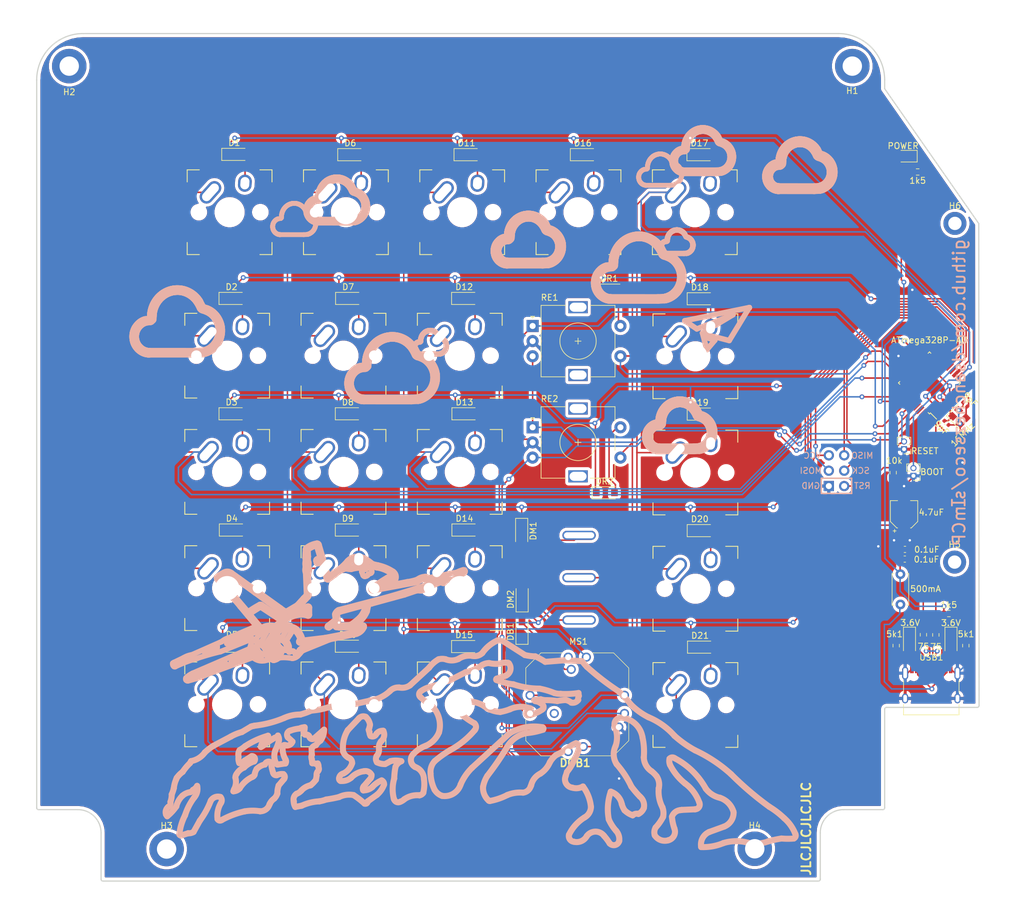
<source format=kicad_pcb>
(kicad_pcb (version 20171130) (host pcbnew "(5.1.10)-1")
  (layers (0 F.Cu signal) (31 B.Cu signal) (34 B.Paste user hide) (35 F.Paste user hide) (36 B.SilkS user hide) (37 F.SilkS user) (38 B.Mask user hide) (39 F.Mask user) (44 Edge.Cuts user))
  (net 0 "")
  (net 1 GND)
  (net 2 CRYSTAL2)
  (net 3 CRYSTAL1)
  (net 4 +5V)
  (net 5 "Net-(D1-Pad2)")
  (net 6 "Net-(D2-Pad2)")
  (net 7 ROW1)
  (net 8 "Net-(D3-Pad2)")
  (net 9 ROW2)
  (net 10 "Net-(D4-Pad2)")
  (net 11 ROW3)
  (net 12 "Net-(D5-Pad2)")
  (net 13 ROW4)
  (net 14 "Net-(D6-Pad2)")
  (net 15 "Net-(D7-Pad2)")
  (net 16 "Net-(D8-Pad2)")
  (net 17 "Net-(D9-Pad2)")
  (net 18 "Net-(D10-Pad2)")
  (net 19 "Net-(D11-Pad2)")
  (net 20 "Net-(D12-Pad2)")
  (net 21 "Net-(D13-Pad2)")
  (net 22 "Net-(D14-Pad2)")
  (net 23 "Net-(D15-Pad2)")
  (net 24 "Net-(D16-Pad2)")
  (net 25 "Net-(D17-Pad2)")
  (net 26 "Net-(D18-Pad2)")
  (net 27 "Net-(D19-Pad2)")
  (net 28 "Net-(D20-Pad2)")
  (net 29 "Net-(D21-Pad2)")
  (net 30 MS1_1)
  (net 31 MS1_2)
  (net 32 DOB1A)
  (net 33 "Net-(DOB1-Pad8)")
  (net 34 COL4)
  (net 35 DOB1B)
  (net 36 RE1_S)
  (net 37 RE2_S)
  (net 38 "Net-(DZ1-Pad1)")
  (net 39 "Net-(DZ2-Pad1)")
  (net 40 VCC)
  (net 41 "Net-(LED1-Pad1)")
  (net 42 COL0)
  (net 43 COL1)
  (net 44 COL2)
  (net 45 COL3)
  (net 46 "Net-(R1-Pad2)")
  (net 47 "Net-(R2-Pad2)")
  (net 48 D-)
  (net 49 D+)
  (net 50 RESET)
  (net 51 R1B)
  (net 52 BOOT)
  (net 53 "Net-(U1-Pad22)")
  (net 54 "Net-(U1-Pad20)")
  (net 55 "Net-(U1-Pad19)")
  (net 56 SCK)
  (net 57 "Net-(USB1-PadB8)")
  (net 58 "Net-(USB1-PadA8)")
  (net 59 DOB1_COM)
  (net 60 ROW5)
  (net 61 "Net-(DOB1-Pad11)")
  (net 62 MOSI)
  (net 63 MISO)
  (net 64 POWERLED)
  (module SOD-123FL:D_SOD-123FL (layer F.Cu) (at 175.641 97.155)
    (fp_text reference DR2 (at -0.127 -1.905) (layer F.SilkS))
    (fp_text value D_Small)
    (pad 2 smd rect (at 1.5 0) (size 1.1 1.1) (layers F.Cu F.Paste F.Mask) (net 37 RE2_S))
    (pad 1 smd rect (at -1.5 0) (size 1.1 1.1) (layers F.Cu F.Paste F.Mask) (net 9 ROW2))
  )
  (module SOD-123FL:D_SOD-123FL (layer F.Cu) (at 176.4 63.6778)
    (fp_text reference DR1 (at -0.127 -1.905) (layer F.SilkS))
    (fp_text value D_Small)
    (pad 2 smd rect (at 1.5 0) (size 1.1 1.1) (layers F.Cu F.Paste F.Mask) (net 36 RE1_S))
    (pad 1 smd rect (at -1.5 0) (size 1.1 1.1) (layers F.Cu F.Paste F.Mask) (net 7 ROW1))
  )
  (module SOD-123FL:D_SOD-123FL (layer F.Cu) (at 161.8996 114.6302 90)
    (fp_text reference DM2 (at -0.127 -1.905 90) (layer F.SilkS))
    (fp_text value D_Small)
    (pad 2 smd rect (at 1.5 0 90) (size 1.1 1.1) (layers F.Cu F.Paste F.Mask) (net 31 MS1_2))
    (pad 1 smd rect (at -1.5 0 90) (size 1.1 1.1) (layers F.Cu F.Paste F.Mask) (net 13 ROW4))
  )
  (module SOD-123FL:D_SOD-123FL (layer F.Cu) (at 161.8234 103.5812 270)
    (fp_text reference DM1 (at -0.127 -1.905 90) (layer F.SilkS))
    (fp_text value D_Small)
    (pad 2 smd rect (at 1.5 0 270) (size 1.1 1.1) (layers F.Cu F.Paste F.Mask) (net 30 MS1_1))
    (pad 1 smd rect (at -1.5 0 270) (size 1.1 1.1) (layers F.Cu F.Paste F.Mask) (net 11 ROW3))
  )
  (module SOD-123FL:D_SOD-123FL (layer F.Cu) (at 161.8742 119.9896 90)
    (fp_text reference DB1 (at -0.127 -1.905 90) (layer F.SilkS))
    (fp_text value D_Small)
    (pad 2 smd rect (at 1.5 0 90) (size 1.1 1.1) (layers F.Cu F.Paste F.Mask) (net 59 DOB1_COM))
    (pad 1 smd rect (at -1.5 0 90) (size 1.1 1.1) (layers F.Cu F.Paste F.Mask) (net 60 ROW5))
  )
  (module SOD-123FL:D_SOD-123FL (layer F.Cu) (at 191.4 122.65)
    (fp_text reference D21 (at -0.127 -1.905) (layer F.SilkS))
    (fp_text value D_Small)
    (pad 2 smd rect (at 1.5 0) (size 1.1 1.1) (layers F.Cu F.Paste F.Mask) (net 29 "Net-(D21-Pad2)"))
    (pad 1 smd rect (at -1.5 0) (size 1.1 1.1) (layers F.Cu F.Paste F.Mask) (net 13 ROW4))
  )
  (module SOD-123FL:D_SOD-123FL (layer F.Cu) (at 191.35 103.4)
    (fp_text reference D20 (at -0.127 -1.905) (layer F.SilkS))
    (fp_text value D_Small)
    (pad 2 smd rect (at 1.5 0) (size 1.1 1.1) (layers F.Cu F.Paste F.Mask) (net 28 "Net-(D20-Pad2)"))
    (pad 1 smd rect (at -1.5 0) (size 1.1 1.1) (layers F.Cu F.Paste F.Mask) (net 11 ROW3))
  )
  (module SOD-123FL:D_SOD-123FL (layer F.Cu) (at 191.35 84.15)
    (fp_text reference D19 (at -0.127 -1.905) (layer F.SilkS))
    (fp_text value D_Small)
    (pad 2 smd rect (at 1.5 0) (size 1.1 1.1) (layers F.Cu F.Paste F.Mask) (net 27 "Net-(D19-Pad2)"))
    (pad 1 smd rect (at -1.5 0) (size 1.1 1.1) (layers F.Cu F.Paste F.Mask) (net 9 ROW2))
  )
  (module SOD-123FL:D_SOD-123FL (layer F.Cu) (at 191.35 65.1)
    (fp_text reference D18 (at -0.127 -1.905) (layer F.SilkS))
    (fp_text value D_Small)
    (pad 2 smd rect (at 1.5 0) (size 1.1 1.1) (layers F.Cu F.Paste F.Mask) (net 26 "Net-(D18-Pad2)"))
    (pad 1 smd rect (at -1.5 0) (size 1.1 1.1) (layers F.Cu F.Paste F.Mask) (net 7 ROW1))
  )
  (module SOD-123FL:D_SOD-123FL (layer F.Cu) (at 191.3 41.3)
    (fp_text reference D17 (at -0.127 -1.905) (layer F.SilkS))
    (fp_text value D_Small)
    (pad 2 smd rect (at 1.5 0) (size 1.1 1.1) (layers F.Cu F.Paste F.Mask) (net 25 "Net-(D17-Pad2)"))
    (pad 1 smd rect (at -1.5 0) (size 1.1 1.1) (layers F.Cu F.Paste F.Mask) (net 52 BOOT))
  )
  (module SOD-123FL:D_SOD-123FL (layer F.Cu) (at 172.05 41.3)
    (fp_text reference D16 (at -0.127 -1.905) (layer F.SilkS))
    (fp_text value D_Small)
    (pad 2 smd rect (at 1.5 0) (size 1.1 1.1) (layers F.Cu F.Paste F.Mask) (net 24 "Net-(D16-Pad2)"))
    (pad 1 smd rect (at -1.5 0) (size 1.1 1.1) (layers F.Cu F.Paste F.Mask) (net 52 BOOT))
  )
  (module SOD-123FL:D_SOD-123FL (layer F.Cu) (at 152.45 122.55)
    (fp_text reference D15 (at -0.127 -1.905) (layer F.SilkS))
    (fp_text value D_Small)
    (pad 2 smd rect (at 1.5 0) (size 1.1 1.1) (layers F.Cu F.Paste F.Mask) (net 23 "Net-(D15-Pad2)"))
    (pad 1 smd rect (at -1.5 0) (size 1.1 1.1) (layers F.Cu F.Paste F.Mask) (net 13 ROW4))
  )
  (module SOD-123FL:D_SOD-123FL (layer F.Cu) (at 152.5 103.3)
    (fp_text reference D14 (at -0.127 -1.905) (layer F.SilkS))
    (fp_text value D_Small)
    (pad 2 smd rect (at 1.5 0) (size 1.1 1.1) (layers F.Cu F.Paste F.Mask) (net 22 "Net-(D14-Pad2)"))
    (pad 1 smd rect (at -1.5 0) (size 1.1 1.1) (layers F.Cu F.Paste F.Mask) (net 11 ROW3))
  )
  (module SOD-123FL:D_SOD-123FL (layer F.Cu) (at 152.5 84.1)
    (fp_text reference D13 (at -0.127 -1.905) (layer F.SilkS))
    (fp_text value D_Small)
    (pad 2 smd rect (at 1.5 0) (size 1.1 1.1) (layers F.Cu F.Paste F.Mask) (net 21 "Net-(D13-Pad2)"))
    (pad 1 smd rect (at -1.5 0) (size 1.1 1.1) (layers F.Cu F.Paste F.Mask) (net 9 ROW2))
  )
  (module SOD-123FL:D_SOD-123FL (layer F.Cu) (at 152.45 65.05)
    (fp_text reference D12 (at -0.127 -1.905) (layer F.SilkS))
    (fp_text value D_Small)
    (pad 2 smd rect (at 1.5 0) (size 1.1 1.1) (layers F.Cu F.Paste F.Mask) (net 20 "Net-(D12-Pad2)"))
    (pad 1 smd rect (at -1.5 0) (size 1.1 1.1) (layers F.Cu F.Paste F.Mask) (net 7 ROW1))
  )
  (module SOD-123FL:D_SOD-123FL (layer F.Cu) (at 152.85 41.3)
    (fp_text reference D11 (at -0.127 -1.905) (layer F.SilkS))
    (fp_text value D_Small)
    (pad 2 smd rect (at 1.5 0) (size 1.1 1.1) (layers F.Cu F.Paste F.Mask) (net 19 "Net-(D11-Pad2)"))
    (pad 1 smd rect (at -1.5 0) (size 1.1 1.1) (layers F.Cu F.Paste F.Mask) (net 52 BOOT))
  )
  (module SOD-123FL:D_SOD-123FL (layer F.Cu) (at 133.25 122.5)
    (fp_text reference D10 (at -0.127 -1.905) (layer F.SilkS))
    (fp_text value D_Small)
    (pad 2 smd rect (at 1.5 0) (size 1.1 1.1) (layers F.Cu F.Paste F.Mask) (net 18 "Net-(D10-Pad2)"))
    (pad 1 smd rect (at -1.5 0) (size 1.1 1.1) (layers F.Cu F.Paste F.Mask) (net 13 ROW4))
  )
  (module SOD-123FL:D_SOD-123FL (layer F.Cu) (at 133.25 103.3)
    (fp_text reference D9 (at -0.127 -1.905) (layer F.SilkS))
    (fp_text value D_Small)
    (pad 2 smd rect (at 1.5 0) (size 1.1 1.1) (layers F.Cu F.Paste F.Mask) (net 17 "Net-(D9-Pad2)"))
    (pad 1 smd rect (at -1.5 0) (size 1.1 1.1) (layers F.Cu F.Paste F.Mask) (net 11 ROW3))
  )
  (module SOD-123FL:D_SOD-123FL (layer F.Cu) (at 133.25 84.1)
    (fp_text reference D8 (at -0.127 -1.905) (layer F.SilkS))
    (fp_text value D_Small)
    (pad 2 smd rect (at 1.5 0) (size 1.1 1.1) (layers F.Cu F.Paste F.Mask) (net 16 "Net-(D8-Pad2)"))
    (pad 1 smd rect (at -1.5 0) (size 1.1 1.1) (layers F.Cu F.Paste F.Mask) (net 9 ROW2))
  )
  (module SOD-123FL:D_SOD-123FL (layer F.Cu) (at 133.3 65.05)
    (fp_text reference D7 (at -0.127 -1.905) (layer F.SilkS))
    (fp_text value D_Small)
    (pad 2 smd rect (at 1.5 0) (size 1.1 1.1) (layers F.Cu F.Paste F.Mask) (net 15 "Net-(D7-Pad2)"))
    (pad 1 smd rect (at -1.5 0) (size 1.1 1.1) (layers F.Cu F.Paste F.Mask) (net 7 ROW1))
  )
  (module SOD-123FL:D_SOD-123FL (layer F.Cu) (at 133.65 41.3)
    (fp_text reference D6 (at -0.127 -1.905) (layer F.SilkS))
    (fp_text value D_Small)
    (pad 2 smd rect (at 1.5 0) (size 1.1 1.1) (layers F.Cu F.Paste F.Mask) (net 14 "Net-(D6-Pad2)"))
    (pad 1 smd rect (at -1.5 0) (size 1.1 1.1) (layers F.Cu F.Paste F.Mask) (net 52 BOOT))
  )
  (module SOD-123FL:D_SOD-123FL (layer F.Cu) (at 114.1 122.5)
    (fp_text reference D5 (at -0.127 -1.905) (layer F.SilkS))
    (fp_text value D_Small)
    (pad 2 smd rect (at 1.5 0) (size 1.1 1.1) (layers F.Cu F.Paste F.Mask) (net 12 "Net-(D5-Pad2)"))
    (pad 1 smd rect (at -1.5 0) (size 1.1 1.1) (layers F.Cu F.Paste F.Mask) (net 13 ROW4))
  )
  (module SOD-123FL:D_SOD-123FL (layer F.Cu) (at 114.1 103.3)
    (fp_text reference D4 (at -0.127 -1.905) (layer F.SilkS))
    (fp_text value D_Small)
    (pad 2 smd rect (at 1.5 0) (size 1.1 1.1) (layers F.Cu F.Paste F.Mask) (net 10 "Net-(D4-Pad2)"))
    (pad 1 smd rect (at -1.5 0) (size 1.1 1.1) (layers F.Cu F.Paste F.Mask) (net 11 ROW3))
  )
  (module SOD-123FL:D_SOD-123FL (layer F.Cu) (at 114.05 84.1)
    (fp_text reference D3 (at -0.127 -1.905) (layer F.SilkS))
    (fp_text value D_Small)
    (pad 2 smd rect (at 1.5 0) (size 1.1 1.1) (layers F.Cu F.Paste F.Mask) (net 8 "Net-(D3-Pad2)"))
    (pad 1 smd rect (at -1.5 0) (size 1.1 1.1) (layers F.Cu F.Paste F.Mask) (net 9 ROW2))
  )
  (module SOD-123FL:D_SOD-123FL (layer F.Cu) (at 114.05 65.05)
    (fp_text reference D2 (at -0.127 -1.905) (layer F.SilkS))
    (fp_text value D_Small)
    (pad 2 smd rect (at 1.5 0) (size 1.1 1.1) (layers F.Cu F.Paste F.Mask) (net 6 "Net-(D2-Pad2)"))
    (pad 1 smd rect (at -1.5 0) (size 1.1 1.1) (layers F.Cu F.Paste F.Mask) (net 7 ROW1))
  )
  (module SOD-123FL:D_SOD-123FL (layer F.Cu) (at 114.5 41.25)
    (fp_text reference D1 (at -0.127 -1.905) (layer F.SilkS))
    (fp_text value D_Small)
    (pad 2 smd rect (at 1.5 0) (size 1.1 1.1) (layers F.Cu F.Paste F.Mask) (net 5 "Net-(D1-Pad2)"))
    (pad 1 smd rect (at -1.5 0) (size 1.1 1.1) (layers F.Cu F.Paste F.Mask) (net 52 BOOT))
  )
  (module MountingHole:MountingHole_2.2mm_M2_DIN965_Pad (layer F.Cu) (at 233.35 52.65)
    (fp_text reference H6 (at 0 -2.9) (layer F.SilkS))
    (fp_text value MountingHole)
    (pad 1 thru_hole circle (at 0 0) (size 3.8 3.8) (drill 2.2) (layers *.Cu *.Mask))
  )
  (module MountingHole:MountingHole_2.2mm_M2_DIN965_Pad (layer F.Cu) (at 233.3 108.6)
    (fp_text reference H5 (at 0 -2.9) (layer F.SilkS))
    (fp_text value MountingHole)
    (pad 1 thru_hole circle (at 0 0) (size 3.8 3.8) (drill 2.2) (layers *.Cu *.Mask))
  )
  (module RockerSwitch:RockerSwitch (layer F.Cu) (at 171.2976 111.1758)
    (fp_text reference MS1 (at -0.1 10.55) (layer F.SilkS))
    (fp_text value "Momentary Rocker Switch")
    (pad 1 thru_hole oval (at 0 7) (size 5.524 1.524) (drill oval 5 1) (layers *.Cu *.Mask) (net 31 MS1_2))
    (pad 3 thru_hole oval (at 0 -7) (size 5.524 1.524) (drill oval 5 1) (layers *.Cu *.Mask) (net 30 MS1_1))
    (pad 2 thru_hole oval (at 0 0) (size 5.524 1.524) (drill oval 5 1) (layers *.Cu *.Mask) (net 45 COL3))
  )
  (module Connector_PinHeader_1.27mm:PinHeader_1x02_P1.27mm_Vertical (layer F.Cu) (at 226.5 94.35 180)
    (fp_text reference SW2)
    (fp_text value BOOT (at -3.0652 0.6494) (layer F.SilkS))
    (pad 2 thru_hole oval (at 0 1.27 180) (size 1 1) (drill 0.65) (layers *.Cu *.Mask) (net 52 BOOT))
    (pad 1 thru_hole rect (at 0 0 180) (size 1 1) (drill 0.65) (layers *.Cu *.Mask) (net 1 GND))
  )
  (module Connector_PinHeader_1.27mm:PinHeader_1x02_P1.27mm_Vertical (layer F.Cu) (at 224.95 89.95 180)
    (fp_text reference SW1)
    (fp_text value RESET (at -3.4214 -0.2962) (layer F.SilkS))
    (pad 2 thru_hole oval (at 0 1.27 180) (size 1 1) (drill 0.65) (layers *.Cu *.Mask) (net 50 RESET))
    (pad 1 thru_hole rect (at 0 0 180) (size 1 1) (drill 0.65) (layers *.Cu *.Mask) (net 1 GND))
  )
  (module Capacitor_THT:C_Disc_D5.0mm_W2.5mm_P5.00mm (layer F.Cu) (at 224.35 110.6 270)
    (fp_text reference F1)
    (fp_text value 500mA (at 2.43 -4.1484 180) (layer F.SilkS))
    (pad 2 thru_hole circle (at 5 0 270) (size 1.6 1.6) (drill 0.8) (layers *.Cu *.Mask) (net 40 VCC))
    (pad 1 thru_hole circle (at 0 0 270) (size 1.6 1.6) (drill 0.8) (layers *.Cu *.Mask) (net 4 +5V))
  )
  (module MountingHole:MountingHole_3.2mm_M3_ISO7380_Pad (layer F.Cu) (at 200.3 155.956)
    (fp_text reference H4 (at 0 -3.85) (layer F.SilkS))
    (fp_text value MountingHole)
    (pad 1 thru_hole circle (at 0 0) (size 5.7 5.7) (drill 3.2) (layers *.Cu *.Mask))
  )
  (module MountingHole:MountingHole_3.2mm_M3_ISO7380_Pad (layer F.Cu) (at 103.2 156)
    (fp_text reference H3 (at 0 -3.85) (layer F.SilkS))
    (fp_text value MountingHole)
    (pad 1 thru_hole circle (at 0 0) (size 5.7 5.7) (drill 3.2) (layers *.Cu *.Mask))
  )
  (module MountingHole:MountingHole_3.2mm_M3_ISO7380_Pad (layer F.Cu) (at 87.122 26.67)
    (fp_text reference H2 (at 0 4.28) (layer F.SilkS))
    (fp_text value MountingHole)
    (pad 1 thru_hole circle (at 0 0) (size 5.7 5.7) (drill 3.2) (layers *.Cu *.Mask))
  )
  (module MountingHole:MountingHole_3.2mm_M3_ISO7380_Pad (layer F.Cu) (at 216.408 26.67)
    (fp_text reference H1 (at -0.008 4.08) (layer F.SilkS))
    (fp_text value MountingHole)
    (pad 1 thru_hole circle (at 0 0) (size 5.7 5.7) (drill 3.2) (layers *.Cu *.Mask))
  )
  (module Diode_SMD:D_SOD-123 (layer F.Cu) (at 225.85 121.6 270)
    (fp_text reference DZ2)
    (fp_text value 3.6V (at -2.982 -0.1084 180) (layer F.SilkS))
    (pad 2 smd rect (at 1.65 0 270) (size 0.9 1.2) (layers F.Cu F.Paste F.Mask) (net 1 GND))
    (pad 1 smd rect (at -1.65 0 270) (size 0.9 1.2) (layers F.Cu F.Paste F.Mask) (net 39 "Net-(DZ2-Pad1)"))
  )
  (module Diode_SMD:D_SOD-123 (layer F.Cu) (at 232.7 121.6 270)
    (fp_text reference DZ1)
    (fp_text value 3.6V (at -2.9566 0.0106 180) (layer F.SilkS))
    (pad 2 smd rect (at 1.65 0 270) (size 0.9 1.2) (layers F.Cu F.Paste F.Mask) (net 1 GND))
    (pad 1 smd rect (at -1.65 0 270) (size 0.9 1.2) (layers F.Cu F.Paste F.Mask) (net 38 "Net-(DZ1-Pad1)"))
  )
  (module MX_Alps_Hybrid:MX-1U-NoLED (layer F.Cu) (at 190.5 132.2)
    (fp_text reference MX21)
    (fp_text value MX-NoLED)
    (pad 2 thru_hole oval (at 2.52 -4.79 86) (size 2.831378 2.25) (drill oval 2.051378 1.48) (layers *.Cu *.Mask) (net 29 "Net-(D21-Pad2)"))
    (pad 1 thru_hole oval (at -3.16 -3.28 48) (size 4.21 2.25) (drill oval 3.43 1.48) (layers *.Cu *.Mask) (net 34 COL4))
    (pad "" np_thru_hole circle (at 5.08 0 48.0996) (size 1.75 1.75) (drill 1.75) (layers *.Cu *.Mask))
    (pad "" np_thru_hole circle (at -5.08 0 48.0996) (size 1.75 1.75) (drill 1.75) (layers *.Cu *.Mask))
    (pad "" np_thru_hole circle (at 0 0) (size 3.9878 3.9878) (drill 3.9878) (layers *.Cu *.Mask))
  )
  (module MX_Alps_Hybrid:MX-1U-NoLED (layer F.Cu) (at 190.5 113)
    (fp_text reference MX20)
    (fp_text value MX-NoLED)
    (pad 2 thru_hole oval (at 2.52 -4.79 86) (size 2.831378 2.25) (drill oval 2.051378 1.48) (layers *.Cu *.Mask) (net 28 "Net-(D20-Pad2)"))
    (pad 1 thru_hole oval (at -3.16 -3.28 48) (size 4.21 2.25) (drill oval 3.43 1.48) (layers *.Cu *.Mask) (net 34 COL4))
    (pad "" np_thru_hole circle (at 5.08 0 48.0996) (size 1.75 1.75) (drill 1.75) (layers *.Cu *.Mask))
    (pad "" np_thru_hole circle (at -5.08 0 48.0996) (size 1.75 1.75) (drill 1.75) (layers *.Cu *.Mask))
    (pad "" np_thru_hole circle (at 0 0) (size 3.9878 3.9878) (drill 3.9878) (layers *.Cu *.Mask))
  )
  (module MX_Alps_Hybrid:MX-1U-NoLED (layer F.Cu) (at 190.5 93.8)
    (fp_text reference MX19)
    (fp_text value MX-NoLED)
    (pad 2 thru_hole oval (at 2.52 -4.79 86) (size 2.831378 2.25) (drill oval 2.051378 1.48) (layers *.Cu *.Mask) (net 27 "Net-(D19-Pad2)"))
    (pad 1 thru_hole oval (at -3.16 -3.28 48) (size 4.21 2.25) (drill oval 3.43 1.48) (layers *.Cu *.Mask) (net 34 COL4))
    (pad "" np_thru_hole circle (at 5.08 0 48.0996) (size 1.75 1.75) (drill 1.75) (layers *.Cu *.Mask))
    (pad "" np_thru_hole circle (at -5.08 0 48.0996) (size 1.75 1.75) (drill 1.75) (layers *.Cu *.Mask))
    (pad "" np_thru_hole circle (at 0 0) (size 3.9878 3.9878) (drill 3.9878) (layers *.Cu *.Mask))
  )
  (module MX_Alps_Hybrid:MX-1U-NoLED (layer F.Cu) (at 190.5 74.6)
    (fp_text reference MX18)
    (fp_text value MX-NoLED)
    (pad 2 thru_hole oval (at 2.52 -4.79 86) (size 2.831378 2.25) (drill oval 2.051378 1.48) (layers *.Cu *.Mask) (net 26 "Net-(D18-Pad2)"))
    (pad 1 thru_hole oval (at -3.16 -3.28 48) (size 4.21 2.25) (drill oval 3.43 1.48) (layers *.Cu *.Mask) (net 34 COL4))
    (pad "" np_thru_hole circle (at 5.08 0 48.0996) (size 1.75 1.75) (drill 1.75) (layers *.Cu *.Mask))
    (pad "" np_thru_hole circle (at -5.08 0 48.0996) (size 1.75 1.75) (drill 1.75) (layers *.Cu *.Mask))
    (pad "" np_thru_hole circle (at 0 0) (size 3.9878 3.9878) (drill 3.9878) (layers *.Cu *.Mask))
  )
  (module MX_Alps_Hybrid:MX-1U-NoLED (layer F.Cu) (at 190.4 50.8)
    (fp_text reference MX17)
    (fp_text value MX-NoLED)
    (pad 2 thru_hole oval (at 2.52 -4.79 86) (size 2.831378 2.25) (drill oval 2.051378 1.48) (layers *.Cu *.Mask) (net 25 "Net-(D17-Pad2)"))
    (pad 1 thru_hole oval (at -3.16 -3.28 48) (size 4.21 2.25) (drill oval 3.43 1.48) (layers *.Cu *.Mask) (net 34 COL4))
    (pad "" np_thru_hole circle (at 5.08 0 48.0996) (size 1.75 1.75) (drill 1.75) (layers *.Cu *.Mask))
    (pad "" np_thru_hole circle (at -5.08 0 48.0996) (size 1.75 1.75) (drill 1.75) (layers *.Cu *.Mask))
    (pad "" np_thru_hole circle (at 0 0) (size 3.9878 3.9878) (drill 3.9878) (layers *.Cu *.Mask))
  )
  (module MX_Alps_Hybrid:MX-1U-NoLED (layer F.Cu) (at 171.2 50.8)
    (fp_text reference MX16)
    (fp_text value MX-NoLED)
    (pad 2 thru_hole oval (at 2.52 -4.79 86) (size 2.831378 2.25) (drill oval 2.051378 1.48) (layers *.Cu *.Mask) (net 24 "Net-(D16-Pad2)"))
    (pad 1 thru_hole oval (at -3.16 -3.28 48) (size 4.21 2.25) (drill oval 3.43 1.48) (layers *.Cu *.Mask) (net 45 COL3))
    (pad "" np_thru_hole circle (at 5.08 0 48.0996) (size 1.75 1.75) (drill 1.75) (layers *.Cu *.Mask))
    (pad "" np_thru_hole circle (at -5.08 0 48.0996) (size 1.75 1.75) (drill 1.75) (layers *.Cu *.Mask))
    (pad "" np_thru_hole circle (at 0 0) (size 3.9878 3.9878) (drill 3.9878) (layers *.Cu *.Mask))
  )
  (module MX_Alps_Hybrid:MX-1U-NoLED (layer F.Cu) (at 151.6 132.1)
    (fp_text reference MX15)
    (fp_text value MX-NoLED)
    (pad 2 thru_hole oval (at 2.52 -4.79 86) (size 2.831378 2.25) (drill oval 2.051378 1.48) (layers *.Cu *.Mask) (net 23 "Net-(D15-Pad2)"))
    (pad 1 thru_hole oval (at -3.16 -3.28 48) (size 4.21 2.25) (drill oval 3.43 1.48) (layers *.Cu *.Mask) (net 44 COL2))
    (pad "" np_thru_hole circle (at 5.08 0 48.0996) (size 1.75 1.75) (drill 1.75) (layers *.Cu *.Mask))
    (pad "" np_thru_hole circle (at -5.08 0 48.0996) (size 1.75 1.75) (drill 1.75) (layers *.Cu *.Mask))
    (pad "" np_thru_hole circle (at 0 0) (size 3.9878 3.9878) (drill 3.9878) (layers *.Cu *.Mask))
  )
  (module MX_Alps_Hybrid:MX-1U-NoLED (layer F.Cu) (at 151.6 112.9)
    (fp_text reference MX14)
    (fp_text value MX-NoLED)
    (pad 2 thru_hole oval (at 2.52 -4.79 86) (size 2.831378 2.25) (drill oval 2.051378 1.48) (layers *.Cu *.Mask) (net 22 "Net-(D14-Pad2)"))
    (pad 1 thru_hole oval (at -3.16 -3.28 48) (size 4.21 2.25) (drill oval 3.43 1.48) (layers *.Cu *.Mask) (net 44 COL2))
    (pad "" np_thru_hole circle (at 5.08 0 48.0996) (size 1.75 1.75) (drill 1.75) (layers *.Cu *.Mask))
    (pad "" np_thru_hole circle (at -5.08 0 48.0996) (size 1.75 1.75) (drill 1.75) (layers *.Cu *.Mask))
    (pad "" np_thru_hole circle (at 0 0) (size 3.9878 3.9878) (drill 3.9878) (layers *.Cu *.Mask))
  )
  (module MX_Alps_Hybrid:MX-1U-NoLED (layer F.Cu) (at 151.6 93.7)
    (fp_text reference MX13)
    (fp_text value MX-NoLED)
    (pad 2 thru_hole oval (at 2.52 -4.79 86) (size 2.831378 2.25) (drill oval 2.051378 1.48) (layers *.Cu *.Mask) (net 21 "Net-(D13-Pad2)"))
    (pad 1 thru_hole oval (at -3.16 -3.28 48) (size 4.21 2.25) (drill oval 3.43 1.48) (layers *.Cu *.Mask) (net 44 COL2))
    (pad "" np_thru_hole circle (at 5.08 0 48.0996) (size 1.75 1.75) (drill 1.75) (layers *.Cu *.Mask))
    (pad "" np_thru_hole circle (at -5.08 0 48.0996) (size 1.75 1.75) (drill 1.75) (layers *.Cu *.Mask))
    (pad "" np_thru_hole circle (at 0 0) (size 3.9878 3.9878) (drill 3.9878) (layers *.Cu *.Mask))
  )
  (module MX_Alps_Hybrid:MX-1U-NoLED (layer F.Cu) (at 151.6 74.5)
    (fp_text reference MX12)
    (fp_text value MX-NoLED)
    (pad 2 thru_hole oval (at 2.52 -4.79 86) (size 2.831378 2.25) (drill oval 2.051378 1.48) (layers *.Cu *.Mask) (net 20 "Net-(D12-Pad2)"))
    (pad 1 thru_hole oval (at -3.16 -3.28 48) (size 4.21 2.25) (drill oval 3.43 1.48) (layers *.Cu *.Mask) (net 44 COL2))
    (pad "" np_thru_hole circle (at 5.08 0 48.0996) (size 1.75 1.75) (drill 1.75) (layers *.Cu *.Mask))
    (pad "" np_thru_hole circle (at -5.08 0 48.0996) (size 1.75 1.75) (drill 1.75) (layers *.Cu *.Mask))
    (pad "" np_thru_hole circle (at 0 0) (size 3.9878 3.9878) (drill 3.9878) (layers *.Cu *.Mask))
  )
  (module MX_Alps_Hybrid:MX-1U-NoLED (layer F.Cu) (at 152 50.8)
    (fp_text reference MX11)
    (fp_text value MX-NoLED)
    (pad 2 thru_hole oval (at 2.52 -4.79 86) (size 2.831378 2.25) (drill oval 2.051378 1.48) (layers *.Cu *.Mask) (net 19 "Net-(D11-Pad2)"))
    (pad 1 thru_hole oval (at -3.16 -3.28 48) (size 4.21 2.25) (drill oval 3.43 1.48) (layers *.Cu *.Mask) (net 44 COL2))
    (pad "" np_thru_hole circle (at 5.08 0 48.0996) (size 1.75 1.75) (drill 1.75) (layers *.Cu *.Mask))
    (pad "" np_thru_hole circle (at -5.08 0 48.0996) (size 1.75 1.75) (drill 1.75) (layers *.Cu *.Mask))
    (pad "" np_thru_hole circle (at 0 0) (size 3.9878 3.9878) (drill 3.9878) (layers *.Cu *.Mask))
  )
  (module MX_Alps_Hybrid:MX-1U-NoLED (layer F.Cu) (at 132.4 132.1)
    (fp_text reference MX10)
    (fp_text value MX-NoLED)
    (pad 2 thru_hole oval (at 2.52 -4.79 86) (size 2.831378 2.25) (drill oval 2.051378 1.48) (layers *.Cu *.Mask) (net 18 "Net-(D10-Pad2)"))
    (pad 1 thru_hole oval (at -3.16 -3.28 48) (size 4.21 2.25) (drill oval 3.43 1.48) (layers *.Cu *.Mask) (net 43 COL1))
    (pad "" np_thru_hole circle (at 5.08 0 48.0996) (size 1.75 1.75) (drill 1.75) (layers *.Cu *.Mask))
    (pad "" np_thru_hole circle (at -5.08 0 48.0996) (size 1.75 1.75) (drill 1.75) (layers *.Cu *.Mask))
    (pad "" np_thru_hole circle (at 0 0) (size 3.9878 3.9878) (drill 3.9878) (layers *.Cu *.Mask))
  )
  (module MX_Alps_Hybrid:MX-1U-NoLED (layer F.Cu) (at 132.4 112.9)
    (fp_text reference MX9)
    (fp_text value MX-NoLED)
    (pad 2 thru_hole oval (at 2.52 -4.79 86) (size 2.831378 2.25) (drill oval 2.051378 1.48) (layers *.Cu *.Mask) (net 17 "Net-(D9-Pad2)"))
    (pad 1 thru_hole oval (at -3.16 -3.28 48) (size 4.21 2.25) (drill oval 3.43 1.48) (layers *.Cu *.Mask) (net 43 COL1))
    (pad "" np_thru_hole circle (at 5.08 0 48.0996) (size 1.75 1.75) (drill 1.75) (layers *.Cu *.Mask))
    (pad "" np_thru_hole circle (at -5.08 0 48.0996) (size 1.75 1.75) (drill 1.75) (layers *.Cu *.Mask))
    (pad "" np_thru_hole circle (at 0 0) (size 3.9878 3.9878) (drill 3.9878) (layers *.Cu *.Mask))
  )
  (module MX_Alps_Hybrid:MX-1U-NoLED (layer F.Cu) (at 132.4 93.7)
    (fp_text reference MX8)
    (fp_text value MX-NoLED)
    (pad 2 thru_hole oval (at 2.52 -4.79 86) (size 2.831378 2.25) (drill oval 2.051378 1.48) (layers *.Cu *.Mask) (net 16 "Net-(D8-Pad2)"))
    (pad 1 thru_hole oval (at -3.16 -3.28 48) (size 4.21 2.25) (drill oval 3.43 1.48) (layers *.Cu *.Mask) (net 43 COL1))
    (pad "" np_thru_hole circle (at 5.08 0 48.0996) (size 1.75 1.75) (drill 1.75) (layers *.Cu *.Mask))
    (pad "" np_thru_hole circle (at -5.08 0 48.0996) (size 1.75 1.75) (drill 1.75) (layers *.Cu *.Mask))
    (pad "" np_thru_hole circle (at 0 0) (size 3.9878 3.9878) (drill 3.9878) (layers *.Cu *.Mask))
  )
  (module MX_Alps_Hybrid:MX-1U-NoLED (layer F.Cu) (at 132.4 74.5)
    (fp_text reference MX7)
    (fp_text value MX-NoLED)
    (pad 2 thru_hole oval (at 2.52 -4.79 86) (size 2.831378 2.25) (drill oval 2.051378 1.48) (layers *.Cu *.Mask) (net 15 "Net-(D7-Pad2)"))
    (pad 1 thru_hole oval (at -3.16 -3.28 48) (size 4.21 2.25) (drill oval 3.43 1.48) (layers *.Cu *.Mask) (net 43 COL1))
    (pad "" np_thru_hole circle (at 5.08 0 48.0996) (size 1.75 1.75) (drill 1.75) (layers *.Cu *.Mask))
    (pad "" np_thru_hole circle (at -5.08 0 48.0996) (size 1.75 1.75) (drill 1.75) (layers *.Cu *.Mask))
    (pad "" np_thru_hole circle (at 0 0) (size 3.9878 3.9878) (drill 3.9878) (layers *.Cu *.Mask))
  )
  (module MX_Alps_Hybrid:MX-1U-NoLED (layer F.Cu) (at 132.8 50.8)
    (fp_text reference MX6)
    (fp_text value MX-NoLED)
    (pad 2 thru_hole oval (at 2.52 -4.79 86) (size 2.831378 2.25) (drill oval 2.051378 1.48) (layers *.Cu *.Mask) (net 14 "Net-(D6-Pad2)"))
    (pad 1 thru_hole oval (at -3.16 -3.28 48) (size 4.21 2.25) (drill oval 3.43 1.48) (layers *.Cu *.Mask) (net 43 COL1))
    (pad "" np_thru_hole circle (at 5.08 0 48.0996) (size 1.75 1.75) (drill 1.75) (layers *.Cu *.Mask))
    (pad "" np_thru_hole circle (at -5.08 0 48.0996) (size 1.75 1.75) (drill 1.75) (layers *.Cu *.Mask))
    (pad "" np_thru_hole circle (at 0 0) (size 3.9878 3.9878) (drill 3.9878) (layers *.Cu *.Mask))
  )
  (module MX_Alps_Hybrid:MX-1U-NoLED (layer F.Cu) (at 113.2 132.1)
    (fp_text reference MX5)
    (fp_text value MX-NoLED)
    (pad 2 thru_hole oval (at 2.52 -4.79 86) (size 2.831378 2.25) (drill oval 2.051378 1.48) (layers *.Cu *.Mask) (net 12 "Net-(D5-Pad2)"))
    (pad 1 thru_hole oval (at -3.16 -3.28 48) (size 4.21 2.25) (drill oval 3.43 1.48) (layers *.Cu *.Mask) (net 42 COL0))
    (pad "" np_thru_hole circle (at 5.08 0 48.0996) (size 1.75 1.75) (drill 1.75) (layers *.Cu *.Mask))
    (pad "" np_thru_hole circle (at -5.08 0 48.0996) (size 1.75 1.75) (drill 1.75) (layers *.Cu *.Mask))
    (pad "" np_thru_hole circle (at 0 0) (size 3.9878 3.9878) (drill 3.9878) (layers *.Cu *.Mask))
  )
  (module MX_Alps_Hybrid:MX-1U-NoLED (layer F.Cu) (at 113.2 112.9)
    (fp_text reference MX4)
    (fp_text value MX-NoLED)
    (pad 2 thru_hole oval (at 2.52 -4.79 86) (size 2.831378 2.25) (drill oval 2.051378 1.48) (layers *.Cu *.Mask) (net 10 "Net-(D4-Pad2)"))
    (pad 1 thru_hole oval (at -3.16 -3.28 48) (size 4.21 2.25) (drill oval 3.43 1.48) (layers *.Cu *.Mask) (net 42 COL0))
    (pad "" np_thru_hole circle (at 5.08 0 48.0996) (size 1.75 1.75) (drill 1.75) (layers *.Cu *.Mask))
    (pad "" np_thru_hole circle (at -5.08 0 48.0996) (size 1.75 1.75) (drill 1.75) (layers *.Cu *.Mask))
    (pad "" np_thru_hole circle (at 0 0) (size 3.9878 3.9878) (drill 3.9878) (layers *.Cu *.Mask))
  )
  (module MX_Alps_Hybrid:MX-1U-NoLED (layer F.Cu) (at 113.2 93.7)
    (fp_text reference MX3)
    (fp_text value MX-NoLED)
    (pad 2 thru_hole oval (at 2.52 -4.79 86) (size 2.831378 2.25) (drill oval 2.051378 1.48) (layers *.Cu *.Mask) (net 8 "Net-(D3-Pad2)"))
    (pad 1 thru_hole oval (at -3.16 -3.28 48) (size 4.21 2.25) (drill oval 3.43 1.48) (layers *.Cu *.Mask) (net 42 COL0))
    (pad "" np_thru_hole circle (at 5.08 0 48.0996) (size 1.75 1.75) (drill 1.75) (layers *.Cu *.Mask))
    (pad "" np_thru_hole circle (at -5.08 0 48.0996) (size 1.75 1.75) (drill 1.75) (layers *.Cu *.Mask))
    (pad "" np_thru_hole circle (at 0 0) (size 3.9878 3.9878) (drill 3.9878) (layers *.Cu *.Mask))
  )
  (module MX_Alps_Hybrid:MX-1U-NoLED (layer F.Cu) (at 113.2 74.5)
    (fp_text reference MX2)
    (fp_text value MX-NoLED)
    (pad 2 thru_hole oval (at 2.52 -4.79 86) (size 2.831378 2.25) (drill oval 2.051378 1.48) (layers *.Cu *.Mask) (net 6 "Net-(D2-Pad2)"))
    (pad 1 thru_hole oval (at -3.16 -3.28 48) (size 4.21 2.25) (drill oval 3.43 1.48) (layers *.Cu *.Mask) (net 42 COL0))
    (pad "" np_thru_hole circle (at 5.08 0 48.0996) (size 1.75 1.75) (drill 1.75) (layers *.Cu *.Mask))
    (pad "" np_thru_hole circle (at -5.08 0 48.0996) (size 1.75 1.75) (drill 1.75) (layers *.Cu *.Mask))
    (pad "" np_thru_hole circle (at 0 0) (size 3.9878 3.9878) (drill 3.9878) (layers *.Cu *.Mask))
  )
  (module MX_Alps_Hybrid:MX-1U-NoLED (layer F.Cu) (at 113.6 50.8)
    (fp_text reference MX1)
    (fp_text value MX-NoLED)
    (pad 2 thru_hole oval (at 2.52 -4.79 86) (size 2.831378 2.25) (drill oval 2.051378 1.48) (layers *.Cu *.Mask) (net 5 "Net-(D1-Pad2)"))
    (pad 1 thru_hole oval (at -3.16 -3.28 48) (size 4.21 2.25) (drill oval 3.43 1.48) (layers *.Cu *.Mask) (net 42 COL0))
    (pad "" np_thru_hole circle (at 5.08 0 48.0996) (size 1.75 1.75) (drill 1.75) (layers *.Cu *.Mask))
    (pad "" np_thru_hole circle (at -5.08 0 48.0996) (size 1.75 1.75) (drill 1.75) (layers *.Cu *.Mask))
    (pad "" np_thru_hole circle (at 0 0) (size 3.9878 3.9878) (drill 3.9878) (layers *.Cu *.Mask))
  )
  (module random-keyboard-parts:Reset_Pretty-Mask (layer B.Cu) (at 213.8 93.5 180)
    (fp_text reference J1)
    (fp_text value AVR-ISP-6)
    (fp_text user MISO (at -4.25 2.5) (layer B.SilkS) (effects (justify mirror)))
    (fp_text user VCC (at 4 2.5) (layer B.SilkS) (effects (justify mirror)))
    (fp_text user SCK (at -4 0) (layer B.SilkS) (effects (justify mirror)))
    (fp_text user MOSI (at 4.25 0) (layer B.SilkS) (effects (justify mirror)))
    (fp_text user RST (at -4.25 -2.5) (layer B.SilkS) (effects (justify mirror)))
    (fp_text user GND (at 4.25 -2.5) (layer B.SilkS) (effects (justify mirror)))
    (pad 6 thru_hole rect (at 1.27 -2.54 180) (size 1.7 1.7) (drill 1) (layers *.Cu B.Mask) (net 1 GND))
    (pad 5 thru_hole circle (at -1.27 -2.54 180) (size 1.7 1.7) (drill 1) (layers *.Cu B.Mask) (net 50 RESET))
    (pad 4 thru_hole circle (at 1.27 0 180) (size 1.7 1.7) (drill 1) (layers *.Cu B.Mask) (net 62 MOSI))
    (pad 3 thru_hole circle (at -1.27 0 180) (size 1.7 1.7) (drill 1) (layers *.Cu B.Mask) (net 56 SCK))
    (pad 2 thru_hole circle (at 1.27 2.54 180) (size 1.7 1.7) (drill 1) (layers *.Cu B.Mask) (net 4 +5V))
    (pad 1 thru_hole circle (at -1.27 2.54 180) (size 1.7 1.7) (drill 1) (layers *.Cu B.Mask) (net 63 MISO))
  )
  (module Crystal:Crystal_SMD_2520-4Pin_2.5x2.0mm (layer F.Cu) (at 234.0864 84.6328 315)
    (fp_text reference Y1)
    (fp_text value 16MHz (at 2.44263 1.652367 225) (layer F.SilkS))
    (pad 4 smd rect (at -0.875 -0.7 315) (size 1.15 1) (layers F.Cu F.Paste F.Mask) (net 1 GND))
    (pad 3 smd rect (at 0.875 -0.7 315) (size 1.15 1) (layers F.Cu F.Paste F.Mask) (net 2 CRYSTAL2))
    (pad 2 smd rect (at 0.875 0.7 315) (size 1.15 1) (layers F.Cu F.Paste F.Mask) (net 1 GND))
    (pad 1 smd rect (at -0.875 0.7 315) (size 1.15 1) (layers F.Cu F.Paste F.Mask) (net 3 CRYSTAL1))
  )
  (module Connector_USB:USB_C_Receptacle_XKB_U262-16XN-4BVC11 (layer F.Cu) (at 229.45 130.05)
    (fp_text reference USB1 (at 0 -5.715) (layer F.SilkS))
    (fp_text value USB_C_Receptacle_USB2.0)
    (pad A12 smd rect (at 3.35 -3.67) (size 0.3 1.15) (layers F.Cu F.Paste F.Mask) (net 1 GND))
    (pad A9 smd rect (at 2.55 -3.67) (size 0.3 1.15) (layers F.Cu F.Paste F.Mask) (net 40 VCC))
    (pad B9 smd rect (at -2.25 -3.67) (size 0.3 1.15) (layers F.Cu F.Paste F.Mask) (net 40 VCC))
    (pad B12 smd rect (at -3.05 -3.67) (size 0.3 1.15) (layers F.Cu F.Paste F.Mask) (net 1 GND))
    (pad A1 smd rect (at -3.35 -3.67) (size 0.3 1.15) (layers F.Cu F.Paste F.Mask) (net 1 GND))
    (pad A4 smd rect (at -2.55 -3.67) (size 0.3 1.15) (layers F.Cu F.Paste F.Mask) (net 40 VCC))
    (pad B8 smd rect (at -1.75 -3.67) (size 0.3 1.15) (layers F.Cu F.Paste F.Mask) (net 57 "Net-(USB1-PadB8)"))
    (pad A5 smd rect (at -1.25 -3.67) (size 0.3 1.15) (layers F.Cu F.Paste F.Mask) (net 46 "Net-(R1-Pad2)"))
    (pad B7 smd rect (at -0.75 -3.67) (size 0.3 1.15) (layers F.Cu F.Paste F.Mask) (net 38 "Net-(DZ1-Pad1)"))
    (pad A6 smd rect (at -0.25 -3.67) (size 0.3 1.15) (layers F.Cu F.Paste F.Mask) (net 39 "Net-(DZ2-Pad1)"))
    (pad A7 smd rect (at 0.25 -3.67) (size 0.3 1.15) (layers F.Cu F.Paste F.Mask) (net 38 "Net-(DZ1-Pad1)"))
    (pad B6 smd rect (at 0.75 -3.67) (size 0.3 1.15) (layers F.Cu F.Paste F.Mask) (net 39 "Net-(DZ2-Pad1)"))
    (pad A8 smd rect (at 1.25 -3.67) (size 0.3 1.15) (layers F.Cu F.Paste F.Mask) (net 58 "Net-(USB1-PadA8)"))
    (pad B5 smd rect (at 1.75 -3.67) (size 0.3 1.15) (layers F.Cu F.Paste F.Mask) (net 47 "Net-(R2-Pad2)"))
    (pad B4 smd rect (at 2.25 -3.67) (size 0.3 1.15) (layers F.Cu F.Paste F.Mask) (net 40 VCC))
    (pad B1 smd rect (at 3.05 -3.67) (size 0.3 1.15) (layers F.Cu F.Paste F.Mask) (net 1 GND))
    (pad "" np_thru_hole circle (at -2.89 -2.605) (size 0.65 0.65) (drill 0.65) (layers *.Cu *.Mask))
    (pad "" np_thru_hole circle (at 2.89 -2.605) (size 0.65 0.65) (drill 0.65) (layers *.Cu *.Mask))
    (pad S1 thru_hole oval (at 4.32 1.075) (size 1 1.6) (drill oval 0.6 1.2) (layers *.Cu *.Mask) (net 1 GND))
    (pad S1 thru_hole oval (at -4.32 1.075) (size 1 1.6) (drill oval 0.6 1.2) (layers *.Cu *.Mask) (net 1 GND))
    (pad S1 thru_hole oval (at 4.32 -3.105) (size 1 2.1) (drill oval 0.6 1.7) (layers *.Cu *.Mask) (net 1 GND))
    (pad S1 thru_hole oval (at -4.32 -3.105) (size 1 2.1) (drill oval 0.6 1.7) (layers *.Cu *.Mask) (net 1 GND))
  )
  (module Package_QFP:TQFP-32_7x7mm_P0.8mm (layer F.Cu) (at 229.15 79 135)
    (fp_text reference U1)
    (fp_text value ATmega328P-AU (at 5.009003 4.985527 180) (layer F.SilkS))
    (pad 32 smd rect (at -2.8 -4.25 225) (size 1.6 0.55) (layers F.Cu F.Paste F.Mask) (net 49 D+))
    (pad 31 smd rect (at -2 -4.25 225) (size 1.6 0.55) (layers F.Cu F.Paste F.Mask) (net 32 DOB1A))
    (pad 30 smd rect (at -1.2 -4.25 225) (size 1.6 0.55) (layers F.Cu F.Paste F.Mask) (net 51 R1B))
    (pad 29 smd rect (at -0.4 -4.25 225) (size 1.6 0.55) (layers F.Cu F.Paste F.Mask) (net 50 RESET))
    (pad 28 smd rect (at 0.4 -4.25 225) (size 1.6 0.55) (layers F.Cu F.Paste F.Mask) (net 35 DOB1B))
    (pad 27 smd rect (at 1.2 -4.25 225) (size 1.6 0.55) (layers F.Cu F.Paste F.Mask) (net 64 POWERLED))
    (pad 26 smd rect (at 2 -4.25 225) (size 1.6 0.55) (layers F.Cu F.Paste F.Mask) (net 42 COL0))
    (pad 25 smd rect (at 2.8 -4.25 225) (size 1.6 0.55) (layers F.Cu F.Paste F.Mask) (net 43 COL1))
    (pad 24 smd rect (at 4.25 -2.8 135) (size 1.6 0.55) (layers F.Cu F.Paste F.Mask) (net 44 COL2))
    (pad 23 smd rect (at 4.25 -2 135) (size 1.6 0.55) (layers F.Cu F.Paste F.Mask) (net 45 COL3))
    (pad 22 smd rect (at 4.25 -1.2 135) (size 1.6 0.55) (layers F.Cu F.Paste F.Mask) (net 53 "Net-(U1-Pad22)"))
    (pad 21 smd rect (at 4.25 -0.4 135) (size 1.6 0.55) (layers F.Cu F.Paste F.Mask) (net 1 GND))
    (pad 20 smd rect (at 4.25 0.4 135) (size 1.6 0.55) (layers F.Cu F.Paste F.Mask) (net 54 "Net-(U1-Pad20)"))
    (pad 19 smd rect (at 4.25 1.2 135) (size 1.6 0.55) (layers F.Cu F.Paste F.Mask) (net 55 "Net-(U1-Pad19)"))
    (pad 18 smd rect (at 4.25 2 135) (size 1.6 0.55) (layers F.Cu F.Paste F.Mask) (net 4 +5V))
    (pad 17 smd rect (at 4.25 2.8 135) (size 1.6 0.55) (layers F.Cu F.Paste F.Mask) (net 56 SCK))
    (pad 16 smd rect (at 2.8 4.25 225) (size 1.6 0.55) (layers F.Cu F.Paste F.Mask) (net 63 MISO))
    (pad 15 smd rect (at 2 4.25 225) (size 1.6 0.55) (layers F.Cu F.Paste F.Mask) (net 62 MOSI))
    (pad 14 smd rect (at 1.2 4.25 225) (size 1.6 0.55) (layers F.Cu F.Paste F.Mask) (net 60 ROW5))
    (pad 13 smd rect (at 0.4 4.25 225) (size 1.6 0.55) (layers F.Cu F.Paste F.Mask) (net 13 ROW4))
    (pad 12 smd rect (at -0.4 4.25 225) (size 1.6 0.55) (layers F.Cu F.Paste F.Mask) (net 11 ROW3))
    (pad 11 smd rect (at -1.2 4.25 225) (size 1.6 0.55) (layers F.Cu F.Paste F.Mask) (net 9 ROW2))
    (pad 10 smd rect (at -2 4.25 225) (size 1.6 0.55) (layers F.Cu F.Paste F.Mask) (net 7 ROW1))
    (pad 9 smd rect (at -2.8 4.25 225) (size 1.6 0.55) (layers F.Cu F.Paste F.Mask) (net 52 BOOT))
    (pad 8 smd rect (at -4.25 2.8 135) (size 1.6 0.55) (layers F.Cu F.Paste F.Mask) (net 2 CRYSTAL2))
    (pad 7 smd rect (at -4.25 2 135) (size 1.6 0.55) (layers F.Cu F.Paste F.Mask) (net 3 CRYSTAL1))
    (pad 6 smd rect (at -4.25 1.2 135) (size 1.6 0.55) (layers F.Cu F.Paste F.Mask) (net 4 +5V))
    (pad 5 smd rect (at -4.25 0.4 135) (size 1.6 0.55) (layers F.Cu F.Paste F.Mask) (net 1 GND))
    (pad 4 smd rect (at -4.25 -0.4 135) (size 1.6 0.55) (layers F.Cu F.Paste F.Mask) (net 4 +5V))
    (pad 3 smd rect (at -4.25 -1.2 135) (size 1.6 0.55) (layers F.Cu F.Paste F.Mask) (net 1 GND))
    (pad 2 smd rect (at -4.25 -2 135) (size 1.6 0.55) (layers F.Cu F.Paste F.Mask) (net 34 COL4))
    (pad 1 smd rect (at -4.25 -2.8 135) (size 1.6 0.55) (layers F.Cu F.Paste F.Mask) (net 48 D-))
  )
  (module Rotary_Encoder:RotaryEncoder_Alps_EC11E-Switch_Vertical_H20mm (layer F.Cu) (at 163.6268 86.3346)
    (fp_text reference RE2 (at 2.8 -4.7) (layer F.SilkS))
    (fp_text value Rotary_Encoder_Switch)
    (pad A thru_hole rect (at 0 0) (size 2 2) (drill 1) (layers *.Cu *.Mask) (net 51 R1B))
    (pad C thru_hole circle (at 0 2.5) (size 2 2) (drill 1) (layers *.Cu *.Mask) (net 1 GND))
    (pad B thru_hole circle (at 0 5) (size 2 2) (drill 1) (layers *.Cu *.Mask) (net 32 DOB1A))
    (pad MP thru_hole rect (at 7.5 -3.1) (size 3.2 2) (drill oval 2.8 1.5) (layers *.Cu *.Mask))
    (pad MP thru_hole rect (at 7.5 8.1) (size 3.2 2) (drill oval 2.8 1.5) (layers *.Cu *.Mask))
    (pad S2 thru_hole circle (at 14.5 0) (size 2 2) (drill 1) (layers *.Cu *.Mask) (net 37 RE2_S))
    (pad S1 thru_hole circle (at 14.5 5) (size 2 2) (drill 1) (layers *.Cu *.Mask) (net 45 COL3))
  )
  (module Rotary_Encoder:RotaryEncoder_Alps_EC11E-Switch_Vertical_H20mm (layer F.Cu) (at 163.6268 69.596)
    (fp_text reference RE1 (at 2.8 -4.7) (layer F.SilkS))
    (fp_text value Rotary_Encoder_Switch)
    (pad A thru_hole rect (at 0 0) (size 2 2) (drill 1) (layers *.Cu *.Mask) (net 35 DOB1B))
    (pad C thru_hole circle (at 0 2.5) (size 2 2) (drill 1) (layers *.Cu *.Mask) (net 1 GND))
    (pad B thru_hole circle (at 0 5) (size 2 2) (drill 1) (layers *.Cu *.Mask) (net 51 R1B))
    (pad MP thru_hole rect (at 7.5 -3.1) (size 3.2 2) (drill oval 2.8 1.5) (layers *.Cu *.Mask))
    (pad MP thru_hole rect (at 7.5 8.1) (size 3.2 2) (drill oval 2.8 1.5) (layers *.Cu *.Mask))
    (pad S2 thru_hole circle (at 14.5 0) (size 2 2) (drill 1) (layers *.Cu *.Mask) (net 36 RE1_S))
    (pad S1 thru_hole circle (at 14.5 5) (size 2 2) (drill 1) (layers *.Cu *.Mask) (net 45 COL3))
  )
  (module Resistor_SMD:R_0603_1608Metric (layer F.Cu) (at 227.2 44.15)
    (fp_text reference R7)
    (fp_text value 1k5 (at 0 1.43) (layer F.SilkS))
    (pad 2 smd roundrect (at 0.825 0) (size 0.8 0.95) (layers F.Cu F.Paste F.Mask) (net 1 GND))
    (pad 1 smd roundrect (at -0.825 0) (size 0.8 0.95) (layers F.Cu F.Paste F.Mask) (net 41 "Net-(LED1-Pad1)"))
  )
  (module Resistor_SMD:R_0603_1608Metric (layer F.Cu) (at 223.15 93.825 270)
    (fp_text reference R6)
    (fp_text value 10k (at -1.9786 -0.1668 180) (layer F.SilkS))
    (pad 2 smd roundrect (at 0.825 0 270) (size 0.8 0.95) (layers F.Cu F.Paste F.Mask) (net 4 +5V))
    (pad 1 smd roundrect (at -0.825 0 270) (size 0.8 0.95) (layers F.Cu F.Paste F.Mask) (net 50 RESET))
  )
  (module Resistor_SMD:R_0603_1608Metric (layer F.Cu) (at 232.35 117.1 180)
    (fp_text reference R5)
    (fp_text value 1k5 (at 0 1.43) (layer F.SilkS))
    (pad 2 smd roundrect (at 0.825 0 180) (size 0.8 0.95) (layers F.Cu F.Paste F.Mask) (net 4 +5V))
    (pad 1 smd roundrect (at -0.825 0 180) (size 0.8 0.95) (layers F.Cu F.Paste F.Mask) (net 38 "Net-(DZ1-Pad1)"))
  )
  (module Resistor_SMD:R_0603_1608Metric (layer F.Cu) (at 228.15 120.6 270)
    (fp_text reference R4)
    (fp_text value 75 (at 1.9296 0.0072 180) (layer F.SilkS))
    (pad 2 smd roundrect (at 0.825 0 270) (size 0.8 0.95) (layers F.Cu F.Paste F.Mask) (net 39 "Net-(DZ2-Pad1)"))
    (pad 1 smd roundrect (at -0.825 0 270) (size 0.8 0.95) (layers F.Cu F.Paste F.Mask) (net 49 D+))
  )
  (module Resistor_SMD:R_0603_1608Metric (layer F.Cu) (at 230.2 120.625 270)
    (fp_text reference R3)
    (fp_text value 75 (at 1.9554 -0.0256 180) (layer F.SilkS))
    (pad 2 smd roundrect (at 0.825 0 270) (size 0.8 0.95) (layers F.Cu F.Paste F.Mask) (net 38 "Net-(DZ1-Pad1)"))
    (pad 1 smd roundrect (at -0.825 0 270) (size 0.8 0.95) (layers F.Cu F.Paste F.Mask) (net 48 D-))
  )
  (module Resistor_SMD:R_0603_1608Metric (layer F.Cu) (at 235.15 122.4 90)
    (fp_text reference R2)
    (fp_text value 5k1 (at 1.9024 0.0286) (layer F.SilkS))
    (pad 2 smd roundrect (at 0.825 0 90) (size 0.8 0.95) (layers F.Cu F.Paste F.Mask) (net 47 "Net-(R2-Pad2)"))
    (pad 1 smd roundrect (at -0.825 0 90) (size 0.8 0.95) (layers F.Cu F.Paste F.Mask) (net 1 GND))
  )
  (module Resistor_SMD:R_0603_1608Metric (layer F.Cu) (at 223.65 122.4 90)
    (fp_text reference R1)
    (fp_text value 5k1 (at 1.9024 -0.2824) (layer F.SilkS))
    (pad 2 smd roundrect (at 0.825 0 90) (size 0.8 0.95) (layers F.Cu F.Paste F.Mask) (net 46 "Net-(R1-Pad2)"))
    (pad 1 smd roundrect (at -0.825 0 90) (size 0.8 0.95) (layers F.Cu F.Paste F.Mask) (net 1 GND))
  )
  (module LED_SMD:LED_0805_2012Metric (layer F.Cu) (at 225.4375 41.55 180)
    (fp_text reference LED1)
    (fp_text value POWER (at 0.6375 1.7) (layer F.SilkS))
    (pad 2 smd roundrect (at 0.9375 0 180) (size 0.975 1.4) (layers F.Cu F.Paste F.Mask) (net 64 POWERLED))
    (pad 1 smd roundrect (at -0.9375 0 180) (size 0.975 1.4) (layers F.Cu F.Paste F.Mask) (net 41 "Net-(LED1-Pad1)"))
  )
  (module ALPS_RKJXT1F42001:RKJXT1F42001 (layer F.Cu) (at 171 132.1)
    (fp_text reference DOB1 (at -0.3628 9.6828) (layer F.SilkS) (effects (font (size 1.27 1.27) (thickness 0.254))))
    (fp_text value RKJXT1F42001 hide)
    (pad 11 thru_hole circle (at -3.8 1.5) (size 1.5 1.5) (drill 1) (layers *.Cu *.Mask) (net 61 "Net-(DOB1-Pad11)"))
    (pad 10 thru_hole circle (at -7.8 1.5) (size 1.5 1.5) (drill 1) (layers *.Cu *.Mask) (net 32 DOB1A))
    (pad 9 thru_hole circle (at -7.8 -1.5) (size 1.5 1.5) (drill 1) (layers *.Cu *.Mask) (net 45 COL3))
    (pad 8 thru_hole circle (at -1.5 -7.8) (size 1.5 1.5) (drill 1) (layers *.Cu *.Mask) (net 33 "Net-(DOB1-Pad8)"))
    (pad 7 thru_hole circle (at -1 -5.78) (size 1.5 1.5) (drill 1) (layers *.Cu *.Mask) (net 59 DOB1_COM))
    (pad 6 thru_hole circle (at 1.5 -7.8) (size 1.5 1.5) (drill 1) (layers *.Cu *.Mask) (net 44 COL2))
    (pad 5 thru_hole circle (at 7.8 -1.5) (size 1.5 1.5) (drill 1) (layers *.Cu *.Mask) (net 35 DOB1B))
    (pad 4 thru_hole circle (at 7.8 1.5) (size 1.5 1.5) (drill 1) (layers *.Cu *.Mask) (net 43 COL1))
    (pad 3 thru_hole circle (at 6.86 3.75) (size 1.5 1.5) (drill 1) (layers *.Cu *.Mask) (net 1 GND))
    (pad 2 thru_hole circle (at 1 6.98) (size 1.5 1.5) (drill 1) (layers *.Cu *.Mask) (net 34 COL4))
    (pad 1 thru_hole circle (at -1.5 7.8) (size 1.5 1.5) (drill 1) (layers *.Cu *.Mask) (net 42 COL0))
  )
  (module Capacitor_SMD:CP_Elec_4x5.3 (layer F.Cu) (at 224.95 100.7 90)
    (fp_text reference C5)
    (fp_text value 4.7uF (at 0.3192 4.5136 180) (layer F.SilkS))
    (pad 2 smd roundrect (at 1.8 0 90) (size 2.6 1.6) (layers F.Cu F.Paste F.Mask) (roundrect_rratio 0.15625) (net 1 GND))
    (pad 1 smd roundrect (at -1.8 0 90) (size 2.6 1.6) (layers F.Cu F.Paste F.Mask) (roundrect_rratio 0.15625) (net 4 +5V))
  )
  (module Capacitor_SMD:C_0603_1608Metric (layer F.Cu) (at 225.1 106.5)
    (fp_text reference C4)
    (fp_text value 0.1uF (at 3.6016 0.0276) (layer F.SilkS))
    (pad 2 smd roundrect (at 0.775 0) (size 0.9 0.95) (layers F.Cu F.Paste F.Mask) (net 1 GND))
    (pad 1 smd roundrect (at -0.775 0) (size 0.9 0.95) (layers F.Cu F.Paste F.Mask) (net 4 +5V))
  )
  (module Capacitor_SMD:C_0603_1608Metric (layer F.Cu) (at 225.075 108.1)
    (fp_text reference C3)
    (fp_text value 0.1uF (at 3.5758 0.0532) (layer F.SilkS))
    (pad 2 smd roundrect (at 0.775 0) (size 0.9 0.95) (layers F.Cu F.Paste F.Mask) (net 1 GND))
    (pad 1 smd roundrect (at -0.775 0) (size 0.9 0.95) (layers F.Cu F.Paste F.Mask) (net 4 +5V))
  )
  (module Capacitor_SMD:C_0402_1005Metric (layer F.Cu) (at 231.9528 85.598 315)
    (fp_text reference C2)
    (fp_text value 9pF (at 0 1.16 135) (layer F.SilkS))
    (pad 2 smd roundrect (at 0.48 0 315) (size 0.56 0.62) (layers F.Cu F.Paste F.Mask) (net 1 GND))
    (pad 1 smd roundrect (at -0.48 0 315) (size 0.56 0.62) (layers F.Cu F.Paste F.Mask) (net 3 CRYSTAL1))
  )
  (module Capacitor_SMD:C_0402_1005Metric (layer F.Cu) (at 235.0516 82.55 135)
    (fp_text reference C1)
    (fp_text value 9pF (at 0 1.16 135) (layer F.SilkS))
    (pad 2 smd roundrect (at 0.48 0 135) (size 0.56 0.62) (layers F.Cu F.Paste F.Mask) (net 1 GND))
    (pad 1 smd roundrect (at -0.48 0 135) (size 0.56 0.62) (layers F.Cu F.Paste F.Mask) (net 2 CRYSTAL2))
  )
  (gr_line (start 124.448175 149.044298) (end 125.493235 148.843148) (layer B.SilkS) (width 1))
  (gr_arc (start 125.755385 148.187128) (end 124.194195 148.108228) (angle -36.14699869) (layer B.SilkS) (width 1))
  (gr_arc (start 125.272581 147.810857) (end 124.671335 146.867538) (angle -72.90416846) (layer B.SilkS) (width 1))
  (gr_arc (start 126.107323 139.363955) (end 122.362055 139.021359) (angle -33.83521265) (layer B.SilkS) (width 1))
  (gr_arc (start 122.311493 141.528159) (end 122.825395 141.862948) (angle -69.41630734) (layer B.SilkS) (width 1))
  (gr_line (start 121.520175 142.051109) (end 122.825395 141.862948) (layer B.SilkS) (width 1))
  (gr_arc (start 126.275341 136.321121) (end 128.594915 138.097258) (angle -38.11778933) (layer B.SilkS) (width 1))
  (gr_line (start 127.553005 137.723678) (end 129.196624 136.286658) (layer B.SilkS) (width 1))
  (gr_arc (start 127.242374 137.36802) (end 126.801485 137.537138) (angle -110.1478025) (layer B.SilkS) (width 1))
  (gr_arc (start 171.851658 141.66131) (end 170.787985 138.524628) (angle -18.77018606) (layer B.SilkS) (width 1))
  (gr_arc (start 163.193401 130.851151) (end 167.837825 140.311478) (angle -12.91841665) (layer B.SilkS) (width 1))
  (gr_line (start 167.471955 140.494838) (end 167.837825 140.311478) (layer B.SilkS) (width 1))
  (gr_arc (start 170.306093 143.923219) (end 167.471955 140.494838) (angle -19.79695495) (layer B.SilkS) (width 1))
  (gr_arc (start 162.597971 140.01525) (end 164.897935 143.545638) (angle -33.97937523) (layer B.SilkS) (width 1))
  (gr_arc (start 114.189457 145.024401) (end 114.223155 146.458618) (angle -47.200245) (layer B.SilkS) (width 1))
  (gr_arc (start 109.171833 146.44102) (end 104.771365 144.508798) (angle -17.68434035) (layer B.SilkS) (width 1))
  (gr_line (start 104.870725 144.250218) (end 104.771365 144.508798) (layer B.SilkS) (width 1))
  (gr_arc (start 108.34622 146.680326) (end 105.853985 143.249108) (angle -19.04584197) (layer B.SilkS) (width 1))
  (gr_arc (start 113.005526 147.985119) (end 107.056725 141.805628) (angle -12.57570442) (layer B.SilkS) (width 1))
  (gr_line (start 107.247315 141.472958) (end 107.056725 141.805628) (layer B.SilkS) (width 1))
  (gr_arc (start 106.612031 137.961609) (end 107.247315 141.472958) (angle -44.2589189) (layer B.SilkS) (width 1))
  (gr_arc (start 115.58992 146.457626) (end 110.925225 138.948368) (angle -11.53717747) (layer B.SilkS) (width 1))
  (gr_arc (start 116.950648 141.066781) (end 115.079695 140.757498) (angle -32.37886721) (layer B.SilkS) (width 1))
  (gr_arc (start 115.183168 140.651714) (end 115.204955 141.807508) (angle -47.54468722) (layer B.SilkS) (width 1))
  (gr_line (start 117.269245 140.646268) (end 116.050625 141.415818) (layer B.SilkS) (width 1))
  (gr_arc (start 127.800782 142.764754) (end 128.143405 143.190988) (angle -80.92021108) (layer B.SilkS) (width 1))
  (gr_arc (start 127.417031 142.342097) (end 128.275745 142.493688) (angle -43.17518753) (layer B.SilkS) (width 1))
  (gr_line (start 127.853504 141.936728) (end 128.146985 141.865089) (layer B.SilkS) (width 1))
  (gr_arc (start 120.04391 142.185589) (end 120.445535 141.700938) (angle -115.5912772) (layer B.SilkS) (width 1))
  (gr_arc (start 136.037643 144.213944) (end 137.034465 143.762888) (angle -77.03255249) (layer B.SilkS) (width 1))
  (gr_arc (start 136.193293 143.834246) (end 136.908365 144.282948) (angle -36.95683291) (layer B.SilkS) (width 1))
  (gr_line (start 135.778105 145.596348) (end 136.908365 144.282948) (layer B.SilkS) (width 1))
  (gr_arc (start 136.185069 146.024025) (end 135.778105 145.596348) (angle -73.51792036) (layer B.SilkS) (width 1))
  (gr_arc (start 122.226353 145.477557) (end 122.466595 143.620938) (angle -33.37653855) (layer B.SilkS) (width 1))
  (gr_arc (start 122.163263 144.08234) (end 122.577064 144.447949) (angle -98.1403424) (layer B.SilkS) (width 1))
  (gr_line (start 121.702245 145.491768) (end 122.577064 144.447949) (layer B.SilkS) (width 1))
  (gr_arc (start 125.405563 146.793974) (end 121.702245 145.491768) (angle -19.94844613) (layer B.SilkS) (width 1))
  (gr_arc (start 119.532934 146.21094) (end 120.965315 147.669508) (angle -27.79235918) (layer B.SilkS) (width 1))
  (gr_arc (start 142.599619 143.123478) (end 141.948965 141.493928) (angle -45.38515455) (layer B.SilkS) (width 1))
  (gr_arc (start 141.020773 145.315221) (end 141.948965 141.493928) (angle -26.13989899) (layer B.SilkS) (width 1))
  (gr_arc (start 134.446069 131.977961) (end 139.263865 141.966338) (angle -5.327776735) (layer B.SilkS) (width 1))
  (gr_arc (start 139.182862 139.184781) (end 137.934995 141.672038) (angle -28.31117088) (layer B.SilkS) (width 1))
  (gr_arc (start 138.74848 141.108171) (end 137.878595 140.635938) (angle -63.22387576) (layer B.SilkS) (width 1))
  (gr_arc (start 123.71889 150.530827) (end 119.941235 137.285798) (angle -17.31750305) (layer B.SilkS) (width 1))
  (gr_arc (start 111.60259 133.533832) (end 115.265044 139.652848) (angle -8.923545337) (layer B.SilkS) (width 1))
  (gr_arc (start 116.398316 140.410876) (end 115.265044 139.652848) (angle -48.50594714) (layer B.SilkS) (width 1))
  (gr_arc (start 170.351699 144.491108) (end 169.078045 143.959558) (angle -104.7304293) (layer B.SilkS) (width 1))
  (gr_line (start 169.300915 143.245748) (end 169.078045 143.959558) (layer B.SilkS) (width 1))
  (gr_arc (start 163.960507 138.674439) (end 169.300915 143.245748) (angle -20.534001) (layer B.SilkS) (width 1))
  (gr_arc (start 166.049919 138.212175) (end 170.565055 141.082088) (angle -20.24637318) (layer B.SilkS) (width 1))
  (gr_arc (start 170.69438 139.137263) (end 171.279235 139.342268) (angle -100.6297028) (layer B.SilkS) (width 1))
  (gr_line (start 113.826674 137.411718) (end 110.925225 138.948368) (layer B.SilkS) (width 1))
  (gr_arc (start 117.654492 144.190304) (end 115.618335 136.676618) (angle -14.2904985) (layer B.SilkS) (width 1))
  (gr_line (start 117.158335 135.758908) (end 115.618335 136.676618) (layer B.SilkS) (width 1))
  (gr_line (start 117.453164 135.684798) (end 117.158335 135.758908) (layer B.SilkS) (width 1))
  (gr_line (start 117.750395 135.621008) (end 117.453164 135.684798) (layer B.SilkS) (width 1))
  (gr_arc (start 115.767714 118.109402) (end 117.750395 135.621008) (angle -16.31406212) (layer B.SilkS) (width 1))
  (gr_arc (start 125.247794 140.182481) (end 125.279845 133.781078) (angle -24.8215716) (layer B.SilkS) (width 1))
  (gr_arc (start 121.625924 141.636853) (end 121.320685 141.936218) (angle -31.23622693) (layer B.SilkS) (width 1))
  (gr_arc (start 123.688963 140.624141) (end 121.160845 139.655168) (angle -49.95813022) (layer B.SilkS) (width 1))
  (gr_arc (start 114.941127 136.399661) (end 121.160845 139.655168) (angle -11.02665092) (layer B.SilkS) (width 1))
  (gr_arc (start 156.466221 127.560365) (end 156.437725 125.277558) (angle -29.83271521) (layer B.SilkS) (width 1))
  (gr_arc (start 151.33503 120.249772) (end 152.576785 126.791108) (angle -25.86297414) (layer B.SilkS) (width 1))
  (gr_line (start 150.133995 128.042678) (end 152.576785 126.791108) (layer B.SilkS) (width 1))
  (gr_arc (start 137.168613 96.109324) (end 146.828874 129.192848) (angle -5.820228839) (layer B.SilkS) (width 1))
  (gr_arc (start 147.772436 133.5338) (end 146.828874 129.192848) (angle -23.62994404) (layer B.SilkS) (width 1))
  (gr_arc (start 170.536581 153.869976) (end 169.632865 153.639628) (angle -98.84773865) (layer B.SilkS) (width 1))
  (gr_arc (start 175.789155 156.584785) (end 172.204695 150.777418) (angle -32.74966053) (layer B.SilkS) (width 1))
  (gr_arc (start 171.217486 148.993058) (end 172.204695 150.777418) (angle -59.81880586) (layer B.SilkS) (width 1))
  (gr_arc (start 166.645943 149.676143) (end 173.256265 149.036738) (angle -31.60011988) (layer B.SilkS) (width 1))
  (gr_arc (start 170.828047 143.674696) (end 170.161475 145.858058) (angle -46.15792481) (layer B.SilkS) (width 1))
  (gr_arc (start 136.640311 139.56959) (end 137.878595 140.635938) (angle -41.11528965) (layer B.SilkS) (width 1))
  (gr_arc (start 139.867802 139.232957) (end 138.608675 138.203608) (angle -50.8203417) (layer B.SilkS) (width 1))
  (gr_arc (start 137.715165 137.108871) (end 138.608675 138.203608) (angle -77.56297216) (layer B.SilkS) (width 1))
  (gr_arc (start 138.845131 137.71977) (end 138.976645 136.472098) (angle -59.59177545) (layer B.SilkS) (width 1))
  (gr_arc (start 137.199832 136.728858) (end 136.866065 137.323308) (angle -98.16385968) (layer B.SilkS) (width 1))
  (gr_line (start 159.210565 127.355538) (end 157.721055 127.845858) (layer B.SilkS) (width 1))
  (gr_arc (start 158.661725 126.145981) (end 159.210565 127.355538) (angle -104.3419677) (layer B.SilkS) (width 1))
  (gr_line (start 159.597505 125.249308) (end 159.697635 125.314628) (layer B.SilkS) (width 1))
  (gr_arc (start 159.122635 127.810821) (end 159.597505 125.249308) (angle -31.16131452) (layer B.SilkS) (width 1))
  (gr_arc (start 157.57833 120.566428) (end 156.437725 125.277558) (angle -21.02066004) (layer B.SilkS) (width 1))
  (gr_arc (start 117.282354 141.16225) (end 117.654485 141.519918) (angle -135.3201316) (layer B.SilkS) (width 1))
  (gr_arc (start 118.906009 145.465242) (end 117.654485 141.519918) (angle -27.19101071) (layer B.SilkS) (width 1))
  (gr_arc (start 136.220639 139.608279) (end 127.151215 139.369398) (angle -6.766727224) (layer B.SilkS) (width 1))
  (gr_arc (start 128.082881 139.877203) (end 127.857815 138.840278) (angle -49.16121712) (layer B.SilkS) (width 1))
  (gr_arc (start 129.829336 140.058968) (end 128.594915 138.097258) (angle -26.09736974) (layer B.SilkS) (width 1))
  (gr_arc (start 126.505803 126.249014) (end 129.557375 147.818898) (angle -5.640661594) (layer B.SilkS) (width 1))
  (gr_arc (start 127.427 142.085031) (end 128.419595 148.120798) (angle -11.04334253) (layer B.SilkS) (width 1))
  (gr_arc (start 128.79668 155.937196) (end 128.419595 148.120798) (angle -22.207747) (layer B.SilkS) (width 1))
  (gr_arc (start 159.673367 148.729873) (end 153.624415 142.577738) (angle -22.43544397) (layer B.SilkS) (width 1))
  (gr_arc (start 149.124989 144.507966) (end 148.676965 147.213568) (angle -81.47924145) (layer B.SilkS) (width 1))
  (gr_arc (start 149.454913 145.004811) (end 147.438155 146.194978) (angle -40.05068042) (layer B.SilkS) (width 1))
  (gr_arc (start 153.348413 143.325769) (end 146.780735 143.496408) (angle -24.40653259) (layer B.SilkS) (width 1))
  (gr_arc (start 149.347806 143.24678) (end 147.463095 141.486088) (angle -48.60561437) (layer B.SilkS) (width 1))
  (gr_arc (start 114.145899 154.50246) (end 106.240055 150.434598) (angle -21.25789734) (layer B.SilkS) (width 1))
  (gr_arc (start 115.48889 153.337107) (end 107.762784 147.482808) (angle -19.72916498) (layer B.SilkS) (width 1))
  (gr_arc (start 106.141918 146.067264) (end 107.762784 147.482808) (angle -54.42869531) (layer B.SilkS) (width 1))
  (gr_arc (start 106.709542 144.68924) (end 107.547005 146.241378) (angle -31.60416724) (layer B.SilkS) (width 1))
  (gr_arc (start 106.913772 145.926962) (end 107.121605 146.602718) (angle -46.49883934) (layer B.SilkS) (width 1))
  (gr_arc (start 107.429908 149.007655) (end 107.121605 146.602718) (angle -34.69530033) (layer B.SilkS) (width 1))
  (gr_arc (start 108.27922 149.79589) (end 105.807505 147.205828) (angle -32.84014301) (layer B.SilkS) (width 1))
  (gr_arc (start 187.594104 124.50626) (end 179.773815 132.038328) (angle -19.66705905) (layer B.SilkS) (width 1))
  (gr_arc (start 178.253779 145.071891) (end 187.049045 137.292338) (angle -25.91343263) (layer B.SilkS) (width 1))
  (gr_arc (start 199.32208 123.515776) (end 187.049045 137.292338) (angle -12.96296503) (layer B.SilkS) (width 1))
  (gr_arc (start 180.301099 161.448992) (end 196.392565 143.633998) (angle -17.07547835) (layer B.SilkS) (width 1))
  (gr_arc (start 233.501001 106.530562) (end 196.392565 143.633998) (angle -9.061072448) (layer B.SilkS) (width 1))
  (gr_arc (start 195.565697 160.845236) (end 205.168345 150.914228) (angle -12.94811568) (layer B.SilkS) (width 1))
  (gr_line (start 133.119165 136.352058) (end 134.915565 134.444318) (layer B.SilkS) (width 1))
  (gr_arc (start 137.819054 139.235881) (end 133.119165 136.352058) (angle -38.29341317) (layer B.SilkS) (width 1))
  (gr_arc (start 134.09077 139.283717) (end 132.343285 139.884988) (angle -42.35639635) (layer B.SilkS) (width 1))
  (gr_arc (start 132.954991 141.743318) (end 133.824805 141.831758) (angle -79.22167699) (layer B.SilkS) (width 1))
  (gr_arc (start 131.131594 140.995463) (end 132.363315 143.532318) (angle -46.85141133) (layer B.SilkS) (width 1))
  (gr_arc (start 195.435912 143.627518) (end 192.216735 146.015828) (angle -40.9595066) (layer B.SilkS) (width 1))
  (gr_arc (start 181.329701 152.019136) (end 192.216735 146.015828) (angle -33.56475108) (layer B.SilkS) (width 1))
  (gr_arc (start 186.700833 141.475901) (end 187.082345 140.997598) (angle -88.67591716) (layer B.SilkS) (width 1))
  (gr_arc (start 187.84071 141.462608) (end 186.231475 141.083438) (angle -35.12833431) (layer B.SilkS) (width 1))
  (gr_arc (start 194.651407 137.895586) (end 186.306395 142.078468) (angle -24.58575326) (layer B.SilkS) (width 1))
  (gr_arc (start 184.832339 150.575664) (end 191.135225 148.284418) (angle -33.71591622) (layer B.SilkS) (width 1))
  (gr_arc (start 123.923255 141.670393) (end 126.984625 145.462688) (angle -14.83398312) (layer B.SilkS) (width 1))
  (gr_line (start 127.974074 143.844778) (end 127.853495 144.552528) (layer B.SilkS) (width 1))
  (gr_arc (start 128.728051 143.691234) (end 128.143405 143.190988) (angle -52.06218405) (layer B.SilkS) (width 1))
  (gr_arc (start 182.050806 145.360418) (end 184.452684 145.939208) (angle -47.48696605) (layer B.SilkS) (width 1))
  (gr_arc (start 179.994877 147.264769) (end 184.100535 143.981058) (angle -12.65019205) (layer B.SilkS) (width 1))
  (gr_arc (start 184.829467 140.771893) (end 181.983115 140.839738) (angle -55.70537923) (layer B.SilkS) (width 1))
  (gr_arc (start 171.127322 139.898411) (end 181.983115 140.839738) (angle -17.40409385) (layer B.SilkS) (width 1))
  (gr_arc (start 177.896299 138.181648) (end 181.767685 137.549578) (angle -71.01735283) (layer B.SilkS) (width 1))
  (gr_arc (start 185.447073 152.671267) (end 183.801565 153.747628) (angle -74.41499063) (layer B.SilkS) (width 1))
  (gr_arc (start 185.268446 153.244667) (end 183.947095 152.433038) (angle -50.48567033) (layer B.SilkS) (width 1))
  (gr_arc (start 178.312518 147.186749) (end 183.947095 152.433038) (angle -15.86798626) (layer B.SilkS) (width 1))
  (gr_arc (start 182.421139 150.081253) (end 185.166834 150.692508) (angle -32.71014139) (layer B.SilkS) (width 1))
  (gr_arc (start 190.023166 146.514625) (end 184.452684 145.939208) (angle -33.52863754) (layer B.SilkS) (width 1))
  (gr_arc (start 122.129889 122.203435) (end 125.279845 133.781078) (angle -9.174109814) (layer B.SilkS) (width 1))
  (gr_line (start 127.116545 133.122298) (end 127.085435 133.130768) (layer B.SilkS) (width 1))
  (gr_arc (start 126.427964 122.034943) (end 127.116545 133.122298) (angle -14.62514559) (layer B.SilkS) (width 1))
  (gr_arc (start 135.280669 160.800531) (end 133.975015 132.109168) (angle -8.204915372) (layer B.SilkS) (width 1))
  (gr_line (start 136.687075 131.506818) (end 133.975015 132.109168) (layer B.SilkS) (width 1))
  (gr_arc (start 135.858631 125.398151) (end 136.687075 131.506818) (angle -35.58236772) (layer B.SilkS) (width 1))
  (gr_arc (start 158.824894 135.638153) (end 165.705485 125.075578) (angle -8.47133154) (layer B.SilkS) (width 1))
  (gr_line (start 168.922355 124.818418) (end 165.705485 125.075578) (layer B.SilkS) (width 1))
  (gr_line (start 171.819065 124.971278) (end 168.922355 124.818418) (layer B.SilkS) (width 1))
  (gr_arc (start 177.992165 120.612419) (end 171.819065 124.971278) (angle -9.324438007) (layer B.SilkS) (width 1))
  (gr_arc (start 201.162322 94.285573) (end 172.606875 125.913878) (angle -8.818965505) (layer B.SilkS) (width 1))
  (gr_arc (start 167.910295 141.132896) (end 179.773815 132.038328) (angle -11.13823096) (layer B.SilkS) (width 1))
  (gr_arc (start 175.84528 154.379525) (end 177.915845 154.687758) (angle -50.23921747) (layer B.SilkS) (width 1))
  (gr_arc (start 177.029486 154.444117) (end 176.347565 155.060538) (angle -122.5182524) (layer B.SilkS) (width 1))
  (gr_arc (start 168.47734 159.974873) (end 176.347565 155.060538) (angle -9.510678226) (layer B.SilkS) (width 1))
  (gr_arc (start 174.014437 154.892867) (end 175.427385 153.827678) (angle -107.2532472) (layer B.SilkS) (width 1))
  (gr_arc (start 170.901409 152.941321) (end 170.447975 154.798368) (angle -75.01761961) (layer B.SilkS) (width 1))
  (gr_arc (start 126.326665 137.582977) (end 126.801485 137.537138) (angle -86.13875149) (layer B.SilkS) (width 1))
  (gr_arc (start 126.17846 136.777444) (end 125.824395 136.749888) (angle -116.6953472) (layer B.SilkS) (width 1))
  (gr_arc (start 124.286201 136.010491) (end 125.824395 136.749888) (angle -29.93275231) (layer B.SilkS) (width 1))
  (gr_arc (start 161.566883 124.987321) (end 162.637885 136.851558) (angle -13.327996) (layer B.SilkS) (width 1))
  (gr_arc (start 165.174062 136.107862) (end 165.344045 136.285118) (angle -106.7967801) (layer B.SilkS) (width 1))
  (gr_arc (start 163.856099 143.477989) (end 165.294635 135.893908) (angle -41.81007372) (layer B.SilkS) (width 1))
  (gr_line (start 159.746295 136.955628) (end 159.872295 136.866108) (layer B.SilkS) (width 1))
  (gr_line (start 153.624415 142.577738) (end 159.746295 136.955628) (layer B.SilkS) (width 1))
  (gr_arc (start 141.183349 146.46662) (end 141.808825 148.172918) (angle -23.29180041) (layer B.SilkS) (width 1))
  (gr_arc (start 141.433616 147.574719) (end 140.770045 147.816168) (angle -102.1025671) (layer B.SilkS) (width 1))
  (gr_line (start 140.725625 147.725098) (end 140.770045 147.816168) (layer B.SilkS) (width 1))
  (gr_arc (start 146.867723 146.129614) (end 140.774475 144.356688) (angle -30.78462662) (layer B.SilkS) (width 1))
  (gr_arc (start 153.127549 144.731328) (end 140.982655 142.442148) (angle -8.937275456) (layer B.SilkS) (width 1))
  (gr_arc (start 145.487753 130.444099) (end 145.168015 129.935028) (angle -109.3712264) (layer B.SilkS) (width 1))
  (gr_arc (start 155.315298 120.014855) (end 145.113554 130.914588) (angle -9.855440954) (layer B.SilkS) (width 1))
  (gr_arc (start 143.83087 135.552949) (end 148.167704 136.734258) (angle -58.02092591) (layer B.SilkS) (width 1))
  (gr_arc (start 144.288736 135.09734) (end 145.989895 138.948568) (angle -43.28840321) (layer B.SilkS) (width 1))
  (gr_arc (start 147.65934 143.690394) (end 145.989895 138.948568) (angle -27.60264347) (layer B.SilkS) (width 1))
  (gr_arc (start 124.015355 145.077561) (end 124.671335 146.867538) (angle -28.78728189) (layer B.SilkS) (width 1))
  (gr_arc (start 127.523892 148.21371) (end 126.819895 145.503938) (angle -33.1633707) (layer B.SilkS) (width 1))
  (gr_line (start 126.984625 145.462688) (end 126.819895 145.503938) (layer B.SilkS) (width 1))
  (gr_arc (start 127.618109 141.152643) (end 120.445535 141.700938) (angle -13.52967069) (layer B.SilkS) (width 1))
  (gr_arc (start 119.951495 144.596917) (end 119.433325 142.032708) (angle -34.76002507) (layer B.SilkS) (width 1))
  (gr_arc (start 112.046226 144.906832) (end 114.337385 146.143508) (angle -43.71343406) (layer B.SilkS) (width 1))
  (gr_line (start 114.223155 146.458618) (end 114.337385 146.143508) (layer B.SilkS) (width 1))
  (gr_arc (start 166.167564 146.101992) (end 164.897935 143.545638) (angle -51.09201835) (layer B.SilkS) (width 1))
  (gr_line (start 163.304055 145.655268) (end 163.380905 145.484388) (layer B.SilkS) (width 1))
  (gr_arc (start 161.875995 145.193112) (end 162.040065 146.685098) (angle -65.79167192) (layer B.SilkS) (width 1))
  (gr_arc (start 161.55488 152.206812) (end 162.040065 146.685098) (angle -27.33449233) (layer B.SilkS) (width 1))
  (gr_arc (start 154.683306 137.833461) (end 156.563635 148.064148) (angle -16.86213679) (layer B.SilkS) (width 1))
  (gr_arc (start 144.861161 141.266993) (end 143.982845 140.261788) (angle -110.7916029) (layer B.SilkS) (width 1))
  (gr_arc (start 143.52379 144.487927) (end 145.685845 144.436768) (angle -69.49564011) (layer B.SilkS) (width 1))
  (gr_arc (start 139.618968 145.280265) (end 145.573925 146.714478) (angle -21.45669611) (layer B.SilkS) (width 1))
  (gr_arc (start 144.818845 146.244644) (end 144.945085 147.124958) (angle -49.94808075) (layer B.SilkS) (width 1))
  (gr_arc (start 144.575628 150.823677) (end 144.945085 147.124958) (angle -40.91200956) (layer B.SilkS) (width 1))
  (gr_arc (start 117.899613 144.20006) (end 123.981335 138.252818) (angle -6.884880841) (layer B.SilkS) (width 1))
  (gr_arc (start 123.086799 137.950946) (end 122.884515 138.873118) (angle -83.7246111) (layer B.SilkS) (width 1))
  (gr_arc (start 122.683716 139.160225) (end 122.884515 138.873118) (angle -101.6177826) (layer B.SilkS) (width 1))
  (gr_arc (start 136.017147 148.139225) (end 135.885325 148.496258) (angle -111.5456223) (layer B.SilkS) (width 1))
  (gr_arc (start 127.020977 158.09286) (end 135.885325 148.496258) (angle -10.14480594) (layer B.SilkS) (width 1))
  (gr_arc (start 133.347535 150.794157) (end 134.056425 147.084958) (angle -37.31732969) (layer B.SilkS) (width 1))
  (gr_arc (start 126.03763 137.918485) (end 125.988165 135.883728) (angle -25.05529909) (layer B.SilkS) (width 1))
  (gr_arc (start 125.708362 142.076943) (end 125.131115 136.096148) (angle -13.9701754) (layer B.SilkS) (width 1))
  (gr_arc (start 123.805304 137.131215) (end 123.704325 136.412408) (angle -118.8657123) (layer B.SilkS) (width 1))
  (gr_arc (start 137.893743 136.691314) (end 136.687725 136.658758) (angle -33.13666454) (layer B.SilkS) (width 1))
  (gr_arc (start 137.201799 136.306193) (end 136.578995 136.279929) (angle -36.85813839) (layer B.SilkS) (width 1))
  (gr_arc (start 131.940154 134.691074) (end 136.578995 136.279929) (angle -9.733966863) (layer B.SilkS) (width 1))
  (gr_arc (start 134.549463 135.819885) (end 136.780845 135.472748) (angle -37.98269761) (layer B.SilkS) (width 1))
  (gr_arc (start 135.674351 135.044329) (end 136.094595 134.173028) (angle -77.41366829) (layer B.SilkS) (width 1))
  (gr_arc (start 121.280956 143.298033) (end 120.772855 143.363738) (angle -96.70925843) (layer B.SilkS) (width 1))
  (gr_arc (start 119.523681 148.591053) (end 117.308265 144.110068) (angle -32.12363698) (layer B.SilkS) (width 1))
  (gr_arc (start 117.143268 143.511089) (end 117.308265 144.110068) (angle -54.68971986) (layer B.SilkS) (width 1))
  (gr_arc (start 120.280511 144.110499) (end 118.063835 142.785728) (angle -22.22636397) (layer B.SilkS) (width 1))
  (gr_arc (start 118.0573 137.444577) (end 118.769155 139.140578) (angle -21.07633762) (layer B.SilkS) (width 1))
  (gr_arc (start 120.37307 139.28852) (end 119.717215 137.817368) (angle -60.70224133) (layer B.SilkS) (width 1))
  (gr_arc (start 119.632395 137.468634) (end 119.717215 137.817368) (angle -106.9558618) (layer B.SilkS) (width 1))
  (gr_arc (start 191.819394 147.117) (end 191.458685 155.673518) (angle -25.13138515) (layer B.SilkS) (width 1))
  (gr_arc (start 193.681457 155.259997) (end 192.780215 153.186478) (angle -77.04684979) (layer B.SilkS) (width 1))
  (gr_line (start 195.235385 152.294138) (end 192.780215 153.186478) (layer B.SilkS) (width 1))
  (gr_arc (start 194.332198 149.987609) (end 195.235385 152.294138) (angle -69.29330762) (layer B.SilkS) (width 1))
  (gr_line (start 196.792165 149.840258) (end 196.809084 149.958318) (layer B.SilkS) (width 1))
  (gr_arc (start 193.462855 150.834764) (end 196.792165 149.840258) (angle -54.77994102) (layer B.SilkS) (width 1))
  (gr_arc (start 168.197373 126.562358) (end 167.251765 130.246058) (angle -15.15529355) (layer B.SilkS) (width 1))
  (gr_arc (start 162.538402 141.507133) (end 167.251765 130.246058) (angle -12.3195473) (layer B.SilkS) (width 1))
  (gr_arc (start 164.762175 116.028429) (end 160.470404 128.797788) (angle -18.48536792) (layer B.SilkS) (width 1))
  (gr_arc (start 161.734865 118.0397) (end 157.639335 128.067758) (angle -15.5119056) (layer B.SilkS) (width 1))
  (gr_arc (start 157.744153 127.980363) (end 157.721055 127.845858) (angle -120.0762571) (layer B.SilkS) (width 1))
  (gr_arc (start 178.258677 135.391039) (end 178.557895 134.315198) (angle -125.9862057) (layer B.SilkS) (width 1))
  (gr_line (start 177.221875 135.839388) (end 177.212335 135.781078) (layer B.SilkS) (width 1))
  (gr_line (start 177.233035 135.897418) (end 177.221875 135.839388) (layer B.SilkS) (width 1))
  (gr_arc (start 173.155825 137.567808) (end 177.333695 138.967539) (angle -40.80102134) (layer B.SilkS) (width 1))
  (gr_arc (start 180.103697 140.325883) (end 177.333695 138.967539) (angle -58.58829193) (layer B.SilkS) (width 1))
  (gr_arc (start 141.454001 131.220311) (end 141.616205 129.315558) (angle -50.52429746) (layer B.SilkS) (width 1))
  (gr_arc (start 142.080837 127.066195) (end 141.616205 129.315558) (angle -45.95415692) (layer B.SilkS) (width 1))
  (gr_line (start 146.532775 126.052868) (end 143.374615 128.963998) (layer B.SilkS) (width 1))
  (gr_arc (start 150.622737 129.079532) (end 148.098765 124.661608) (angle -23.75828013) (layer B.SilkS) (width 1))
  (gr_arc (start 148.701504 126.850488) (end 149.250355 124.647478) (angle -29.38533794) (layer B.SilkS) (width 1))
  (gr_arc (start 150.262064 122.169493) (end 149.250355 124.647478) (angle -46.60568967) (layer B.SilkS) (width 1))
  (gr_arc (start 181.370894 146.969632) (end 178.806145 149.596228) (angle -24.83561484) (layer B.SilkS) (width 1))
  (gr_arc (start 181.98641 147.56151) (end 178.357615 148.603628) (angle -16.58789523) (layer B.SilkS) (width 1))
  (gr_arc (start 175.642562 149.141654) (end 178.357615 148.603628) (angle -60.07586204) (layer B.SilkS) (width 1))
  (gr_arc (start 184.956942 149.421632) (end 176.530675 146.520158) (angle -30.05012357) (layer B.SilkS) (width 1))
  (gr_arc (start 182.737068 148.234901) (end 176.210335 151.129668) (angle -17.78594514) (layer B.SilkS) (width 1))
  (gr_arc (start 122.134652 149.405513) (end 120.965315 147.669508) (angle -30.07738027) (layer B.SilkS) (width 1))
  (gr_line (start 120.176685 148.639858) (end 120.252735 148.489298) (layer B.SilkS) (width 1))
  (gr_arc (start 118.64932 148.16257) (end 118.625085 149.762588) (angle -73.51420518) (layer B.SilkS) (width 1))
  (gr_arc (start 117.401883 157.270294) (end 118.625085 149.762588) (angle -19.36627086) (layer B.SilkS) (width 1))
  (gr_arc (start 119.167269 163.678239) (end 116.066275 149.781768) (angle -16.20871169) (layer B.SilkS) (width 1))
  (gr_arc (start 112.019473 150.845969) (end 111.602785 151.036308) (angle -104.893158) (layer B.SilkS) (width 1))
  (gr_arc (start 115.734236 150.536614) (end 112.148505 148.424478) (angle -37.39610084) (layer B.SilkS) (width 1))
  (gr_line (start 162.623965 133.460088) (end 163.312605 132.783798) (layer B.SilkS) (width 1))
  (gr_arc (start 162.862973 133.620868) (end 162.623965 133.460088) (angle -111.8719569) (layer B.SilkS) (width 1))
  (gr_arc (start 162.12114 128.631177) (end 162.802805 133.902568) (angle -27.79235918) (layer B.SilkS) (width 1))
  (gr_arc (start 164.974296 132.549859) (end 165.182054 132.976638) (angle -93.04567348) (layer B.SilkS) (width 1))
  (gr_arc (start 163.81187 133.540528) (end 165.389435 132.319718) (angle -42.40179064) (layer B.SilkS) (width 1))
  (gr_arc (start 138.439795 145.274435) (end 139.101455 145.346398) (angle -73.06086007) (layer B.SilkS) (width 1))
  (gr_arc (start 135.281123 143.951982) (end 137.917465 147.048598) (angle -29.53817038) (layer B.SilkS) (width 1))
  (gr_line (start 136.397645 148.130718) (end 137.917465 147.048598) (layer B.SilkS) (width 1))
  (gr_arc (start 98.349328 144.499612) (end 103.299315 150.580618) (angle -16.18225898) (layer B.SilkS) (width 1))
  (gr_arc (start 104.006897 149.89584) (end 103.102325 150.284869) (angle -20.79065126) (layer B.SilkS) (width 1))
  (gr_arc (start 104.154823 149.920094) (end 103.422925 149.080368) (angle -68.04009674) (layer B.SilkS) (width 1))
  (gr_line (start 103.503595 149.005598) (end 103.422925 149.080368) (layer B.SilkS) (width 1))
  (gr_arc (start 103.193923 148.424448) (end 103.503595 149.005598) (angle -78.17334326) (layer B.SilkS) (width 1))
  (gr_arc (start 100.184617 146.950366) (end 103.826205 148.240458) (angle -19.29823154) (layer B.SilkS) (width 1))
  (gr_arc (start 98.775533 144.625901) (end 104.047945 146.964478) (angle -10.7822084) (layer B.SilkS) (width 1))
  (gr_arc (start 164.12363 131.328274) (end 163.880865 131.382658) (angle -84.28609699) (layer B.SilkS) (width 1))
  (gr_line (start 164.975525 131.267868) (end 163.880865 131.382658) (layer B.SilkS) (width 1))
  (gr_arc (start 166.03351 127.68472) (end 164.975525 131.267868) (angle -11.06323512) (layer B.SilkS) (width 1))
  (gr_arc (start 165.756858 144.137919) (end 167.703195 131.553708) (angle -9.125371575) (layer B.SilkS) (width 1))
  (gr_arc (start 169.752975 142.28041) (end 169.076825 131.380568) (angle -7.268625539) (layer B.SilkS) (width 1))
  (gr_line (start 156.408565 148.020518) (end 156.563635 148.064148) (layer B.SilkS) (width 1))
  (gr_arc (start 158.221679 145.909005) (end 155.444034 145.734178) (angle -52.94945865) (layer B.SilkS) (width 1))
  (gr_arc (start 160.530711 146.66254) (end 156.155324 143.907158) (angle -21.8573757) (layer B.SilkS) (width 1))
  (gr_arc (start 118.528299 114.59044) (end 156.155324 143.907158) (angle -6.969830118) (layer B.SilkS) (width 1))
  (gr_arc (start 163.491314 141.447616) (end 162.637885 136.851558) (angle -49.68279187) (layer B.SilkS) (width 1))
  (gr_line (start 135.682095 146.305568) (end 135.659505 146.292928) (layer B.SilkS) (width 1))
  (gr_arc (start 135.713539 144.108078) (end 135.682095 146.305568) (angle -42.03100935) (layer B.SilkS) (width 1))
  (gr_arc (start 140.302183 148.534024) (end 138.701415 144.662448) (angle -26.09827464) (layer B.SilkS) (width 1))
  (gr_arc (start 153.002968 136.465975) (end 155.640495 132.402028) (angle -33.76973644) (layer B.SilkS) (width 1))
  (gr_arc (start 158.504681 128.602675) (end 155.640495 132.402028) (angle -34.38279639) (layer B.SilkS) (width 1))
  (gr_arc (start 156.75714 124.859523) (end 158.286485 133.355678) (angle -11.00309954) (layer B.SilkS) (width 1))
  (gr_arc (start 161.712588 136.813241) (end 163.168665 132.752158) (angle -44.8621148) (layer B.SilkS) (width 1))
  (gr_line (start 163.312605 132.783798) (end 163.168665 132.752158) (layer B.SilkS) (width 1))
  (gr_arc (start 200.873145 155.885524) (end 206.982145 153.468368) (angle -27.58570271) (layer B.SilkS) (width 1))
  (gr_arc (start 206.5288 153.76468) (end 206.736245 154.264968) (angle -100.6477277) (layer B.SilkS) (width 1))
  (gr_arc (start 205.752559 143.00244) (end 204.726515 154.261188) (angle -10.19878668) (layer B.SilkS) (width 1))
  (gr_arc (start 207.422422 172.111346) (end 204.726515 154.261188) (angle -7.243211704) (layer B.SilkS) (width 1))
  (gr_arc (start 200.457031 149.124755) (end 199.223415 154.973878) (angle -31.86765219) (layer B.SilkS) (width 1))
  (gr_arc (start 197.247085 161.880988) (end 199.223415 154.973878) (angle -33.13307372) (layer B.SilkS) (width 1))
  (gr_arc (start 111.50649 147.948909) (end 112.148505 148.424478) (angle -79.36406129) (layer B.SilkS) (width 1))
  (gr_arc (start 111.674538 148.705859) (end 112.092385 147.405698) (angle -77.24000641) (layer B.SilkS) (width 1))
  (gr_arc (start 97.543812 143.042578) (end 108.683655 151.314328) (angle -15.61205381) (layer B.SilkS) (width 1))
  (gr_line (start 107.650585 153.178198) (end 108.683655 151.314328) (layer B.SilkS) (width 1))
  (gr_arc (start 106.892021 151.965203) (end 106.757905 153.389558) (angle -37.39944786) (layer B.SilkS) (width 1))
  (gr_line (start 105.606475 153.763978) (end 106.757905 153.389558) (layer B.SilkS) (width 1))
  (gr_arc (start 105.568026 153.4864) (end 105.303115 153.577779) (angle -78.8546731) (layer B.SilkS) (width 1))
  (gr_arc (start 120.481359 137.920522) (end 121.668685 138.405448) (angle -53.50204867) (layer B.SilkS) (width 1))
  (gr_arc (start 120.879875 136.836617) (end 121.038485 137.634108) (angle -47.82640149) (layer B.SilkS) (width 1))
  (gr_arc (start 130.434181 153.590153) (end 121.038485 137.634108) (angle -6.349726531) (layer B.SilkS) (width 1))
  (gr_arc (start 116.923155 144.841221) (end 115.989945 142.527818) (angle -38.10240895) (layer B.SilkS) (width 1))
  (gr_arc (start 115.486446 144.17942) (end 114.761275 143.596638) (angle -41.12660573) (layer B.SilkS) (width 1))
  (gr_arc (start 153.19109 127.326229) (end 153.603595 124.078339) (angle -41.08400297) (layer B.SilkS) (width 1))
  (gr_arc (start 154.050619 122.308876) (end 153.603595 124.078339) (angle -58.64942845) (layer B.SilkS) (width 1))
  (gr_arc (start 160.356394 127.147236) (end 157.839835 121.539808) (angle -30.70854859) (layer B.SilkS) (width 1))
  (gr_arc (start 158.098169 123.044016) (end 158.835665 121.707798) (angle -38.64051536) (layer B.SilkS) (width 1))
  (gr_line (start 162.351085 123.954338) (end 158.835665 121.707798) (layer B.SilkS) (width 1))
  (gr_arc (start 164.276192 115.842782) (end 162.351085 123.954338) (angle -11.9639384) (layer B.SilkS) (width 1))
  (gr_arc (start 190.428325 148.642996) (end 190.439685 149.435558) (angle -116.075363) (layer B.SilkS) (width 1))
  (gr_line (start 188.217605 149.538208) (end 190.439685 149.435558) (layer B.SilkS) (width 1))
  (gr_line (start 188.050165 149.570688) (end 188.217605 149.538208) (layer B.SilkS) (width 1))
  (gr_arc (start 188.1604 151.176417) (end 188.050165 149.570688) (angle -67.90783484) (layer B.SilkS) (width 1))
  (gr_arc (start 194.290975 150.078195) (end 186.631105 150.674648) (angle -14.90016693) (layer B.SilkS) (width 1))
  (gr_arc (start 185.678251 153.135191) (end 186.041765 154.545458) (angle -96.08554289) (layer B.SilkS) (width 1))
  (gr_arc (start 127.362106 142.967546) (end 127.853504 141.936728) (angle -30.80555813) (layer B.SilkS) (width 1))
  (gr_line (start 127.161605 141.134978) (end 127.256265 141.830508) (layer B.SilkS) (width 1))
  (gr_arc (start 127.87026 140.812011) (end 127.186245 140.439688) (angle -53.0612863) (layer B.SilkS) (width 1))
  (gr_arc (start 165.717365 152.380935) (end 179.925255 145.663628) (angle -16.12456323) (layer B.SilkS) (width 1))
  (gr_arc (start 192.625604 136.322172) (end 179.925255 145.663628) (angle -7.959536511) (layer B.SilkS) (width 1))
  (gr_arc (start 180.124442 148.802614) (end 181.981695 149.241738) (angle -63.69421641) (layer B.SilkS) (width 1))
  (gr_arc (start 180.32942 148.597545) (end 181.092965 150.198168) (angle -43.19752278) (layer B.SilkS) (width 1))
  (gr_arc (start 180.822691 151.140834) (end 181.092965 150.198168) (angle -59.58728071) (layer B.SilkS) (width 1))
  (gr_arc (start 132.552166 144.384221) (end 132.363315 143.532318) (angle -71.58107266) (layer B.SilkS) (width 1))
  (gr_arc (start 132.043689 144.396666) (end 131.684234 144.294228) (angle -84.27492153) (layer B.SilkS) (width 1))
  (gr_arc (start 132.192653 142.497648) (end 131.905905 144.744108) (angle -47.82289193) (layer B.SilkS) (width 1))
  (gr_arc (start 136.206362 146.609415) (end 135.821775 143.141328) (angle -40.41996292) (layer B.SilkS) (width 1))
  (gr_arc (start 168.62247 133.619768) (end 170.030025 131.819978) (angle -26.55762964) (layer B.SilkS) (width 1))
  (gr_arc (start 170.245534 130.727954) (end 170.030025 131.819978) (angle -65.55486079) (layer B.SilkS) (width 1))
  (gr_arc (start 172.244259 131.205262) (end 171.252885 130.712628) (angle -35.29843379) (layer B.SilkS) (width 1))
  (gr_line (start 171.205775 130.228238) (end 171.252885 130.712628) (layer B.SilkS) (width 1))
  (gr_arc (start 169.079055 116.303882) (end 168.247704 130.365158) (angle -12.06747324) (layer B.SilkS) (width 1))
  (gr_arc (start 158.748388 154.541178) (end 149.956255 139.692218) (angle -10.21136677) (layer B.SilkS) (width 1))
  (gr_arc (start 143.337689 127.314045) (end 149.956255 139.692218) (angle -21.67204383) (layer B.SilkS) (width 1))
  (gr_arc (start 153.495346 135.822604) (end 154.059585 136.373048) (angle -94.01958677) (layer B.SilkS) (width 1))
  (gr_arc (start 159.044219 125.801826) (end 152.417855 134.180978) (angle -10.19078113) (layer B.SilkS) (width 1))
  (gr_arc (start 153.1366 132.9944) (end 152.936515 131.621618) (angle -140.5029394) (layer B.SilkS) (width 1))
  (gr_line (start 138.64789 71.82695) (end 138.74042 71.782085) (layer B.SilkS) (width 1.6))
  (gr_line (start 139.715786 71.465146) (end 139.817027 71.447184) (layer B.SilkS) (width 1.6))
  (gr_line (start 142.853923 72.184231) (end 142.969007 72.270924) (layer B.SilkS) (width 1.6))
  (gr_line (start 142.735998 72.10147) (end 142.853923 72.184231) (layer B.SilkS) (width 1.6))
  (gr_line (start 147.504052 77.533576) (end 147.522852 77.680387) (layer B.SilkS) (width 1.6))
  (gr_line (start 147.47913 77.387661) (end 147.504052 77.533576) (layer B.SilkS) (width 1.6))
  (gr_line (start 138.834038 71.739538) (end 138.928684 71.699334) (layer B.SilkS) (width 1.6))
  (gr_line (start 139.218204 71.593043) (end 139.316373 71.56247) (layer B.SilkS) (width 1.6))
  (gr_line (start 145.491979 74.771791) (end 145.624623 74.837956) (layer B.SilkS) (width 1.6))
  (gr_line (start 145.356091 74.711664) (end 145.491979 74.771791) (layer B.SilkS) (width 1.6))
  (gr_line (start 144.79755 81.667248) (end 144.706803 81.685938) (layer B.SilkS) (width 1.6))
  (gr_line (start 144.887621 81.645934) (end 144.79755 81.667248) (layer B.SilkS) (width 1.6))
  (gr_line (start 144.976969 81.622038) (end 144.887621 81.645934) (layer B.SilkS) (width 1.6))
  (gr_line (start 145.065543 81.595605) (end 144.976969 81.622038) (layer B.SilkS) (width 1.6))
  (gr_line (start 145.153294 81.566679) (end 145.065543 81.595605) (layer B.SilkS) (width 1.6))
  (gr_line (start 147.447827 70.527047) (end 147.49493 70.55343) (layer B.SilkS) (width 0.9))
  (gr_line (start 147.399867 70.50229) (end 147.447827 70.527047) (layer B.SilkS) (width 0.9))
  (gr_line (start 147.351103 70.4792) (end 147.399867 70.50229) (layer B.SilkS) (width 0.9))
  (gr_line (start 138.289834 72.029087) (end 138.37742 71.975202) (layer B.SilkS) (width 1.6))
  (gr_line (start 139.514851 71.508764) (end 139.615041 71.485681) (layer B.SilkS) (width 1.6))
  (gr_line (start 138.928684 71.699334) (end 139.0243 71.661501) (layer B.SilkS) (width 1.6))
  (gr_line (start 142.615373 72.022742) (end 142.735998 72.10147) (layer B.SilkS) (width 1.6))
  (gr_line (start 142.492186 71.948149) (end 142.615373 72.022742) (layer B.SilkS) (width 1.6))
  (gr_line (start 146.652599 75.669819) (end 146.746197 75.784585) (layer B.SilkS) (width 1.6))
  (gr_line (start 146.554556 75.55895) (end 146.652599 75.669819) (layer B.SilkS) (width 1.6))
  (gr_line (start 141.569837 71.550356) (end 141.70706 71.593145) (layer B.SilkS) (width 1.6))
  (gr_line (start 146.194473 70.445937) (end 146.23067 70.432647) (layer B.SilkS) (width 0.9))
  (gr_line (start 145.733656 70.721941) (end 145.763054 70.696948) (layer B.SilkS) (width 0.9))
  (gr_line (start 146.938302 70.359025) (end 146.991621 70.367414) (layer B.SilkS) (width 0.9))
  (gr_line (start 146.884648 70.352647) (end 146.938302 70.359025) (layer B.SilkS) (width 0.9))
  (gr_line (start 149.122145 73.691044) (end 149.079968 73.746029) (layer B.SilkS) (width 0.9))
  (gr_line (start 149.142116 73.662739) (end 149.122145 73.691044) (layer B.SilkS) (width 0.9))
  (gr_line (start 149.187433 73.592267) (end 149.142116 73.662739) (layer B.SilkS) (width 0.9))
  (gr_line (start 149.228348 73.519195) (end 149.187433 73.592267) (layer B.SilkS) (width 0.9))
  (gr_line (start 149.264794 73.443807) (end 149.228348 73.519195) (layer B.SilkS) (width 0.9))
  (gr_line (start 149.296701 73.366384) (end 149.264794 73.443807) (layer B.SilkS) (width 0.9))
  (gr_line (start 149.324 73.28721) (end 149.296701 73.366384) (layer B.SilkS) (width 0.9))
  (gr_line (start 149.346624 73.206566) (end 149.324 73.28721) (layer B.SilkS) (width 0.9))
  (gr_line (start 149.364503 73.124736) (end 149.346624 73.206566) (layer B.SilkS) (width 0.9))
  (gr_line (start 149.377569 73.042001) (end 149.364503 73.124736) (layer B.SilkS) (width 0.9))
  (gr_line (start 149.385753 72.958645) (end 149.377569 73.042001) (layer B.SilkS) (width 0.9))
  (gr_line (start 149.388463 72.902869) (end 149.385753 72.958645) (layer B.SilkS) (width 0.9))
  (gr_line (start 149.388463 72.813815) (end 149.388463 72.902869) (layer B.SilkS) (width 0.9))
  (gr_line (start 149.386139 72.758329) (end 149.388463 72.813815) (layer B.SilkS) (width 0.9))
  (gr_line (start 146.088018 70.491156) (end 146.123124 70.475201) (layer B.SilkS) (width 0.9))
  (gr_line (start 145.886722 70.60481) (end 145.919048 70.583781) (layer B.SilkS) (width 0.9))
  (gr_line (start 146.683585 70.346698) (end 146.722199 70.345953) (layer B.SilkS) (width 0.9))
  (gr_line (start 145.854938 70.62665) (end 145.886722 70.60481) (layer B.SilkS) (width 0.9))
  (gr_line (start 145.823717 70.649293) (end 145.854938 70.62665) (layer B.SilkS) (width 0.9))
  (gr_line (start 145.793081 70.672729) (end 145.823717 70.649293) (layer B.SilkS) (width 0.9))
  (gr_line (start 145.763054 70.696948) (end 145.793081 70.672729) (layer B.SilkS) (width 0.9))
  (gr_line (start 146.529875 70.359807) (end 146.568145 70.35503) (layer B.SilkS) (width 0.9))
  (gr_line (start 146.568145 70.35503) (end 146.606535 70.351246) (layer B.SilkS) (width 0.9))
  (gr_line (start 146.606535 70.351246) (end 146.645022 70.348466) (layer B.SilkS) (width 0.9))
  (gr_line (start 147.53541 77.827881) (end 147.541607 77.975842) (layer B.SilkS) (width 1.6))
  (gr_line (start 147.522852 77.680387) (end 147.53541 77.827881) (layer B.SilkS) (width 1.6))
  (gr_line (start 146.267187 70.420265) (end 146.304 70.4088) (layer B.SilkS) (width 0.9))
  (gr_line (start 146.23067 70.432647) (end 146.267187 70.420265) (layer B.SilkS) (width 0.9))
  (gr_line (start 149.155204 72.082229) (end 149.185034 72.129167) (layer B.SilkS) (width 0.9))
  (gr_line (start 149.123572 72.036511) (end 149.155204 72.082229) (layer B.SilkS) (width 0.9))
  (gr_line (start 149.090184 71.992093) (end 149.123572 72.036511) (layer B.SilkS) (width 0.9))
  (gr_line (start 149.055085 71.949056) (end 149.090184 71.992093) (layer B.SilkS) (width 0.9))
  (gr_line (start 149.018319 71.90748) (end 149.055085 71.949056) (layer B.SilkS) (width 0.9))
  (gr_line (start 148.979932 71.867445) (end 149.018319 71.90748) (layer B.SilkS) (width 0.9))
  (gr_line (start 148.939968 71.829032) (end 148.979932 71.867445) (layer B.SilkS) (width 0.9))
  (gr_line (start 148.898472 71.792321) (end 148.939968 71.829032) (layer B.SilkS) (width 0.9))
  (gr_line (start 148.85549 71.757392) (end 148.898472 71.792321) (layer B.SilkS) (width 0.9))
  (gr_line (start 148.811066 71.724326) (end 148.85549 71.757392) (layer B.SilkS) (width 0.9))
  (gr_line (start 148.765246 71.693203) (end 148.811066 71.724326) (layer B.SilkS) (width 0.9))
  (gr_line (start 146.645022 70.348466) (end 146.683585 70.346698) (layer B.SilkS) (width 0.9))
  (gr_line (start 140.864767 71.412727) (end 141.007844 71.429737) (layer B.SilkS) (width 1.6))
  (gr_line (start 147.448207 77.242857) (end 147.47913 77.387661) (layer B.SilkS) (width 1.6))
  (gr_line (start 147.411401 77.099377) (end 147.448207 77.242857) (layer B.SilkS) (width 1.6))
  (gr_line (start 147.630581 70.641961) (end 147.673738 70.67447) (layer B.SilkS) (width 0.9))
  (gr_line (start 147.58636 70.610925) (end 147.630581 70.641961) (layer B.SilkS) (width 0.9))
  (gr_line (start 147.541125 70.581402) (end 147.58636 70.610925) (layer B.SilkS) (width 0.9))
  (gr_line (start 147.49493 70.55343) (end 147.541125 70.581402) (layer B.SilkS) (width 0.9))
  (gr_line (start 146.45219 75.45219) (end 146.554556 75.55895) (layer B.SilkS) (width 1.6))
  (gr_line (start 146.34562 75.349755) (end 146.45219 75.45219) (layer B.SilkS) (width 1.6))
  (gr_line (start 141.842696 71.640784) (end 141.976604 71.69317) (layer B.SilkS) (width 1.6))
  (gr_line (start 146.45378 70.372304) (end 146.491746 70.365568) (layer B.SilkS) (width 0.9))
  (gr_line (start 145.753901 74.909945) (end 145.879694 74.987545) (layer B.SilkS) (width 1.6))
  (gr_line (start 145.624623 74.837956) (end 145.753901 74.909945) (layer B.SilkS) (width 1.6))
  (gr_line (start 145.740388 81.298116) (end 145.57799 81.386206) (layer B.SilkS) (width 1.6))
  (gr_line (start 145.897923 81.20147) (end 145.740388 81.298116) (layer B.SilkS) (width 1.6))
  (gr_line (start 146.0502 81.096622) (end 145.897923 81.20147) (layer B.SilkS) (width 1.6))
  (gr_line (start 146.196826 80.983927) (end 146.0502 81.096622) (layer B.SilkS) (width 1.6))
  (gr_line (start 146.337408 80.863738) (end 146.196826 80.983927) (layer B.SilkS) (width 1.6))
  (gr_line (start 146.234965 75.251859) (end 146.34562 75.349755) (layer B.SilkS) (width 1.6))
  (gr_line (start 146.120346 75.158716) (end 146.234965 75.251859) (layer B.SilkS) (width 1.6))
  (gr_line (start 141.291182 71.479735) (end 141.431164 71.512519) (layer B.SilkS) (width 1.6))
  (gr_line (start 139.415276 71.534369) (end 139.514851 71.508764) (layer B.SilkS) (width 1.6))
  (gr_line (start 144.48919 74.062746) (end 144.455617 74.03832) (layer B.SilkS) (width 0.9))
  (gr_line (start 144.52373 74.085715) (end 144.48919 74.062746) (layer B.SilkS) (width 0.9))
  (gr_line (start 144.559188 74.10717) (end 144.52373 74.085715) (layer B.SilkS) (width 0.9))
  (gr_line (start 144.595509 74.127055) (end 144.559188 74.10717) (layer B.SilkS) (width 0.9))
  (gr_line (start 144.632642 74.145312) (end 144.595509 74.127055) (layer B.SilkS) (width 0.9))
  (gr_line (start 144.670534 74.161884) (end 144.632642 74.145312) (layer B.SilkS) (width 0.9))
  (gr_line (start 144.709134 74.176714) (end 144.670534 74.161884) (layer B.SilkS) (width 0.9))
  (gr_line (start 144.748389 74.189747) (end 144.709134 74.176714) (layer B.SilkS) (width 0.9))
  (gr_line (start 144.788247 74.200923) (end 144.748389 74.189747) (layer B.SilkS) (width 0.9))
  (gr_line (start 144.828656 74.210188) (end 144.788247 74.200923) (layer B.SilkS) (width 0.9))
  (gr_line (start 144.869563 74.217484) (end 144.828656 74.210188) (layer B.SilkS) (width 0.9))
  (gr_line (start 144.910916 74.222753) (end 144.869563 74.217484) (layer B.SilkS) (width 0.9))
  (gr_line (start 144.952664 74.22594) (end 144.910916 74.222753) (layer B.SilkS) (width 0.9))
  (gr_line (start 144.994753 74.226987) (end 144.952664 74.22594) (layer B.SilkS) (width 0.9))
  (gr_line (start 147.908962 74.22772) (end 144.994753 74.226987) (layer B.SilkS) (width 0.9))
  (gr_line (start 148.325411 74.205101) (end 147.908962 74.22772) (layer B.SilkS) (width 0.9))
  (gr_line (start 148.359441 74.198092) (end 148.325411 74.205101) (layer B.SilkS) (width 0.9))
  (gr_line (start 148.393218 74.190099) (end 148.359441 74.198092) (layer B.SilkS) (width 0.9))
  (gr_line (start 148.426724 74.181138) (end 148.393218 74.190099) (layer B.SilkS) (width 0.9))
  (gr_line (start 146.123124 70.475201) (end 146.158617 70.460124) (layer B.SilkS) (width 0.9))
  (gr_line (start 140.225766 71.401579) (end 140.328598 71.396865) (layer B.SilkS) (width 1.6))
  (gr_line (start 143.955233 73.361756) (end 144.442338 74.280686) (layer B.SilkS) (width 1.6))
  (gr_line (start 143.933069 73.331597) (end 143.955233 73.361756) (layer B.SilkS) (width 1.6))
  (gr_line (start 142.108647 71.750202) (end 142.238684 71.811777) (layer B.SilkS) (width 1.6))
  (gr_line (start 145.669365 70.78059) (end 145.70491 70.747699) (layer B.SilkS) (width 0.9))
  (gr_line (start 145.634883 70.814532) (end 145.669365 70.78059) (layer B.SilkS) (width 0.9))
  (gr_line (start 145.601476 70.849488) (end 145.634883 70.814532) (layer B.SilkS) (width 0.9))
  (gr_line (start 145.569157 70.885421) (end 145.601476 70.849488) (layer B.SilkS) (width 0.9))
  (gr_line (start 145.53794 70.922295) (end 145.569157 70.885421) (layer B.SilkS) (width 0.9))
  (gr_line (start 145.951893 70.563575) (end 145.985234 70.544199) (layer B.SilkS) (width 0.9))
  (gr_line (start 133.430526 78.310621) (end 133.476105 78.164123) (layer B.SilkS) (width 1.6))
  (gr_line (start 133.393137 78.459452) (end 133.430526 78.310621) (layer B.SilkS) (width 1.6))
  (gr_line (start 133.363952 78.610152) (end 133.393137 78.459452) (layer B.SilkS) (width 1.6))
  (gr_line (start 133.342985 78.762258) (end 133.363952 78.610152) (layer B.SilkS) (width 1.6))
  (gr_line (start 133.33025 78.915306) (end 133.342985 78.762258) (layer B.SilkS) (width 1.6))
  (gr_line (start 133.325762 79.068831) (end 133.33025 78.915306) (layer B.SilkS) (width 1.6))
  (gr_line (start 133.329535 79.222371) (end 133.325762 79.068831) (layer B.SilkS) (width 1.6))
  (gr_line (start 133.341583 79.375461) (end 133.329535 79.222371) (layer B.SilkS) (width 1.6))
  (gr_line (start 133.36192 79.527639) (end 133.341583 79.375461) (layer B.SilkS) (width 1.6))
  (gr_line (start 146.722199 70.345953) (end 146.776545 70.346072) (layer B.SilkS) (width 0.9))
  (gr_line (start 138.203632 72.085162) (end 138.289834 72.029087) (layer B.SilkS) (width 1.6))
  (gr_line (start 138.118874 72.143403) (end 138.203632 72.085162) (layer B.SilkS) (width 1.6))
  (gr_line (start 138.035617 72.203784) (end 138.118874 72.143403) (layer B.SilkS) (width 1.6))
  (gr_line (start 137.953923 72.26628) (end 138.035617 72.203784) (layer B.SilkS) (width 1.6))
  (gr_line (start 137.873849 72.330865) (end 137.953923 72.26628) (layer B.SilkS) (width 1.6))
  (gr_line (start 147.430035 79.023179) (end 147.369706 79.238229) (layer B.SilkS) (width 1.6))
  (gr_line (start 147.477713 78.804964) (end 147.430035 79.023179) (layer B.SilkS) (width 1.6))
  (gr_line (start 149.38143 72.703019) (end 149.386139 72.758329) (layer B.SilkS) (width 0.9))
  (gr_line (start 149.37438 72.647965) (end 149.38143 72.703019) (layer B.SilkS) (width 0.9))
  (gr_line (start 149.365034 72.593247) (end 149.37438 72.647965) (layer B.SilkS) (width 0.9))
  (gr_line (start 149.353438 72.538945) (end 149.365034 72.593247) (layer B.SilkS) (width 0.9))
  (gr_line (start 149.339636 72.48514) (end 149.353438 72.538945) (layer B.SilkS) (width 0.9))
  (gr_line (start 149.323673 72.431913) (end 149.339636 72.48514) (layer B.SilkS) (width 0.9))
  (gr_line (start 149.305594 72.379343) (end 149.323673 72.431913) (layer B.SilkS) (width 0.9))
  (gr_line (start 149.285444 72.32751) (end 149.305594 72.379343) (layer B.SilkS) (width 0.9))
  (gr_line (start 149.263268 72.276496) (end 149.285444 72.32751) (layer B.SilkS) (width 0.9))
  (gr_line (start 149.239111 72.226381) (end 149.263268 72.276496) (layer B.SilkS) (width 0.9))
  (gr_line (start 149.213018 72.177244) (end 149.239111 72.226381) (layer B.SilkS) (width 0.9))
  (gr_line (start 149.185034 72.129167) (end 149.213018 72.177244) (layer B.SilkS) (width 0.9))
  (gr_line (start 148.005622 71.027077) (end 148.035261 71.072223) (layer B.SilkS) (width 0.9))
  (gr_line (start 147.974397 70.983023) (end 148.005622 71.027077) (layer B.SilkS) (width 0.9))
  (gr_line (start 147.941637 70.940098) (end 147.974397 70.983023) (layer B.SilkS) (width 0.9))
  (gr_line (start 147.907395 70.898341) (end 147.941637 70.940098) (layer B.SilkS) (width 0.9))
  (gr_line (start 147.871723 70.857791) (end 147.907395 70.898341) (layer B.SilkS) (width 0.9))
  (gr_line (start 147.834673 70.818484) (end 147.871723 70.857791) (layer B.SilkS) (width 0.9))
  (gr_line (start 145.507835 70.960071) (end 145.53794 70.922295) (layer B.SilkS) (width 0.9))
  (gr_line (start 145.478857 70.998713) (end 145.507835 70.960071) (layer B.SilkS) (width 0.9))
  (gr_line (start 145.451018 71.038185) (end 145.478857 70.998713) (layer B.SilkS) (width 0.9))
  (gr_line (start 145.424331 71.078447) (end 145.451018 71.038185) (layer B.SilkS) (width 0.9))
  (gr_line (start 145.398808 71.119465) (end 145.424331 71.078447) (layer B.SilkS) (width 0.9))
  (gr_line (start 145.374462 71.1612) (end 145.398808 71.119465) (layer B.SilkS) (width 0.9))
  (gr_line (start 145.351306 71.203616) (end 145.374462 71.1612) (layer B.SilkS) (width 0.9))
  (gr_line (start 145.329352 71.246676) (end 145.351306 71.203616) (layer B.SilkS) (width 0.9))
  (gr_line (start 145.308614 71.290341) (end 145.329352 71.246676) (layer B.SilkS) (width 0.9))
  (gr_line (start 145.289103 71.334577) (end 145.308614 71.290341) (layer B.SilkS) (width 0.9))
  (gr_line (start 145.270834 71.379344) (end 145.289103 71.334577) (layer B.SilkS) (width 0.9))
  (gr_line (start 145.253817 71.424607) (end 145.270834 71.379344) (layer B.SilkS) (width 0.9))
  (gr_line (start 145.238067 71.470328) (end 145.253817 71.424607) (layer B.SilkS) (width 0.9))
  (gr_line (start 145.223595 71.516471) (end 145.238067 71.470328) (layer B.SilkS) (width 0.9))
  (gr_line (start 145.210415 71.562997) (end 145.223595 71.516471) (layer B.SilkS) (width 0.9))
  (gr_line (start 145.19854 71.60987) (end 145.210415 71.562997) (layer B.SilkS) (width 0.9))
  (gr_line (start 145.187981 71.657054) (end 145.19854 71.60987) (layer B.SilkS) (width 0.9))
  (gr_line (start 145.178752 71.70451) (end 145.187981 71.657054) (layer B.SilkS) (width 0.9))
  (gr_line (start 145.170865 71.752202) (end 145.178752 71.70451) (layer B.SilkS) (width 0.9))
  (gr_line (start 145.164333 71.800093) (end 145.170865 71.752202) (layer B.SilkS) (width 0.9))
  (gr_line (start 145.159169 71.848146) (end 145.164333 71.800093) (layer B.SilkS) (width 0.9))
  (gr_line (start 145.155385 71.896323) (end 145.159169 71.848146) (layer B.SilkS) (width 0.9))
  (gr_line (start 145.152995 71.944588) (end 145.155385 71.896323) (layer B.SilkS) (width 0.9))
  (gr_line (start 145.15201 71.992903) (end 145.152995 71.944588) (layer B.SilkS) (width 0.9))
  (gr_line (start 145.144933 72.144378) (end 145.15201 71.992903) (layer B.SilkS) (width 0.9))
  (gr_line (start 145.066198 72.216346) (end 145.144933 72.144378) (layer B.SilkS) (width 0.9))
  (gr_line (start 145.037564 72.220674) (end 145.066198 72.216346) (layer B.SilkS) (width 0.9))
  (gr_line (start 144.757282 72.259814) (end 145.037564 72.220674) (layer B.SilkS) (width 0.9))
  (gr_line (start 144.707045 72.275344) (end 144.757282 72.259814) (layer B.SilkS) (width 0.9))
  (gr_line (start 144.658148 72.294007) (end 144.707045 72.275344) (layer B.SilkS) (width 0.9))
  (gr_line (start 144.610648 72.315643) (end 144.658148 72.294007) (layer B.SilkS) (width 0.9))
  (gr_line (start 144.564603 72.340094) (end 144.610648 72.315643) (layer B.SilkS) (width 0.9))
  (gr_line (start 144.520072 72.3672) (end 144.564603 72.340094) (layer B.SilkS) (width 0.9))
  (gr_line (start 144.477111 72.396801) (end 144.520072 72.3672) (layer B.SilkS) (width 0.9))
  (gr_line (start 144.435779 72.428737) (end 144.477111 72.396801) (layer B.SilkS) (width 0.9))
  (gr_line (start 144.396134 72.46285) (end 144.435779 72.428737) (layer B.SilkS) (width 0.9))
  (gr_line (start 144.339956 72.517749) (end 144.396134 72.46285) (layer B.SilkS) (width 0.9))
  (gr_line (start 144.287898 72.576646) (end 144.339956 72.517749) (layer B.SilkS) (width 0.9))
  (gr_line (start 144.240156 72.639004) (end 144.287898 72.576646) (layer B.SilkS) (width 0.9))
  (gr_line (start 144.196925 72.704282) (end 144.240156 72.639004) (layer B.SilkS) (width 0.9))
  (gr_line (start 144.183551 72.726598) (end 144.196925 72.704282) (layer B.SilkS) (width 0.9))
  (gr_line (start 144.157277 72.777867) (end 144.183551 72.726598) (layer B.SilkS) (width 0.9))
  (gr_line (start 144.134058 72.830532) (end 144.157277 72.777867) (layer B.SilkS) (width 0.9))
  (gr_line (start 144.1139 72.88442) (end 144.134058 72.830532) (layer B.SilkS) (width 0.9))
  (gr_line (start 144.096808 72.939357) (end 144.1139 72.88442) (layer B.SilkS) (width 0.9))
  (gr_line (start 144.082787 72.995168) (end 144.096808 72.939357) (layer B.SilkS) (width 0.9))
  (gr_line (start 144.071842 73.051681) (end 144.082787 72.995168) (layer B.SilkS) (width 0.9))
  (gr_line (start 144.06398 73.108721) (end 144.071842 73.051681) (layer B.SilkS) (width 0.9))
  (gr_line (start 144.059204 73.166114) (end 144.06398 73.108721) (layer B.SilkS) (width 0.9))
  (gr_line (start 144.057521 73.223686) (end 144.059204 73.166114) (layer B.SilkS) (width 0.9))
  (gr_line (start 144.058936 73.281263) (end 144.057521 73.223686) (layer B.SilkS) (width 0.9))
  (gr_line (start 144.063454 73.338672) (end 144.058936 73.281263) (layer B.SilkS) (width 0.9))
  (gr_line (start 144.07108 73.395738) (end 144.063454 73.338672) (layer B.SilkS) (width 0.9))
  (gr_line (start 144.08182 73.452288) (end 144.07108 73.395738) (layer B.SilkS) (width 0.9))
  (gr_line (start 144.095679 73.508148) (end 144.08182 73.452288) (layer B.SilkS) (width 0.9))
  (gr_line (start 144.10378 73.535765) (end 144.095679 73.508148) (layer B.SilkS) (width 0.9))
  (gr_line (start 144.116556 73.57522) (end 144.10378 73.535765) (layer B.SilkS) (width 0.9))
  (gr_line (start 144.131084 73.614072) (end 144.116556 73.57522) (layer B.SilkS) (width 0.9))
  (gr_line (start 144.147311 73.652262) (end 144.131084 73.614072) (layer B.SilkS) (width 0.9))
  (gr_line (start 144.165186 73.689736) (end 144.147311 73.652262) (layer B.SilkS) (width 0.9))
  (gr_line (start 144.184657 73.726435) (end 144.165186 73.689736) (layer B.SilkS) (width 0.9))
  (gr_line (start 144.205671 73.762303) (end 144.184657 73.726435) (layer B.SilkS) (width 0.9))
  (gr_line (start 144.228175 73.797282) (end 144.205671 73.762303) (layer B.SilkS) (width 0.9))
  (gr_line (start 144.252119 73.831317) (end 144.228175 73.797282) (layer B.SilkS) (width 0.9))
  (gr_line (start 144.277449 73.86435) (end 144.252119 73.831317) (layer B.SilkS) (width 0.9))
  (gr_line (start 144.304113 73.896324) (end 144.277449 73.86435) (layer B.SilkS) (width 0.9))
  (gr_line (start 144.332059 73.927182) (end 144.304113 73.896324) (layer B.SilkS) (width 0.9))
  (gr_line (start 144.361234 73.956867) (end 144.332059 73.927182) (layer B.SilkS) (width 0.9))
  (gr_line (start 144.391587 73.985323) (end 144.361234 73.956867) (layer B.SilkS) (width 0.9))
  (gr_line (start 144.423066 74.012493) (end 144.391587 73.985323) (layer B.SilkS) (width 0.9))
  (gr_line (start 144.455617 74.03832) (end 144.423066 74.012493) (layer B.SilkS) (width 0.9))
  (gr_line (start 148.718073 71.664103) (end 148.765246 71.693203) (layer B.SilkS) (width 0.9))
  (gr_line (start 148.669594 71.637107) (end 148.718073 71.664103) (layer B.SilkS) (width 0.9))
  (gr_line (start 148.619853 71.612295) (end 148.669594 71.637107) (layer B.SilkS) (width 0.9))
  (gr_line (start 148.568894 71.589748) (end 148.619853 71.612295) (layer B.SilkS) (width 0.9))
  (gr_line (start 148.516764 71.569545) (end 148.568894 71.589748) (layer B.SilkS) (width 0.9))
  (gr_line (start 148.311738 71.500966) (end 148.516764 71.569545) (layer B.SilkS) (width 0.9))
  (gr_line (start 147.796297 70.780461) (end 147.834673 70.818484) (layer B.SilkS) (width 0.9))
  (gr_line (start 147.756648 70.743759) (end 147.796297 70.780461) (layer B.SilkS) (width 0.9))
  (gr_line (start 147.715778 70.708416) (end 147.756648 70.743759) (layer B.SilkS) (width 0.9))
  (gr_line (start 147.673738 70.67447) (end 147.715778 70.708416) (layer B.SilkS) (width 0.9))
  (gr_line (start 145.70491 70.747699) (end 145.733656 70.721941) (layer B.SilkS) (width 0.9))
  (gr_line (start 148.459939 74.171226) (end 148.426724 74.181138) (layer B.SilkS) (width 0.9))
  (gr_line (start 148.492846 74.160378) (end 148.459939 74.171226) (layer B.SilkS) (width 0.9))
  (gr_line (start 148.525425 74.148613) (end 148.492846 74.160378) (layer B.SilkS) (width 0.9))
  (gr_line (start 148.55766 74.135946) (end 148.525425 74.148613) (layer B.SilkS) (width 0.9))
  (gr_line (start 148.58953 74.122394) (end 148.55766 74.135946) (layer B.SilkS) (width 0.9))
  (gr_line (start 148.621019 74.107974) (end 148.58953 74.122394) (layer B.SilkS) (width 0.9))
  (gr_line (start 148.652106 74.092701) (end 148.621019 74.107974) (layer B.SilkS) (width 0.9))
  (gr_line (start 148.713006 74.059667) (end 148.652106 74.092701) (layer B.SilkS) (width 0.9))
  (gr_line (start 148.772081 74.023425) (end 148.713006 74.059667) (layer B.SilkS) (width 0.9))
  (gr_line (start 148.829185 73.984107) (end 148.772081 74.023425) (layer B.SilkS) (width 0.9))
  (gr_line (start 148.88417 73.941847) (end 148.829185 73.984107) (layer B.SilkS) (width 0.9))
  (gr_line (start 148.936888 73.896776) (end 148.88417 73.941847) (layer B.SilkS) (width 0.9))
  (gr_line (start 148.987193 73.849027) (end 148.936888 73.896776) (layer B.SilkS) (width 0.9))
  (gr_line (start 149.034935 73.798734) (end 148.987193 73.849027) (layer B.SilkS) (width 0.9))
  (gr_line (start 149.079968 73.746029) (end 149.034935 73.798734) (layer B.SilkS) (width 0.9))
  (gr_line (start 146.053319 70.50798) (end 146.088018 70.491156) (layer B.SilkS) (width 0.9))
  (gr_line (start 141.150029 71.452107) (end 141.291182 71.479735) (layer B.SilkS) (width 1.6))
  (gr_line (start 146.776545 70.346072) (end 146.830711 70.348316) (layer B.SilkS) (width 0.9))
  (gr_line (start 140.576491 71.395195) (end 140.720936 71.401179) (layer B.SilkS) (width 1.6))
  (gr_line (start 146.835232 75.903032) (end 146.919583 76.024946) (layer B.SilkS) (width 1.6))
  (gr_line (start 146.746197 75.784585) (end 146.835232 75.903032) (layer B.SilkS) (width 1.6))
  (gr_line (start 148.273762 71.477673) (end 148.311738 71.500966) (layer B.SilkS) (width 0.9))
  (gr_line (start 148.248365 71.455412) (end 148.273762 71.477673) (layer B.SilkS) (width 0.9))
  (gr_line (start 148.233215 71.437833) (end 148.248365 71.455412) (layer B.SilkS) (width 0.9))
  (gr_line (start 148.226237 71.428131) (end 148.233215 71.437833) (layer B.SilkS) (width 0.9))
  (gr_line (start 148.043573 71.083532) (end 148.226237 71.428131) (layer B.SilkS) (width 0.9))
  (gr_line (start 148.035261 71.072223) (end 148.043573 71.083532) (layer B.SilkS) (width 0.9))
  (gr_line (start 147.541607 78.21332) (end 147.53438 78.362057) (layer B.SilkS) (width 1.6))
  (gr_line (start 147.541607 77.975842) (end 147.541607 78.21332) (layer B.SilkS) (width 1.6))
  (gr_line (start 139.918705 71.431821) (end 140.02076 71.419082) (layer B.SilkS) (width 1.6))
  (gr_line (start 135.601483 81.733012) (end 135.491208 81.71896) (layer B.SilkS) (width 1.6))
  (gr_line (start 135.712809 81.74151) (end 135.601483 81.733012) (layer B.SilkS) (width 1.6))
  (gr_line (start 135.825046 81.744302) (end 135.712809 81.74151) (layer B.SilkS) (width 1.6))
  (gr_line (start 143.596272 81.746256) (end 135.825046 81.744302) (layer B.SilkS) (width 1.6))
  (gr_line (start 144.706803 81.685938) (end 143.596272 81.746256) (layer B.SilkS) (width 1.6))
  (gr_line (start 141.007844 71.429737) (end 141.150029 71.452107) (layer B.SilkS) (width 1.6))
  (gr_line (start 147.512555 78.584339) (end 147.477713 78.804964) (layer B.SilkS) (width 1.6))
  (gr_line (start 147.53438 78.362057) (end 147.512555 78.584339) (layer B.SilkS) (width 1.6))
  (gr_line (start 146.019051 70.525665) (end 146.053319 70.50798) (layer B.SilkS) (width 0.9))
  (gr_line (start 138.556507 71.874109) (end 138.64789 71.82695) (layer B.SilkS) (width 1.6))
  (gr_line (start 144.569072 74.412798) (end 144.670341 74.474913) (layer B.SilkS) (width 1.6))
  (gr_line (start 144.501345 74.353435) (end 144.569072 74.412798) (layer B.SilkS) (width 1.6))
  (gr_line (start 134.22873 77.039935) (end 134.334451 76.948969) (layer B.SilkS) (width 1.6))
  (gr_line (start 134.078921 77.186333) (end 134.22873 77.039935) (layer B.SilkS) (width 1.6))
  (gr_line (start 133.940099 77.343393) (end 134.078921 77.186333) (layer B.SilkS) (width 1.6))
  (gr_line (start 133.812787 77.509679) (end 133.940099 77.343393) (layer B.SilkS) (width 1.6))
  (gr_line (start 133.697505 77.683755) (end 133.812787 77.509679) (layer B.SilkS) (width 1.6))
  (gr_line (start 133.661841 77.743263) (end 133.697505 77.683755) (layer B.SilkS) (width 1.6))
  (gr_line (start 133.591777 77.87998) (end 133.661841 77.743263) (layer B.SilkS) (width 1.6))
  (gr_line (start 133.529861 78.020421) (end 133.591777 77.87998) (layer B.SilkS) (width 1.6))
  (gr_line (start 133.476105 78.164123) (end 133.529861 78.020421) (layer B.SilkS) (width 1.6))
  (gr_line (start 137.273545 72.931789) (end 137.356792 72.83346) (layer B.SilkS) (width 1.6))
  (gr_line (start 137.193266 73.032526) (end 137.273545 72.931789) (layer B.SilkS) (width 1.6))
  (gr_line (start 137.115991 73.135572) (end 137.193266 73.032526) (layer B.SilkS) (width 1.6))
  (gr_line (start 137.041754 73.240828) (end 137.115991 73.135572) (layer B.SilkS) (width 1.6))
  (gr_line (start 136.970587 73.348196) (end 137.041754 73.240828) (layer B.SilkS) (width 1.6))
  (gr_line (start 136.902526 73.457576) (end 136.970587 73.348196) (layer B.SilkS) (width 1.6))
  (gr_line (start 136.837603 73.56887) (end 136.902526 73.457576) (layer B.SilkS) (width 1.6))
  (gr_line (start 136.775854 73.681979) (end 136.837603 73.56887) (layer B.SilkS) (width 1.6))
  (gr_line (start 136.717311 73.796804) (end 136.775854 73.681979) (layer B.SilkS) (width 1.6))
  (gr_line (start 146.99913 76.150114) (end 147.073755 76.27832) (layer B.SilkS) (width 1.6))
  (gr_line (start 146.919583 76.024946) (end 146.99913 76.150114) (layer B.SilkS) (width 1.6))
  (gr_line (start 144.460945 74.306558) (end 144.501345 74.353435) (layer B.SilkS) (width 1.6))
  (gr_line (start 144.442338 74.280686) (end 144.460945 74.306558) (layer B.SilkS) (width 1.6))
  (gr_line (start 134.300548 81.172318) (end 134.216606 81.099865) (layer B.SilkS) (width 1.6))
  (gr_line (start 134.387352 81.241189) (end 134.300548 81.172318) (layer B.SilkS) (width 1.6))
  (gr_line (start 134.476878 81.306325) (end 134.387352 81.241189) (layer B.SilkS) (width 1.6))
  (gr_line (start 134.568987 81.367577) (end 134.476878 81.306325) (layer B.SilkS) (width 1.6))
  (gr_line (start 134.663539 81.424791) (end 134.568987 81.367577) (layer B.SilkS) (width 1.6))
  (gr_line (start 134.760396 81.477816) (end 134.663539 81.424791) (layer B.SilkS) (width 1.6))
  (gr_line (start 134.859417 81.526501) (end 134.760396 81.477816) (layer B.SilkS) (width 1.6))
  (gr_line (start 134.960464 81.570693) (end 134.859417 81.526501) (layer B.SilkS) (width 1.6))
  (gr_line (start 136.31571 75.017696) (end 136.340322 74.891146) (layer B.SilkS) (width 1.6))
  (gr_line (start 136.294679 75.144875) (end 136.31571 75.017696) (layer B.SilkS) (width 1.6))
  (gr_line (start 136.27726 75.272584) (end 136.294679 75.144875) (layer B.SilkS) (width 1.6))
  (gr_line (start 136.26349 75.400724) (end 136.27726 75.272584) (layer B.SilkS) (width 1.6))
  (gr_line (start 136.2534 75.529197) (end 136.26349 75.400724) (layer B.SilkS) (width 1.6))
  (gr_line (start 136.247026 75.657903) (end 136.2534 75.529197) (layer B.SilkS) (width 1.6))
  (gr_line (start 136.2444 75.786744) (end 136.247026 75.657903) (layer B.SilkS) (width 1.6))
  (gr_line (start 136.225528 76.190677) (end 136.2444 75.786744) (layer B.SilkS) (width 1.6))
  (gr_line (start 136.015568 76.382592) (end 136.225528 76.190677) (layer B.SilkS) (width 1.6))
  (gr_line (start 147.368833 76.957437) (end 147.411401 77.099377) (layer B.SilkS) (width 1.6))
  (gr_line (start 147.320623 76.81725) (end 147.368833 76.957437) (layer B.SilkS) (width 1.6))
  (gr_line (start 147.005527 80.051714) (end 146.884682 80.239639) (layer B.SilkS) (width 1.6))
  (gr_line (start 147.114635 79.856857) (end 147.005527 80.051714) (layer B.SilkS) (width 1.6))
  (gr_line (start 147.211823 79.655821) (end 147.114635 79.856857) (layer B.SilkS) (width 1.6))
  (gr_line (start 147.296907 79.449361) (end 147.211823 79.655821) (layer B.SilkS) (width 1.6))
  (gr_line (start 147.369706 79.238229) (end 147.296907 79.449361) (layer B.SilkS) (width 1.6))
  (gr_line (start 147.143336 76.409351) (end 147.207754 76.542993) (layer B.SilkS) (width 1.6))
  (gr_line (start 147.073755 76.27832) (end 147.143336 76.409351) (layer B.SilkS) (width 1.6))
  (gr_line (start 141.431164 71.512519) (end 141.569837 71.550356) (layer B.SilkS) (width 1.6))
  (gr_line (start 137.624014 72.553909) (end 137.7188 72.4662) (layer B.SilkS) (width 1.6))
  (gr_line (start 137.532061 72.644421) (end 137.624014 72.553909) (layer B.SilkS) (width 1.6))
  (gr_line (start 137.442976 72.737638) (end 137.532061 72.644421) (layer B.SilkS) (width 1.6))
  (gr_line (start 137.356792 72.83346) (end 137.442976 72.737638) (layer B.SilkS) (width 1.6))
  (gr_line (start 147.301587 70.457813) (end 147.351103 70.4792) (layer B.SilkS) (width 0.9))
  (gr_line (start 147.251371 70.438168) (end 147.301587 70.457813) (layer B.SilkS) (width 0.9))
  (gr_line (start 147.200508 70.420303) (end 147.251371 70.438168) (layer B.SilkS) (width 0.9))
  (gr_line (start 133.720828 80.505143) (end 133.664791 80.409496) (layer B.SilkS) (width 1.6))
  (gr_line (start 133.78084 80.598422) (end 133.720828 80.505143) (layer B.SilkS) (width 1.6))
  (gr_line (start 133.844689 80.689181) (end 133.78084 80.598422) (layer B.SilkS) (width 1.6))
  (gr_line (start 133.912235 80.777268) (end 133.844689 80.689181) (layer B.SilkS) (width 1.6))
  (gr_line (start 133.983339 80.862532) (end 133.912235 80.777268) (layer B.SilkS) (width 1.6))
  (gr_line (start 134.057862 80.944821) (end 133.983339 80.862532) (layer B.SilkS) (width 1.6))
  (gr_line (start 134.135664 81.023982) (end 134.057862 80.944821) (layer B.SilkS) (width 1.6))
  (gr_line (start 134.216606 81.099865) (end 134.135664 81.023982) (layer B.SilkS) (width 1.6))
  (gr_line (start 146.158617 70.460124) (end 146.194473 70.445937) (layer B.SilkS) (width 0.9))
  (gr_line (start 140.123133 71.408993) (end 140.225766 71.401579) (layer B.SilkS) (width 1.6))
  (gr_line (start 142.366577 71.877794) (end 142.492186 71.948149) (layer B.SilkS) (width 1.6))
  (gr_line (start 142.238684 71.811777) (end 142.366577 71.877794) (layer B.SilkS) (width 1.6))
  (gr_line (start 143.683404 72.979264) (end 143.770764 73.09373) (layer B.SilkS) (width 1.6))
  (gr_line (start 143.592092 72.867912) (end 143.683404 72.979264) (layer B.SilkS) (width 1.6))
  (gr_line (start 140.431571 71.394877) (end 140.576491 71.395195) (layer B.SilkS) (width 1.6))
  (gr_line (start 133.39056 79.678439) (end 133.36192 79.527639) (layer B.SilkS) (width 1.6))
  (gr_line (start 133.427518 79.827398) (end 133.39056 79.678439) (layer B.SilkS) (width 1.6))
  (gr_line (start 133.44912 79.901043) (end 133.427518 79.827398) (layer B.SilkS) (width 1.6))
  (gr_line (start 133.483188 80.006257) (end 133.44912 79.901043) (layer B.SilkS) (width 1.6))
  (gr_line (start 133.521929 80.10986) (end 133.483188 80.006257) (layer B.SilkS) (width 1.6))
  (gr_line (start 133.565202 80.211703) (end 133.521929 80.10986) (layer B.SilkS) (width 1.6))
  (gr_line (start 133.61287 80.311632) (end 133.565202 80.211703) (layer B.SilkS) (width 1.6))
  (gr_line (start 133.664791 80.409496) (end 133.61287 80.311632) (layer B.SilkS) (width 1.6))
  (gr_line (start 146.830711 70.348316) (end 146.884648 70.352647) (layer B.SilkS) (width 0.9))
  (gr_line (start 139.316373 71.56247) (end 139.415276 71.534369) (layer B.SilkS) (width 1.6))
  (gr_line (start 146.491746 70.365568) (end 146.529875 70.359807) (layer B.SilkS) (width 0.9))
  (gr_line (start 139.817027 71.447184) (end 139.918705 71.431821) (layer B.SilkS) (width 1.6))
  (gr_line (start 138.37742 71.975202) (end 138.466331 71.923534) (layer B.SilkS) (width 1.6))
  (gr_line (start 147.044554 70.377775) (end 147.097047 70.390069) (layer B.SilkS) (width 0.9))
  (gr_line (start 146.991621 70.367414) (end 147.044554 70.377775) (layer B.SilkS) (width 0.9))
  (gr_line (start 135.93921 76.394133) (end 136.015568 76.382592) (layer B.SilkS) (width 1.6))
  (gr_line (start 135.19179 76.498507) (end 135.93921 76.394133) (layer B.SilkS) (width 1.6))
  (gr_line (start 135.057826 76.539919) (end 135.19179 76.498507) (layer B.SilkS) (width 1.6))
  (gr_line (start 134.927434 76.589687) (end 135.057826 76.539919) (layer B.SilkS) (width 1.6))
  (gr_line (start 134.800768 76.647385) (end 134.927434 76.589687) (layer B.SilkS) (width 1.6))
  (gr_line (start 134.677982 76.712588) (end 134.800768 76.647385) (layer B.SilkS) (width 1.6))
  (gr_line (start 134.559231 76.78487) (end 134.677982 76.712588) (layer B.SilkS) (width 1.6))
  (gr_line (start 134.444669 76.863805) (end 134.559231 76.78487) (layer B.SilkS) (width 1.6))
  (gr_line (start 134.334451 76.948969) (end 134.444669 76.863805) (layer B.SilkS) (width 1.6))
  (gr_line (start 146.416001 70.380004) (end 146.45378 70.372304) (layer B.SilkS) (width 0.9))
  (gr_line (start 147.149049 70.404258) (end 147.200508 70.420303) (layer B.SilkS) (width 0.9))
  (gr_line (start 147.097047 70.390069) (end 147.149049 70.404258) (layer B.SilkS) (width 0.9))
  (gr_line (start 143.295832 72.553566) (end 143.398167 72.654961) (layer B.SilkS) (width 1.6))
  (gr_line (start 143.190101 72.455693) (end 143.295832 72.553566) (layer B.SilkS) (width 1.6))
  (gr_line (start 146.471553 80.736409) (end 146.337408 80.863738) (layer B.SilkS) (width 1.6))
  (gr_line (start 146.598866 80.602294) (end 146.471553 80.736409) (layer B.SilkS) (width 1.6))
  (gr_line (start 146.718955 80.461746) (end 146.598866 80.602294) (layer B.SilkS) (width 1.6))
  (gr_line (start 146.831426 80.315121) (end 146.718955 80.461746) (layer B.SilkS) (width 1.6))
  (gr_line (start 146.884682 80.239639) (end 146.831426 80.315121) (layer B.SilkS) (width 1.6))
  (gr_line (start 139.120827 71.626062) (end 139.218204 71.593043) (layer B.SilkS) (width 1.6))
  (gr_line (start 138.74042 71.782085) (end 138.834038 71.739538) (layer B.SilkS) (width 1.6))
  (gr_line (start 138.466331 71.923534) (end 138.556507 71.874109) (layer B.SilkS) (width 1.6))
  (gr_line (start 141.70706 71.593145) (end 141.842696 71.640784) (layer B.SilkS) (width 1.6))
  (gr_line (start 145.217076 74.65779) (end 145.356091 74.711664) (layer B.SilkS) (width 1.6))
  (gr_line (start 144.670341 74.474913) (end 145.217076 74.65779) (layer B.SilkS) (width 1.6))
  (gr_line (start 143.496967 72.759778) (end 143.592092 72.867912) (layer B.SilkS) (width 1.6))
  (gr_line (start 143.398167 72.654961) (end 143.496967 72.759778) (layer B.SilkS) (width 1.6))
  (gr_line (start 143.854032 73.211209) (end 143.933069 73.331597) (layer B.SilkS) (width 1.6))
  (gr_line (start 143.770764 73.09373) (end 143.854032 73.211209) (layer B.SilkS) (width 1.6))
  (gr_line (start 137.795455 72.397513) (end 137.873849 72.330865) (layer B.SilkS) (width 1.6))
  (gr_line (start 143.081113 72.361445) (end 143.190101 72.455693) (layer B.SilkS) (width 1.6))
  (gr_line (start 142.969007 72.270924) (end 143.081113 72.361445) (layer B.SilkS) (width 1.6))
  (gr_line (start 141.976604 71.69317) (end 142.108647 71.750202) (layer B.SilkS) (width 1.6))
  (gr_line (start 135.063397 81.610241) (end 134.960464 81.570693) (layer B.SilkS) (width 1.6))
  (gr_line (start 135.168078 81.644994) (end 135.063397 81.610241) (layer B.SilkS) (width 1.6))
  (gr_line (start 135.274366 81.674799) (end 135.168078 81.644994) (layer B.SilkS) (width 1.6))
  (gr_line (start 135.382122 81.699505) (end 135.274366 81.674799) (layer B.SilkS) (width 1.6))
  (gr_line (start 135.491208 81.71896) (end 135.382122 81.699505) (layer B.SilkS) (width 1.6))
  (gr_line (start 140.720936 71.401179) (end 140.864767 71.412727) (layer B.SilkS) (width 1.6))
  (gr_line (start 145.985234 70.544199) (end 146.019051 70.525665) (layer B.SilkS) (width 0.9))
  (gr_line (start 140.02076 71.419082) (end 140.123133 71.408993) (layer B.SilkS) (width 1.6))
  (gr_line (start 145.919048 70.583781) (end 145.951893 70.563575) (layer B.SilkS) (width 0.9))
  (gr_line (start 136.662009 73.913247) (end 136.717311 73.796804) (layer B.SilkS) (width 1.6))
  (gr_line (start 136.609981 74.031207) (end 136.662009 73.913247) (layer B.SilkS) (width 1.6))
  (gr_line (start 136.561262 74.150588) (end 136.609981 74.031207) (layer B.SilkS) (width 1.6))
  (gr_line (start 136.515885 74.271289) (end 136.561262 74.150588) (layer B.SilkS) (width 1.6))
  (gr_line (start 136.473884 74.393212) (end 136.515885 74.271289) (layer B.SilkS) (width 1.6))
  (gr_line (start 136.435294 74.516258) (end 136.473884 74.393212) (layer B.SilkS) (width 1.6))
  (gr_line (start 136.400147 74.640328) (end 136.435294 74.516258) (layer B.SilkS) (width 1.6))
  (gr_line (start 136.368478 74.765324) (end 136.400147 74.640328) (layer B.SilkS) (width 1.6))
  (gr_line (start 136.340322 74.891146) (end 136.368478 74.765324) (layer B.SilkS) (width 1.6))
  (gr_line (start 139.615041 71.485681) (end 139.715786 71.465146) (layer B.SilkS) (width 1.6))
  (gr_line (start 147.26689 76.67903) (end 147.320623 76.81725) (layer B.SilkS) (width 1.6))
  (gr_line (start 147.207754 76.542993) (end 147.26689 76.67903) (layer B.SilkS) (width 1.6))
  (gr_line (start 145.240173 81.535304) (end 145.153294 81.566679) (layer B.SilkS) (width 1.6))
  (gr_line (start 145.326132 81.501526) (end 145.240173 81.535304) (layer B.SilkS) (width 1.6))
  (gr_line (start 145.41112 81.465387) (end 145.326132 81.501526) (layer B.SilkS) (width 1.6))
  (gr_line (start 145.495089 81.426932) (end 145.41112 81.465387) (layer B.SilkS) (width 1.6))
  (gr_line (start 145.57799 81.386206) (end 145.495089 81.426932) (layer B.SilkS) (width 1.6))
  (gr_line (start 146.341089 70.398262) (end 146.37843 70.38866) (layer B.SilkS) (width 0.9))
  (gr_line (start 146.37843 70.38866) (end 146.416001 70.380004) (layer B.SilkS) (width 0.9))
  (gr_line (start 140.328598 71.396865) (end 140.431571 71.394877) (layer B.SilkS) (width 1.6))
  (gr_line (start 146.001883 75.070539) (end 146.120346 75.158716) (layer B.SilkS) (width 1.6))
  (gr_line (start 145.879694 74.987545) (end 146.001883 75.070539) (layer B.SilkS) (width 1.6))
  (gr_line (start 139.0243 71.661501) (end 139.120827 71.626062) (layer B.SilkS) (width 1.6))
  (gr_line (start 137.7188 72.4662) (end 137.795455 72.397513) (layer B.SilkS) (width 1.6))
  (gr_line (start 146.304 70.4088) (end 146.341089 70.398262) (layer B.SilkS) (width 0.9))
  (gr_line (start 184.757246 85.724358) (end 184.7714 85.421409) (layer B.SilkS) (width 1.8))
  (gr_line (start 184.843341 84.74971) (end 184.864459 84.655343) (layer B.SilkS) (width 1.8))
  (gr_line (start 183.378614 89.512242) (end 183.313511 89.460589) (layer B.SilkS) (width 1.8))
  (gr_line (start 185.425094 83.433029) (end 185.48305 83.355745) (layer B.SilkS) (width 1.8))
  (gr_line (start 182.60954 88.227079) (end 182.594287 88.112946) (layer B.SilkS) (width 1.8))
  (gr_line (start 187.450871 82.166739) (end 187.527129 82.155216) (layer B.SilkS) (width 1.8))
  (gr_line (start 182.762002 88.740127) (end 182.729547 88.663746) (layer B.SilkS) (width 1.8))
  (gr_line (start 182.92373 89.030167) (end 182.878721 88.960208) (layer B.SilkS) (width 1.8))
  (gr_line (start 184.864459 84.655343) (end 184.88821 84.561596) (layer B.SilkS) (width 1.8))
  (gr_line (start 193.244305 87.063232) (end 193.244305 87.24134) (layer B.SilkS) (width 1.8))
  (gr_line (start 190.919854 84.291865) (end 190.933809 84.311269) (layer B.SilkS) (width 1.8))
  (gr_line (start 186.437848 82.524001) (end 186.505481 82.486932) (layer B.SilkS) (width 1.8))
  (gr_line (start 188.970122 82.311938) (end 189.070553 82.351228) (layer B.SilkS) (width 1.8))
  (gr_line (start 186.784613 82.355851) (end 186.856325 82.327476) (layer B.SilkS) (width 1.8))
  (gr_line (start 191.500907 84.574693) (end 191.605168 84.615098) (layer B.SilkS) (width 1.8))
  (gr_line (start 184.372707 89.887483) (end 184.289212 89.881109) (layer B.SilkS) (width 1.8))
  (gr_line (start 192.347315 85.093667) (end 192.427243 85.170493) (layer B.SilkS) (width 1.8))
  (gr_line (start 189.45724 82.542462) (end 189.54963 82.598407) (layer B.SilkS) (width 1.8))
  (gr_line (start 187.07538 82.253203) (end 187.149557 82.232127) (layer B.SilkS) (width 1.8))
  (gr_line (start 187.834549 82.128999) (end 187.911778 82.127508) (layer B.SilkS) (width 1.8))
  (gr_line (start 183.808448 89.75937) (end 183.732663 89.726226) (layer B.SilkS) (width 1.8))
  (gr_line (start 183.885648 89.789031) (end 183.808448 89.75937) (layer B.SilkS) (width 1.8))
  (gr_line (start 183.964158 89.815096) (end 183.885648 89.789031) (layer B.SilkS) (width 1.8))
  (gr_line (start 184.043874 89.837449) (end 183.964158 89.815096) (layer B.SilkS) (width 1.8))
  (gr_line (start 184.7714 85.421409) (end 184.773369 85.324778) (layer B.SilkS) (width 1.8))
  (gr_line (start 186.92872 82.300897) (end 187.001753 82.276133) (layer B.SilkS) (width 1.8))
  (gr_line (start 184.796045 85.035788) (end 184.809109 84.940007) (layer B.SilkS) (width 1.8))
  (gr_line (start 191.090856 84.437535) (end 191.500907 84.574693) (layer B.SilkS) (width 1.8))
  (gr_line (start 193.115379 88.010022) (end 193.060781 88.168371) (layer B.SilkS) (width 1.8))
  (gr_line (start 193.160627 87.848734) (end 193.115379 88.010022) (layer B.SilkS) (width 1.8))
  (gr_line (start 182.834481 86.888798) (end 182.861229 86.844167) (layer B.SilkS) (width 1.8))
  (gr_line (start 182.781933 86.991336) (end 182.834481 86.888798) (layer B.SilkS) (width 1.8))
  (gr_line (start 184.91457 84.468544) (end 184.943513 84.376259) (layer B.SilkS) (width 1.8))
  (gr_line (start 188.765478 82.244118) (end 188.868395 82.276209) (layer B.SilkS) (width 1.8))
  (gr_line (start 190.210825 83.151184) (end 190.282169 83.232285) (layer B.SilkS) (width 1.8))
  (gr_line (start 191.806567 84.709817) (end 191.903526 84.763809) (layer B.SilkS) (width 1.8))
  (gr_line (start 191.707085 84.660193) (end 191.806567 84.709817) (layer B.SilkS) (width 1.8))
  (gr_line (start 191.605168 84.615098) (end 191.707085 84.660193) (layer B.SilkS) (width 1.8))
  (gr_line (start 182.971617 89.098236) (end 182.92373 89.030167) (layer B.SilkS) (width 1.8))
  (gr_line (start 185.934691 82.879485) (end 185.993487 82.829499) (layer B.SilkS) (width 1.8))
  (gr_line (start 192.627316 88.92766) (end 192.53725 89.033071) (layer B.SilkS) (width 1.8))
  (gr_line (start 192.711669 88.817691) (end 192.627316 88.92766) (layer B.SilkS) (width 1.8))
  (gr_line (start 192.751611 88.76108) (end 192.711669 88.817691) (layer B.SilkS) (width 1.8))
  (gr_line (start 188.020469 82.127747) (end 188.128802 82.132235) (layer B.SilkS) (width 1.8))
  (gr_line (start 182.878721 88.960208) (end 182.836693 88.888472) (layer B.SilkS) (width 1.8))
  (gr_line (start 188.450622 82.170431) (end 188.556487 82.191152) (layer B.SilkS) (width 1.8))
  (gr_line (start 188.343983 82.153653) (end 188.450622 82.170431) (layer B.SilkS) (width 1.8))
  (gr_line (start 182.67494 88.507133) (end 182.658738 88.451899) (layer B.SilkS) (width 1.8))
  (gr_line (start 187.299381 82.195611) (end 187.37494 82.18021) (layer B.SilkS) (width 1.8))
  (gr_line (start 188.661473 82.21574) (end 188.765478 82.244118) (layer B.SilkS) (width 1.8))
  (gr_line (start 188.556487 82.191152) (end 188.661473 82.21574) (layer B.SilkS) (width 1.8))
  (gr_line (start 184.77815 85.228248) (end 184.785717 85.131894) (layer B.SilkS) (width 1.8))
  (gr_line (start 183.259648 86.361302) (end 183.338938 86.293077) (layer B.SilkS) (width 1.8))
  (gr_line (start 184.456885 89.889577) (end 184.372707 89.887483) (layer B.SilkS) (width 1.8))
  (gr_line (start 185.8772 82.931) (end 185.934691 82.879485) (layer B.SilkS) (width 1.8))
  (gr_line (start 193.239658 86.952261) (end 193.244305 87.063232) (layer B.SilkS) (width 1.8))
  (gr_line (start 182.585788 87.76783) (end 182.595339 87.653044) (layer B.SilkS) (width 1.8))
  (gr_line (start 182.582422 87.882974) (end 182.585788 87.76783) (layer B.SilkS) (width 1.8))
  (gr_line (start 182.585251 87.998129) (end 182.582422 87.882974) (layer B.SilkS) (width 1.8))
  (gr_line (start 182.594287 88.112946) (end 182.585251 87.998129) (layer B.SilkS) (width 1.8))
  (gr_line (start 192.837448 85.693936) (end 192.893416 85.790091) (layer B.SilkS) (width 1.8))
  (gr_line (start 191.453071 89.756359) (end 191.387257 89.778054) (layer B.SilkS) (width 1.8))
  (gr_line (start 192.12575 89.403817) (end 192.011542 89.482453) (layer B.SilkS) (width 1.8))
  (gr_line (start 189.363033 82.489696) (end 189.45724 82.542462) (layer B.SilkS) (width 1.8))
  (gr_line (start 185.80611 82.996782) (end 185.8772 82.931) (layer B.SilkS) (width 1.8))
  (gr_line (start 185.737146 83.064666) (end 185.80611 82.996782) (layer B.SilkS) (width 1.8))
  (gr_line (start 187.911778 82.127508) (end 188.020469 82.127747) (layer B.SilkS) (width 1.8))
  (gr_line (start 193.196385 87.685074) (end 193.160627 87.848734) (layer B.SilkS) (width 1.8))
  (gr_line (start 193.222517 87.519605) (end 193.196385 87.685074) (layer B.SilkS) (width 1.8))
  (gr_line (start 184.785717 85.131894) (end 184.796045 85.035788) (layer B.SilkS) (width 1.8))
  (gr_line (start 193.230239 86.841641) (end 193.239658 86.952261) (layer B.SilkS) (width 1.8))
  (gr_line (start 193.216139 86.731532) (end 193.230239 86.841641) (layer B.SilkS) (width 1.8))
  (gr_line (start 191.186262 89.831787) (end 191.118202 89.845804) (layer B.SilkS) (width 1.8))
  (gr_line (start 193.060781 88.168371) (end 192.996967 88.323216) (layer B.SilkS) (width 1.8))
  (gr_line (start 190.059974 82.996525) (end 190.136726 83.072571) (layer B.SilkS) (width 1.8))
  (gr_line (start 190.285304 89.891042) (end 184.456885 89.889577) (layer B.SilkS) (width 1.8))
  (gr_line (start 191.118202 89.845804) (end 190.285304 89.891042) (layer B.SilkS) (width 1.8))
  (gr_line (start 184.206506 89.87057) (end 184.124692 89.855979) (layer B.SilkS) (width 1.8))
  (gr_line (start 184.289212 89.881109) (end 184.206506 89.87057) (layer B.SilkS) (width 1.8))
  (gr_line (start 192.924076 88.473993) (end 192.842245 88.620136) (layer B.SilkS) (width 1.8))
  (gr_line (start 192.996967 88.323216) (end 192.924076 88.473993) (layer B.SilkS) (width 1.8))
  (gr_line (start 192.264324 85.020245) (end 192.347315 85.093667) (layer B.SilkS) (width 1.8))
  (gr_line (start 192.17836 84.950387) (end 192.264324 85.020245) (layer B.SilkS) (width 1.8))
  (gr_line (start 193.244305 87.24134) (end 193.238885 87.352893) (layer B.SilkS) (width 1.8))
  (gr_line (start 183.421602 86.229204) (end 183.507523 86.170003) (layer B.SilkS) (width 1.8))
  (gr_line (start 183.338938 86.293077) (end 183.421602 86.229204) (layer B.SilkS) (width 1.8))
  (gr_line (start 193.197448 86.622096) (end 193.216139 86.731532) (layer B.SilkS) (width 1.8))
  (gr_line (start 187.37494 82.18021) (end 187.450871 82.166739) (layer B.SilkS) (width 1.8))
  (gr_line (start 185.045586 84.104756) (end 185.084607 84.016285) (layer B.SilkS) (width 1.8))
  (gr_line (start 185.009047 84.194291) (end 185.045586 84.104756) (layer B.SilkS) (width 1.8))
  (gr_line (start 187.224239 82.212923) (end 187.299381 82.195611) (layer B.SilkS) (width 1.8))
  (gr_line (start 184.599776 85.868294) (end 184.757246 85.724358) (layer B.SilkS) (width 1.8))
  (gr_line (start 184.88821 84.561596) (end 184.91457 84.468544) (layer B.SilkS) (width 1.8))
  (gr_line (start 192.23572 89.319296) (end 192.12575 89.403817) (layer B.SilkS) (width 1.8))
  (gr_line (start 182.595339 87.653044) (end 182.611064 87.538965) (layer B.SilkS) (width 1.8))
  (gr_line (start 187.001753 82.276133) (end 187.07538 82.253203) (layer B.SilkS) (width 1.8))
  (gr_line (start 193.146651 86.405883) (end 193.174255 86.513493) (layer B.SilkS) (width 1.8))
  (gr_line (start 192.777787 85.60006) (end 192.837448 85.693936) (layer B.SilkS) (width 1.8))
  (gr_line (start 192.714524 85.508624) (end 192.777787 85.60006) (layer B.SilkS) (width 1.8))
  (gr_line (start 192.647748 85.419789) (end 192.714524 85.508624) (layer B.SilkS) (width 1.8))
  (gr_line (start 186.371165 82.562752) (end 186.437848 82.524001) (layer B.SilkS) (width 1.8))
  (gr_line (start 183.250554 89.406249) (end 183.189848 89.349337) (layer B.SilkS) (width 1.8))
  (gr_line (start 184.542508 85.87695) (end 184.599776 85.868294) (layer B.SilkS) (width 1.8))
  (gr_line (start 186.713628 82.386004) (end 186.784613 82.355851) (layer B.SilkS) (width 1.8))
  (gr_line (start 190.416173 83.401648) (end 190.478624 83.489757) (layer B.SilkS) (width 1.8))
  (gr_line (start 190.350653 83.315798) (end 190.416173 83.401648) (layer B.SilkS) (width 1.8))
  (gr_line (start 190.282169 83.232285) (end 190.350653 83.315798) (layer B.SilkS) (width 1.8))
  (gr_line (start 193.174255 86.513493) (end 193.197448 86.622096) (layer B.SilkS) (width 1.8))
  (gr_line (start 182.735496 87.096666) (end 182.781933 86.991336) (layer B.SilkS) (width 1.8))
  (gr_line (start 182.695179 87.204442) (end 182.735496 87.096666) (layer B.SilkS) (width 1.8))
  (gr_line (start 190.554525 83.602667) (end 190.919854 84.291865) (layer B.SilkS) (width 1.8))
  (gr_line (start 183.131497 89.289966) (end 183.075605 89.22825) (layer B.SilkS) (width 1.8))
  (gr_line (start 183.189848 89.349337) (end 183.131497 89.289966) (layer B.SilkS) (width 1.8))
  (gr_line (start 186.053542 82.78106) (end 186.114813 82.734188) (layer B.SilkS) (width 1.8))
  (gr_line (start 183.981943 85.955231) (end 184.542508 85.87695) (layer B.SilkS) (width 1.8))
  (gr_line (start 188.236675 82.140896) (end 188.343983 82.153653) (layer B.SilkS) (width 1.8))
  (gr_line (start 184.773369 85.324778) (end 184.77815 85.228248) (layer B.SilkS) (width 1.8))
  (gr_line (start 188.868395 82.276209) (end 188.970122 82.311938) (layer B.SilkS) (width 1.8))
  (gr_line (start 185.264995 83.674533) (end 185.316041 83.592497) (layer B.SilkS) (width 1.8))
  (gr_line (start 185.216303 83.758003) (end 185.264995 83.674533) (layer B.SilkS) (width 1.8))
  (gr_line (start 192.341156 89.229154) (end 192.23572 89.319296) (layer B.SilkS) (width 1.8))
  (gr_line (start 185.169991 83.842835) (end 185.216303 83.758003) (layer B.SilkS) (width 1.8))
  (gr_line (start 192.441765 89.133657) (end 192.341156 89.229154) (layer B.SilkS) (width 1.8))
  (gr_line (start 187.60367 82.145662) (end 187.68045 82.138095) (layer B.SilkS) (width 1.8))
  (gr_line (start 185.993487 82.829499) (end 186.053542 82.78106) (layer B.SilkS) (width 1.8))
  (gr_line (start 186.856325 82.327476) (end 186.92872 82.300897) (layer B.SilkS) (width 1.8))
  (gr_line (start 187.68045 82.138095) (end 187.757424 82.132534) (layer B.SilkS) (width 1.8))
  (gr_line (start 192.53725 89.033071) (end 192.441765 89.133657) (layer B.SilkS) (width 1.8))
  (gr_line (start 185.369415 83.511972) (end 185.425094 83.433029) (layer B.SilkS) (width 1.8))
  (gr_line (start 185.316041 83.592497) (end 185.369415 83.511972) (layer B.SilkS) (width 1.8))
  (gr_line (start 193.078567 86.194288) (end 193.114725 86.299428) (layer B.SilkS) (width 1.8))
  (gr_line (start 192.993916 85.988595) (end 193.038268 86.090623) (layer B.SilkS) (width 1.8))
  (gr_line (start 183.688676 86.066889) (end 183.783675 86.023616) (layer B.SilkS) (width 1.8))
  (gr_line (start 183.596586 86.115791) (end 183.688676 86.066889) (layer B.SilkS) (width 1.8))
  (gr_line (start 192.842245 88.620136) (end 192.751611 88.76108) (layer B.SilkS) (width 1.8))
  (gr_line (start 187.527129 82.155216) (end 187.60367 82.145662) (layer B.SilkS) (width 1.8))
  (gr_line (start 182.700491 88.586043) (end 182.67494 88.507133) (layer B.SilkS) (width 1.8))
  (gr_line (start 193.238885 87.352893) (end 193.222517 87.519605) (layer B.SilkS) (width 1.8))
  (gr_line (start 189.267113 82.440183) (end 189.363033 82.489696) (layer B.SilkS) (width 1.8))
  (gr_line (start 189.169585 82.394002) (end 189.267113 82.440183) (layer B.SilkS) (width 1.8))
  (gr_line (start 193.038268 86.090623) (end 193.078567 86.194288) (layer B.SilkS) (width 1.8))
  (gr_line (start 186.114813 82.734188) (end 186.177255 82.688903) (layer B.SilkS) (width 1.8))
  (gr_line (start 182.836693 88.888472) (end 182.797752 88.815074) (layer B.SilkS) (width 1.8))
  (gr_line (start 182.797752 88.815074) (end 182.762002 88.740127) (layer B.SilkS) (width 1.8))
  (gr_line (start 192.893416 85.790091) (end 192.945602 85.888364) (layer B.SilkS) (width 1.8))
  (gr_line (start 188.128802 82.132235) (end 188.236675 82.140896) (layer B.SilkS) (width 1.8))
  (gr_line (start 186.643415 82.417914) (end 186.713628 82.386004) (layer B.SilkS) (width 1.8))
  (gr_line (start 189.070553 82.351228) (end 189.169585 82.394002) (layer B.SilkS) (width 1.8))
  (gr_line (start 186.574018 82.451563) (end 186.643415 82.417914) (layer B.SilkS) (width 1.8))
  (gr_line (start 184.943513 84.376259) (end 184.975014 84.284817) (layer B.SilkS) (width 1.8))
  (gr_line (start 182.632953 87.425939) (end 182.660995 87.314316) (layer B.SilkS) (width 1.8))
  (gr_line (start 182.611064 87.538965) (end 182.632953 87.425939) (layer B.SilkS) (width 1.8))
  (gr_line (start 185.126083 83.928954) (end 185.169991 83.842835) (layer B.SilkS) (width 1.8))
  (gr_line (start 185.084607 84.016285) (end 185.126083 83.928954) (layer B.SilkS) (width 1.8))
  (gr_line (start 190.933809 84.311269) (end 190.964109 84.346427) (layer B.SilkS) (width 1.8))
  (gr_line (start 190.964109 84.346427) (end 191.014904 84.390949) (layer B.SilkS) (width 1.8))
  (gr_line (start 193.114725 86.299428) (end 193.146651 86.405883) (layer B.SilkS) (width 1.8))
  (gr_line (start 183.51484 89.607033) (end 183.445759 89.561094) (layer B.SilkS) (width 1.8))
  (gr_line (start 183.585755 89.649943) (end 183.51484 89.607033) (layer B.SilkS) (width 1.8))
  (gr_line (start 189.898935 82.852434) (end 189.980676 82.92312) (layer B.SilkS) (width 1.8))
  (gr_line (start 184.975014 84.284817) (end 185.009047 84.194291) (layer B.SilkS) (width 1.8))
  (gr_line (start 183.507523 86.170003) (end 183.596586 86.115791) (layer B.SilkS) (width 1.8))
  (gr_line (start 191.253816 89.815801) (end 191.186262 89.831787) (layer B.SilkS) (width 1.8))
  (gr_line (start 187.757424 82.132534) (end 187.834549 82.128999) (layer B.SilkS) (width 1.8))
  (gr_line (start 184.124692 89.855979) (end 184.043874 89.837449) (layer B.SilkS) (width 1.8))
  (gr_line (start 183.658397 89.689712) (end 183.585755 89.649943) (layer B.SilkS) (width 1.8))
  (gr_line (start 183.732663 89.726226) (end 183.658397 89.689712) (layer B.SilkS) (width 1.8))
  (gr_line (start 183.313511 89.460589) (end 183.250554 89.406249) (layer B.SilkS) (width 1.8))
  (gr_line (start 184.824883 84.844622) (end 184.843341 84.74971) (layer B.SilkS) (width 1.8))
  (gr_line (start 191.320827 89.797879) (end 191.253816 89.815801) (layer B.SilkS) (width 1.8))
  (gr_line (start 185.670332 83.134579) (end 185.737146 83.064666) (layer B.SilkS) (width 1.8))
  (gr_line (start 185.605694 83.206445) (end 185.670332 83.134579) (layer B.SilkS) (width 1.8))
  (gr_line (start 183.445759 89.561094) (end 183.378614 89.512242) (layer B.SilkS) (width 1.8))
  (gr_line (start 182.63102 88.340179) (end 182.60954 88.227079) (layer B.SilkS) (width 1.8))
  (gr_line (start 182.658738 88.451899) (end 182.63102 88.340179) (layer B.SilkS) (width 1.8))
  (gr_line (start 190.136726 83.072571) (end 190.210825 83.151184) (layer B.SilkS) (width 1.8))
  (gr_line (start 185.543259 83.280192) (end 185.605694 83.206445) (layer B.SilkS) (width 1.8))
  (gr_line (start 185.48305 83.355745) (end 185.543259 83.280192) (layer B.SilkS) (width 1.8))
  (gr_line (start 192.011542 89.482453) (end 191.893391 89.554937) (layer B.SilkS) (width 1.8))
  (gr_line (start 189.980676 82.92312) (end 190.059974 82.996525) (layer B.SilkS) (width 1.8))
  (gr_line (start 192.945602 85.888364) (end 192.993916 85.988595) (layer B.SilkS) (width 1.8))
  (gr_line (start 184.809109 84.940007) (end 184.824883 84.844622) (layer B.SilkS) (width 1.8))
  (gr_line (start 183.147291 86.4711) (end 183.259648 86.361302) (layer B.SilkS) (width 1.8))
  (gr_line (start 183.043175 86.588895) (end 183.147291 86.4711) (layer B.SilkS) (width 1.8))
  (gr_line (start 182.947691 86.71361) (end 183.043175 86.588895) (layer B.SilkS) (width 1.8))
  (gr_line (start 182.861229 86.844167) (end 182.947691 86.71361) (layer B.SilkS) (width 1.8))
  (gr_line (start 186.240824 82.645222) (end 186.305476 82.603165) (layer B.SilkS) (width 1.8))
  (gr_line (start 189.640099 82.657453) (end 189.728542 82.719524) (layer B.SilkS) (width 1.8))
  (gr_line (start 189.54963 82.598407) (end 189.640099 82.657453) (layer B.SilkS) (width 1.8))
  (gr_line (start 189.814856 82.784543) (end 189.898935 82.852434) (layer B.SilkS) (width 1.8))
  (gr_line (start 189.728542 82.719524) (end 189.814856 82.784543) (layer B.SilkS) (width 1.8))
  (gr_line (start 186.177255 82.688903) (end 186.240824 82.645222) (layer B.SilkS) (width 1.8))
  (gr_line (start 187.149557 82.232127) (end 187.224239 82.212923) (layer B.SilkS) (width 1.8))
  (gr_line (start 192.089512 84.884255) (end 192.17836 84.950387) (layer B.SilkS) (width 1.8))
  (gr_line (start 191.997871 84.822009) (end 192.089512 84.884255) (layer B.SilkS) (width 1.8))
  (gr_line (start 191.903526 84.763809) (end 191.997871 84.822009) (layer B.SilkS) (width 1.8))
  (gr_line (start 183.88147 85.98629) (end 183.981943 85.955231) (layer B.SilkS) (width 1.8))
  (gr_line (start 183.783675 86.023616) (end 183.88147 85.98629) (layer B.SilkS) (width 1.8))
  (gr_line (start 186.505481 82.486932) (end 186.574018 82.451563) (layer B.SilkS) (width 1.8))
  (gr_line (start 191.387257 89.778054) (end 191.320827 89.797879) (layer B.SilkS) (width 1.8))
  (gr_line (start 192.577549 85.333715) (end 192.647748 85.419789) (layer B.SilkS) (width 1.8))
  (gr_line (start 192.504017 85.250563) (end 192.577549 85.333715) (layer B.SilkS) (width 1.8))
  (gr_line (start 192.427243 85.170493) (end 192.504017 85.250563) (layer B.SilkS) (width 1.8))
  (gr_line (start 191.709417 89.65155) (end 191.64644 89.680391) (layer B.SilkS) (width 1.8))
  (gr_line (start 191.771592 89.621005) (end 191.709417 89.65155) (layer B.SilkS) (width 1.8))
  (gr_line (start 191.893391 89.554937) (end 191.771592 89.621005) (layer B.SilkS) (width 1.8))
  (gr_line (start 186.305476 82.603165) (end 186.371165 82.562752) (layer B.SilkS) (width 1.8))
  (gr_line (start 183.022277 89.164302) (end 182.971617 89.098236) (layer B.SilkS) (width 1.8))
  (gr_line (start 183.075605 89.22825) (end 183.022277 89.164302) (layer B.SilkS) (width 1.8))
  (gr_line (start 182.729547 88.663746) (end 182.700491 88.586043) (layer B.SilkS) (width 1.8))
  (gr_line (start 191.51823 89.732829) (end 191.453071 89.756359) (layer B.SilkS) (width 1.8))
  (gr_line (start 191.582699 89.707495) (end 191.51823 89.732829) (layer B.SilkS) (width 1.8))
  (gr_line (start 190.537902 83.580048) (end 190.554525 83.602667) (layer B.SilkS) (width 1.8))
  (gr_line (start 190.478624 83.489757) (end 190.537902 83.580048) (layer B.SilkS) (width 1.8))
  (gr_line (start 191.64644 89.680391) (end 191.582699 89.707495) (layer B.SilkS) (width 1.8))
  (gr_line (start 182.660995 87.314316) (end 182.695179 87.204442) (layer B.SilkS) (width 1.8))
  (gr_line (start 191.014904 84.390949) (end 191.090856 84.437535) (layer B.SilkS) (width 1.8))
  (gr_arc (start 135.867223 115.852718) (end 135.96519 115.8513) (angle -69.81259068) (layer B.SilkS) (width 0.9))
  (gr_arc (start 113.854459 111.491215) (end 112.741319 112.13556) (angle -33.4952142) (layer B.SilkS) (width 0.9))
  (gr_arc (start 146.247301 111.299975) (end 145.9902 111.54375) (angle -57.50186767) (layer B.SilkS) (width 0.9))
  (gr_arc (start 146.932448 110.287867) (end 145.87836 111.45147) (angle -5.293188661) (layer B.SilkS) (width 0.9))
  (gr_arc (start 113.175523 122.045934) (end 113.15037 122.02395) (angle -71.95445445) (layer B.SilkS) (width 0.9))
  (gr_arc (start 113.175425 122.045887) (end 113.14683 122.06304) (angle -71.87151478) (layer B.SilkS) (width 0.9))
  (gr_line (start 111.480839 122.7567) (end 109.5849 123.515371) (layer B.SilkS) (width 0.9))
  (gr_arc (start 111.408859 122.617628) (end 111.480839 122.7567) (angle -52.8764854) (layer B.SilkS) (width 0.9))
  (gr_arc (start 134.725028 110.396835) (end 134.44875 108.15276) (angle -11.95251041) (layer B.SilkS) (width 0.9))
  (gr_arc (start 149.98778 112.748004) (end 150.08331 111.52227) (angle -36.62921234) (layer B.SilkS) (width 0.9))
  (gr_arc (start 149.390334 111.78945) (end 149.33313 111.70734) (angle -16.44995854) (layer B.SilkS) (width 0.9))
  (gr_line (start 149.22147 111.84672) (end 149.31222 111.7269) (layer B.SilkS) (width 0.9))
  (gr_line (start 117.06225 117.06228) (end 118.61967 116.07558) (layer B.SilkS) (width 0.9))
  (gr_line (start 123.82836 119.42622) (end 123.51102 119.85972) (layer B.SilkS) (width 0.9))
  (gr_arc (start 124.034149 119.56145) (end 124.07442 119.31852) (angle -66.10249114) (layer B.SilkS) (width 0.9))
  (gr_line (start 107.648789 127.36473) (end 112.40607 125.34252) (layer B.SilkS) (width 0.9))
  (gr_line (start 116.90475 124.067101) (end 116.90475 124.067101) (layer B.SilkS) (width 0.9))
  (gr_arc (start 116.783428 123.854562) (end 116.90475 124.067101) (angle -30.25846914) (layer B.SilkS) (width 0.9))
  (gr_arc (start 113.328069 110.931943) (end 113.5623 110.63961) (angle -62.33514554) (layer B.SilkS) (width 0.9))
  (gr_line (start 121.03572 122.01684) (end 121.03572 122.01684) (layer B.SilkS) (width 0.9))
  (gr_line (start 121.00374 121.9149) (end 121.03572 122.01684) (layer B.SilkS) (width 0.9))
  (gr_arc (start 135.150566 109.156952) (end 135.11799 109.15128) (angle -91.32437069) (layer B.SilkS) (width 0.9))
  (gr_arc (start 125.456629 116.745138) (end 126.35541 116.88471) (angle -13.6888487) (layer B.SilkS) (width 0.9))
  (gr_arc (start 134.263464 109.082543) (end 134.43315 109.131541) (angle -37.0535044) (layer B.SilkS) (width 0.9))
  (gr_line (start 113.9673 125.061) (end 116.64048 123.91248) (layer B.SilkS) (width 0.9))
  (gr_line (start 113.870969 125.11842) (end 113.9673 125.061) (layer B.SilkS) (width 0.9))
  (gr_arc (start 113.891712 125.137856) (end 113.870969 125.11842) (angle -49.62967411) (layer B.SilkS) (width 0.9))
  (gr_arc (start 139.995505 110.900904) (end 140.38836 110.59905) (angle -23.77233724) (layer B.SilkS) (width 0.9))
  (gr_arc (start 137.073728 115.002035) (end 140.23335 110.4663) (angle -26.91912784) (layer B.SilkS) (width 0.9))
  (gr_arc (start 136.125419 109.076461) (end 136.14825 109.15593) (angle -33.60736738) (layer B.SilkS) (width 0.9))
  (gr_line (start 109.50252 123.47625) (end 109.50252 123.47625) (layer B.SilkS) (width 0.9))
  (gr_arc (start 109.517348 123.50034) (end 109.50252 123.47625) (angle -52.11570055) (layer B.SilkS) (width 0.9))
  (gr_arc (start 113.561775 114.17664) (end 114.38292 114.0519) (angle -29.24442929) (layer B.SilkS) (width 0.9))
  (gr_arc (start 126.083391 102.536942) (end 130.90263 110.25108) (angle -17.84016187) (layer B.SilkS) (width 0.9))
  (gr_arc (start 134.769948 109.98722) (end 135.33948 107.70777) (angle -61.65412709) (layer B.SilkS) (width 0.9))
  (gr_arc (start 133.332266 112.908647) (end 137.06856 108.77124) (angle -20.98020702) (layer B.SilkS) (width 0.9))
  (gr_arc (start 123.063918 120.493109) (end 123.62307 119.04675) (angle -16.15352539) (layer B.SilkS) (width 0.9))
  (gr_arc (start 123.490972 119.251428) (end 123.70677 119.36445) (angle -84.8050923) (layer B.SilkS) (width 0.9))
  (gr_line (start 120.74874 124.112851) (end 120.72675 124.05072) (layer B.SilkS) (width 0.9))
  (gr_arc (start 121.218483 123.956263) (end 120.74874 124.112851) (angle -26.37649138) (layer B.SilkS) (width 0.9))
  (gr_arc (start 120.943615 124.225775) (end 120.86721 124.30524) (angle -31.76604513) (layer B.SilkS) (width 0.9))
  (gr_arc (start 125.002227 116.859393) (end 124.97757 116.85534) (angle -61.8457769) (layer B.SilkS) (width 0.9))
  (gr_arc (start 123.497719 123.379848) (end 123.37221 123.34158) (angle -44.02643182) (layer B.SilkS) (width 0.9))
  (gr_arc (start 123.444026 123.400622) (end 123.38088 123.43956) (angle -67.1122362) (layer B.SilkS) (width 0.9))
  (gr_arc (start 135.35532 115.541837) (end 135.8154 109.5852) (angle -20.50285391) (layer B.SilkS) (width 0.9))
  (gr_arc (start 133.546925 107.686667) (end 132.92457 109.71351) (angle -21.20745413) (layer B.SilkS) (width 0.9))
  (gr_arc (start 121.99215 121.881866) (end 121.53792 121.77117) (angle -12.08964231) (layer B.SilkS) (width 0.9))
  (gr_arc (start 121.932903 121.880186) (end 121.52481 121.86876) (angle -12.9579391) (layer B.SilkS) (width 0.9))
  (gr_arc (start 119.177079 121.589851) (end 120.29787 119.92359) (angle -6.507051486) (layer B.SilkS) (width 0.9))
  (gr_arc (start 120.447 119.693578) (end 120.29787 119.92359) (angle -29.31206822) (layer B.SilkS) (width 0.9))
  (gr_arc (start 117.083257 117.185881) (end 116.98221 117.14628) (angle -48.82021884) (layer B.SilkS) (width 0.9))
  (gr_arc (start 138.439983 110.663277) (end 138.57258 112.65135) (angle -41.76973395) (layer B.SilkS) (width 0.9))
  (gr_line (start 140.37045 110.71188) (end 139.57527 111.16947) (layer B.SilkS) (width 0.9))
  (gr_arc (start 140.326989 110.647145) (end 140.37045 110.71188) (angle -94.20954851) (layer B.SilkS) (width 0.9))
  (gr_arc (start 135.092672 115.895692) (end 135.94632 116.08155) (angle -15.19545319) (layer B.SilkS) (width 0.9))
  (gr_arc (start 122.481869 117.149927) (end 122.5359 117.18567) (angle -64.43486986) (layer B.SilkS) (width 0.9))
  (gr_arc (start 125.450746 124.294151) (end 125.983829 116.92356) (angle -6.507051486) (layer B.SilkS) (width 0.9))
  (gr_arc (start 123.498219 119.855584) (end 123.48906 119.8551) (angle -80.8750092) (layer B.SilkS) (width 0.9))
  (gr_arc (start 123.499456 119.849332) (end 123.49629 119.86455) (angle -59.81837802) (layer B.SilkS) (width 0.9))
  (gr_arc (start 148.501241 112.296132) (end 148.66494 112.03662) (angle -45.19565452) (layer B.SilkS) (width 0.9))
  (gr_line (start 146.12664 112.79373) (end 148.43247 111.997111) (layer B.SilkS) (width 0.9))
  (gr_arc (start 146.262822 113.11877) (end 146.12664 112.79373) (angle -27.89058979) (layer B.SilkS) (width 0.9))
  (gr_arc (start 118.834378 119.262907) (end 118.73949 119.36283) (angle -57.15764564) (layer B.SilkS) (width 0.9))
  (gr_arc (start 125.111837 116.664558) (end 124.98702 116.87922) (angle -37.87902005) (layer B.SilkS) (width 0.9))
  (gr_arc (start 124.167794 119.944012) (end 124.21062 119.82381) (angle -64.83659116) (layer B.SilkS) (width 0.9))
  (gr_arc (start 132.48741 126.079345) (end 124.07721 119.85414) (angle -4.995400736) (layer B.SilkS) (width 0.9))
  (gr_line (start 123.03462 121.46097) (end 123.56709 120.61011) (layer B.SilkS) (width 0.9))
  (gr_line (start 129.903719 111.51744) (end 131.0007 110.72469) (layer B.SilkS) (width 0.9))
  (gr_arc (start 129.795636 111.333425) (end 129.599669 111.41793) (angle -97.1014988) (layer B.SilkS) (width 0.9))
  (gr_arc (start 136.275938 109.244729) (end 136.54641 110.571301) (angle -18.56892965) (layer B.SilkS) (width 0.9))
  (gr_arc (start 136.598629 110.705427) (end 136.54641 110.571301) (angle -19.16077717) (layer B.SilkS) (width 0.9))
  (gr_arc (start 112.837755 125.343336) (end 112.932269 125.5506) (angle -29.85299393) (layer B.SilkS) (width 0.9))
  (gr_arc (start 112.971358 125.439122) (end 113.0229 125.47605) (angle -38.90395303) (layer B.SilkS) (width 0.9))
  (gr_arc (start 112.987435 125.438344) (end 113.03466 125.435491) (angle -45.37193566) (layer B.SilkS) (width 0.9))
  (gr_arc (start 123.642145 120.865619) (end 124.94724 119.92908) (angle -38.72581546) (layer B.SilkS) (width 0.9))
  (gr_arc (start 122.343859 122.135427) (end 125.66466 121.3494) (angle -26.96433395) (layer B.SilkS) (width 0.9))
  (gr_arc (start 149.618214 111.071278) (end 149.62686 111.08508) (angle -60.88664584) (layer B.SilkS) (width 0.9))
  (gr_arc (start 149.623874 111.070984) (end 149.63448 111.07044) (angle -77.54788171) (layer B.SilkS) (width 0.9))
  (gr_arc (start 127.910243 125.858274) (end 122.88165 117.7218) (angle -5.407717774) (layer B.SilkS) (width 0.9))
  (gr_line (start 113.75622 121.60605) (end 117.99066 119.69664) (layer B.SilkS) (width 0.9))
  (gr_arc (start 115.884127 125.339097) (end 113.75622 121.60605) (angle -9.825930806) (layer B.SilkS) (width 0.9))
  (gr_arc (start 122.101626 123.5901) (end 122.12625 123.65448) (angle -61.16395418) (layer B.SilkS) (width 0.9))
  (gr_line (start 122.15826 123.57114) (end 122.1699 123.59958) (layer B.SilkS) (width 0.9))
  (gr_line (start 113.5623 110.63961) (end 120.01791 115.2912) (layer B.SilkS) (width 0.9))
  (gr_arc (start 139.988214 111.058487) (end 140.6556 111.94578) (angle -108.3589761) (layer B.SilkS) (width 0.9))
  (gr_line (start 140.43066 112.18065) (end 140.6556 111.94578) (layer B.SilkS) (width 0.9))
  (gr_arc (start 140.492792 112.225414) (end 140.43066 112.18065) (angle -48.57933032) (layer B.SilkS) (width 0.9))
  (gr_arc (start 109.504261 123.498918) (end 109.48923 123.49725) (angle -73.44402205) (layer B.SilkS) (width 0.9))
  (gr_arc (start 109.545314 123.387962) (end 109.49838 123.51285) (angle -37.85672176) (layer B.SilkS) (width 0.9))
  (gr_arc (start 125.732337 116.615186) (end 126.362909 116.66805) (angle -13.16353474) (layer B.SilkS) (width 0.9))
  (gr_arc (start 118.196801 122.487209) (end 118.05966 122.38281) (angle -38.25798003) (layer B.SilkS) (width 0.9))
  (gr_arc (start 118.760501 122.490747) (end 118.02447 122.49015) (angle -35.71277491) (layer B.SilkS) (width 0.9))
  (gr_line (start 118.21167 123.015091) (end 118.16253 122.9199) (layer B.SilkS) (width 0.9))
  (gr_arc (start 122.552627 131.609408) (end 123.96729 124.51092) (angle -17.13382303) (layer B.SilkS) (width 0.9))
  (gr_arc (start 121.832517 124.571889) (end 121.81326 124.40919) (angle -34.79518462) (layer B.SilkS) (width 0.9))
  (gr_arc (start 120.686704 123.31303) (end 120.91683 124.834141) (angle -33.78677873) (layer B.SilkS) (width 0.9))
  (gr_arc (start 120.850267 124.592396) (end 120.678 124.774591) (angle -58.79033169) (layer B.SilkS) (width 0.9))
  (gr_arc (start 122.356266 122.196763) (end 120.98388 122.8251) (angle -52.35493116) (layer B.SilkS) (width 0.9))
  (gr_arc (start 122.049764 123.476824) (end 122.01558 123.6672) (angle -33.47278163) (layer B.SilkS) (width 0.9))
  (gr_line (start 125.80713 123.17211) (end 130.138379 121.39968) (layer B.SilkS) (width 0.9))
  (gr_arc (start 126.05536 123.938837) (end 125.80713 123.17211) (angle -23.31879216) (layer B.SilkS) (width 0.9))
  (gr_arc (start 120.638587 119.79097) (end 124.82874 124.133191) (angle -10.07755716) (layer B.SilkS) (width 0.9))
  (gr_arc (start 123.859924 123.094889) (end 123.96729 124.51092) (angle -38.68127368) (layer B.SilkS) (width 0.9))
  (gr_line (start 137.22231 113.33112) (end 144.58155 111.95097) (layer B.SilkS) (width 0.9))
  (gr_arc (start 137.18714 113.109748) (end 136.98462 113.20581) (angle -73.65040226) (layer B.SilkS) (width 0.9))
  (gr_arc (start 125.025438 116.863333) (end 124.99617 116.82462) (angle -43.42989275) (layer B.SilkS) (width 0.9))
  (gr_arc (start 127.029818 124.327799) (end 122.13723 118.23192) (angle -8.567455499) (layer B.SilkS) (width 0.9))
  (gr_arc (start 122.014882 123.726742) (end 122.15826 123.57114) (angle -24.95067171) (layer B.SilkS) (width 0.9))
  (gr_arc (start 123.002885 121.77103) (end 121.03572 122.01684) (angle -55.10844182) (layer B.SilkS) (width 0.9))
  (gr_arc (start 136.173367 109.642407) (end 136.22328 109.6248) (angle -50.76516006) (layer B.SilkS) (width 0.9))
  (gr_arc (start 135.982509 110.646093) (end 136.1913 109.59261) (angle -20.16177792) (layer B.SilkS) (width 0.9))
  (gr_arc (start 136.793521 110.72802) (end 135.62706 108.79782) (angle -6.209342729) (layer B.SilkS) (width 0.9))
  (gr_line (start 121.11318 123.96624) (end 121.12473 124.025371) (layer B.SilkS) (width 0.9))
  (gr_arc (start 120.994889 124.014609) (end 121.11318 123.96624) (angle -51.44088453) (layer B.SilkS) (width 0.9))
  (gr_line (start 120.97272 123.89292) (end 121.0308 123.89196) (layer B.SilkS) (width 0.9))
  (gr_arc (start 121.086155 118.860749) (end 121.05267 119.11794) (angle -57.02849436) (layer B.SilkS) (width 0.9))
  (gr_arc (start 111.499845 122.754607) (end 111.52986 122.59284) (angle -36.27171712) (layer B.SilkS) (width 0.9))
  (gr_line (start 110.57901 122.98203) (end 111.42834 122.60643) (layer B.SilkS) (width 0.9))
  (gr_arc (start 132.819432 110.028061) (end 132.92457 109.71351) (angle -32.3054069) (layer B.SilkS) (width 0.9))
  (gr_arc (start 134.552856 114.795816) (end 132.74019 109.706011) (angle -21.50281281) (layer B.SilkS) (width 0.9))
  (gr_arc (start 128.130639 108.528161) (end 128.27772 108.83106) (angle -80.97589723) (layer B.SilkS) (width 0.9))
  (gr_arc (start 116.898795 123.934845) (end 116.99532 123.977011) (angle -76.60845694) (layer B.SilkS) (width 0.9))
  (gr_arc (start 116.896003 123.918939) (end 116.96217 123.85071) (angle -56.59772326) (layer B.SilkS) (width 0.9))
  (gr_arc (start 117.105346 124.814745) (end 116.87547 123.82614) (angle -14.16835759) (layer B.SilkS) (width 0.9))
  (gr_arc (start 131.811195 118.547349) (end 131.687519 119.00763) (angle -23.40951596) (layer B.SilkS) (width 0.9))
  (gr_arc (start 119.638416 122.322086) (end 118.21167 123.015091) (angle -51.31016974) (layer B.SilkS) (width 0.9))
  (gr_line (start 119.39046 123.88368) (end 119.28747 123.86892) (layer B.SilkS) (width 0.9))
  (gr_arc (start 119.279859 123.602142) (end 119.39046 123.88368) (angle -72.34815155) (layer B.SilkS) (width 0.9))
  (gr_line (start 131.7771 116.86227) (end 135.79449 115.77183) (layer B.SilkS) (width 0.9))
  (gr_arc (start 126.507277 119.042586) (end 127.629089 121.93629) (angle -7.835008876) (layer B.SilkS) (width 0.9))
  (gr_arc (start 127.984594 121.718821) (end 128.01309 121.75635) (angle -75.6048154) (layer B.SilkS) (width 0.9))
  (gr_arc (start 145.755202 111.607532) (end 145.87836 111.45147) (angle -50.06669566) (layer B.SilkS) (width 0.9))
  (gr_arc (start 147.439559 116.507426) (end 145.71459 111.41292) (angle -13.39194946) (layer B.SilkS) (width 0.9))
  (gr_arc (start 125.608792 123.397043) (end 125.4054 122.87781) (angle -37.52216075) (layer B.SilkS) (width 0.9))
  (gr_line (start 127.629089 121.93629) (end 125.4054 122.87781) (layer B.SilkS) (width 0.9))
  (gr_line (start 109.50252 123.47625) (end 110.57901 122.98203) (layer B.SilkS) (width 0.9))
  (gr_line (start 123.01383 122.53725) (end 123.01383 122.53725) (layer B.SilkS) (width 0.9))
  (gr_arc (start 133.387878 118.437654) (end 133.50396 118.92699) (angle -23.3414738) (layer B.SilkS) (width 0.9))
  (gr_arc (start 135.924863 109.464016) (end 136.04919 109.79715) (angle -34.83997146) (layer B.SilkS) (width 0.9))
  (gr_arc (start 136.180522 109.63982) (end 136.21722 109.66641) (angle -55.28135811) (layer B.SilkS) (width 0.9))
  (gr_arc (start 113.101839 113.830245) (end 113.3865 113.72589) (angle -40.32732886) (layer B.SilkS) (width 0.9))
  (gr_arc (start 113.664304 112.692913) (end 112.78275 113.08854) (angle -40.52724181) (layer B.SilkS) (width 0.9))
  (gr_arc (start 111.626649 113.481485) (end 112.78275 113.08854) (angle -37.36597695) (layer B.SilkS) (width 0.9))
  (gr_arc (start 113.006019 111.361387) (end 111.88728 112.04007) (angle -26.46695159) (layer B.SilkS) (width 0.9))
  (gr_line (start 125.98518 116.46063) (end 125.98518 116.46063) (layer B.SilkS) (width 0.9))
  (gr_arc (start 127.425682 109.736175) (end 133.68834 118.84095) (angle -9.253965508) (layer B.SilkS) (width 0.9))
  (gr_line (start 116.54193 116.69418) (end 114.62685 114.439681) (layer B.SilkS) (width 0.9))
  (gr_arc (start 114.668746 114.950752) (end 113.177909 110.588761) (angle -15.08136088) (layer B.SilkS) (width 0.9))
  (gr_arc (start 120.151186 121.281958) (end 120.93033 120.1869) (angle -23.47755397) (layer B.SilkS) (width 0.9))
  (gr_arc (start 121.038401 119.992502) (end 120.93033 120.1869) (angle -29.19933382) (layer B.SilkS) (width 0.9))
  (gr_line (start 117.83835 118.96293) (end 117.93471 119.10156) (layer B.SilkS) (width 0.9))
  (gr_line (start 115.33791 115.96893) (end 117.83835 118.96293) (layer B.SilkS) (width 0.9))
  (gr_arc (start 103.237519 125.404765) (end 115.33791 115.96893) (angle -8.315695965) (layer B.SilkS) (width 0.9))
  (gr_arc (start 114.267045 113.517018) (end 113.3865 113.72589) (angle -48.92967745) (layer B.SilkS) (width 0.9))
  (gr_arc (start 130.969453 118.821746) (end 131.135579 118.90029) (angle -35.28769182) (layer B.SilkS) (width 0.9))
  (gr_arc (start 131.102634 118.80482) (end 131.15043 118.78989) (angle -60.33148161) (layer B.SilkS) (width 0.9))
  (gr_arc (start 120.729397 123.95913) (end 120.58071 123.54678) (angle -59.9253254) (layer B.SilkS) (width 0.9))
  (gr_arc (start 121.390942 125.039879) (end 120.72378 123.4776) (angle -5.36190645) (layer B.SilkS) (width 0.9))
  (gr_arc (start 120.657376 123.291946) (end 120.72378 123.4776) (angle -27.95832905) (layer B.SilkS) (width 0.9))
  (gr_line (start 128.452859 108.43041) (end 128.41374 108.26181) (layer B.SilkS) (width 0.9))
  (gr_arc (start 119.960884 124.228903) (end 119.86059 124.21236) (angle -29.10913607) (layer B.SilkS) (width 0.9))
  (gr_arc (start 119.904222 124.249253) (end 119.86521 124.26324) (angle -46.29651514) (layer B.SilkS) (width 0.9))
  (gr_arc (start 119.93456 124.177238) (end 119.88738 124.287121) (angle -45.39396698) (layer B.SilkS) (width 0.9))
  (gr_arc (start 134.596238 108.172316) (end 134.60145 108.178291) (angle -114.6087694) (layer B.SilkS) (width 0.9))
  (gr_arc (start 121.166233 120.598805) (end 121.0494 120.77994) (angle -48.49170744) (layer B.SilkS) (width 0.9))
  (gr_line (start 120.74652 120.5994) (end 121.0494 120.77994) (layer B.SilkS) (width 0.9))
  (gr_arc (start 120.683375 120.711353) (end 120.74652 120.5994) (angle -74.02157486) (layer B.SilkS) (width 0.9))
  (gr_arc (start 126.583433 117.31725) (end 126.54789 117.51786) (angle -102.4522368) (layer B.SilkS) (width 0.9))
  (gr_arc (start 124.44624 124.214422) (end 126.54789 117.51786) (angle -7.102402106) (layer B.SilkS) (width 0.9))
  (gr_line (start 123.54261 119.70801) (end 123.70677 119.36445) (layer B.SilkS) (width 0.9))
  (gr_arc (start 123.944814 119.937731) (end 123.54261 119.70801) (angle -19.4566054) (layer B.SilkS) (width 0.9))
  (gr_line (start 116.65734 116.76882) (end 116.62104 116.76198) (layer B.SilkS) (width 0.9))
  (gr_arc (start 107.602866 127.446663) (end 107.57019 127.41993) (angle -39.77169051) (layer B.SilkS) (width 0.9))
  (gr_arc (start 107.588403 127.446745) (end 107.56065 127.44702) (angle -49.47662973) (layer B.SilkS) (width 0.9))
  (gr_arc (start 107.6296 127.37902) (end 107.57058 127.46802) (angle -44.68854501) (layer B.SilkS) (width 0.9))
  (gr_arc (start 118.015251 121.322407) (end 117.90984 121.71174) (angle -16.19913403) (layer B.SilkS) (width 0.9))
  (gr_line (start 144.58155 111.95097) (end 144.58155 111.95097) (layer B.SilkS) (width 0.9))
  (gr_arc (start 131.234525 119.212084) (end 131.05542 119.13711) (angle -107.3576414) (layer B.SilkS) (width 0.9))
  (gr_arc (start 133.725501 119.908916) (end 131.135579 118.90029) (angle -5.155750241) (layer B.SilkS) (width 0.9))
  (gr_arc (start 141.858381 103.69289) (end 142.94604 111.84588) (angle -11.76965457) (layer B.SilkS) (width 0.9))
  (gr_arc (start 145.976069 113.242035) (end 145.93626 110.9766) (angle -36.83022454) (layer B.SilkS) (width 0.9))
  (gr_arc (start 145.748539 111.978438) (end 146.36661 111.16794) (angle -26.71567437) (layer B.SilkS) (width 0.9))
  (gr_arc (start 113.885551 113.188352) (end 113.70141 113.22282) (angle -50.04485334) (layer B.SilkS) (width 0.9))
  (gr_line (start 135.72648 108.79629) (end 136.13784 109.0272) (layer B.SilkS) (width 0.9))
  (gr_arc (start 122.862605 123.068226) (end 122.85324 123.17799) (angle -28.52263084) (layer B.SilkS) (width 0.9))
  (gr_arc (start 122.857192 123.055616) (end 122.90679 123.16914) (angle -26.87391963) (layer B.SilkS) (width 0.9))
  (gr_arc (start 122.971634 117.623803) (end 122.99388 117.64125) (angle -52.07219164) (layer B.SilkS) (width 0.9))
  (gr_arc (start 112.794883 113.436955) (end 113.70141 113.22282) (angle -45.19565452) (layer B.SilkS) (width 0.9))
  (gr_arc (start 118.68653 121.62453) (end 118.64385 121.82328) (angle -71.7678128) (layer B.SilkS) (width 0.9))
  (gr_line (start 119.66175 120.28659) (end 118.86195 121.72725) (layer B.SilkS) (width 0.9))
  (gr_arc (start 136.638808 110.752469) (end 136.50528 110.59587) (angle -16.03949816) (layer B.SilkS) (width 0.9))
  (gr_line (start 136.37973 110.78046) (end 136.46721 110.638861) (layer B.SilkS) (width 0.9))
  (gr_arc (start 129.955917 110.836837) (end 129.89985 110.86005) (angle -67.5111894) (layer B.SilkS) (width 0.9))
  (gr_line (start 130.06122 110.85726) (end 129.95592 110.89752) (layer B.SilkS) (width 0.9))
  (gr_arc (start 124.542848 102.310417) (end 130.06122 110.85726) (angle -5.842903281) (layer B.SilkS) (width 0.9))
  (gr_arc (start 148.616367 111.461308) (end 148.936019 112.10358) (angle -31.04634582) (layer B.SilkS) (width 0.9))
  (gr_arc (start 148.860787 111.954472) (end 148.77129 112.09548) (angle -59.176135) (layer B.SilkS) (width 0.9))
  (gr_line (start 148.66494 112.03662) (end 148.77129 112.09548) (layer B.SilkS) (width 0.9))
  (gr_arc (start 137.18712 113.109738) (end 137.03793 112.94247) (angle -73.65040226) (layer B.SilkS) (width 0.9))
  (gr_arc (start 148.407048 126.510721) (end 139.57527 111.16947) (angle -10.03180871) (layer B.SilkS) (width 0.9))
  (gr_arc (start 126.255991 116.849872) (end 126.22179 116.96679) (angle -43.29724729) (layer B.SilkS) (width 0.9))
  (gr_line (start 124.96968 116.07771) (end 126.55935 114.388021) (layer B.SilkS) (width 0.9))
  (gr_line (start 123.68472 116.83134) (end 124.96968 116.07771) (layer B.SilkS) (width 0.9))
  (gr_line (start 122.04408 116.19033) (end 113.95671 110.37603) (layer B.SilkS) (width 0.9))
  (gr_arc (start 125.710237 111.555052) (end 122.04408 116.19033) (angle -9.391247968) (layer B.SilkS) (width 0.9))
  (gr_arc (start 122.906432 116.484483) (end 122.84958 116.72643) (angle -43.16457246) (layer B.SilkS) (width 0.9))
  (gr_line (start 124.74 115.6911) (end 123.03048 116.69985) (layer B.SilkS) (width 0.9))
  (gr_arc (start 134.284761 109.047633) (end 134.34402 109.20747) (angle -40.17179811) (layer B.SilkS) (width 0.9))
  (gr_arc (start 117.407092 124.595328) (end 117.56889 124.43829) (angle -52.61577762) (layer B.SilkS) (width 0.9))
  (gr_line (start 110.09502 127.08171) (end 117.38055 124.37142) (layer B.SilkS) (width 0.9))
  (gr_line (start 109.51881 127.2975) (end 110.09502 127.08171) (layer B.SilkS) (width 0.9))
  (gr_arc (start 102.062018 109.490524) (end 106.72299 128.22465) (angle -8.750540385) (layer B.SilkS) (width 0.9))
  (gr_arc (start 128.132052 108.341374) (end 128.41374 108.26181) (angle -89.87994888) (layer B.SilkS) (width 0.9))
  (gr_arc (start 132.075768 114.986378) (end 134.62707 118.81071) (angle -33.65222412) (layer B.SilkS) (width 0.9))
  (gr_arc (start 134.729334 118.929109) (end 134.62707 118.81071) (angle -31.6536333) (layer B.SilkS) (width 0.9))
  (gr_arc (start 134.619238 118.8943) (end 134.58015 118.88199) (angle -64.51947666) (layer B.SilkS) (width 0.9))
  (gr_arc (start 111.507715 122.640979) (end 111.563189 122.644171) (angle -36.24936774) (layer B.SilkS) (width 0.9))
  (gr_arc (start 111.51841 122.634175) (end 111.55434 122.61075) (angle -41.41498618) (layer B.SilkS) (width 0.9))
  (gr_line (start 126.6996 114.13101) (end 126.633029 111.35841) (layer B.SilkS) (width 0.9))
  (gr_arc (start 126.317006 114.089002) (end 126.55935 114.388021) (angle -44.7106025) (layer B.SilkS) (width 0.9))
  (gr_arc (start 121.214855 119.239608) (end 121.16568 119.5656) (angle -49.21416368) (layer B.SilkS) (width 0.9))
  (gr_arc (start 120.375795 122.303447) (end 121.16568 119.5656) (angle -33.92130988) (layer B.SilkS) (width 0.9))
  (gr_line (start 125.79231 114.532441) (end 124.74 115.6911) (layer B.SilkS) (width 0.9))
  (gr_line (start 126.25992 114.055951) (end 125.79231 114.532441) (layer B.SilkS) (width 0.9))
  (gr_arc (start 126.13474 113.964066) (end 126.25992 114.055951) (angle -39.34908891) (layer B.SilkS) (width 0.9))
  (gr_line (start 126.147389 110.397031) (end 126.2898 113.95575) (layer B.SilkS) (width 0.9))
  (gr_arc (start 109.8862 112.825407) (end 111.88728 112.04007) (angle -20.82110939) (layer B.SilkS) (width 0.9))
  (gr_arc (start 111.67251 111.215939) (end 111.50877 111.02055) (angle -90.11469515) (layer B.SilkS) (width 0.9))
  (gr_arc (start 115.173839 115.4368) (end 112.600559 110.30706) (angle -13.04931754) (layer B.SilkS) (width 0.9))
  (gr_arc (start 113.231668 111.26504) (end 113.95671 110.37603) (angle -72.57587986) (layer B.SilkS) (width 0.9))
  (gr_arc (start 123.588181 116.944795) (end 123.542519 116.94705) (angle -46.40648304) (layer B.SilkS) (width 0.9))
  (gr_arc (start 123.615425 116.915341) (end 123.55833 116.97942) (angle -58.89753356) (layer B.SilkS) (width 0.9))
  (gr_arc (start 121.719366 117.262468) (end 121.60749 117.43164) (angle -51.13583054) (layer B.SilkS) (width 0.9))
  (gr_arc (start 137.091102 116.843649) (end 130.96113 117.23577) (angle -6.987918801) (layer B.SilkS) (width 0.9))
  (gr_arc (start 131.339493 117.266751) (end 131.033939 117.04146) (angle -31.72108224) (layer B.SilkS) (width 0.9))
  (gr_arc (start 116.70661 122.680855) (end 116.84106 122.92848) (angle -35.62330421) (layer B.SilkS) (width 0.9))
  (gr_arc (start 123.183238 124.087498) (end 117.42024 121.41117) (angle -13.2549038) (layer B.SilkS) (width 0.9))
  (gr_arc (start 117.175088 121.299628) (end 117.42024 121.41117) (angle -24.20303211) (layer B.SilkS) (width 0.9))
  (gr_arc (start 117.400392 121.300936) (end 117.44442 121.30086) (angle -89.37064937) (layer B.SilkS) (width 0.9))
  (gr_arc (start 121.747002 121.57386) (end 121.71798 121.42503) (angle -62.59023742) (layer B.SilkS) (width 0.9))
  (gr_line (start 121.53792 121.77117) (end 121.60152 121.53111) (layer B.SilkS) (width 0.9))
  (gr_arc (start 133.064727 109.236427) (end 132.93825 109.13472) (angle -34.39198294) (layer B.SilkS) (width 0.9))
  (gr_arc (start 117.791526 116.799167) (end 116.98692 117.23586) (angle -15.81141991) (layer B.SilkS) (width 0.9))
  (gr_line (start 123.55494 116.91525) (end 123.68472 116.83134) (layer B.SilkS) (width 0.9))
  (gr_arc (start 123.583836 116.944862) (end 123.55494 116.91525) (angle -48.73263566) (layer B.SilkS) (width 0.9))
  (gr_arc (start 135.678609 108.916618) (end 135.72648 108.79629) (angle -45.15157577) (layer B.SilkS) (width 0.9))
  (gr_arc (start 121.596688 122.836294) (end 123.01383 122.53725) (angle -56.31750277) (layer B.SilkS) (width 0.9))
  (gr_arc (start 121.746574 122.584675) (end 122.13378 121.49121) (angle -20.9120248) (layer B.SilkS) (width 0.9))
  (gr_arc (start 119.207647 122.424377) (end 119.97966 124.28799) (angle -5.568053981) (layer B.SilkS) (width 0.9))
  (gr_arc (start 120.088369 124.052864) (end 120.15684 124.20429) (angle -42.5671745) (layer B.SilkS) (width 0.9))
  (gr_arc (start 119.151034 123.731331) (end 120.24123 124.11807) (angle -12.08964231) (layer B.SilkS) (width 0.9))
  (gr_arc (start 132.960812 109.220686) (end 132.90291 109.22394) (angle -69.16546122) (layer B.SilkS) (width 0.9))
  (gr_arc (start 104.539348 125.625968) (end 104.41656 125.853781) (angle -49.87008155) (layer B.SilkS) (width 0.9))
  (gr_arc (start 104.724992 125.423594) (end 104.20134 125.34627) (angle -62.76021039) (layer B.SilkS) (width 0.9))
  (gr_line (start 104.24238 125.27904) (end 104.20134 125.34627) (layer B.SilkS) (width 0.9))
  (gr_line (start 104.4081 125.17719) (end 104.24238 125.27904) (layer B.SilkS) (width 0.9))
  (gr_line (start 134.68968 118.95357) (end 134.59131 118.92429) (layer B.SilkS) (width 0.9))
  (gr_line (start 135.43014 119.00319) (end 134.68968 118.95357) (layer B.SilkS) (width 0.9))
  (gr_arc (start 135.480718 119.881878) (end 135.69159 119.02737) (angle -17.15661332) (layer B.SilkS) (width 0.9))
  (gr_arc (start 122.955568 117.627853) (end 122.99907 117.61698) (angle -40.83809356) (layer B.SilkS) (width 0.9))
  (gr_line (start 117.78201 119.28777) (end 113.46846 121.11396) (layer B.SilkS) (width 0.9))
  (gr_arc (start 117.65764 118.971259) (end 117.78201 119.28777) (angle -25.7656704) (layer B.SilkS) (width 0.9))
  (gr_arc (start 117.812356 119.113502) (end 117.90723 119.20224) (angle -27.82284564) (layer B.SilkS) (width 0.9))
  (gr_arc (start 117.868793 119.128969) (end 117.93768 119.1477) (angle -37.78982253) (layer B.SilkS) (width 0.9))
  (gr_arc (start 120.768316 123.395649) (end 120.80307 123.4248) (angle -41.59238525) (layer B.SilkS) (width 0.9))
  (gr_arc (start 120.73166 123.396386) (end 120.81366 123.39438) (angle -30.5737072) (layer B.SilkS) (width 0.9))
  (gr_arc (start 122.156621 122.334065) (end 120.81771 121.29363) (angle -74.783277) (layer B.SilkS) (width 0.9))
  (gr_line (start 116.62104 116.76198) (end 116.54193 116.69418) (layer B.SilkS) (width 0.9))
  (gr_arc (start 121.584016 121.97081) (end 121.94052 121.01232) (angle -68.93556032) (layer B.SilkS) (width 0.9))
  (gr_arc (start 122.206036 119.949681) (end 121.94052 121.01232) (angle -12.50098563) (layer B.SilkS) (width 0.9))
  (gr_arc (start 122.158916 120.846457) (end 122.17683 121.0446) (angle -53.24558291) (layer B.SilkS) (width 0.9))
  (gr_arc (start 135.924629 110.653191) (end 135.63312 110.77593) (angle -65.6177152) (layer B.SilkS) (width 0.9))
  (gr_line (start 135.42387 110.22777) (end 135.63312 110.77593) (layer B.SilkS) (width 0.9))
  (gr_arc (start 115.385088 113.623861) (end 114.40275 114.14874) (angle -18.97869716) (layer B.SilkS) (width 0.9))
  (gr_arc (start 135.633793 105.6544) (end 135.72126 109.19244) (angle -6.942124499) (layer B.SilkS) (width 0.9))
  (gr_line (start 121.60374 122.24148) (end 121.53264 121.96056) (layer B.SilkS) (width 0.9))
  (gr_arc (start 121.919743 122.193113) (end 121.60374 122.24148) (angle -34.39198294) (layer B.SilkS) (width 0.9))
  (gr_arc (start 118.550762 119.914848) (end 118.62321 119.91966) (angle -38.03508783) (layer B.SilkS) (width 0.9))
  (gr_arc (start 116.990154 121.255277) (end 118.61079 119.874) (angle -7.697656856) (layer B.SilkS) (width 0.9))
  (gr_arc (start 126.232285 116.531741) (end 126.35838 116.52306) (angle -90.52502142) (layer B.SilkS) (width 0.9))
  (gr_arc (start 131.728655 118.905228) (end 131.61834 118.90821) (angle -66.56562126) (layer B.SilkS) (width 0.9))
  (gr_line (start 118.79817 116.08761) (end 121.46625 117.84753) (layer B.SilkS) (width 0.9))
  (gr_arc (start 121.025005 120.080531) (end 121.0389 120.21492) (angle -47.04386832) (layer B.SilkS) (width 0.9))
  (gr_arc (start 123.379755 121.621551) (end 123.1986 118.94829) (angle -53.11534521) (layer B.SilkS) (width 0.9))
  (gr_line (start 133.98999 108.25863) (end 133.98999 108.25863) (layer B.SilkS) (width 0.9))
  (gr_line (start 114.40275 114.14874) (end 114.38292 114.0519) (layer B.SilkS) (width 0.9))
  (gr_line (start 139.86321 112.05771) (end 139.86321 112.05771) (layer B.SilkS) (width 0.9))
  (gr_line (start 150.37359 111.49674) (end 152.3643 110.41437) (layer B.SilkS) (width 0.9))
  (gr_line (start 150.277529 111.53817) (end 150.37359 111.49674) (layer B.SilkS) (width 0.9))
  (gr_line (start 150.08331 111.52227) (end 150.277529 111.53817) (layer B.SilkS) (width 0.9))
  (gr_line (start 117.55551 122.68551) (end 117.55551 122.68551) (layer B.SilkS) (width 0.9))
  (gr_arc (start 117.362423 122.712078) (end 117.55551 122.68551) (angle -23.16000789) (layer B.SilkS) (width 0.9))
  (gr_arc (start 117.514419 122.623104) (end 117.5295 122.61171) (angle -54.50273185) (layer B.SilkS) (width 0.9))
  (gr_arc (start 128.132042 108.341418) (end 128.053079 108.05952) (angle -89.87994888) (layer B.SilkS) (width 0.9))
  (gr_arc (start 120.16962 122.425105) (end 118.524 120.6048) (angle -28.43236573) (layer B.SilkS) (width 0.9))
  (gr_arc (start 117.937107 121.631572) (end 117.85581 121.60788) (angle -87.4623659) (layer B.SilkS) (width 0.9))
  (gr_arc (start 127.45185 121.971404) (end 125.98518 116.46063) (angle -10.60360574) (layer B.SilkS) (width 0.9))
  (gr_arc (start 123.211185 121.556385) (end 123.03462 121.46097) (angle -51.87635431) (layer B.SilkS) (width 0.9))
  (gr_arc (start 121.28008 122.980598) (end 123.41652 122.437741) (angle -23.31879216) (layer B.SilkS) (width 0.9))
  (gr_arc (start 121.487845 122.796195) (end 123.37221 123.34158) (angle -26.67045673) (layer B.SilkS) (width 0.9))
  (gr_arc (start 118.792089 124.44007) (end 118.80897 124.45206) (angle -91.11014049) (layer B.SilkS) (width 0.9))
  (gr_arc (start 120.381033 121.702123) (end 117.79752 123.49551) (angle -25.13183803) (layer B.SilkS) (width 0.9))
  (gr_arc (start 119.181514 122.64085) (end 117.55551 122.68551) (angle -30.12333177) (layer B.SilkS) (width 0.9))
  (gr_arc (start 118.626233 118.512311) (end 118.86687 119.39682) (angle -13.84869854) (layer B.SilkS) (width 0.9))
  (gr_arc (start 127.980276 121.720622) (end 128.028029 121.70055) (angle -71.3942342) (layer B.SilkS) (width 0.9))
  (gr_line (start 125.24319 121.97811) (end 127.97649 121.66896) (layer B.SilkS) (width 0.9))
  (gr_arc (start 122.388174 117.094164) (end 122.46093 117.25197) (angle -33.47278163) (layer B.SilkS) (width 0.9))
  (gr_arc (start 132.0453 117.446843) (end 131.7771 116.86227) (angle -80.77408845) (layer B.SilkS) (width 0.9))
  (gr_arc (start 127.345418 109.8779) (end 126.11937 109.42893) (angle -43.54040814) (layer B.SilkS) (width 0.9))
  (gr_arc (start 125.953091 109.374913) (end 126.11937 109.42893) (angle -39.46032618) (layer B.SilkS) (width 0.9))
  (gr_arc (start 127.683491 108.860127) (end 126.09942 108.47076) (angle -29.85299393) (layer B.SilkS) (width 0.9))
  (gr_arc (start 125.46006 108.255546) (end 126.09942 108.47076) (angle -25.31297281) (layer B.SilkS) (width 0.9))
  (gr_arc (start 137.219027 111.094484) (end 137.83752 109.5273) (angle -32.46265319) (layer B.SilkS) (width 0.9))
  (gr_arc (start 137.120987 110.141438) (end 136.89969 109.44021) (angle -8.864962779) (layer B.SilkS) (width 0.9))
  (gr_arc (start 134.592661 108.467501) (end 134.55606 108.20226) (angle -83.02683271) (layer B.SilkS) (width 0.9))
  (gr_arc (start 128.403678 107.421821) (end 126.05397 107.88888) (angle -7.125298344) (layer B.SilkS) (width 0.9))
  (gr_arc (start 137.295967 107.85448) (end 126.130649 106.54323) (angle -6.873432007) (layer B.SilkS) (width 0.9))
  (gr_line (start 126.13104 106.44621) (end 126.130649 106.54323) (layer B.SilkS) (width 0.9))
  (gr_arc (start 126.47502 106.492836) (end 126.20772 106.27137) (angle -31.92339584) (layer B.SilkS) (width 0.9))
  (gr_line (start 135.16404 109.0824) (end 135.42513 108.935311) (layer B.SilkS) (width 0.9))
  (gr_arc (start 118.697702 116.248033) (end 118.79817 116.08761) (angle -56.40374281) (layer B.SilkS) (width 0.9))
  (gr_arc (start 123.404524 116.179441) (end 123.6408 116.99733) (angle -17.22498214) (layer B.SilkS) (width 0.9))
  (gr_arc (start 128.745454 125.653637) (end 126.50664 115.88001) (angle -16.17632987) (layer B.SilkS) (width 0.9))
  (gr_arc (start 108.129828 1.452756) (end 138.12894 114.76905) (angle -5.087029633) (layer B.SilkS) (width 0.9))
  (gr_arc (start 143.81498 97.722616) (end 148.0584 111.66273) (angle -6.575750425) (layer B.SilkS) (width 0.9))
  (gr_arc (start 138.500889 112.608682) (end 138.47403 112.60791) (angle -59.36890823) (layer B.SilkS) (width 0.9))
  (gr_line (start 131.00448 118.14396) (end 129.804 119.09721) (layer B.SilkS) (width 0.9))
  (gr_arc (start 130.850104 118.007184) (end 131.00448 118.14396) (angle -49.49849596) (layer B.SilkS) (width 0.9))
  (gr_arc (start 136.700346 115.782887) (end 136.62279 115.62423) (angle -36.71855814) (layer B.SilkS) (width 0.9))
  (gr_line (start 136.51452 115.8147) (end 136.54332 115.70208) (layer B.SilkS) (width 0.9))
  (gr_line (start 136.31877 116.75601) (end 136.51452 115.8147) (layer B.SilkS) (width 0.9))
  (gr_line (start 130.138379 121.39968) (end 130.138379 121.39968) (layer B.SilkS) (width 0.9))
  (gr_arc (start 124.987251 108.881364) (end 126.6552 109.28241) (angle -20.84383886) (layer B.SilkS) (width 0.9))
  (gr_arc (start 126.796106 109.322862) (end 126.6552 109.28241) (angle -42.10212629) (layer B.SilkS) (width 0.9))
  (gr_arc (start 119.514248 119.558837) (end 119.4288 119.66628) (angle -33.33817262) (layer B.SilkS) (width 0.9))
  (gr_arc (start 119.462195 121.574892) (end 120.10182 119.80731) (angle -18.68276601) (layer B.SilkS) (width 0.9))
  (gr_arc (start 123.334461 122.690425) (end 123.45534 123.47394) (angle -17.31613578) (layer B.SilkS) (width 0.9))
  (gr_line (start 124.00032 123.29322) (end 123.68307 123.40245) (layer B.SilkS) (width 0.9))
  (gr_line (start 121.13496 124.25178) (end 121.13496 124.25178) (layer B.SilkS) (width 0.9))
  (gr_line (start 121.13793 124.19571) (end 121.13496 124.25178) (layer B.SilkS) (width 0.9))
  (gr_arc (start 120.452631 124.163134) (end 121.13793 124.19571) (angle -14.3053375) (layer B.SilkS) (width 0.9))
  (gr_line (start 127.99506 106.03323) (end 129.599669 111.41793) (layer B.SilkS) (width 0.9))
  (gr_arc (start 127.802563 106.088168) (end 127.99506 106.03323) (angle -29.85299393) (layer B.SilkS) (width 0.9))
  (gr_line (start 129.36297 121.07061) (end 125.90118 121.48824) (layer B.SilkS) (width 0.9))
  (gr_line (start 134.37909 120.1056) (end 129.36297 121.07061) (layer B.SilkS) (width 0.9))
  (gr_line (start 114.62685 114.439681) (end 114.62685 114.439681) (layer B.SilkS) (width 0.9))
  (gr_arc (start 120.989693 124.343526) (end 120.97272 123.89292) (angle -20.82110939) (layer B.SilkS) (width 0.9))
  (gr_line (start 120.76221 123.95208) (end 120.81366 123.928381) (layer B.SilkS) (width 0.9))
  (gr_arc (start 120.837927 124.034994) (end 120.76221 123.95208) (angle -55.64859197) (layer B.SilkS) (width 0.9))
  (gr_line (start 121.05267 119.11794) (end 121.05267 119.11794) (layer B.SilkS) (width 0.9))
  (gr_arc (start 112.856065 125.602405) (end 113.01858 125.40273) (angle -37.94591059) (layer B.SilkS) (width 0.9))
  (gr_line (start 112.59555 125.32008) (end 112.86144 125.34501) (layer B.SilkS) (width 0.9))
  (gr_arc (start 112.54588 125.711871) (end 112.59555 125.32008) (angle -27.95832905) (layer B.SilkS) (width 0.9))
  (gr_arc (start 133.582645 107.63509) (end 133.13307 109.323271) (angle -40.74929422) (layer B.SilkS) (width 0.9))
  (gr_arc (start 145.326045 120.612566) (end 139.71987 111.66657) (angle -8.292807729) (layer B.SilkS) (width 0.9))
  (gr_arc (start 120.964669 124.12962) (end 120.92049 124.33356) (angle -22.95582391) (layer B.SilkS) (width 0.9))
  (gr_line (start 121.05846 124.326331) (end 121.00353 124.33464) (layer B.SilkS) (width 0.9))
  (gr_arc (start 121.001241 124.19109) (end 121.05846 124.326331) (angle -42.65571504) (layer B.SilkS) (width 0.9))
  (gr_arc (start 140.51255 111.306938) (end 140.54385 111.30819) (angle -70.4585732) (layer B.SilkS) (width 0.9))
  (gr_arc (start 136.076567 109.134088) (end 136.19517 109.10073) (angle -44.46792399) (layer B.SilkS) (width 0.9))
  (gr_arc (start 140.485702 111.374273) (end 140.5242 111.27786) (angle -37.00885409) (layer B.SilkS) (width 0.9))
  (gr_arc (start 128.656527 109.21143) (end 127.23729 106.14411) (angle -11.81536995) (layer B.SilkS) (width 0.9))
  (gr_arc (start 126.804269 106.69867) (end 126.6393 106.4997) (angle -42.89913504) (layer B.SilkS) (width 0.9))
  (gr_line (start 122.18781 122.89254) (end 121.6863 122.41152) (layer B.SilkS) (width 0.9))
  (gr_arc (start 123.206014 121.437279) (end 122.18781 122.89254) (angle -23.52291034) (layer B.SilkS) (width 0.9))
  (gr_line (start 133.50396 118.92699) (end 131.88057 119.01888) (layer B.SilkS) (width 0.9))
  (gr_arc (start 111.39328 112.684286) (end 112.741319 112.13556) (angle -36.15996326) (layer B.SilkS) (width 0.9))
  (gr_line (start 119.5632 122.4018) (end 119.5632 122.4018) (layer B.SilkS) (width 0.9))
  (gr_arc (start 118.196074 123.551189) (end 119.96628 123.788881) (angle -47.70245645) (layer B.SilkS) (width 0.9))
  (gr_arc (start 116.66934 123.190976) (end 119.86059 124.21236) (angle -7.468724577) (layer B.SilkS) (width 0.9))
  (gr_arc (start 138.539992 112.60957) (end 138.48819 112.5687) (angle -36.83022454) (layer B.SilkS) (width 0.9))
  (gr_arc (start 120.340035 122.030841) (end 121.05267 119.11794) (angle -38.77035429) (layer B.SilkS) (width 0.9))
  (gr_arc (start 135.595351 110.158292) (end 135.48015 110.01351) (angle -73.5472276) (layer B.SilkS) (width 0.9))
  (gr_arc (start 136.195605 111.038718) (end 136.04919 109.79715) (angle -28.18409104) (layer B.SilkS) (width 0.9))
  (gr_arc (start 116.591656 116.478765) (end 116.65734 116.76882) (angle -23.1373226) (layer B.SilkS) (width 0.9))
  (gr_arc (start 124.493511 123.676474) (end 124.52613 123.81297) (angle -19.47935874) (layer B.SilkS) (width 0.9))
  (gr_arc (start 122.383433 121.430099) (end 124.56978 123.79428) (angle -15.81141991) (layer B.SilkS) (width 0.9))
  (gr_arc (start 117.178304 117.252997) (end 117.06225 117.06228) (angle -30.12333177) (layer B.SilkS) (width 0.9))
  (gr_arc (start 118.127961 123.636812) (end 119.58168 123.58212) (angle -79.41860475) (layer B.SilkS) (width 0.9))
  (gr_line (start 125.24319 121.97811) (end 125.24319 121.97811) (layer B.SilkS) (width 0.9))
  (gr_arc (start 125.240414 121.742316) (end 125.02314 121.83396) (angle -67.80488564) (layer B.SilkS) (width 0.9))
  (gr_arc (start 113.886288 125.13848) (end 113.86347 125.14107) (angle -55.75654657) (layer B.SilkS) (width 0.9))
  (gr_arc (start 113.913669 125.061408) (end 113.87559 125.1588) (angle -41.503692) (layer B.SilkS) (width 0.9))
  (gr_line (start 116.90475 124.067101) (end 113.94969 125.15958) (layer B.SilkS) (width 0.9))
  (gr_arc (start 133.401703 107.841081) (end 132.94326 109.27596) (angle -7.445830522) (layer B.SilkS) (width 0.9))
  (gr_line (start 117.29262 121.28418) (end 117.4008 121.25691) (layer B.SilkS) (width 0.9))
  (gr_line (start 112.12071 123.38841) (end 117.29262 121.28418) (layer B.SilkS) (width 0.9))
  (gr_arc (start 121.959844 165.088931) (end 112.12071 123.38841) (angle -5.36190645) (layer B.SilkS) (width 0.9))
  (gr_arc (start 114.202776 145.63832) (end 108.267 124.49031) (angle -10.14617834) (layer B.SilkS) (width 0.9))
  (gr_arc (start 124.050688 123.512411) (end 124.257749 123.42462) (angle -79.96554716) (layer B.SilkS) (width 0.9))
  (gr_line (start 124.41843 123.74127) (end 124.257749 123.42462) (layer B.SilkS) (width 0.9))
  (gr_arc (start 125.752604 122.295517) (end 125.70378 117.30939) (angle -42.7442427) (layer B.SilkS) (width 0.9))
  (gr_line (start 121.42956 119.48979) (end 122.33253 118.66689) (layer B.SilkS) (width 0.9))
  (gr_arc (start 112.093055 111.256076) (end 112.01715 111.21717) (angle -58.98327608) (layer B.SilkS) (width 0.9))
  (gr_arc (start 135.657762 119.19981) (end 135.81963 119.13141) (angle -55.99395779) (layer B.SilkS) (width 0.9))
  (gr_arc (start 135.419725 119.252862) (end 135.82494 119.35521) (angle -31.06884582) (layer B.SilkS) (width 0.9))
  (gr_arc (start 133.992589 118.602557) (end 134.56569 120.49875) (angle -50.85240101) (layer B.SilkS) (width 0.9))
  (gr_line (start 105.96057 124.432111) (end 104.4081 125.17719) (layer B.SilkS) (width 0.9))
  (gr_arc (start 107.999541 127.74287) (end 107.39505 123.90189) (angle -22.68352178) (layer B.SilkS) (width 0.9))
  (gr_line (start 112.30683 121.73139) (end 107.39505 123.90189) (layer B.SilkS) (width 0.9))
  (gr_arc (start 114.140384 123.779574) (end 113.46846 121.11396) (angle -27.6873427) (layer B.SilkS) (width 0.9))
  (gr_line (start 120.52812 124.638) (end 120.678 124.774591) (layer B.SilkS) (width 0.9))
  (gr_arc (start 120.421586 124.764375) (end 120.52812 124.638) (angle -55.06520274) (layer B.SilkS) (width 0.9))
  (gr_arc (start 118.80061 120.802109) (end 119.44239 124.868911) (angle -13.57466207) (layer B.SilkS) (width 0.9))
  (gr_arc (start 118.94575 122.738811) (end 117.56889 124.43829) (angle -52.13745357) (layer B.SilkS) (width 0.9))
  (gr_arc (start 124.552839 123.670925) (end 124.41843 123.74127) (angle -40.59386562) (layer B.SilkS) (width 0.9))
  (gr_arc (start 124.513417 123.759859) (end 124.49655 123.8118) (angle -31.45125341) (layer B.SilkS) (width 0.9))
  (gr_arc (start 133.599076 118.020365) (end 134.37909 120.1056) (angle -24.15770384) (layer B.SilkS) (width 0.9))
  (gr_arc (start 135.020243 119.47937) (end 135.16416 119.60376) (angle -32.91175831) (layer B.SilkS) (width 0.9))
  (gr_arc (start 146.464507 111.023121) (end 146.36661 111.16794) (angle -37.49985093) (layer B.SilkS) (width 0.9))
  (gr_line (start 151.13745 110.27304) (end 146.475 111.19761) (layer B.SilkS) (width 0.9))
  (gr_arc (start 153.112751 113.876149) (end 152.19234 109.87152) (angle -15.78861035) (layer B.SilkS) (width 0.9))
  (gr_arc (start 122.362193 122.772332) (end 122.95275 123.134461) (angle -51.35374512) (layer B.SilkS) (width 0.9))
  (gr_line (start 113.18283 122.0784) (end 113.18283 122.0784) (layer B.SilkS) (width 0.9))
  (gr_arc (start 119.569944 120.246406) (end 119.66175 120.28659) (angle -82.44512134) (layer B.SilkS) (width 0.9))
  (gr_line (start 119.57871 120.14259) (end 119.62185 120.16068) (layer B.SilkS) (width 0.9))
  (gr_arc (start 125.24033 121.742369) (end 125.07354 121.57581) (angle -67.82585518) (layer B.SilkS) (width 0.9))
  (gr_line (start 125.15445 121.47993) (end 125.07354 121.57581) (layer B.SilkS) (width 0.9))
  (gr_arc (start 125.024887 121.33628) (end 125.15445 121.47993) (angle -32.75460029) (layer B.SilkS) (width 0.9))
  (gr_line (start 118.34115 122.19777) (end 118.34115 122.19777) (layer B.SilkS) (width 0.9))
  (gr_arc (start 118.345743 122.430148) (end 118.34115 122.19777) (angle -47.28544275) (layer B.SilkS) (width 0.9))
  (gr_line (start 118.05966 122.38281) (end 118.17189 122.27589) (layer B.SilkS) (width 0.9))
  (gr_arc (start 122.923459 117.702838) (end 122.98137 117.59118) (angle -38.32483346) (layer B.SilkS) (width 0.9))
  (gr_arc (start 121.686419 117.486173) (end 121.46625 117.84753) (angle -27.39368636) (layer B.SilkS) (width 0.9))
  (gr_line (start 142.46298 114.013861) (end 144.49716 113.32929) (layer B.SilkS) (width 0.9))
  (gr_line (start 137.07087 115.49052) (end 142.46298 114.013861) (layer B.SilkS) (width 0.9))
  (gr_arc (start 137.689635 118.381727) (end 137.07087 115.49052) (angle -9.070911909) (layer B.SilkS) (width 0.9))
  (gr_arc (start 136.032228 110.43308) (end 136.18812 110.89905) (angle -26.51217859) (layer B.SilkS) (width 0.9))
  (gr_arc (start 135.844791 110.132217) (end 135.91608 110.96937) (angle -19.25180811) (layer B.SilkS) (width 0.9))
  (gr_arc (start 129.930588 119.256348) (end 129.75243 119.35443) (angle -80.32964897) (layer B.SilkS) (width 0.9))
  (gr_arc (start 129.930594 119.256371) (end 129.804 119.09721) (angle -80.32964897) (layer B.SilkS) (width 0.9))
  (gr_arc (start 117.514647 122.62839) (end 117.5139 122.60421) (angle -47.70245645) (layer B.SilkS) (width 0.9))
  (gr_arc (start 117.872666 122.870409) (end 117.49626 122.61267) (angle -21.13928437) (layer B.SilkS) (width 0.9))
  (gr_arc (start 118.601244 123.069622) (end 117.42864 122.76576) (angle -21.07111085) (layer B.SilkS) (width 0.9))
  (gr_line (start 122.99388 117.64125) (end 122.88165 117.7218) (layer B.SilkS) (width 0.9))
  (gr_arc (start 131.089517 118.862582) (end 131.113319 118.7559) (angle -39.72721894) (layer B.SilkS) (width 0.9))
  (gr_line (start 129.99735 119.44845) (end 131.03964 118.76532) (layer B.SilkS) (width 0.9))
  (gr_line (start 128.27772 108.83106) (end 128.27772 108.83106) (layer B.SilkS) (width 0.9))
  (gr_arc (start 128.141125 108.655434) (end 127.93812 108.74649) (angle -103.7160835) (layer B.SilkS) (width 0.9))
  (gr_arc (start 135.146233 119.498291) (end 135.20865 119.5056) (angle -67.80488564) (layer B.SilkS) (width 0.9))
  (gr_line (start 135.13284 119.43093) (end 135.17658 119.44326) (layer B.SilkS) (width 0.9))
  (gr_line (start 123.11952 119.57004) (end 122.32839 120.95067) (layer B.SilkS) (width 0.9))
  (gr_arc (start 122.962644 119.475246) (end 123.11952 119.57004) (angle -36.87488617) (layer B.SilkS) (width 0.9))
  (gr_arc (start 123.046749 119.479164) (end 123.14502 119.45694) (angle -79.92506538) (layer B.SilkS) (width 0.9))
  (gr_arc (start 127.872218 106.03021) (end 127.94217 105.9447) (angle -47.54885696) (layer B.SilkS) (width 0.9))
  (gr_arc (start 128.565883 108.858523) (end 127.85634 105.92088) (angle -12.50098563) (layer B.SilkS) (width 0.9))
  (gr_arc (start 126.572661 116.085322) (end 126.78777 116.10081) (angle -111.9447066) (layer B.SilkS) (width 0.9))
  (gr_line (start 126.78699 117.3087) (end 126.78777 116.10081) (layer B.SilkS) (width 0.9))
  (gr_arc (start 125.845969 121.311661) (end 125.66466 121.3494) (angle -52.65923857) (layer B.SilkS) (width 0.9))
  (gr_arc (start 125.854851 121.182206) (end 125.766 121.4787) (angle -25.2903327) (layer B.SilkS) (width 0.9))
  (gr_arc (start 132.050225 115.045533) (end 135.07098 117.71535) (angle -26.5800152) (layer B.SilkS) (width 0.9))
  (gr_arc (start 152.239418 110.384793) (end 152.37174 109.88664) (angle -20.11629433) (layer B.SilkS) (width 0.9))
  (gr_line (start 152.47338 110.01207) (end 152.37174 109.88664) (layer B.SilkS) (width 0.9))
  (gr_arc (start 152.172398 110.1464) (end 152.3643 110.41437) (angle -78.44393354) (layer B.SilkS) (width 0.9))
  (gr_arc (start 134.497651 108.482598) (end 134.5995 108.16509) (angle -26.21816617) (layer B.SilkS) (width 0.9))
  (gr_arc (start 135.873369 116.005395) (end 135.8997 115.76028) (angle -24.7921255) (layer B.SilkS) (width 0.9))
  (gr_arc (start 118.934615 122.963943) (end 117.3978 123.207661) (angle -60.41693886) (layer B.SilkS) (width 0.9))
  (gr_arc (start 118.743533 123.400151) (end 118.38786 124.42074) (angle -20.23000033) (layer B.SilkS) (width 0.9))
  (gr_arc (start 118.751629 124.411292) (end 118.76271 124.48077) (angle -45.52613704) (layer B.SilkS) (width 0.9))
  (gr_line (start 118.60521 119.95743) (end 118.51194 119.9922) (layer B.SilkS) (width 0.9))
  (gr_arc (start 118.566763 119.915934) (end 118.60521 119.95743) (angle -43.40778721) (layer B.SilkS) (width 0.9))
  (gr_arc (start 129.873087 108.049218) (end 127.84998 108.41979) (angle -9.437007294) (layer B.SilkS) (width 0.9))
  (gr_arc (start 121.425404 122.20056) (end 120.94881 121.92021) (angle -25.51671149) (layer B.SilkS) (width 0.9))
  (gr_arc (start 122.143937 122.291386) (end 120.87453 122.15286) (angle -30.93383676) (layer B.SilkS) (width 0.9))
  (gr_arc (start 125.854136 109.844066) (end 126.668219 110.29404) (angle -58.33979697) (layer B.SilkS) (width 0.9))
  (gr_arc (start 130.574774 110.955965) (end 126.668219 110.29404) (angle -15.44642964) (layer B.SilkS) (width 0.9))
  (gr_arc (start 122.327834 117.274363) (end 122.53743 117.11661) (angle -21.36650226) (layer B.SilkS) (width 0.9))
  (gr_arc (start 106.683912 127.89886) (end 106.40508 128.07183) (angle -65.02673757) (layer B.SilkS) (width 0.9))
  (gr_arc (start 106.683966 127.898834) (end 106.4094 127.71906) (angle -65.02673757) (layer B.SilkS) (width 0.9))
  (gr_arc (start 109.222565 130.590293) (end 107.48889 126.96369) (angle -18.86488494) (layer B.SilkS) (width 0.9))
  (gr_line (start 116.84106 122.92848) (end 107.48889 126.96369) (layer B.SilkS) (width 0.9))
  (gr_arc (start 140.483533 112.227416) (end 140.41812 112.24239) (angle -52.15920563) (layer B.SilkS) (width 0.9))
  (gr_arc (start 140.52514 112.076008) (end 140.45523 112.28826) (angle -28.56776006) (layer B.SilkS) (width 0.9))
  (gr_line (start 142.94604 111.84588) (end 140.56524 112.29585) (layer B.SilkS) (width 0.9))
  (gr_arc (start 128.519758 109.060314) (end 128.00259 105.47475) (angle -31.45125341) (layer B.SilkS) (width 0.9))
  (gr_arc (start 128.060112 105.787984) (end 128.36646 105.700951) (angle -84.54600731) (layer B.SilkS) (width 0.9))
  (gr_line (start 129.83598 110.66976) (end 128.36646 105.700951) (layer B.SilkS) (width 0.9))
  (gr_arc (start 130.882195 110.424467) (end 129.83598 110.66976) (angle -10.71794953) (layer B.SilkS) (width 0.9))
  (gr_line (start 119.42889 119.62611) (end 119.50338 119.59077) (layer B.SilkS) (width 0.9))
  (gr_arc (start 119.44431 119.64623) (end 119.42889 119.62611) (angle -104.8071953) (layer B.SilkS) (width 0.9))
  (gr_arc (start 124.946401 121.34674) (end 125.21157 121.38699) (angle -26.85131474) (layer B.SilkS) (width 0.9))
  (gr_arc (start 122.19045 122.251722) (end 125.201159 121.26288) (angle -28.54519573) (layer B.SilkS) (width 0.9))
  (gr_line (start 124.21062 119.82381) (end 124.36266 119.94441) (layer B.SilkS) (width 0.9))
  (gr_arc (start 136.835231 109.550688) (end 136.79427 109.48269) (angle -42.45648075) (layer B.SilkS) (width 0.9))
  (gr_arc (start 136.819418 109.546016) (end 136.75911 109.52817) (angle -47.94373921) (layer B.SilkS) (width 0.9))
  (gr_line (start 135.42513 108.935311) (end 135.42513 108.935311) (layer B.SilkS) (width 0.9))
  (gr_arc (start 145.018494 112.13843) (end 145.35621 113.32302) (angle -36.18231542) (layer B.SilkS) (width 0.9))
  (gr_arc (start 145.072111 111.948911) (end 144.69159 113.2995) (angle -27.41627853) (layer B.SilkS) (width 0.9))
  (gr_line (start 144.49716 113.32929) (end 144.69159 113.2995) (layer B.SilkS) (width 0.9))
  (gr_arc (start 134.525776 108.089954) (end 134.55606 108.20226) (angle -25.49407585) (layer B.SilkS) (width 0.9))
  (gr_arc (start 135.491013 110.690112) (end 137.07636 110.10138) (angle -20.7074559) (layer B.SilkS) (width 0.9))
  (gr_arc (start 136.830047 110.187074) (end 136.95477 110.41611) (angle -80.61254724) (layer B.SilkS) (width 0.9))
  (gr_line (start 130.138379 121.39968) (end 134.56569 120.49875) (layer B.SilkS) (width 0.9))
  (gr_line (start 107.648789 127.36473) (end 107.648789 127.36473) (layer B.SilkS) (width 0.9))
  (gr_line (start 107.57019 127.41993) (end 107.648789 127.36473) (layer B.SilkS) (width 0.9))
  (gr_arc (start 136.128486 108.41461) (end 134.32494 108.471631) (angle -17.77182112) (layer B.SilkS) (width 0.9))
  (gr_line (start 126.6105 107.69766) (end 126.54798 106.66521) (layer B.SilkS) (width 0.9))
  (gr_arc (start 128.725283 108.011877) (end 126.6105 107.69766) (angle -26.17292577) (layer B.SilkS) (width 0.9))
  (gr_arc (start 118.703836 115.926949) (end 118.86774 115.6176) (angle -50.59063329) (layer B.SilkS) (width 0.9))
  (gr_arc (start 125.559591 128.91395) (end 118.56888 115.60392) (angle -8.08680622) (layer B.SilkS) (width 0.9))
  (gr_arc (start 123.159619 120.808362) (end 123.04206 119.37852) (angle -25.99194373) (layer B.SilkS) (width 0.9))
  (gr_arc (start 123.462492 121.638094) (end 122.42733 119.57466) (angle -38.72581546) (layer B.SilkS) (width 0.9))
  (gr_arc (start 121.116528 120.550937) (end 121.22445 120.80634) (angle -40.30511247) (layer B.SilkS) (width 0.9))
  (gr_line (start 121.84872 117.8691) (end 122.89965 117.57933) (layer B.SilkS) (width 0.9))
  (gr_arc (start 126.25122 116.872398) (end 126.31128 116.95842) (angle -48.33833278) (layer B.SilkS) (width 0.9))
  (gr_arc (start 138.561592 112.503227) (end 138.48654 112.631401) (angle -34.59361075) (layer B.SilkS) (width 0.9))
  (gr_arc (start 149.575313 111.435895) (end 149.62563 111.06051) (angle -24.7468222) (layer B.SilkS) (width 0.9))
  (gr_line (start 146.31477 111.64779) (end 149.46387 111.07392) (layer B.SilkS) (width 0.9))
  (gr_arc (start 126.303239 117.295066) (end 126.22245 116.40573) (angle -15.67455787) (layer B.SilkS) (width 0.9))
  (gr_arc (start 120.980882 121.931633) (end 121.00374 121.9149) (angle -59.39032218) (layer B.SilkS) (width 0.9))
  (gr_arc (start 120.981997 121.944216) (end 120.97812 121.90344) (angle -48.68883864) (layer B.SilkS) (width 0.9))
  (gr_arc (start 135.356992 110.969056) (end 133.98999 108.25863) (angle -26.05981582) (layer B.SilkS) (width 0.9))
  (gr_arc (start 132.055723 117.480303) (end 131.57586 116.47713) (angle -41.19316678) (layer B.SilkS) (width 0.9))
  (gr_line (start 138.12894 114.76905) (end 131.57586 116.47713) (layer B.SilkS) (width 0.9))
  (gr_arc (start 112.483253 110.999868) (end 112.020599 111.30108) (angle -20.82110939) (layer B.SilkS) (width 0.9))
  (gr_line (start 118.02264 121.72569) (end 118.02264 121.72569) (layer B.SilkS) (width 0.9))
  (gr_line (start 118.64385 121.82328) (end 118.02264 121.72569) (layer B.SilkS) (width 0.9))
  (gr_line (start 121.6572 117.90831) (end 121.84872 117.8691) (layer B.SilkS) (width 0.9))
  (gr_line (start 118.73949 119.36283) (end 117.13635 117.43857) (layer B.SilkS) (width 0.9))
  (gr_line (start 120.01791 115.2912) (end 122.46555 117.05109) (layer B.SilkS) (width 0.9))
  (gr_line (start 116.64282 120.69489) (end 113.18283 122.0784) (layer B.SilkS) (width 0.9))
  (gr_arc (start 124.544084 138.874627) (end 118.51194 119.9922) (angle -5.774192501) (layer B.SilkS) (width 0.9))
  (gr_arc (start 112.284751 111.367796) (end 112.09431 111.126901) (angle -22.29765059) (layer B.SilkS) (width 0.9))
  (gr_arc (start 106.801358 124.122577) (end 107.65023 127.4838) (angle -7.262672765) (layer B.SilkS) (width 0.9))
  (gr_line (start 111.15396 126.22545) (end 108.06834 127.34952) (layer B.SilkS) (width 0.9))
  (gr_line (start 112.932269 125.5506) (end 111.15396 126.22545) (layer B.SilkS) (width 0.9))
  (gr_arc (start 137.438819 108.392381) (end 137.06856 108.77124) (angle -24.63355545) (layer B.SilkS) (width 0.9))
  (gr_line (start 138.12558 109.09473) (end 137.26017 108.89109) (layer B.SilkS) (width 0.9))
  (gr_arc (start 136.64698 116.09087) (end 140.62014 110.1456) (angle -21.82081126) (layer B.SilkS) (width 0.9))
  (gr_arc (start 119.567957 120.871367) (end 119.57871 120.14259) (angle -19.00145848) (layer B.SilkS) (width 0.9))
  (gr_arc (start 120.03157 122.499384) (end 119.34084 120.1788) (angle -21.93436178) (layer B.SilkS) (width 0.9))
  (gr_arc (start 121.165117 121.19796) (end 120.59313 120.61983) (angle -17.43007012) (layer B.SilkS) (width 0.9))
  (gr_line (start 119.56377 122.185141) (end 120.44622 120.81771) (layer B.SilkS) (width 0.9))
  (gr_arc (start 119.746326 122.293952) (end 119.56377 122.185141) (angle -61.29188085) (layer B.SilkS) (width 0.9))
  (gr_arc (start 113.063261 114.776254) (end 114.217319 113.66664) (angle -18.97869716) (layer B.SilkS) (width 0.9))
  (gr_arc (start 118.245461 119.829147) (end 118.41117 119.66937) (angle -49.76081923) (layer B.SilkS) (width 0.9))
  (gr_arc (start 118.502941 120.616301) (end 118.23054 119.59944) (angle -14.12269536) (layer B.SilkS) (width 0.9))
  (gr_arc (start 138.395594 109.934419) (end 139.86321 112.05771) (angle -20.34369636) (layer B.SilkS) (width 0.9))
  (gr_line (start 122.46093 117.25197) (end 121.78089 117.45573) (layer B.SilkS) (width 0.9))
  (gr_arc (start 136.163463 109.108839) (end 136.18842 109.13001) (angle -54.65423247) (layer B.SilkS) (width 0.9))
  (gr_line (start 131.7771 116.86227) (end 131.7771 116.86227) (layer B.SilkS) (width 0.9))
  (gr_arc (start 135.218311 109.168517) (end 135.16404 109.0824) (angle -48.03145169) (layer B.SilkS) (width 0.9))
  (gr_line (start 121.60749 117.43164) (end 118.86774 115.6176) (layer B.SilkS) (width 0.9))
  (gr_arc (start 140.148703 111.241237) (end 140.50983 111.415051) (angle -16.08511001) (layer B.SilkS) (width 0.9))
  (gr_arc (start 125.868872 118.232889) (end 126.22179 116.96679) (angle -10.55786675) (layer B.SilkS) (width 0.9))
  (gr_arc (start 142.231592 115.502056) (end 140.45841 111.27411) (angle -10.46638623) (layer B.SilkS) (width 0.9))
  (gr_line (start 131.61834 118.90821) (end 131.42529 117.61785) (layer B.SilkS) (width 0.9))
  (gr_line (start 135.72126 109.19244) (end 135.14565 109.18965) (layer B.SilkS) (width 0.9))
  (gr_line (start 131.678639 119.44857) (end 135.13284 119.43093) (layer B.SilkS) (width 0.9))
  (gr_line (start 131.2164 119.4054) (end 131.678639 119.44857) (layer B.SilkS) (width 0.9))
  (gr_line (start 191.668144 70.75606) (end 196.701527 67.746308) (layer B.SilkS) (width 0.9))
  (gr_line (start 188.748734 68.770234) (end 188.748734 68.732055) (layer B.SilkS) (width 0.9))
  (gr_line (start 192.395739 71.54012) (end 193.714749 71.951984) (layer B.SilkS) (width 0.9))
  (gr_line (start 199.397066 66.569135) (end 196.087234 72.007539) (layer B.SilkS) (width 0.9))
  (gr_line (start 190.734297 70.083409) (end 188.975393 68.885739) (layer B.SilkS) (width 0.9))
  (gr_line (start 192.290147 71.020878) (end 192.395739 71.54012) (layer B.SilkS) (width 0.9))
  (gr_line (start 192.394006 73.516536) (end 191.668144 70.75606) (layer B.SilkS) (width 0.9))
  (gr_line (start 196.701527 67.746308) (end 190.734297 70.083409) (layer B.SilkS) (width 0.9))
  (gr_line (start 196.087234 72.007539) (end 192.290147 71.020878) (layer B.SilkS) (width 0.9))
  (gr_line (start 193.714749 71.951984) (end 192.394006 73.516536) (layer B.SilkS) (width 0.9))
  (gr_line (start 188.975393 68.885739) (end 188.83696 68.771803) (layer B.SilkS) (width 0.9))
  (gr_line (start 188.748734 68.732055) (end 199.4154 66.54572) (layer B.SilkS) (width 0.9))
  (gr_line (start 188.83696 68.771803) (end 188.748734 68.770234) (layer B.SilkS) (width 0.9))
  (gr_line (start 199.4154 66.54572) (end 199.4154 66.5988) (layer B.SilkS) (width 0.9))
  (gr_line (start 199.4154 66.5988) (end 199.397066 66.569135) (layer B.SilkS) (width 0.9))
  (gr_line (start 188.082871 40.612176) (end 188.173297 40.584223) (layer B.SilkS) (width 1.458))
  (gr_line (start 187.994856 40.645769) (end 188.082871 40.612176) (layer B.SilkS) (width 1.458))
  (gr_line (start 187.909356 40.684716) (end 187.994856 40.645769) (layer B.SilkS) (width 1.458))
  (gr_line (start 187.826476 40.728727) (end 187.909356 40.684716) (layer B.SilkS) (width 1.458))
  (gr_line (start 187.746319 40.777518) (end 187.826476 40.728727) (layer B.SilkS) (width 1.458))
  (gr_line (start 187.66899 40.830799) (end 187.746319 40.777518) (layer B.SilkS) (width 1.458))
  (gr_line (start 182.775038 42.498493) (end 182.801052 42.439513) (layer B.SilkS) (width 0.8))
  (gr_line (start 182.750678 42.558184) (end 182.775038 42.498493) (layer B.SilkS) (width 0.8))
  (gr_line (start 182.72799 42.618534) (end 182.750678 42.558184) (layer B.SilkS) (width 0.8))
  (gr_line (start 182.706989 42.679496) (end 182.72799 42.618534) (layer B.SilkS) (width 0.8))
  (gr_line (start 182.687694 42.741019) (end 182.706989 42.679496) (layer B.SilkS) (width 0.8))
  (gr_line (start 182.670121 42.803054) (end 182.687694 42.741019) (layer B.SilkS) (width 0.8))
  (gr_line (start 182.654286 42.865552) (end 182.670121 42.803054) (layer B.SilkS) (width 0.8))
  (gr_line (start 182.640208 42.928463) (end 182.654286 42.865552) (layer B.SilkS) (width 0.8))
  (gr_line (start 190.760241 37.319243) (end 190.825396 37.295322) (layer B.SilkS) (width 1.458))
  (gr_line (start 185.185629 41.239149) (end 185.254966 41.258068) (layer B.SilkS) (width 0.8))
  (gr_line (start 189.879028 37.862415) (end 189.93077 37.816052) (layer B.SilkS) (width 1.458))
  (gr_line (start 183.887066 41.352659) (end 183.934389 41.332557) (layer B.SilkS) (width 0.8))
  (gr_line (start 188.017151 44.007948) (end 187.948945 43.978118) (layer B.SilkS) (width 1.458))
  (gr_line (start 188.086631 44.034643) (end 188.017151 44.007948) (layer B.SilkS) (width 1.458))
  (gr_line (start 188.15729 44.058101) (end 188.086631 44.034643) (layer B.SilkS) (width 1.458))
  (gr_line (start 188.229035 44.07822) (end 188.15729 44.058101) (layer B.SilkS) (width 1.458))
  (gr_line (start 188.30177 44.094896) (end 188.229035 44.07822) (layer B.SilkS) (width 1.458))
  (gr_line (start 188.375403 44.108028) (end 188.30177 44.094896) (layer B.SilkS) (width 1.458))
  (gr_line (start 181.132928 45.017305) (end 181.135172 44.940543) (layer B.SilkS) (width 0.8))
  (gr_line (start 181.134815 45.094075) (end 181.132928 45.017305) (layer B.SilkS) (width 0.8))
  (gr_line (start 181.140839 45.17062) (end 181.134815 45.094075) (layer B.SilkS) (width 0.8))
  (gr_line (start 181.151007 45.246709) (end 181.140839 45.17062) (layer B.SilkS) (width 0.8))
  (gr_line (start 181.165327 45.322109) (end 181.151007 45.246709) (layer B.SilkS) (width 0.8))
  (gr_line (start 181.183806 45.396589) (end 181.165327 45.322109) (layer B.SilkS) (width 0.8))
  (gr_line (start 181.194607 45.433411) (end 181.183806 45.396589) (layer B.SilkS) (width 0.8))
  (gr_line (start 181.211641 45.486018) (end 181.194607 45.433411) (layer B.SilkS) (width 0.8))
  (gr_line (start 184.758293 41.180487) (end 184.830515 41.183479) (layer B.SilkS) (width 0.8))
  (gr_line (start 190.506164 37.430922) (end 190.568621 37.400638) (layer B.SilkS) (width 1.458))
  (gr_line (start 185.524371 41.357991) (end 185.589389 41.388778) (layer B.SilkS) (width 0.8))
  (gr_line (start 187.282359 42.901868) (end 187.346998 42.937862) (layer B.SilkS) (width 0.8))
  (gr_line (start 187.216037 42.868785) (end 187.282359 42.901868) (layer B.SilkS) (width 0.8))
  (gr_line (start 187.470989 43.018159) (end 187.53022 43.062248) (layer B.SilkS) (width 0.8))
  (gr_line (start 187.409894 42.976662) (end 187.470989 43.018159) (layer B.SilkS) (width 0.8))
  (gr_line (start 187.346998 42.937862) (end 187.409894 42.976662) (layer B.SilkS) (width 0.8))
  (gr_line (start 183.367775 41.681646) (end 183.406972 41.648322) (layer B.SilkS) (width 0.8))
  (gr_line (start 195.601696 43.611881) (end 195.502723 43.687951) (layer B.SilkS) (width 1.458))
  (gr_line (start 195.696589 43.530754) (end 195.601696 43.611881) (layer B.SilkS) (width 1.458))
  (gr_line (start 195.787136 43.444806) (end 195.696589 43.530754) (layer B.SilkS) (width 1.458))
  (gr_line (start 195.873073 43.354279) (end 195.787136 43.444806) (layer B.SilkS) (width 1.458))
  (gr_line (start 195.954132 43.259409) (end 195.873073 43.354279) (layer B.SilkS) (width 1.458))
  (gr_line (start 187.07535 43.09063) (end 187.04614 43.021886) (layer B.SilkS) (width 1.458))
  (gr_line (start 187.107525 43.158082) (end 187.07535 43.09063) (layer B.SilkS) (width 1.458))
  (gr_line (start 187.142572 43.22414) (end 187.107525 43.158082) (layer B.SilkS) (width 1.458))
  (gr_line (start 187.180397 43.288702) (end 187.142572 43.22414) (layer B.SilkS) (width 1.458))
  (gr_line (start 187.220905 43.351665) (end 187.180397 43.288702) (layer B.SilkS) (width 1.458))
  (gr_line (start 187.264003 43.412928) (end 187.220905 43.351665) (layer B.SilkS) (width 1.458))
  (gr_line (start 184.079149 41.279411) (end 184.128234 41.264125) (layer B.SilkS) (width 0.8))
  (gr_line (start 192.099133 37.162803) (end 192.195107 37.177903) (layer B.SilkS) (width 1.458))
  (gr_line (start 190.323597 37.530992) (end 190.383611 37.496116) (layer B.SilkS) (width 1.458))
  (gr_line (start 188.88558 40.016815) (end 188.889883 39.929939) (layer B.SilkS) (width 1.458))
  (gr_line (start 188.883808 40.103783) (end 188.88558 40.016815) (layer B.SilkS) (width 1.458))
  (gr_line (start 188.871069 40.376438) (end 188.883808 40.103783) (layer B.SilkS) (width 1.458))
  (gr_line (start 188.729346 40.50598) (end 188.871069 40.376438) (layer B.SilkS) (width 1.458))
  (gr_line (start 188.677805 40.513771) (end 188.729346 40.50598) (layer B.SilkS) (width 1.458))
  (gr_line (start 188.173297 40.584223) (end 188.677805 40.513771) (layer B.SilkS) (width 1.458))
  (gr_line (start 185.777734 41.494261) (end 185.838046 41.533625) (layer B.SilkS) (width 0.8))
  (gr_line (start 192.384874 37.218681) (end 192.478478 37.244221) (layer B.SilkS) (width 1.458))
  (gr_line (start 190.568621 37.400638) (end 190.631813 37.371918) (layer B.SilkS) (width 1.458))
  (gr_line (start 185.045062 41.208943) (end 185.115638 41.222757) (layer B.SilkS) (width 0.8))
  (gr_line (start 183.748301 41.419944) (end 183.793992 41.396365) (layer B.SilkS) (width 0.8))
  (gr_line (start 191.80797 37.139487) (end 191.90547 37.143526) (layer B.SilkS) (width 1.458))
  (gr_line (start 185.897009 41.575005) (end 185.954551 41.618352) (layer B.SilkS) (width 0.8))
  (gr_line (start 187.747325 43.262365) (end 187.796347 43.317799) (layer B.SilkS) (width 0.8))
  (gr_line (start 187.696142 43.208985) (end 187.747325 43.262365) (layer B.SilkS) (width 0.8))
  (gr_line (start 187.642857 43.157767) (end 187.696142 43.208985) (layer B.SilkS) (width 0.8))
  (gr_line (start 187.58753 43.108819) (end 187.642857 43.157767) (layer B.SilkS) (width 0.8))
  (gr_line (start 187.53022 43.062248) (end 187.58753 43.108819) (layer B.SilkS) (width 0.8))
  (gr_line (start 182.627902 42.991738) (end 182.640208 42.928463) (layer B.SilkS) (width 0.8))
  (gr_line (start 182.617387 43.055327) (end 182.627902 42.991738) (layer B.SilkS) (width 0.8))
  (gr_line (start 182.608677 43.119182) (end 182.617387 43.055327) (layer B.SilkS) (width 0.8))
  (gr_line (start 182.601792 43.183252) (end 182.608677 43.119182) (layer B.SilkS) (width 0.8))
  (gr_line (start 182.596747 43.247488) (end 182.601792 43.183252) (layer B.SilkS) (width 0.8))
  (gr_line (start 182.59356 43.311841) (end 182.596747 43.247488) (layer B.SilkS) (width 0.8))
  (gr_line (start 182.592247 43.376262) (end 182.59356 43.311841) (layer B.SilkS) (width 0.8))
  (gr_line (start 182.582811 43.578228) (end 182.592247 43.376262) (layer B.SilkS) (width 0.8))
  (gr_line (start 184.480427 41.192431) (end 184.531614 41.187386) (layer B.SilkS) (width 0.8))
  (gr_line (start 185.254966 41.258068) (end 185.323577 41.279462) (layer B.SilkS) (width 0.8))
  (gr_line (start 188.222073 44.249678) (end 188.231473 44.323083) (layer B.SilkS) (width 0.8))
  (gr_line (start 188.209612 44.17672) (end 188.222073 44.249678) (layer B.SilkS) (width 0.8))
  (gr_line (start 188.194151 44.104318) (end 188.209612 44.17672) (layer B.SilkS) (width 0.8))
  (gr_line (start 188.175748 44.032578) (end 188.194151 44.104318) (layer B.SilkS) (width 0.8))
  (gr_line (start 188.154464 43.961608) (end 188.175748 44.032578) (layer B.SilkS) (width 0.8))
  (gr_line (start 190.825396 37.295322) (end 190.891126 37.273034) (layer B.SilkS) (width 1.458))
  (gr_line (start 183.282054 41.759844) (end 183.329447 41.71599) (layer B.SilkS) (width 0.8))
  (gr_line (start 183.236078 41.8051) (end 183.282054 41.759844) (layer B.SilkS) (width 0.8))
  (gr_line (start 183.191535 41.851709) (end 183.236078 41.8051) (layer B.SilkS) (width 0.8))
  (gr_line (start 183.148443 41.89962) (end 183.191535 41.851709) (layer B.SilkS) (width 0.8))
  (gr_line (start 183.10682 41.948784) (end 183.148443 41.89962) (layer B.SilkS) (width 0.8))
  (gr_line (start 183.06668 41.999153) (end 183.10682 41.948784) (layer B.SilkS) (width 0.8))
  (gr_line (start 182.477831 43.674186) (end 182.582811 43.578228) (layer B.SilkS) (width 0.8))
  (gr_line (start 182.439652 43.679956) (end 182.477831 43.674186) (layer B.SilkS) (width 0.8))
  (gr_line (start 182.065942 43.732143) (end 182.439652 43.679956) (layer B.SilkS) (width 0.8))
  (gr_line (start 181.99896 43.752849) (end 182.065942 43.732143) (layer B.SilkS) (width 0.8))
  (gr_line (start 181.933764 43.777733) (end 181.99896 43.752849) (layer B.SilkS) (width 0.8))
  (gr_line (start 181.870431 43.806582) (end 181.933764 43.777733) (layer B.SilkS) (width 0.8))
  (gr_line (start 181.809038 43.839184) (end 181.870431 43.806582) (layer B.SilkS) (width 0.8))
  (gr_line (start 181.749663 43.875325) (end 181.809038 43.839184) (layer B.SilkS) (width 0.8))
  (gr_line (start 186.958532 46.293909) (end 186.913858 46.305857) (layer B.SilkS) (width 0.8))
  (gr_line (start 187.002819 46.280692) (end 186.958532 46.293909) (layer B.SilkS) (width 0.8))
  (gr_line (start 187.046694 46.266229) (end 187.002819 46.280692) (layer B.SilkS) (width 0.8))
  (gr_line (start 187.090134 46.250542) (end 187.046694 46.266229) (layer B.SilkS) (width 0.8))
  (gr_line (start 187.133113 46.233653) (end 187.090134 46.250542) (layer B.SilkS) (width 0.8))
  (gr_line (start 187.175607 46.215583) (end 187.133113 46.233653) (layer B.SilkS) (width 0.8))
  (gr_line (start 187.217592 46.196356) (end 187.175607 46.215583) (layer B.SilkS) (width 0.8))
  (gr_line (start 187.259042 46.175993) (end 187.217592 46.196356) (layer B.SilkS) (width 0.8))
  (gr_line (start 192.002556 37.151321) (end 192.099133 37.162803) (layer B.SilkS) (width 1.458))
  (gr_line (start 185.589389 41.388778) (end 185.653336 41.421787) (layer B.SilkS) (width 0.8))
  (gr_line (start 187.309597 43.472387) (end 187.264003 43.412928) (layer B.SilkS) (width 1.458))
  (gr_line (start 187.357592 43.52994) (end 187.309597 43.472387) (layer B.SilkS) (width 1.458))
  (gr_line (start 187.407895 43.585484) (end 187.357592 43.52994) (layer B.SilkS) (width 1.458))
  (gr_line (start 187.460411 43.638919) (end 187.407895 43.585484) (layer B.SilkS) (width 1.458))
  (gr_line (start 187.515047 43.69014) (end 187.460411 43.638919) (layer B.SilkS) (width 1.458))
  (gr_line (start 187.571708 43.739045) (end 187.515047 43.69014) (layer B.SilkS) (width 1.458))
  (gr_line (start 192.842175 37.379117) (end 192.92995 37.42068) (layer B.SilkS) (width 1.458))
  (gr_line (start 192.753046 37.34062) (end 192.842175 37.379117) (layer B.SilkS) (width 1.458))
  (gr_line (start 186.436582 42.148688) (end 186.447664 42.163768) (layer B.SilkS) (width 0.8))
  (gr_line (start 186.397063 42.088494) (end 186.436582 42.148688) (layer B.SilkS) (width 0.8))
  (gr_line (start 192.478478 37.244221) (end 192.571104 37.273104) (layer B.SilkS) (width 1.458))
  (gr_line (start 193.905136 38.208734) (end 193.964104 38.285998) (layer B.SilkS) (width 1.458))
  (gr_line (start 193.8435 38.133571) (end 193.905136 38.208734) (layer B.SilkS) (width 1.458))
  (gr_line (start 185.653336 41.421787) (end 185.71614 41.456964) (layer B.SilkS) (width 0.8))
  (gr_line (start 181.692382 43.914792) (end 181.749663 43.875325) (layer B.SilkS) (width 0.8))
  (gr_line (start 181.637273 43.957374) (end 181.692382 43.914792) (layer B.SilkS) (width 0.8))
  (gr_line (start 181.584412 44.002857) (end 181.637273 43.957374) (layer B.SilkS) (width 0.8))
  (gr_line (start 181.509508 44.076056) (end 181.584412 44.002857) (layer B.SilkS) (width 0.8))
  (gr_line (start 181.440097 44.154586) (end 181.509508 44.076056) (layer B.SilkS) (width 0.8))
  (gr_line (start 181.376441 44.237729) (end 181.440097 44.154586) (layer B.SilkS) (width 0.8))
  (gr_line (start 181.3188 44.324767) (end 181.376441 44.237729) (layer B.SilkS) (width 0.8))
  (gr_line (start 181.300968 44.354521) (end 181.3188 44.324767) (layer B.SilkS) (width 0.8))
  (gr_line (start 181.801817 46.195285) (end 181.754541 46.166678) (layer B.SilkS) (width 0.8))
  (gr_line (start 181.850245 46.221798) (end 181.801817 46.195285) (layer B.SilkS) (width 0.8))
  (gr_line (start 181.899756 46.24614) (end 181.850245 46.221798) (layer B.SilkS) (width 0.8))
  (gr_line (start 181.950279 46.268236) (end 181.899756 46.24614) (layer B.SilkS) (width 0.8))
  (gr_line (start 182.001746 46.28801) (end 181.950279 46.268236) (layer B.SilkS) (width 0.8))
  (gr_line (start 182.054086 46.305387) (end 182.001746 46.28801) (layer B.SilkS) (width 0.8))
  (gr_line (start 182.10723 46.320289) (end 182.054086 46.305387) (layer B.SilkS) (width 0.8))
  (gr_line (start 182.161108 46.332642) (end 182.10723 46.320289) (layer B.SilkS) (width 0.8))
  (gr_line (start 188.130359 43.891515) (end 188.154464 43.961608) (layer B.SilkS) (width 0.8))
  (gr_line (start 188.103492 43.822405) (end 188.130359 43.891515) (layer B.SilkS) (width 0.8))
  (gr_line (start 188.073924 43.754386) (end 188.103492 43.822405) (layer B.SilkS) (width 0.8))
  (gr_line (start 188.041715 43.687565) (end 188.073924 43.754386) (layer B.SilkS) (width 0.8))
  (gr_line (start 188.006925 43.62205) (end 188.041715 43.687565) (layer B.SilkS) (width 0.8))
  (gr_line (start 187.594592 40.888284) (end 187.66899 40.830799) (layer B.SilkS) (width 1.458))
  (gr_line (start 187.523231 40.949687) (end 187.594592 40.888284) (layer B.SilkS) (width 1.458))
  (gr_line (start 187.422109 41.048505) (end 187.523231 40.949687) (layer B.SilkS) (width 1.458))
  (gr_line (start 187.328405 41.154521) (end 187.422109 41.048505) (layer B.SilkS) (width 1.458))
  (gr_line (start 187.242469 41.266764) (end 187.328405 41.154521) (layer B.SilkS) (width 1.458))
  (gr_line (start 187.164654 41.384265) (end 187.242469 41.266764) (layer B.SilkS) (width 1.458))
  (gr_line (start 196.143251 40.349057) (end 196.193622 40.435597) (layer B.SilkS) (width 1.458))
  (gr_line (start 196.089556 40.264569) (end 196.143251 40.349057) (layer B.SilkS) (width 1.458))
  (gr_line (start 196.032619 40.182277) (end 196.089556 40.264569) (layer B.SilkS) (width 1.458))
  (gr_line (start 195.972521 40.102325) (end 196.032619 40.182277) (layer B.SilkS) (width 1.458))
  (gr_line (start 195.909342 40.024859) (end 195.972521 40.102325) (layer B.SilkS) (width 1.458))
  (gr_line (start 195.071344 43.936867) (end 195.013977 43.96126) (layer B.SilkS) (width 1.458))
  (gr_line (start 195.128023 43.91091) (end 195.071344 43.936867) (layer B.SilkS) (width 1.458))
  (gr_line (start 195.183981 43.88342) (end 195.128023 43.91091) (layer B.SilkS) (width 1.458))
  (gr_line (start 195.2936 43.823959) (end 195.183981 43.88342) (layer B.SilkS) (width 1.458))
  (gr_line (start 195.399936 43.758723) (end 195.2936 43.823959) (layer B.SilkS) (width 1.458))
  (gr_line (start 195.502723 43.687951) (end 195.399936 43.758723) (layer B.SilkS) (width 1.458))
  (gr_line (start 195.215458 39.463351) (end 195.302721 39.511944) (layer B.SilkS) (width 1.458))
  (gr_line (start 195.125924 39.418689) (end 195.215458 39.463351) (layer B.SilkS) (width 1.458))
  (gr_line (start 195.034199 39.378104) (end 195.125924 39.418689) (layer B.SilkS) (width 1.458))
  (gr_line (start 185.391395 41.303282) (end 185.458349 41.329475) (layer B.SilkS) (width 0.8))
  (gr_line (start 191.640642 37.140614) (end 191.710148 37.139273) (layer B.SilkS) (width 1.458))
  (gr_line (start 186.72072 42.659607) (end 186.754583 42.689289) (layer B.SilkS) (width 0.8))
  (gr_line (start 186.70052 42.636169) (end 186.72072 42.659607) (layer B.SilkS) (width 0.8))
  (gr_line (start 190.6957 37.344781) (end 190.760241 37.319243) (layer B.SilkS) (width 1.458))
  (gr_line (start 183.028043 42.050676) (end 183.06668 41.999153) (layer B.SilkS) (width 0.8))
  (gr_line (start 182.990924 42.103304) (end 183.028043 42.050676) (layer B.SilkS) (width 0.8))
  (gr_line (start 182.955341 42.156988) (end 182.990924 42.103304) (layer B.SilkS) (width 0.8))
  (gr_line (start 182.92131 42.211678) (end 182.955341 42.156988) (layer B.SilkS) (width 0.8))
  (gr_line (start 182.888849 42.267325) (end 182.92131 42.211678) (layer B.SilkS) (width 0.8))
  (gr_line (start 182.857974 42.323879) (end 182.888849 42.267325) (layer B.SilkS) (width 0.8))
  (gr_line (start 182.828703 42.381292) (end 182.857974 42.323879) (layer B.SilkS) (width 0.8))
  (gr_line (start 182.801052 42.439513) (end 182.828703 42.381292) (layer B.SilkS) (width 0.8))
  (gr_line (start 189.09769 38.999377) (end 189.130575 38.918796) (layer B.SilkS) (width 1.458))
  (gr_line (start 189.06706 39.08085) (end 189.09769 38.999377) (layer B.SilkS) (width 1.458))
  (gr_line (start 189.03871 39.163148) (end 189.06706 39.08085) (layer B.SilkS) (width 1.458))
  (gr_line (start 189.012661 39.246205) (end 189.03871 39.163148) (layer B.SilkS) (width 1.458))
  (gr_line (start 188.988937 39.329952) (end 189.012661 39.246205) (layer B.SilkS) (width 1.458))
  (gr_line (start 188.967561 39.414324) (end 188.988937 39.329952) (layer B.SilkS) (width 1.458))
  (gr_line (start 181.265936 44.42288) (end 181.300968 44.354521) (layer B.SilkS) (width 0.8))
  (gr_line (start 181.234978 44.4931) (end 181.265936 44.42288) (layer B.SilkS) (width 0.8))
  (gr_line (start 181.2081 44.564951) (end 181.234978 44.4931) (layer B.SilkS) (width 0.8))
  (gr_line (start 181.18531 44.6382) (end 181.2081 44.564951) (layer B.SilkS) (width 0.8))
  (gr_line (start 181.166616 44.712616) (end 181.18531 44.6382) (layer B.SilkS) (width 0.8))
  (gr_line (start 181.152023 44.787966) (end 181.166616 44.712616) (layer B.SilkS) (width 0.8))
  (gr_line (start 181.14154 44.864019) (end 181.152023 44.787966) (layer B.SilkS) (width 0.8))
  (gr_line (start 181.135172 44.940543) (end 181.14154 44.864019) (layer B.SilkS) (width 0.8))
  (gr_line (start 187.140581 41.424433) (end 187.164654 41.384265) (layer B.SilkS) (width 1.458))
  (gr_line (start 187.093288 41.516717) (end 187.140581 41.424433) (layer B.SilkS) (width 1.458))
  (gr_line (start 187.051494 41.611515) (end 187.093288 41.516717) (layer B.SilkS) (width 1.458))
  (gr_line (start 187.015209 41.708513) (end 187.051494 41.611515) (layer B.SilkS) (width 1.458))
  (gr_line (start 186.984443 41.8074) (end 187.015209 41.708513) (layer B.SilkS) (width 1.458))
  (gr_line (start 186.959205 41.907861) (end 186.984443 41.8074) (layer B.SilkS) (width 1.458))
  (gr_line (start 183.982197 41.31364) (end 184.030461 41.295921) (layer B.SilkS) (width 0.8))
  (gr_line (start 184.378561 41.206482) (end 184.4294 41.1988) (layer B.SilkS) (width 0.8))
  (gr_line (start 184.531614 41.187386) (end 184.58293 41.183679) (layer B.SilkS) (width 0.8))
  (gr_line (start 185.71614 41.456964) (end 185.777734 41.494261) (layer B.SilkS) (width 0.8))
  (gr_line (start 181.461717 45.914156) (end 181.426165 45.871524) (layer B.SilkS) (width 0.8))
  (gr_line (start 181.498978 45.9553) (end 181.461717 45.914156) (layer B.SilkS) (width 0.8))
  (gr_line (start 181.537879 45.994881) (end 181.498978 45.9553) (layer B.SilkS) (width 0.8))
  (gr_line (start 181.57835 46.032822) (end 181.537879 45.994881) (layer B.SilkS) (width 0.8))
  (gr_line (start 181.620321 46.069049) (end 181.57835 46.032822) (layer B.SilkS) (width 0.8))
  (gr_line (start 181.663723 46.103484) (end 181.620321 46.069049) (layer B.SilkS) (width 0.8))
  (gr_line (start 181.708486 46.136052) (end 181.663723 46.103484) (layer B.SilkS) (width 0.8))
  (gr_line (start 181.754541 46.166678) (end 181.708486 46.136052) (layer B.SilkS) (width 0.8))
  (gr_line (start 186.266093 41.916846) (end 186.311749 41.972522) (layer B.SilkS) (width 0.8))
  (gr_line (start 186.218531 41.862779) (end 186.266093 41.916846) (layer B.SilkS) (width 0.8))
  (gr_line (start 184.177685 41.250074) (end 184.227473 41.237272) (layer B.SilkS) (width 0.8))
  (gr_line (start 187.630301 43.785533) (end 187.571708 43.739045) (layer B.SilkS) (width 1.458))
  (gr_line (start 187.690731 43.8295) (end 187.630301 43.785533) (layer B.SilkS) (width 1.458))
  (gr_line (start 187.752904 43.870845) (end 187.690731 43.8295) (layer B.SilkS) (width 1.458))
  (gr_line (start 187.816727 43.909464) (end 187.752904 43.870845) (layer B.SilkS) (width 1.458))
  (gr_line (start 187.882105 43.945256) (end 187.816727 43.909464) (layer B.SilkS) (width 1.458))
  (gr_line (start 187.948945 43.978118) (end 187.882105 43.945256) (layer B.SilkS) (width 1.458))
  (gr_line (start 194.717982 44.058736) (end 194.657184 44.073123) (layer B.SilkS) (width 1.458))
  (gr_line (start 194.778292 44.042606) (end 194.717982 44.058736) (layer B.SilkS) (width 1.458))
  (gr_line (start 194.838079 44.024764) (end 194.778292 44.042606) (layer B.SilkS) (width 1.458))
  (gr_line (start 194.897311 44.005239) (end 194.838079 44.024764) (layer B.SilkS) (width 1.458))
  (gr_line (start 194.955955 43.984061) (end 194.897311 44.005239) (layer B.SilkS) (width 1.458))
  (gr_line (start 195.013977 43.96126) (end 194.955955 43.984061) (layer B.SilkS) (width 1.458))
  (gr_line (start 194.08862 38.466916) (end 194.417416 39.087193) (layer B.SilkS) (width 1.458))
  (gr_line (start 194.07366 38.446559) (end 194.08862 38.466916) (layer B.SilkS) (width 1.458))
  (gr_line (start 194.429976 39.104657) (end 194.457246 39.136299) (layer B.SilkS) (width 1.458))
  (gr_line (start 194.417416 39.087193) (end 194.429976 39.104657) (layer B.SilkS) (width 1.458))
  (gr_line (start 185.323577 41.279462) (end 185.391395 41.303282) (layer B.SilkS) (width 0.8))
  (gr_line (start 183.793992 41.396365) (end 183.840257 41.373932) (layer B.SilkS) (width 0.8))
  (gr_line (start 191.90547 37.143526) (end 192.002556 37.151321) (layer B.SilkS) (width 1.458))
  (gr_line (start 190.95739 37.252398) (end 191.024149 37.233429) (layer B.SilkS) (width 1.458))
  (gr_line (start 191.226994 37.186704) (end 191.295331 37.17458) (layer B.SilkS) (width 1.458))
  (gr_line (start 193.643525 37.921387) (end 193.712601 37.989829) (layer B.SilkS) (width 1.458))
  (gr_line (start 193.572156 37.855323) (end 193.643525 37.921387) (layer B.SilkS) (width 1.458))
  (gr_line (start 191.57123 37.143796) (end 191.640642 37.140614) (layer B.SilkS) (width 1.458))
  (gr_line (start 196.34425 42.576049) (end 196.286818 42.71541) (layer B.SilkS) (width 1.458))
  (gr_line (start 196.393389 42.433535) (end 196.34425 42.576049) (layer B.SilkS) (width 1.458))
  (gr_line (start 196.434112 42.288376) (end 196.393389 42.433535) (layer B.SilkS) (width 1.458))
  (gr_line (start 196.466294 42.141081) (end 196.434112 42.288376) (layer B.SilkS) (width 1.458))
  (gr_line (start 196.489813 41.992159) (end 196.466294 42.141081) (layer B.SilkS) (width 1.458))
  (gr_line (start 192.195107 37.177903) (end 192.290386 37.196552) (layer B.SilkS) (width 1.458))
  (gr_line (start 193.498589 37.791706) (end 193.572156 37.855323) (layer B.SilkS) (width 1.458))
  (gr_line (start 193.422918 37.730604) (end 193.498589 37.791706) (layer B.SilkS) (width 1.458))
  (gr_line (start 190.264476 37.567364) (end 190.323597 37.530992) (layer B.SilkS) (width 1.458))
  (gr_line (start 191.158991 37.200565) (end 191.226994 37.186704) (layer B.SilkS) (width 1.458))
  (gr_line (start 194.502961 39.176369) (end 194.571318 39.218297) (layer B.SilkS) (width 1.458))
  (gr_line (start 194.457246 39.136299) (end 194.502961 39.176369) (layer B.SilkS) (width 1.458))
  (gr_line (start 194.940364 39.341739) (end 195.034199 39.378104) (layer B.SilkS) (width 1.458))
  (gr_line (start 194.571318 39.218297) (end 194.940364 39.341739) (layer B.SilkS) (width 1.458))
  (gr_line (start 191.501953 37.148801) (end 191.57123 37.143796) (layer B.SilkS) (width 1.458))
  (gr_line (start 183.487856 41.584782) (end 183.529484 41.554591) (layer B.SilkS) (width 0.8))
  (gr_line (start 183.447009 41.61603) (end 183.487856 41.584782) (layer B.SilkS) (width 0.8))
  (gr_line (start 191.091363 37.216146) (end 191.158991 37.200565) (layer B.SilkS) (width 1.458))
  (gr_line (start 183.571863 41.525471) (end 183.614964 41.497433) (layer B.SilkS) (width 0.8))
  (gr_line (start 191.024149 37.233429) (end 191.091363 37.216146) (layer B.SilkS) (width 1.458))
  (gr_line (start 193.779291 38.06058) (end 193.8435 38.133571) (layer B.SilkS) (width 1.458))
  (gr_line (start 193.712601 37.989829) (end 193.779291 38.06058) (layer B.SilkS) (width 1.458))
  (gr_line (start 190.44448 37.462754) (end 190.506164 37.430922) (layer B.SilkS) (width 1.458))
  (gr_line (start 190.149078 37.644528) (end 190.20629 37.605215) (layer B.SilkS) (width 1.458))
  (gr_line (start 191.363964 37.16421) (end 191.432851 37.155611) (layer B.SilkS) (width 1.458))
  (gr_line (start 191.432851 37.155611) (end 191.501953 37.148801) (layer B.SilkS) (width 1.458))
  (gr_line (start 185.458349 41.329475) (end 185.524371 41.357991) (layer B.SilkS) (width 0.8))
  (gr_line (start 188.208904 44.885372) (end 188.185065 44.994479) (layer B.SilkS) (width 0.8))
  (gr_line (start 188.226325 44.775059) (end 188.208904 44.885372) (layer B.SilkS) (width 0.8))
  (gr_line (start 188.237237 44.663918) (end 188.226325 44.775059) (layer B.SilkS) (width 0.8))
  (gr_line (start 188.240851 44.58955) (end 188.237237 44.663918) (layer B.SilkS) (width 0.8))
  (gr_line (start 188.240851 44.470811) (end 188.240851 44.58955) (layer B.SilkS) (width 0.8))
  (gr_line (start 188.237752 44.39683) (end 188.240851 44.470811) (layer B.SilkS) (width 0.8))
  (gr_line (start 188.231473 44.323083) (end 188.237752 44.39683) (layer B.SilkS) (width 0.8))
  (gr_line (start 186.065098 41.710736) (end 186.117963 41.759673) (layer B.SilkS) (width 0.8))
  (gr_line (start 186.010604 41.663612) (end 186.065098 41.710736) (layer B.SilkS) (width 0.8))
  (gr_line (start 184.58293 41.183679) (end 184.634346 41.181322) (layer B.SilkS) (width 0.8))
  (gr_line (start 183.703213 41.444657) (end 183.748301 41.419944) (layer B.SilkS) (width 0.8))
  (gr_line (start 187.969612 43.557947) (end 188.006925 43.62205) (layer B.SilkS) (width 0.8))
  (gr_line (start 187.929839 43.495363) (end 187.969612 43.557947) (layer B.SilkS) (width 0.8))
  (gr_line (start 187.887663 43.434406) (end 187.929839 43.495363) (layer B.SilkS) (width 0.8))
  (gr_line (start 187.843146 43.375182) (end 187.887663 43.434406) (layer B.SilkS) (width 0.8))
  (gr_line (start 187.796347 43.317799) (end 187.843146 43.375182) (layer B.SilkS) (width 0.8))
  (gr_line (start 191.710148 37.139273) (end 191.80797 37.139487) (layer B.SilkS) (width 1.458))
  (gr_line (start 183.840257 41.373932) (end 183.887066 41.352659) (layer B.SilkS) (width 0.8))
  (gr_line (start 183.329447 41.71599) (end 183.367775 41.681646) (layer B.SilkS) (width 0.8))
  (gr_line (start 185.115638 41.222757) (end 185.185629 41.239149) (layer B.SilkS) (width 0.8))
  (gr_line (start 196.03005 43.160437) (end 195.954132 43.259409) (layer B.SilkS) (width 1.458))
  (gr_line (start 196.065998 43.109487) (end 196.03005 43.160437) (layer B.SilkS) (width 1.458))
  (gr_line (start 196.147569 42.982637) (end 196.065998 43.109487) (layer B.SilkS) (width 1.458))
  (gr_line (start 196.221216 42.851109) (end 196.147569 42.982637) (layer B.SilkS) (width 1.458))
  (gr_line (start 196.286818 42.71541) (end 196.221216 42.851109) (layer B.SilkS) (width 1.458))
  (gr_line (start 194.02031 38.365296) (end 194.07366 38.446559) (layer B.SilkS) (width 1.458))
  (gr_line (start 193.964104 38.285998) (end 194.02031 38.365296) (layer B.SilkS) (width 1.458))
  (gr_line (start 183.614964 41.497433) (end 183.658757 41.470491) (layer B.SilkS) (width 0.8))
  (gr_line (start 184.277568 41.22573) (end 184.32794 41.215463) (layer B.SilkS) (width 0.8))
  (gr_line (start 186.169131 41.81037) (end 186.218531 41.862779) (layer B.SilkS) (width 0.8))
  (gr_line (start 186.117963 41.759673) (end 186.169131 41.81037) (layer B.SilkS) (width 0.8))
  (gr_line (start 184.902431 41.189253) (end 184.973969 41.197758) (layer B.SilkS) (width 0.8))
  (gr_line (start 184.973969 41.197758) (end 185.045062 41.208943) (layer B.SilkS) (width 0.8))
  (gr_line (start 186.805218 42.720346) (end 187.078585 42.811785) (layer B.SilkS) (width 0.8))
  (gr_line (start 186.754583 42.689289) (end 186.805218 42.720346) (layer B.SilkS) (width 0.8))
  (gr_line (start 184.128234 41.264125) (end 184.177685 41.250074) (layer B.SilkS) (width 0.8))
  (gr_line (start 181.231012 45.53782) (end 181.211641 45.486018) (layer B.SilkS) (width 0.8))
  (gr_line (start 181.252648 45.588741) (end 181.231012 45.53782) (layer B.SilkS) (width 0.8))
  (gr_line (start 181.276482 45.638706) (end 181.252648 45.588741) (layer B.SilkS) (width 0.8))
  (gr_line (start 181.302443 45.687638) (end 181.276482 45.638706) (layer B.SilkS) (width 0.8))
  (gr_line (start 181.330461 45.735461) (end 181.302443 45.687638) (layer B.SilkS) (width 0.8))
  (gr_line (start 181.360467 45.782101) (end 181.330461 45.735461) (layer B.SilkS) (width 0.8))
  (gr_line (start 181.392392 45.82748) (end 181.360467 45.782101) (layer B.SilkS) (width 0.8))
  (gr_line (start 181.426165 45.871524) (end 181.392392 45.82748) (layer B.SilkS) (width 0.8))
  (gr_line (start 186.355429 42.029755) (end 186.397063 42.088494) (layer B.SilkS) (width 0.8))
  (gr_line (start 186.311749 41.972522) (end 186.355429 42.029755) (layer B.SilkS) (width 0.8))
  (gr_line (start 187.148093 42.838722) (end 187.216037 42.868785) (layer B.SilkS) (width 0.8))
  (gr_line (start 187.078585 42.811785) (end 187.148093 42.838722) (layer B.SilkS) (width 0.8))
  (gr_line (start 188.449839 44.117514) (end 188.375403 44.108028) (layer B.SilkS) (width 1.458))
  (gr_line (start 188.524984 44.12325) (end 188.449839 44.117514) (layer B.SilkS) (width 1.458))
  (gr_line (start 188.600744 44.125134) (end 188.524984 44.12325) (layer B.SilkS) (width 1.458))
  (gr_line (start 193.846322 44.126453) (end 188.600744 44.125134) (layer B.SilkS) (width 1.458))
  (gr_line (start 194.59593 44.085738) (end 193.846322 44.126453) (layer B.SilkS) (width 1.458))
  (gr_line (start 194.657184 44.073123) (end 194.59593 44.085738) (layer B.SilkS) (width 1.458))
  (gr_line (start 184.830515 41.183479) (end 184.902431 41.189253) (layer B.SilkS) (width 0.8))
  (gr_line (start 195.843164 39.950022) (end 195.909342 40.024859) (layer B.SilkS) (width 1.458))
  (gr_line (start 195.774066 39.877959) (end 195.843164 39.950022) (layer B.SilkS) (width 1.458))
  (gr_line (start 195.702131 39.808815) (end 195.774066 39.877959) (layer B.SilkS) (width 1.458))
  (gr_line (start 195.62744 39.742735) (end 195.702131 39.808815) (layer B.SilkS) (width 1.458))
  (gr_line (start 186.691216 42.623233) (end 186.70052 42.636169) (layer B.SilkS) (width 0.8))
  (gr_line (start 186.447664 42.163768) (end 186.691216 42.623233) (layer B.SilkS) (width 0.8))
  (gr_line (start 182.215651 46.34237) (end 182.161108 46.332642) (layer B.SilkS) (width 0.8))
  (gr_line (start 182.270789 46.349396) (end 182.215651 46.34237) (layer B.SilkS) (width 0.8))
  (gr_line (start 182.326452 46.353645) (end 182.270789 46.349396) (layer B.SilkS) (width 0.8))
  (gr_line (start 182.38257 46.355041) (end 182.326452 46.353645) (layer B.SilkS) (width 0.8))
  (gr_line (start 186.268183 46.356018) (end 182.38257 46.355041) (layer B.SilkS) (width 0.8))
  (gr_line (start 186.823449 46.325859) (end 186.268183 46.356018) (layer B.SilkS) (width 0.8))
  (gr_line (start 186.868822 46.316514) (end 186.823449 46.325859) (layer B.SilkS) (width 0.8))
  (gr_line (start 186.913858 46.305857) (end 186.868822 46.316514) (layer B.SilkS) (width 0.8))
  (gr_line (start 184.227473 41.237272) (end 184.277568 41.22573) (layer B.SilkS) (width 0.8))
  (gr_line (start 187.88576 45.64045) (end 187.829525 45.713763) (layer B.SilkS) (width 0.8))
  (gr_line (start 187.912388 45.602709) (end 187.88576 45.64045) (layer B.SilkS) (width 0.8))
  (gr_line (start 187.972811 45.508747) (end 187.912388 45.602709) (layer B.SilkS) (width 0.8))
  (gr_line (start 188.027365 45.411318) (end 187.972811 45.508747) (layer B.SilkS) (width 0.8))
  (gr_line (start 188.075959 45.3108) (end 188.027365 45.411318) (layer B.SilkS) (width 0.8))
  (gr_line (start 188.118501 45.20757) (end 188.075959 45.3108) (layer B.SilkS) (width 0.8))
  (gr_line (start 188.1549 45.102004) (end 188.118501 45.20757) (layer B.SilkS) (width 0.8))
  (gr_line (start 188.185065 44.994479) (end 188.1549 45.102004) (layer B.SilkS) (width 0.8))
  (gr_line (start 186.939505 42.009583) (end 186.959205 41.907861) (layer B.SilkS) (width 1.458))
  (gr_line (start 186.925353 42.112255) (end 186.939505 42.009583) (layer B.SilkS) (width 1.458))
  (gr_line (start 186.916757 42.215562) (end 186.925353 42.112255) (layer B.SilkS) (width 1.458))
  (gr_line (start 186.913727 42.319191) (end 186.916757 42.215562) (layer B.SilkS) (width 1.458))
  (gr_line (start 186.916274 42.422831) (end 186.913727 42.319191) (layer B.SilkS) (width 1.458))
  (gr_line (start 186.924406 42.526167) (end 186.916274 42.422831) (layer B.SilkS) (width 1.458))
  (gr_line (start 195.550072 39.679864) (end 195.62744 39.742735) (layer B.SilkS) (width 1.458))
  (gr_line (start 195.470109 39.620345) (end 195.550072 39.679864) (layer B.SilkS) (width 1.458))
  (gr_line (start 195.387632 39.564323) (end 195.470109 39.620345) (layer B.SilkS) (width 1.458))
  (gr_line (start 195.302721 39.511944) (end 195.387632 39.564323) (layer B.SilkS) (width 1.458))
  (gr_line (start 193.184215 37.563081) (end 193.265637 37.616223) (layer B.SilkS) (width 1.458))
  (gr_line (start 193.101063 37.512731) (end 193.184215 37.563081) (layer B.SilkS) (width 1.458))
  (gr_line (start 193.016277 37.465241) (end 193.101063 37.512731) (layer B.SilkS) (width 1.458))
  (gr_line (start 192.92995 37.42068) (end 193.016277 37.465241) (layer B.SilkS) (width 1.458))
  (gr_line (start 190.09288 37.685285) (end 190.149078 37.644528) (layer B.SilkS) (width 1.458))
  (gr_line (start 190.20629 37.605215) (end 190.264476 37.567364) (layer B.SilkS) (width 1.458))
  (gr_line (start 190.037736 37.727469) (end 190.09288 37.685285) (layer B.SilkS) (width 1.458))
  (gr_line (start 189.983686 37.771064) (end 190.037736 37.727469) (layer B.SilkS) (width 1.458))
  (gr_line (start 189.93077 37.816052) (end 189.983686 37.771064) (layer B.SilkS) (width 1.458))
  (gr_line (start 183.934389 41.332557) (end 183.982197 41.31364) (layer B.SilkS) (width 0.8))
  (gr_line (start 196.360258 40.799374) (end 196.3928 40.894) (layer B.SilkS) (width 1.458))
  (gr_line (start 196.323989 40.706076) (end 196.360258 40.799374) (layer B.SilkS) (width 1.458))
  (gr_line (start 196.284072 40.614251) (end 196.323989 40.706076) (layer B.SilkS) (width 1.458))
  (gr_line (start 196.24059 40.524043) (end 196.284072 40.614251) (layer B.SilkS) (width 1.458))
  (gr_line (start 196.193622 40.435597) (end 196.24059 40.524043) (layer B.SilkS) (width 1.458))
  (gr_line (start 196.504544 41.842119) (end 196.489813 41.992159) (layer B.SilkS) (width 1.458))
  (gr_line (start 196.509423 41.741721) (end 196.504544 41.842119) (layer B.SilkS) (width 1.458))
  (gr_line (start 196.509423 41.581424) (end 196.509423 41.741721) (layer B.SilkS) (width 1.458))
  (gr_line (start 196.50524 41.48155) (end 196.509423 41.581424) (layer B.SilkS) (width 1.458))
  (gr_line (start 196.496763 41.381992) (end 196.50524 41.48155) (layer B.SilkS) (width 1.458))
  (gr_line (start 183.406972 41.648322) (end 183.447009 41.61603) (layer B.SilkS) (width 0.8))
  (gr_line (start 188.948555 39.499254) (end 188.967561 39.414324) (layer B.SilkS) (width 1.458))
  (gr_line (start 188.931942 39.584675) (end 188.948555 39.499254) (layer B.SilkS) (width 1.458))
  (gr_line (start 188.917746 39.670521) (end 188.931942 39.584675) (layer B.SilkS) (width 1.458))
  (gr_line (start 188.905989 39.756725) (end 188.917746 39.670521) (layer B.SilkS) (width 1.458))
  (gr_line (start 188.896693 39.843219) (end 188.905989 39.756725) (layer B.SilkS) (width 1.458))
  (gr_line (start 188.889883 39.929939) (end 188.896693 39.843219) (layer B.SilkS) (width 1.458))
  (gr_line (start 191.295331 37.17458) (end 191.363964 37.16421) (layer B.SilkS) (width 1.458))
  (gr_line (start 192.290386 37.196552) (end 192.384874 37.218681) (layer B.SilkS) (width 1.458))
  (gr_line (start 190.891126 37.273034) (end 190.95739 37.252398) (layer B.SilkS) (width 1.458))
  (gr_line (start 184.634346 41.181322) (end 184.685833 41.180328) (layer B.SilkS) (width 0.8))
  (gr_line (start 184.32794 41.215463) (end 184.378561 41.206482) (layer B.SilkS) (width 0.8))
  (gr_line (start 193.345236 37.672087) (end 193.422918 37.730604) (layer B.SilkS) (width 1.458))
  (gr_line (start 193.265637 37.616223) (end 193.345236 37.672087) (layer B.SilkS) (width 1.458))
  (gr_line (start 187.340241 46.131948) (end 187.259042 46.175993) (layer B.SilkS) (width 0.8))
  (gr_line (start 187.419009 46.083625) (end 187.340241 46.131948) (layer B.SilkS) (width 0.8))
  (gr_line (start 187.495147 46.031201) (end 187.419009 46.083625) (layer B.SilkS) (width 0.8))
  (gr_line (start 187.56846 45.974853) (end 187.495147 46.031201) (layer B.SilkS) (width 0.8))
  (gr_line (start 187.638751 45.914759) (end 187.56846 45.974853) (layer B.SilkS) (width 0.8))
  (gr_line (start 187.705824 45.851094) (end 187.638751 45.914759) (layer B.SilkS) (width 0.8))
  (gr_line (start 187.76948 45.784037) (end 187.705824 45.851094) (layer B.SilkS) (width 0.8))
  (gr_line (start 187.829525 45.713763) (end 187.76948 45.784037) (layer B.SilkS) (width 0.8))
  (gr_line (start 183.658757 41.470491) (end 183.703213 41.444657) (layer B.SilkS) (width 0.8))
  (gr_line (start 186.938134 42.628887) (end 186.924406 42.526167) (layer B.SilkS) (width 1.458))
  (gr_line (start 186.957466 42.730677) (end 186.938134 42.628887) (layer B.SilkS) (width 1.458))
  (gr_line (start 186.982412 42.831224) (end 186.957466 42.730677) (layer B.SilkS) (width 1.458))
  (gr_line (start 186.996994 42.880935) (end 186.982412 42.831224) (layer B.SilkS) (width 1.458))
  (gr_line (start 187.01999 42.951954) (end 186.996994 42.880935) (layer B.SilkS) (width 1.458))
  (gr_line (start 187.04614 43.021886) (end 187.01999 42.951954) (layer B.SilkS) (width 1.458))
  (gr_line (start 192.662658 37.30526) (end 192.753046 37.34062) (layer B.SilkS) (width 1.458))
  (gr_line (start 192.571104 37.273104) (end 192.662658 37.30526) (layer B.SilkS) (width 1.458))
  (gr_line (start 184.685833 41.180328) (end 184.758293 41.180487) (layer B.SilkS) (width 0.8))
  (gr_line (start 190.383611 37.496116) (end 190.44448 37.462754) (layer B.SilkS) (width 1.458))
  (gr_line (start 185.838046 41.533625) (end 185.897009 41.575005) (layer B.SilkS) (width 0.8))
  (gr_line (start 189.815047 37.921619) (end 189.879028 37.862415) (layer B.SilkS) (width 1.458))
  (gr_line (start 189.752979 37.982715) (end 189.815047 37.921619) (layer B.SilkS) (width 1.458))
  (gr_line (start 189.692847 38.045636) (end 189.752979 37.982715) (layer B.SilkS) (width 1.458))
  (gr_line (start 189.634673 38.110316) (end 189.692847 38.045636) (layer B.SilkS) (width 1.458))
  (gr_line (start 189.578481 38.176688) (end 189.634673 38.110316) (layer B.SilkS) (width 1.458))
  (gr_line (start 189.524293 38.244686) (end 189.578481 38.176688) (layer B.SilkS) (width 1.458))
  (gr_line (start 189.472132 38.314242) (end 189.524293 38.244686) (layer B.SilkS) (width 1.458))
  (gr_line (start 189.422022 38.38529) (end 189.472132 38.314242) (layer B.SilkS) (width 1.458))
  (gr_line (start 189.373984 38.457763) (end 189.422022 38.38529) (layer B.SilkS) (width 1.458))
  (gr_line (start 189.328043 38.531595) (end 189.373984 38.457763) (layer B.SilkS) (width 1.458))
  (gr_line (start 189.28422 38.606718) (end 189.328043 38.531595) (layer B.SilkS) (width 1.458))
  (gr_line (start 189.242539 38.683067) (end 189.28422 38.606718) (layer B.SilkS) (width 1.458))
  (gr_line (start 189.203023 38.760573) (end 189.242539 38.683067) (layer B.SilkS) (width 1.458))
  (gr_line (start 189.165694 38.839172) (end 189.203023 38.760573) (layer B.SilkS) (width 1.458))
  (gr_line (start 189.130575 38.918796) (end 189.165694 38.839172) (layer B.SilkS) (width 1.458))
  (gr_line (start 185.954551 41.618352) (end 186.010604 41.663612) (layer B.SilkS) (width 0.8))
  (gr_line (start 190.631813 37.371918) (end 190.6957 37.344781) (layer B.SilkS) (width 1.458))
  (gr_line (start 196.484073 41.282894) (end 196.496763 41.381992) (layer B.SilkS) (width 1.458))
  (gr_line (start 196.467251 41.184402) (end 196.484073 41.282894) (layer B.SilkS) (width 1.458))
  (gr_line (start 196.446377 41.086659) (end 196.467251 41.184402) (layer B.SilkS) (width 1.458))
  (gr_line (start 196.421534 40.98981) (end 196.446377 41.086659) (layer B.SilkS) (width 1.458))
  (gr_line (start 196.3928 40.894) (end 196.421534 40.98981) (layer B.SilkS) (width 1.458))
  (gr_line (start 183.529484 41.554591) (end 183.571863 41.525471) (layer B.SilkS) (width 0.8))
  (gr_line (start 184.030461 41.295921) (end 184.079149 41.279411) (layer B.SilkS) (width 0.8))
  (gr_line (start 184.4294 41.1988) (end 184.480427 41.192431) (layer B.SilkS) (width 0.8))
  (gr_line (start 167.583949 54.650515) (end 167.654148 54.736589) (layer B.SilkS) (width 1.8))
  (gr_line (start 167.510417 54.567363) (end 167.583949 54.650515) (layer B.SilkS) (width 1.8))
  (gr_line (start 167.433643 54.487293) (end 167.510417 54.567363) (layer B.SilkS) (width 1.8))
  (gr_line (start 166.715817 58.96835) (end 166.65284 58.997191) (layer B.SilkS) (width 1.8))
  (gr_line (start 166.777992 58.937805) (end 166.715817 58.96835) (layer B.SilkS) (width 1.8))
  (gr_line (start 166.899791 58.871737) (end 166.777992 58.937805) (layer B.SilkS) (width 1.8))
  (gr_line (start 161.247224 51.962022) (end 161.311876 51.919965) (layer B.SilkS) (width 1.8))
  (gr_line (start 164.646499 51.974253) (end 164.734942 52.036324) (layer B.SilkS) (width 1.8))
  (gr_line (start 164.55603 51.915207) (end 164.646499 51.974253) (layer B.SilkS) (width 1.8))
  (gr_line (start 164.821256 52.101343) (end 164.905335 52.169234) (layer B.SilkS) (width 1.8))
  (gr_line (start 164.734942 52.036324) (end 164.821256 52.101343) (layer B.SilkS) (width 1.8))
  (gr_line (start 161.183655 52.005703) (end 161.247224 51.962022) (layer B.SilkS) (width 1.8))
  (gr_line (start 158.814848 59.07617) (end 158.739063 59.043026) (layer B.SilkS) (width 1.8))
  (gr_line (start 158.892048 59.105831) (end 158.814848 59.07617) (layer B.SilkS) (width 1.8))
  (gr_line (start 158.970558 59.131896) (end 158.892048 59.105831) (layer B.SilkS) (width 1.8))
  (gr_line (start 159.050274 59.154249) (end 158.970558 59.131896) (layer B.SilkS) (width 1.8))
  (gr_line (start 161.720028 51.702804) (end 161.791013 51.672651) (layer B.SilkS) (width 1.8))
  (gr_line (start 165.422573 52.718448) (end 165.485024 52.806557) (layer B.SilkS) (width 1.8))
  (gr_line (start 165.357053 52.632598) (end 165.422573 52.718448) (layer B.SilkS) (width 1.8))
  (gr_line (start 165.288569 52.549085) (end 165.357053 52.632598) (layer B.SilkS) (width 1.8))
  (gr_line (start 165.217225 52.467984) (end 165.288569 52.549085) (layer B.SilkS) (width 1.8))
  (gr_line (start 166.812967 54.026617) (end 166.909926 54.080609) (layer B.SilkS) (width 1.8))
  (gr_line (start 166.713485 53.976993) (end 166.812967 54.026617) (layer B.SilkS) (width 1.8))
  (gr_line (start 166.611568 53.931898) (end 166.713485 53.976993) (layer B.SilkS) (width 1.8))
  (gr_line (start 158.153691 55.7879) (end 158.266048 55.678102) (layer B.SilkS) (width 1.8))
  (gr_line (start 158.049575 55.905695) (end 158.153691 55.7879) (layer B.SilkS) (width 1.8))
  (gr_line (start 157.954091 56.03041) (end 158.049575 55.905695) (layer B.SilkS) (width 1.8))
  (gr_line (start 157.867629 56.160967) (end 157.954091 56.03041) (layer B.SilkS) (width 1.8))
  (gr_line (start 167.784187 54.91686) (end 167.843848 55.010736) (layer B.SilkS) (width 1.8))
  (gr_line (start 167.720924 54.825424) (end 167.784187 54.91686) (layer B.SilkS) (width 1.8))
  (gr_line (start 167.654148 54.736589) (end 167.720924 54.825424) (layer B.SilkS) (width 1.8))
  (gr_line (start 161.377565 51.879552) (end 161.444248 51.840801) (layer B.SilkS) (width 1.8))
  (gr_line (start 167.633716 58.24446) (end 167.54365 58.349871) (layer B.SilkS) (width 1.8))
  (gr_line (start 167.718069 58.134491) (end 167.633716 58.24446) (layer B.SilkS) (width 1.8))
  (gr_line (start 167.758011 58.07788) (end 167.718069 58.134491) (layer B.SilkS) (width 1.8))
  (gr_line (start 163.026869 51.444547) (end 163.135202 51.449035) (layer B.SilkS) (width 1.8))
  (gr_line (start 162.918178 51.444308) (end 163.026869 51.444547) (layer B.SilkS) (width 1.8))
  (gr_line (start 168.202785 57.001874) (end 168.167027 57.165534) (layer B.SilkS) (width 1.8))
  (gr_line (start 168.228917 56.836405) (end 168.202785 57.001874) (layer B.SilkS) (width 1.8))
  (gr_line (start 168.245285 56.669693) (end 168.228917 56.836405) (layer B.SilkS) (width 1.8))
  (gr_line (start 164.273513 51.756983) (end 164.369433 51.806496) (layer B.SilkS) (width 1.8))
  (gr_line (start 164.175985 51.710802) (end 164.273513 51.756983) (layer B.SilkS) (width 1.8))
  (gr_line (start 161.311876 51.919965) (end 161.377565 51.879552) (layer B.SilkS) (width 1.8))
  (gr_line (start 158.028677 58.481102) (end 157.978017 58.415036) (layer B.SilkS) (width 1.8))
  (gr_line (start 158.082005 58.54505) (end 158.028677 58.481102) (layer B.SilkS) (width 1.8))
  (gr_line (start 158.137897 58.606766) (end 158.082005 58.54505) (layer B.SilkS) (width 1.8))
  (gr_line (start 158.196248 58.666137) (end 158.137897 58.606766) (layer B.SilkS) (width 1.8))
  (gr_line (start 161.059942 52.09786) (end 161.121213 52.050988) (layer B.SilkS) (width 1.8))
  (gr_line (start 162.155957 51.548927) (end 162.230639 51.529723) (layer B.SilkS) (width 1.8))
  (gr_line (start 167.095912 54.201055) (end 167.18476 54.267187) (layer B.SilkS) (width 1.8))
  (gr_line (start 167.004271 54.138809) (end 167.095912 54.201055) (layer B.SilkS) (width 1.8))
  (gr_line (start 166.909926 54.080609) (end 167.004271 54.138809) (layer B.SilkS) (width 1.8))
  (gr_line (start 158.88787 55.30309) (end 158.988343 55.272031) (layer B.SilkS) (width 1.8))
  (gr_line (start 158.790075 55.340416) (end 158.88787 55.30309) (layer B.SilkS) (width 1.8))
  (gr_line (start 158.695076 55.383689) (end 158.790075 55.340416) (layer B.SilkS) (width 1.8))
  (gr_line (start 158.602986 55.432591) (end 158.695076 55.383689) (layer B.SilkS) (width 1.8))
  (gr_line (start 167.848645 57.936936) (end 167.758011 58.07788) (layer B.SilkS) (width 1.8))
  (gr_line (start 167.930476 57.790793) (end 167.848645 57.936936) (layer B.SilkS) (width 1.8))
  (gr_line (start 168.003367 57.640016) (end 167.930476 57.790793) (layer B.SilkS) (width 1.8))
  (gr_line (start 162.08178 51.570003) (end 162.155957 51.548927) (layer B.SilkS) (width 1.8))
  (gr_line (start 162.840949 51.445799) (end 162.918178 51.444308) (layer B.SilkS) (width 1.8))
  (gr_line (start 162.763824 51.449334) (end 162.840949 51.445799) (layer B.SilkS) (width 1.8))
  (gr_line (start 159.131092 59.172779) (end 159.050274 59.154249) (layer B.SilkS) (width 1.8))
  (gr_line (start 159.212906 59.18737) (end 159.131092 59.172779) (layer B.SilkS) (width 1.8))
  (gr_line (start 159.295612 59.197909) (end 159.212906 59.18737) (layer B.SilkS) (width 1.8))
  (gr_line (start 159.379107 59.204283) (end 159.295612 59.197909) (layer B.SilkS) (width 1.8))
  (gr_line (start 167.353715 54.410467) (end 167.433643 54.487293) (layer B.SilkS) (width 1.8))
  (gr_line (start 167.270724 54.337045) (end 167.353715 54.410467) (layer B.SilkS) (width 1.8))
  (gr_line (start 167.18476 54.267187) (end 167.270724 54.337045) (layer B.SilkS) (width 1.8))
  (gr_line (start 163.667873 51.53254) (end 163.771878 51.560918) (layer B.SilkS) (width 1.8))
  (gr_line (start 163.562887 51.507952) (end 163.667873 51.53254) (layer B.SilkS) (width 1.8))
  (gr_line (start 160.676732 52.451379) (end 160.743546 52.381466) (layer B.SilkS) (width 1.8))
  (gr_line (start 160.612094 52.523245) (end 160.676732 52.451379) (layer B.SilkS) (width 1.8))
  (gr_line (start 160.549659 52.596992) (end 160.612094 52.523245) (layer B.SilkS) (width 1.8))
  (gr_line (start 160.48945 52.672545) (end 160.549659 52.596992) (layer B.SilkS) (width 1.8))
  (gr_line (start 160.431494 52.749829) (end 160.48945 52.672545) (layer B.SilkS) (width 1.8))
  (gr_line (start 157.61594 57.543879) (end 157.600687 57.429746) (layer B.SilkS) (width 1.8))
  (gr_line (start 157.63742 57.656979) (end 157.61594 57.543879) (layer B.SilkS) (width 1.8))
  (gr_line (start 157.665138 57.768699) (end 157.63742 57.656979) (layer B.SilkS) (width 1.8))
  (gr_line (start 157.68134 57.823933) (end 157.665138 57.768699) (layer B.SilkS) (width 1.8))
  (gr_line (start 162.305781 51.512411) (end 162.38134 51.49701) (layer B.SilkS) (width 1.8))
  (gr_line (start 163.457022 51.487231) (end 163.562887 51.507952) (layer B.SilkS) (width 1.8))
  (gr_line (start 163.350383 51.470453) (end 163.457022 51.487231) (layer B.SilkS) (width 1.8))
  (gr_line (start 160.132483 53.245754) (end 160.176391 53.159635) (layer B.SilkS) (width 1.8))
  (gr_line (start 160.091007 53.333085) (end 160.132483 53.245754) (layer B.SilkS) (width 1.8))
  (gr_line (start 160.051986 53.421556) (end 160.091007 53.333085) (layer B.SilkS) (width 1.8))
  (gr_line (start 160.015447 53.511091) (end 160.051986 53.421556) (layer B.SilkS) (width 1.8))
  (gr_line (start 159.981414 53.601617) (end 160.015447 53.511091) (layer B.SilkS) (width 1.8))
  (gr_line (start 158.513923 55.486803) (end 158.602986 55.432591) (layer B.SilkS) (width 1.8))
  (gr_line (start 158.428002 55.546004) (end 158.513923 55.486803) (layer B.SilkS) (width 1.8))
  (gr_line (start 158.345338 55.609877) (end 158.428002 55.546004) (layer B.SilkS) (width 1.8))
  (gr_line (start 158.266048 55.678102) (end 158.345338 55.609877) (layer B.SilkS) (width 1.8))
  (gr_line (start 159.463285 59.206377) (end 159.379107 59.204283) (layer B.SilkS) (width 1.8))
  (gr_line (start 165.291704 59.207842) (end 159.463285 59.206377) (layer B.SilkS) (width 1.8))
  (gr_line (start 166.124602 59.162604) (end 165.291704 59.207842) (layer B.SilkS) (width 1.8))
  (gr_line (start 166.192662 59.148587) (end 166.124602 59.162604) (layer B.SilkS) (width 1.8))
  (gr_line (start 168.067181 57.485171) (end 168.003367 57.640016) (layer B.SilkS) (width 1.8))
  (gr_line (start 168.121779 57.326822) (end 168.067181 57.485171) (layer B.SilkS) (width 1.8))
  (gr_line (start 168.167027 57.165534) (end 168.121779 57.326822) (layer B.SilkS) (width 1.8))
  (gr_line (start 157.840881 56.205598) (end 157.867629 56.160967) (layer B.SilkS) (width 1.8))
  (gr_line (start 157.788333 56.308136) (end 157.840881 56.205598) (layer B.SilkS) (width 1.8))
  (gr_line (start 157.741896 56.413466) (end 157.788333 56.308136) (layer B.SilkS) (width 1.8))
  (gr_line (start 157.701579 56.521242) (end 157.741896 56.413466) (layer B.SilkS) (width 1.8))
  (gr_line (start 161.649815 51.734714) (end 161.720028 51.702804) (layer B.SilkS) (width 1.8))
  (gr_line (start 164.076953 51.668028) (end 164.175985 51.710802) (layer B.SilkS) (width 1.8))
  (gr_line (start 163.976522 51.628738) (end 164.076953 51.668028) (layer B.SilkS) (width 1.8))
  (gr_line (start 161.791013 51.672651) (end 161.862725 51.644276) (layer B.SilkS) (width 1.8))
  (gr_line (start 165.544302 52.896848) (end 165.560925 52.919467) (layer B.SilkS) (width 1.8))
  (gr_line (start 165.485024 52.806557) (end 165.544302 52.896848) (layer B.SilkS) (width 1.8))
  (gr_line (start 158.52124 58.923833) (end 158.452159 58.877894) (layer B.SilkS) (width 1.8))
  (gr_line (start 158.592155 58.966743) (end 158.52124 58.923833) (layer B.SilkS) (width 1.8))
  (gr_line (start 158.664797 59.006512) (end 158.592155 58.966743) (layer B.SilkS) (width 1.8))
  (gr_line (start 158.739063 59.043026) (end 158.664797 59.006512) (layer B.SilkS) (width 1.8))
  (gr_line (start 166.52463 59.049629) (end 166.459471 59.073159) (layer B.SilkS) (width 1.8))
  (gr_line (start 166.589099 59.024295) (end 166.52463 59.049629) (layer B.SilkS) (width 1.8))
  (gr_line (start 166.65284 58.997191) (end 166.589099 59.024295) (layer B.SilkS) (width 1.8))
  (gr_line (start 157.667395 56.631116) (end 157.701579 56.521242) (layer B.SilkS) (width 1.8))
  (gr_line (start 157.639353 56.742739) (end 157.667395 56.631116) (layer B.SilkS) (width 1.8))
  (gr_line (start 157.617464 56.855765) (end 157.639353 56.742739) (layer B.SilkS) (width 1.8))
  (gr_line (start 157.601739 56.969844) (end 157.617464 56.855765) (layer B.SilkS) (width 1.8))
  (gr_line (start 162.008153 51.592933) (end 162.08178 51.570003) (layer B.SilkS) (width 1.8))
  (gr_line (start 168.236639 56.158441) (end 168.246058 56.269061) (layer B.SilkS) (width 1.8))
  (gr_line (start 168.222539 56.048332) (end 168.236639 56.158441) (layer B.SilkS) (width 1.8))
  (gr_line (start 168.203848 55.938896) (end 168.222539 56.048332) (layer B.SilkS) (width 1.8))
  (gr_line (start 165.143126 52.389371) (end 165.217225 52.467984) (layer B.SilkS) (width 1.8))
  (gr_line (start 165.066374 52.313325) (end 165.143126 52.389371) (layer B.SilkS) (width 1.8))
  (gr_line (start 162.230639 51.529723) (end 162.305781 51.512411) (layer B.SilkS) (width 1.8))
  (gr_line (start 168.180655 55.830293) (end 168.203848 55.938896) (layer B.SilkS) (width 1.8))
  (gr_line (start 168.153051 55.722683) (end 168.180655 55.830293) (layer B.SilkS) (width 1.8))
  (gr_line (start 168.121125 55.616228) (end 168.153051 55.722683) (layer B.SilkS) (width 1.8))
  (gr_line (start 159.849741 54.06651) (end 159.870859 53.972143) (layer B.SilkS) (width 1.8))
  (gr_line (start 159.831283 54.161422) (end 159.849741 54.06651) (layer B.SilkS) (width 1.8))
  (gr_line (start 159.815509 54.256807) (end 159.831283 54.161422) (layer B.SilkS) (width 1.8))
  (gr_line (start 159.802445 54.352588) (end 159.815509 54.256807) (layer B.SilkS) (width 1.8))
  (gr_line (start 158.256954 58.723049) (end 158.196248 58.666137) (layer B.SilkS) (width 1.8))
  (gr_line (start 158.319911 58.777389) (end 158.256954 58.723049) (layer B.SilkS) (width 1.8))
  (gr_line (start 158.385014 58.829042) (end 158.319911 58.777389) (layer B.SilkS) (width 1.8))
  (gr_line (start 158.452159 58.877894) (end 158.385014 58.829042) (layer B.SilkS) (width 1.8))
  (gr_line (start 166.507307 53.891493) (end 166.611568 53.931898) (layer B.SilkS) (width 1.8))
  (gr_line (start 166.097256 53.754335) (end 166.507307 53.891493) (layer B.SilkS) (width 1.8))
  (gr_line (start 166.021304 53.707749) (end 166.097256 53.754335) (layer B.SilkS) (width 1.8))
  (gr_line (start 165.926254 53.608665) (end 165.940209 53.628069) (layer B.SilkS) (width 1.8))
  (gr_line (start 165.560925 52.919467) (end 165.926254 53.608665) (layer B.SilkS) (width 1.8))
  (gr_line (start 161.444248 51.840801) (end 161.511881 51.803732) (layer B.SilkS) (width 1.8))
  (gr_line (start 164.46364 51.859262) (end 164.55603 51.915207) (layer B.SilkS) (width 1.8))
  (gr_line (start 164.369433 51.806496) (end 164.46364 51.859262) (layer B.SilkS) (width 1.8))
  (gr_line (start 165.970509 53.663227) (end 166.021304 53.707749) (layer B.SilkS) (width 1.8))
  (gr_line (start 165.940209 53.628069) (end 165.970509 53.663227) (layer B.SilkS) (width 1.8))
  (gr_line (start 162.457271 51.483539) (end 162.533529 51.472016) (layer B.SilkS) (width 1.8))
  (gr_line (start 159.792117 54.448694) (end 159.802445 54.352588) (layer B.SilkS) (width 1.8))
  (gr_line (start 159.78455 54.545048) (end 159.792117 54.448694) (layer B.SilkS) (width 1.8))
  (gr_line (start 159.779769 54.641578) (end 159.78455 54.545048) (layer B.SilkS) (width 1.8))
  (gr_line (start 159.7778 54.738209) (end 159.779769 54.641578) (layer B.SilkS) (width 1.8))
  (gr_line (start 167.952002 55.205164) (end 168.000316 55.305395) (layer B.SilkS) (width 1.8))
  (gr_line (start 167.899816 55.106891) (end 167.952002 55.205164) (layer B.SilkS) (width 1.8))
  (gr_line (start 167.843848 55.010736) (end 167.899816 55.106891) (layer B.SilkS) (width 1.8))
  (gr_line (start 164.987076 52.23992) (end 165.066374 52.313325) (layer B.SilkS) (width 1.8))
  (gr_line (start 164.905335 52.169234) (end 164.987076 52.23992) (layer B.SilkS) (width 1.8))
  (gr_line (start 162.38134 51.49701) (end 162.457271 51.483539) (layer B.SilkS) (width 1.8))
  (gr_line (start 160.941091 52.196285) (end 160.999887 52.146299) (layer B.SilkS) (width 1.8))
  (gr_line (start 166.260216 59.132601) (end 166.192662 59.148587) (layer B.SilkS) (width 1.8))
  (gr_line (start 166.327227 59.114679) (end 166.260216 59.132601) (layer B.SilkS) (width 1.8))
  (gr_line (start 166.393657 59.094854) (end 166.327227 59.114679) (layer B.SilkS) (width 1.8))
  (gr_line (start 166.459471 59.073159) (end 166.393657 59.094854) (layer B.SilkS) (width 1.8))
  (gr_line (start 162.533529 51.472016) (end 162.61007 51.462462) (layer B.SilkS) (width 1.8))
  (gr_line (start 161.511881 51.803732) (end 161.580418 51.768363) (layer B.SilkS) (width 1.8))
  (gr_line (start 160.999887 52.146299) (end 161.059942 52.09786) (layer B.SilkS) (width 1.8))
  (gr_line (start 161.121213 52.050988) (end 161.183655 52.005703) (layer B.SilkS) (width 1.8))
  (gr_line (start 168.084967 55.511088) (end 168.121125 55.616228) (layer B.SilkS) (width 1.8))
  (gr_line (start 168.044668 55.407423) (end 168.084967 55.511088) (layer B.SilkS) (width 1.8))
  (gr_line (start 168.000316 55.305395) (end 168.044668 55.407423) (layer B.SilkS) (width 1.8))
  (gr_line (start 157.706891 57.902843) (end 157.68134 57.823933) (layer B.SilkS) (width 1.8))
  (gr_line (start 157.735947 57.980546) (end 157.706891 57.902843) (layer B.SilkS) (width 1.8))
  (gr_line (start 157.768402 58.056927) (end 157.735947 57.980546) (layer B.SilkS) (width 1.8))
  (gr_line (start 157.804152 58.131874) (end 157.768402 58.056927) (layer B.SilkS) (width 1.8))
  (gr_line (start 159.763646 55.041158) (end 159.7778 54.738209) (layer B.SilkS) (width 1.8))
  (gr_line (start 159.606176 55.185094) (end 159.763646 55.041158) (layer B.SilkS) (width 1.8))
  (gr_line (start 159.548908 55.19375) (end 159.606176 55.185094) (layer B.SilkS) (width 1.8))
  (gr_line (start 158.988343 55.272031) (end 159.548908 55.19375) (layer B.SilkS) (width 1.8))
  (gr_line (start 162.68685 51.454895) (end 162.763824 51.449334) (layer B.SilkS) (width 1.8))
  (gr_line (start 162.61007 51.462462) (end 162.68685 51.454895) (layer B.SilkS) (width 1.8))
  (gr_line (start 167.347556 58.545954) (end 167.24212 58.636096) (layer B.SilkS) (width 1.8))
  (gr_line (start 167.448165 58.450457) (end 167.347556 58.545954) (layer B.SilkS) (width 1.8))
  (gr_line (start 167.54365 58.349871) (end 167.448165 58.450457) (layer B.SilkS) (width 1.8))
  (gr_line (start 161.862725 51.644276) (end 161.93512 51.617697) (layer B.SilkS) (width 1.8))
  (gr_line (start 160.375815 52.828772) (end 160.431494 52.749829) (layer B.SilkS) (width 1.8))
  (gr_line (start 160.322441 52.909297) (end 160.375815 52.828772) (layer B.SilkS) (width 1.8))
  (gr_line (start 160.271395 52.991333) (end 160.322441 52.909297) (layer B.SilkS) (width 1.8))
  (gr_line (start 160.222703 53.074803) (end 160.271395 52.991333) (layer B.SilkS) (width 1.8))
  (gr_line (start 160.176391 53.159635) (end 160.222703 53.074803) (layer B.SilkS) (width 1.8))
  (gr_line (start 163.243075 51.457696) (end 163.350383 51.470453) (layer B.SilkS) (width 1.8))
  (gr_line (start 163.135202 51.449035) (end 163.243075 51.457696) (layer B.SilkS) (width 1.8))
  (gr_line (start 163.874795 51.593009) (end 163.976522 51.628738) (layer B.SilkS) (width 1.8))
  (gr_line (start 163.771878 51.560918) (end 163.874795 51.593009) (layer B.SilkS) (width 1.8))
  (gr_line (start 160.81251 52.313582) (end 160.8836 52.2478) (layer B.SilkS) (width 1.8))
  (gr_line (start 160.743546 52.381466) (end 160.81251 52.313582) (layer B.SilkS) (width 1.8))
  (gr_line (start 157.843093 58.205272) (end 157.804152 58.131874) (layer B.SilkS) (width 1.8))
  (gr_line (start 157.885121 58.277008) (end 157.843093 58.205272) (layer B.SilkS) (width 1.8))
  (gr_line (start 157.93013 58.346967) (end 157.885121 58.277008) (layer B.SilkS) (width 1.8))
  (gr_line (start 157.978017 58.415036) (end 157.93013 58.346967) (layer B.SilkS) (width 1.8))
  (gr_line (start 161.580418 51.768363) (end 161.649815 51.734714) (layer B.SilkS) (width 1.8))
  (gr_line (start 167.017942 58.799253) (end 166.899791 58.871737) (layer B.SilkS) (width 1.8))
  (gr_line (start 167.13215 58.720617) (end 167.017942 58.799253) (layer B.SilkS) (width 1.8))
  (gr_line (start 167.24212 58.636096) (end 167.13215 58.720617) (layer B.SilkS) (width 1.8))
  (gr_line (start 159.949913 53.693059) (end 159.981414 53.601617) (layer B.SilkS) (width 1.8))
  (gr_line (start 159.92097 53.785344) (end 159.949913 53.693059) (layer B.SilkS) (width 1.8))
  (gr_line (start 159.89461 53.878396) (end 159.92097 53.785344) (layer B.SilkS) (width 1.8))
  (gr_line (start 159.870859 53.972143) (end 159.89461 53.878396) (layer B.SilkS) (width 1.8))
  (gr_line (start 168.250705 56.55814) (end 168.245285 56.669693) (layer B.SilkS) (width 1.8))
  (gr_line (start 168.250705 56.380032) (end 168.250705 56.55814) (layer B.SilkS) (width 1.8))
  (gr_line (start 168.246058 56.269061) (end 168.250705 56.380032) (layer B.SilkS) (width 1.8))
  (gr_line (start 157.592188 57.08463) (end 157.601739 56.969844) (layer B.SilkS) (width 1.8))
  (gr_line (start 157.588822 57.199774) (end 157.592188 57.08463) (layer B.SilkS) (width 1.8))
  (gr_line (start 157.591651 57.314929) (end 157.588822 57.199774) (layer B.SilkS) (width 1.8))
  (gr_line (start 157.600687 57.429746) (end 157.591651 57.314929) (layer B.SilkS) (width 1.8))
  (gr_line (start 161.93512 51.617697) (end 162.008153 51.592933) (layer B.SilkS) (width 1.8))
  (gr_line (start 160.8836 52.2478) (end 160.941091 52.196285) (layer B.SilkS) (width 1.8))
  (gr_line (start 188.164027 53.915447) (end 188.21113 53.94183) (layer B.SilkS) (width 0.9))
  (gr_line (start 188.116067 53.89069) (end 188.164027 53.915447) (layer B.SilkS) (width 0.9))
  (gr_line (start 188.067303 53.8676) (end 188.116067 53.89069) (layer B.SilkS) (width 0.9))
  (gr_line (start 186.910673 53.834337) (end 186.94687 53.821047) (layer B.SilkS) (width 0.9))
  (gr_line (start 186.449856 54.110341) (end 186.479254 54.085348) (layer B.SilkS) (width 0.9))
  (gr_line (start 187.654502 53.747425) (end 187.707821 53.755814) (layer B.SilkS) (width 0.9))
  (gr_line (start 187.600848 53.741047) (end 187.654502 53.747425) (layer B.SilkS) (width 0.9))
  (gr_line (start 189.838345 57.079444) (end 189.796168 57.134429) (layer B.SilkS) (width 0.9))
  (gr_line (start 189.858316 57.051139) (end 189.838345 57.079444) (layer B.SilkS) (width 0.9))
  (gr_line (start 189.903633 56.980667) (end 189.858316 57.051139) (layer B.SilkS) (width 0.9))
  (gr_line (start 189.944548 56.907595) (end 189.903633 56.980667) (layer B.SilkS) (width 0.9))
  (gr_line (start 189.980994 56.832207) (end 189.944548 56.907595) (layer B.SilkS) (width 0.9))
  (gr_line (start 190.012901 56.754784) (end 189.980994 56.832207) (layer B.SilkS) (width 0.9))
  (gr_line (start 190.0402 56.67561) (end 190.012901 56.754784) (layer B.SilkS) (width 0.9))
  (gr_line (start 190.062824 56.594966) (end 190.0402 56.67561) (layer B.SilkS) (width 0.9))
  (gr_line (start 190.080703 56.513136) (end 190.062824 56.594966) (layer B.SilkS) (width 0.9))
  (gr_line (start 190.093769 56.430401) (end 190.080703 56.513136) (layer B.SilkS) (width 0.9))
  (gr_line (start 190.101953 56.347045) (end 190.093769 56.430401) (layer B.SilkS) (width 0.9))
  (gr_line (start 190.104663 56.291269) (end 190.101953 56.347045) (layer B.SilkS) (width 0.9))
  (gr_line (start 190.104663 56.202215) (end 190.104663 56.291269) (layer B.SilkS) (width 0.9))
  (gr_line (start 190.102339 56.146729) (end 190.104663 56.202215) (layer B.SilkS) (width 0.9))
  (gr_line (start 186.804218 53.879556) (end 186.839324 53.863601) (layer B.SilkS) (width 0.9))
  (gr_line (start 186.602922 53.99321) (end 186.635248 53.972181) (layer B.SilkS) (width 0.9))
  (gr_line (start 187.399785 53.735098) (end 187.438399 53.734353) (layer B.SilkS) (width 0.9))
  (gr_line (start 186.571138 54.01505) (end 186.602922 53.99321) (layer B.SilkS) (width 0.9))
  (gr_line (start 186.539917 54.037693) (end 186.571138 54.01505) (layer B.SilkS) (width 0.9))
  (gr_line (start 186.509281 54.061129) (end 186.539917 54.037693) (layer B.SilkS) (width 0.9))
  (gr_line (start 186.479254 54.085348) (end 186.509281 54.061129) (layer B.SilkS) (width 0.9))
  (gr_line (start 187.246075 53.748207) (end 187.284345 53.74343) (layer B.SilkS) (width 0.9))
  (gr_line (start 187.284345 53.74343) (end 187.322735 53.739646) (layer B.SilkS) (width 0.9))
  (gr_line (start 187.322735 53.739646) (end 187.361222 53.736866) (layer B.SilkS) (width 0.9))
  (gr_line (start 186.983387 53.808665) (end 187.0202 53.7972) (layer B.SilkS) (width 0.9))
  (gr_line (start 186.94687 53.821047) (end 186.983387 53.808665) (layer B.SilkS) (width 0.9))
  (gr_line (start 189.871404 55.470629) (end 189.901234 55.517567) (layer B.SilkS) (width 0.9))
  (gr_line (start 189.839772 55.424911) (end 189.871404 55.470629) (layer B.SilkS) (width 0.9))
  (gr_line (start 189.806384 55.380493) (end 189.839772 55.424911) (layer B.SilkS) (width 0.9))
  (gr_line (start 189.771285 55.337456) (end 189.806384 55.380493) (layer B.SilkS) (width 0.9))
  (gr_line (start 189.734519 55.29588) (end 189.771285 55.337456) (layer B.SilkS) (width 0.9))
  (gr_line (start 189.696132 55.255845) (end 189.734519 55.29588) (layer B.SilkS) (width 0.9))
  (gr_line (start 189.656168 55.217432) (end 189.696132 55.255845) (layer B.SilkS) (width 0.9))
  (gr_line (start 189.614672 55.180721) (end 189.656168 55.217432) (layer B.SilkS) (width 0.9))
  (gr_line (start 189.57169 55.145792) (end 189.614672 55.180721) (layer B.SilkS) (width 0.9))
  (gr_line (start 189.527266 55.112726) (end 189.57169 55.145792) (layer B.SilkS) (width 0.9))
  (gr_line (start 189.481446 55.081603) (end 189.527266 55.112726) (layer B.SilkS) (width 0.9))
  (gr_line (start 187.361222 53.736866) (end 187.399785 53.735098) (layer B.SilkS) (width 0.9))
  (gr_line (start 188.346781 54.030361) (end 188.389938 54.06287) (layer B.SilkS) (width 0.9))
  (gr_line (start 188.30256 53.999325) (end 188.346781 54.030361) (layer B.SilkS) (width 0.9))
  (gr_line (start 188.257325 53.969802) (end 188.30256 53.999325) (layer B.SilkS) (width 0.9))
  (gr_line (start 188.21113 53.94183) (end 188.257325 53.969802) (layer B.SilkS) (width 0.9))
  (gr_line (start 187.16998 53.760704) (end 187.207946 53.753968) (layer B.SilkS) (width 0.9))
  (gr_line (start 185.20539 57.451146) (end 185.171817 57.42672) (layer B.SilkS) (width 0.9))
  (gr_line (start 185.23993 57.474115) (end 185.20539 57.451146) (layer B.SilkS) (width 0.9))
  (gr_line (start 185.275388 57.49557) (end 185.23993 57.474115) (layer B.SilkS) (width 0.9))
  (gr_line (start 185.311709 57.515455) (end 185.275388 57.49557) (layer B.SilkS) (width 0.9))
  (gr_line (start 185.348842 57.533712) (end 185.311709 57.515455) (layer B.SilkS) (width 0.9))
  (gr_line (start 185.386734 57.550284) (end 185.348842 57.533712) (layer B.SilkS) (width 0.9))
  (gr_line (start 185.425334 57.565114) (end 185.386734 57.550284) (layer B.SilkS) (width 0.9))
  (gr_line (start 185.464589 57.578147) (end 185.425334 57.565114) (layer B.SilkS) (width 0.9))
  (gr_line (start 185.504447 57.589323) (end 185.464589 57.578147) (layer B.SilkS) (width 0.9))
  (gr_line (start 185.544856 57.598588) (end 185.504447 57.589323) (layer B.SilkS) (width 0.9))
  (gr_line (start 185.585763 57.605884) (end 185.544856 57.598588) (layer B.SilkS) (width 0.9))
  (gr_line (start 185.627116 57.611153) (end 185.585763 57.605884) (layer B.SilkS) (width 0.9))
  (gr_line (start 185.668864 57.61434) (end 185.627116 57.611153) (layer B.SilkS) (width 0.9))
  (gr_line (start 185.710953 57.615387) (end 185.668864 57.61434) (layer B.SilkS) (width 0.9))
  (gr_line (start 188.625162 57.61612) (end 185.710953 57.615387) (layer B.SilkS) (width 0.9))
  (gr_line (start 189.041611 57.593501) (end 188.625162 57.61612) (layer B.SilkS) (width 0.9))
  (gr_line (start 189.075641 57.586492) (end 189.041611 57.593501) (layer B.SilkS) (width 0.9))
  (gr_line (start 189.109418 57.578499) (end 189.075641 57.586492) (layer B.SilkS) (width 0.9))
  (gr_line (start 189.142924 57.569538) (end 189.109418 57.578499) (layer B.SilkS) (width 0.9))
  (gr_line (start 186.839324 53.863601) (end 186.874817 53.848524) (layer B.SilkS) (width 0.9))
  (gr_line (start 186.385565 54.16899) (end 186.42111 54.136099) (layer B.SilkS) (width 0.9))
  (gr_line (start 186.351083 54.202932) (end 186.385565 54.16899) (layer B.SilkS) (width 0.9))
  (gr_line (start 186.317676 54.237888) (end 186.351083 54.202932) (layer B.SilkS) (width 0.9))
  (gr_line (start 186.285357 54.273821) (end 186.317676 54.237888) (layer B.SilkS) (width 0.9))
  (gr_line (start 186.25414 54.310695) (end 186.285357 54.273821) (layer B.SilkS) (width 0.9))
  (gr_line (start 186.668093 53.951975) (end 186.701434 53.932599) (layer B.SilkS) (width 0.9))
  (gr_line (start 187.438399 53.734353) (end 187.492745 53.734472) (layer B.SilkS) (width 0.9))
  (gr_line (start 190.09763 56.091419) (end 190.102339 56.146729) (layer B.SilkS) (width 0.9))
  (gr_line (start 190.09058 56.036365) (end 190.09763 56.091419) (layer B.SilkS) (width 0.9))
  (gr_line (start 190.081234 55.981647) (end 190.09058 56.036365) (layer B.SilkS) (width 0.9))
  (gr_line (start 190.069638 55.927345) (end 190.081234 55.981647) (layer B.SilkS) (width 0.9))
  (gr_line (start 190.055836 55.87354) (end 190.069638 55.927345) (layer B.SilkS) (width 0.9))
  (gr_line (start 190.039873 55.820313) (end 190.055836 55.87354) (layer B.SilkS) (width 0.9))
  (gr_line (start 190.021794 55.767743) (end 190.039873 55.820313) (layer B.SilkS) (width 0.9))
  (gr_line (start 190.001644 55.71591) (end 190.021794 55.767743) (layer B.SilkS) (width 0.9))
  (gr_line (start 189.979468 55.664896) (end 190.001644 55.71591) (layer B.SilkS) (width 0.9))
  (gr_line (start 189.955311 55.614781) (end 189.979468 55.664896) (layer B.SilkS) (width 0.9))
  (gr_line (start 189.929218 55.565644) (end 189.955311 55.614781) (layer B.SilkS) (width 0.9))
  (gr_line (start 189.901234 55.517567) (end 189.929218 55.565644) (layer B.SilkS) (width 0.9))
  (gr_line (start 188.721822 54.415477) (end 188.751461 54.460623) (layer B.SilkS) (width 0.9))
  (gr_line (start 188.690597 54.371423) (end 188.721822 54.415477) (layer B.SilkS) (width 0.9))
  (gr_line (start 188.657837 54.328498) (end 188.690597 54.371423) (layer B.SilkS) (width 0.9))
  (gr_line (start 188.623595 54.286741) (end 188.657837 54.328498) (layer B.SilkS) (width 0.9))
  (gr_line (start 188.587923 54.246191) (end 188.623595 54.286741) (layer B.SilkS) (width 0.9))
  (gr_line (start 188.550873 54.206884) (end 188.587923 54.246191) (layer B.SilkS) (width 0.9))
  (gr_line (start 186.224035 54.348471) (end 186.25414 54.310695) (layer B.SilkS) (width 0.9))
  (gr_line (start 186.195057 54.387113) (end 186.224035 54.348471) (layer B.SilkS) (width 0.9))
  (gr_line (start 186.167218 54.426585) (end 186.195057 54.387113) (layer B.SilkS) (width 0.9))
  (gr_line (start 186.140531 54.466847) (end 186.167218 54.426585) (layer B.SilkS) (width 0.9))
  (gr_line (start 186.115008 54.507865) (end 186.140531 54.466847) (layer B.SilkS) (width 0.9))
  (gr_line (start 186.090662 54.5496) (end 186.115008 54.507865) (layer B.SilkS) (width 0.9))
  (gr_line (start 186.067506 54.592016) (end 186.090662 54.5496) (layer B.SilkS) (width 0.9))
  (gr_line (start 186.045552 54.635076) (end 186.067506 54.592016) (layer B.SilkS) (width 0.9))
  (gr_line (start 186.024814 54.678741) (end 186.045552 54.635076) (layer B.SilkS) (width 0.9))
  (gr_line (start 186.005303 54.722977) (end 186.024814 54.678741) (layer B.SilkS) (width 0.9))
  (gr_line (start 185.987034 54.767744) (end 186.005303 54.722977) (layer B.SilkS) (width 0.9))
  (gr_line (start 185.970017 54.813007) (end 185.987034 54.767744) (layer B.SilkS) (width 0.9))
  (gr_line (start 185.954267 54.858728) (end 185.970017 54.813007) (layer B.SilkS) (width 0.9))
  (gr_line (start 185.939795 54.904871) (end 185.954267 54.858728) (layer B.SilkS) (width 0.9))
  (gr_line (start 185.926615 54.951397) (end 185.939795 54.904871) (layer B.SilkS) (width 0.9))
  (gr_line (start 185.91474 54.99827) (end 185.926615 54.951397) (layer B.SilkS) (width 0.9))
  (gr_line (start 185.904181 55.045454) (end 185.91474 54.99827) (layer B.SilkS) (width 0.9))
  (gr_line (start 185.894952 55.09291) (end 185.904181 55.045454) (layer B.SilkS) (width 0.9))
  (gr_line (start 185.887065 55.140602) (end 185.894952 55.09291) (layer B.SilkS) (width 0.9))
  (gr_line (start 185.880533 55.188493) (end 185.887065 55.140602) (layer B.SilkS) (width 0.9))
  (gr_line (start 185.875369 55.236546) (end 185.880533 55.188493) (layer B.SilkS) (width 0.9))
  (gr_line (start 185.871585 55.284723) (end 185.875369 55.236546) (layer B.SilkS) (width 0.9))
  (gr_line (start 185.869195 55.332988) (end 185.871585 55.284723) (layer B.SilkS) (width 0.9))
  (gr_line (start 185.86821 55.381303) (end 185.869195 55.332988) (layer B.SilkS) (width 0.9))
  (gr_line (start 185.861133 55.532778) (end 185.86821 55.381303) (layer B.SilkS) (width 0.9))
  (gr_line (start 185.782398 55.604746) (end 185.861133 55.532778) (layer B.SilkS) (width 0.9))
  (gr_line (start 185.753764 55.609074) (end 185.782398 55.604746) (layer B.SilkS) (width 0.9))
  (gr_line (start 185.473482 55.648214) (end 185.753764 55.609074) (layer B.SilkS) (width 0.9))
  (gr_line (start 185.423245 55.663744) (end 185.473482 55.648214) (layer B.SilkS) (width 0.9))
  (gr_line (start 185.374348 55.682407) (end 185.423245 55.663744) (layer B.SilkS) (width 0.9))
  (gr_line (start 185.326848 55.704043) (end 185.374348 55.682407) (layer B.SilkS) (width 0.9))
  (gr_line (start 185.280803 55.728494) (end 185.326848 55.704043) (layer B.SilkS) (width 0.9))
  (gr_line (start 185.236272 55.7556) (end 185.280803 55.728494) (layer B.SilkS) (width 0.9))
  (gr_line (start 185.193311 55.785201) (end 185.236272 55.7556) (layer B.SilkS) (width 0.9))
  (gr_line (start 185.151979 55.817137) (end 185.193311 55.785201) (layer B.SilkS) (width 0.9))
  (gr_line (start 185.112334 55.85125) (end 185.151979 55.817137) (layer B.SilkS) (width 0.9))
  (gr_line (start 185.056156 55.906149) (end 185.112334 55.85125) (layer B.SilkS) (width 0.9))
  (gr_line (start 185.004098 55.965046) (end 185.056156 55.906149) (layer B.SilkS) (width 0.9))
  (gr_line (start 184.956356 56.027404) (end 185.004098 55.965046) (layer B.SilkS) (width 0.9))
  (gr_line (start 184.913125 56.092682) (end 184.956356 56.027404) (layer B.SilkS) (width 0.9))
  (gr_line (start 184.899751 56.114998) (end 184.913125 56.092682) (layer B.SilkS) (width 0.9))
  (gr_line (start 184.873477 56.166267) (end 184.899751 56.114998) (layer B.SilkS) (width 0.9))
  (gr_line (start 184.850258 56.218932) (end 184.873477 56.166267) (layer B.SilkS) (width 0.9))
  (gr_line (start 184.8301 56.27282) (end 184.850258 56.218932) (layer B.SilkS) (width 0.9))
  (gr_line (start 184.813008 56.327757) (end 184.8301 56.27282) (layer B.SilkS) (width 0.9))
  (gr_line (start 184.798987 56.383568) (end 184.813008 56.327757) (layer B.SilkS) (width 0.9))
  (gr_line (start 184.788042 56.440081) (end 184.798987 56.383568) (layer B.SilkS) (width 0.9))
  (gr_line (start 184.78018 56.497121) (end 184.788042 56.440081) (layer B.SilkS) (width 0.9))
  (gr_line (start 184.775404 56.554514) (end 184.78018 56.497121) (layer B.SilkS) (width 0.9))
  (gr_line (start 184.773721 56.612086) (end 184.775404 56.554514) (layer B.SilkS) (width 0.9))
  (gr_line (start 184.775136 56.669663) (end 184.773721 56.612086) (layer B.SilkS) (width 0.9))
  (gr_line (start 184.779654 56.727072) (end 184.775136 56.669663) (layer B.SilkS) (width 0.9))
  (gr_line (start 184.78728 56.784138) (end 184.779654 56.727072) (layer B.SilkS) (width 0.9))
  (gr_line (start 184.79802 56.840688) (end 184.78728 56.784138) (layer B.SilkS) (width 0.9))
  (gr_line (start 184.811879 56.896548) (end 184.79802 56.840688) (layer B.SilkS) (width 0.9))
  (gr_line (start 184.81998 56.924165) (end 184.811879 56.896548) (layer B.SilkS) (width 0.9))
  (gr_line (start 184.832756 56.96362) (end 184.81998 56.924165) (layer B.SilkS) (width 0.9))
  (gr_line (start 184.847284 57.002472) (end 184.832756 56.96362) (layer B.SilkS) (width 0.9))
  (gr_line (start 184.863511 57.040662) (end 184.847284 57.002472) (layer B.SilkS) (width 0.9))
  (gr_line (start 184.881386 57.078136) (end 184.863511 57.040662) (layer B.SilkS) (width 0.9))
  (gr_line (start 184.900857 57.114835) (end 184.881386 57.078136) (layer B.SilkS) (width 0.9))
  (gr_line (start 184.921871 57.150703) (end 184.900857 57.114835) (layer B.SilkS) (width 0.9))
  (gr_line (start 184.944375 57.185682) (end 184.921871 57.150703) (layer B.SilkS) (width 0.9))
  (gr_line (start 184.968319 57.219717) (end 184.944375 57.185682) (layer B.SilkS) (width 0.9))
  (gr_line (start 184.993649 57.25275) (end 184.968319 57.219717) (layer B.SilkS) (width 0.9))
  (gr_line (start 185.020313 57.284724) (end 184.993649 57.25275) (layer B.SilkS) (width 0.9))
  (gr_line (start 185.048259 57.315582) (end 185.020313 57.284724) (layer B.SilkS) (width 0.9))
  (gr_line (start 185.077434 57.345267) (end 185.048259 57.315582) (layer B.SilkS) (width 0.9))
  (gr_line (start 185.107787 57.373723) (end 185.077434 57.345267) (layer B.SilkS) (width 0.9))
  (gr_line (start 185.139266 57.400893) (end 185.107787 57.373723) (layer B.SilkS) (width 0.9))
  (gr_line (start 185.171817 57.42672) (end 185.139266 57.400893) (layer B.SilkS) (width 0.9))
  (gr_line (start 189.434273 55.052503) (end 189.481446 55.081603) (layer B.SilkS) (width 0.9))
  (gr_line (start 189.385794 55.025507) (end 189.434273 55.052503) (layer B.SilkS) (width 0.9))
  (gr_line (start 189.336053 55.000695) (end 189.385794 55.025507) (layer B.SilkS) (width 0.9))
  (gr_line (start 189.285094 54.978148) (end 189.336053 55.000695) (layer B.SilkS) (width 0.9))
  (gr_line (start 189.232964 54.957945) (end 189.285094 54.978148) (layer B.SilkS) (width 0.9))
  (gr_line (start 189.027938 54.889366) (end 189.232964 54.957945) (layer B.SilkS) (width 0.9))
  (gr_line (start 188.512497 54.168861) (end 188.550873 54.206884) (layer B.SilkS) (width 0.9))
  (gr_line (start 188.472848 54.132159) (end 188.512497 54.168861) (layer B.SilkS) (width 0.9))
  (gr_line (start 188.431978 54.096816) (end 188.472848 54.132159) (layer B.SilkS) (width 0.9))
  (gr_line (start 188.389938 54.06287) (end 188.431978 54.096816) (layer B.SilkS) (width 0.9))
  (gr_line (start 186.42111 54.136099) (end 186.449856 54.110341) (layer B.SilkS) (width 0.9))
  (gr_line (start 189.176139 57.559626) (end 189.142924 57.569538) (layer B.SilkS) (width 0.9))
  (gr_line (start 189.209046 57.548778) (end 189.176139 57.559626) (layer B.SilkS) (width 0.9))
  (gr_line (start 189.241625 57.537013) (end 189.209046 57.548778) (layer B.SilkS) (width 0.9))
  (gr_line (start 189.27386 57.524346) (end 189.241625 57.537013) (layer B.SilkS) (width 0.9))
  (gr_line (start 189.30573 57.510794) (end 189.27386 57.524346) (layer B.SilkS) (width 0.9))
  (gr_line (start 189.337219 57.496374) (end 189.30573 57.510794) (layer B.SilkS) (width 0.9))
  (gr_line (start 189.368306 57.481101) (end 189.337219 57.496374) (layer B.SilkS) (width 0.9))
  (gr_line (start 189.429206 57.448067) (end 189.368306 57.481101) (layer B.SilkS) (width 0.9))
  (gr_line (start 189.488281 57.411825) (end 189.429206 57.448067) (layer B.SilkS) (width 0.9))
  (gr_line (start 189.545385 57.372507) (end 189.488281 57.411825) (layer B.SilkS) (width 0.9))
  (gr_line (start 189.60037 57.330247) (end 189.545385 57.372507) (layer B.SilkS) (width 0.9))
  (gr_line (start 189.653088 57.285176) (end 189.60037 57.330247) (layer B.SilkS) (width 0.9))
  (gr_line (start 189.703393 57.237427) (end 189.653088 57.285176) (layer B.SilkS) (width 0.9))
  (gr_line (start 189.751135 57.187134) (end 189.703393 57.237427) (layer B.SilkS) (width 0.9))
  (gr_line (start 189.796168 57.134429) (end 189.751135 57.187134) (layer B.SilkS) (width 0.9))
  (gr_line (start 186.769519 53.89638) (end 186.804218 53.879556) (layer B.SilkS) (width 0.9))
  (gr_line (start 187.492745 53.734472) (end 187.546911 53.736716) (layer B.SilkS) (width 0.9))
  (gr_line (start 188.989962 54.866073) (end 189.027938 54.889366) (layer B.SilkS) (width 0.9))
  (gr_line (start 188.964565 54.843812) (end 188.989962 54.866073) (layer B.SilkS) (width 0.9))
  (gr_line (start 188.949415 54.826233) (end 188.964565 54.843812) (layer B.SilkS) (width 0.9))
  (gr_line (start 188.942437 54.816531) (end 188.949415 54.826233) (layer B.SilkS) (width 0.9))
  (gr_line (start 188.759773 54.471932) (end 188.942437 54.816531) (layer B.SilkS) (width 0.9))
  (gr_line (start 188.751461 54.460623) (end 188.759773 54.471932) (layer B.SilkS) (width 0.9))
  (gr_line (start 186.735251 53.914065) (end 186.769519 53.89638) (layer B.SilkS) (width 0.9))
  (gr_line (start 188.017787 53.846213) (end 188.067303 53.8676) (layer B.SilkS) (width 0.9))
  (gr_line (start 187.967571 53.826568) (end 188.017787 53.846213) (layer B.SilkS) (width 0.9))
  (gr_line (start 187.916708 53.808703) (end 187.967571 53.826568) (layer B.SilkS) (width 0.9))
  (gr_line (start 186.874817 53.848524) (end 186.910673 53.834337) (layer B.SilkS) (width 0.9))
  (gr_line (start 187.546911 53.736716) (end 187.600848 53.741047) (layer B.SilkS) (width 0.9))
  (gr_line (start 187.207946 53.753968) (end 187.246075 53.748207) (layer B.SilkS) (width 0.9))
  (gr_line (start 187.760754 53.766175) (end 187.813247 53.778469) (layer B.SilkS) (width 0.9))
  (gr_line (start 187.707821 53.755814) (end 187.760754 53.766175) (layer B.SilkS) (width 0.9))
  (gr_line (start 187.132201 53.768404) (end 187.16998 53.760704) (layer B.SilkS) (width 0.9))
  (gr_line (start 187.865249 53.792658) (end 187.916708 53.808703) (layer B.SilkS) (width 0.9))
  (gr_line (start 187.813247 53.778469) (end 187.865249 53.792658) (layer B.SilkS) (width 0.9))
  (gr_line (start 186.701434 53.932599) (end 186.735251 53.914065) (layer B.SilkS) (width 0.9))
  (gr_line (start 186.635248 53.972181) (end 186.668093 53.951975) (layer B.SilkS) (width 0.9))
  (gr_line (start 187.057289 53.786662) (end 187.09463 53.77706) (layer B.SilkS) (width 0.9))
  (gr_line (start 187.09463 53.77706) (end 187.132201 53.768404) (layer B.SilkS) (width 0.9))
  (gr_line (start 187.0202 53.7972) (end 187.057289 53.786662) (layer B.SilkS) (width 0.9))
  (gr_line (start 103.539755 63.932266) (end 103.636282 63.896827) (layer B.SilkS) (width 1.6))
  (gr_line (start 104.741221 63.672344) (end 104.844053 63.66763) (layer B.SilkS) (width 1.6))
  (gr_line (start 102.805289 64.299852) (end 102.892875 64.245967) (layer B.SilkS) (width 1.6))
  (gr_line (start 102.719087 64.355927) (end 102.805289 64.299852) (layer B.SilkS) (width 1.6))
  (gr_line (start 102.634329 64.414168) (end 102.719087 64.355927) (layer B.SilkS) (width 1.6))
  (gr_line (start 102.551072 64.474549) (end 102.634329 64.414168) (layer B.SilkS) (width 1.6))
  (gr_line (start 102.469378 64.537045) (end 102.551072 64.474549) (layer B.SilkS) (width 1.6))
  (gr_line (start 104.231241 63.735911) (end 104.332482 63.717949) (layer B.SilkS) (width 1.6))
  (gr_line (start 101.03134 66.542054) (end 101.076717 66.421353) (layer B.SilkS) (width 1.6))
  (gr_line (start 100.989339 66.663977) (end 101.03134 66.542054) (layer B.SilkS) (width 1.6))
  (gr_line (start 100.950749 66.787023) (end 100.989339 66.663977) (layer B.SilkS) (width 1.6))
  (gr_line (start 100.915602 66.911093) (end 100.950749 66.787023) (layer B.SilkS) (width 1.6))
  (gr_line (start 100.883933 67.036089) (end 100.915602 66.911093) (layer B.SilkS) (width 1.6))
  (gr_line (start 100.855777 67.161911) (end 100.883933 67.036089) (layer B.SilkS) (width 1.6))
  (gr_line (start 100.831165 67.288461) (end 100.855777 67.161911) (layer B.SilkS) (width 1.6))
  (gr_line (start 100.810134 67.41564) (end 100.831165 67.288461) (layer B.SilkS) (width 1.6))
  (gr_line (start 100.792715 67.543349) (end 100.810134 67.41564) (layer B.SilkS) (width 1.6))
  (gr_line (start 100.778945 67.671489) (end 100.792715 67.543349) (layer B.SilkS) (width 1.6))
  (gr_line (start 100.768855 67.799962) (end 100.778945 67.671489) (layer B.SilkS) (width 1.6))
  (gr_line (start 100.762481 67.928668) (end 100.768855 67.799962) (layer B.SilkS) (width 1.6))
  (gr_line (start 100.759855 68.057509) (end 100.762481 67.928668) (layer B.SilkS) (width 1.6))
  (gr_line (start 100.740983 68.461442) (end 100.759855 68.057509) (layer B.SilkS) (width 1.6))
  (gr_line (start 100.531023 68.653357) (end 100.740983 68.461442) (layer B.SilkS) (width 1.6))
  (gr_line (start 100.454665 68.664898) (end 100.531023 68.653357) (layer B.SilkS) (width 1.6))
  (gr_line (start 107.596568 64.63221) (end 107.705556 64.726458) (layer B.SilkS) (width 1.6))
  (gr_line (start 107.484462 64.541689) (end 107.596568 64.63221) (layer B.SilkS) (width 1.6))
  (gr_line (start 102.139469 64.824674) (end 102.234255 64.736965) (layer B.SilkS) (width 1.6))
  (gr_line (start 102.047516 64.915186) (end 102.139469 64.824674) (layer B.SilkS) (width 1.6))
  (gr_line (start 101.958431 65.008403) (end 102.047516 64.915186) (layer B.SilkS) (width 1.6))
  (gr_line (start 101.872247 65.104225) (end 101.958431 65.008403) (layer B.SilkS) (width 1.6))
  (gr_line (start 101.789 65.202554) (end 101.872247 65.104225) (layer B.SilkS) (width 1.6))
  (gr_line (start 101.708721 65.303291) (end 101.789 65.202554) (layer B.SilkS) (width 1.6))
  (gr_line (start 101.631446 65.406337) (end 101.708721 65.303291) (layer B.SilkS) (width 1.6))
  (gr_line (start 101.557209 65.511593) (end 101.631446 65.406337) (layer B.SilkS) (width 1.6))
  (gr_line (start 101.486042 65.618961) (end 101.557209 65.511593) (layer B.SilkS) (width 1.6))
  (gr_line (start 101.417981 65.728341) (end 101.486042 65.618961) (layer B.SilkS) (width 1.6))
  (gr_line (start 101.353058 65.839635) (end 101.417981 65.728341) (layer B.SilkS) (width 1.6))
  (gr_line (start 101.291309 65.952744) (end 101.353058 65.839635) (layer B.SilkS) (width 1.6))
  (gr_line (start 101.232766 66.067569) (end 101.291309 65.952744) (layer B.SilkS) (width 1.6))
  (gr_line (start 101.177464 66.184012) (end 101.232766 66.067569) (layer B.SilkS) (width 1.6))
  (gr_line (start 101.125436 66.301972) (end 101.177464 66.184012) (layer B.SilkS) (width 1.6))
  (gr_line (start 101.076717 66.421353) (end 101.125436 66.301972) (layer B.SilkS) (width 1.6))
  (gr_line (start 107.811287 64.824331) (end 107.913622 64.925726) (layer B.SilkS) (width 1.6))
  (gr_line (start 107.705556 64.726458) (end 107.811287 64.824331) (layer B.SilkS) (width 1.6))
  (gr_line (start 103.071962 64.144874) (end 103.163345 64.097715) (layer B.SilkS) (width 1.6))
  (gr_line (start 107.369378 64.454996) (end 107.484462 64.541689) (layer B.SilkS) (width 1.6))
  (gr_line (start 107.251453 64.372235) (end 107.369378 64.454996) (layer B.SilkS) (width 1.6))
  (gr_line (start 104.43416 63.702586) (end 104.536215 63.689847) (layer B.SilkS) (width 1.6))
  (gr_line (start 103.733659 63.863808) (end 103.831828 63.833235) (layer B.SilkS) (width 1.6))
  (gr_line (start 104.947026 63.665642) (end 105.091946 63.66596) (layer B.SilkS) (width 1.6))
  (gr_line (start 106.492059 63.963935) (end 106.624102 64.020967) (layer B.SilkS) (width 1.6))
  (gr_line (start 103.930731 63.805134) (end 104.030306 63.779529) (layer B.SilkS) (width 1.6))
  (gr_line (start 105.236391 63.671944) (end 105.380222 63.683492) (layer B.SilkS) (width 1.6))
  (gr_line (start 106.358151 63.911549) (end 106.492059 63.963935) (layer B.SilkS) (width 1.6))
  (gr_line (start 99.707245 68.769272) (end 100.454665 68.664898) (layer B.SilkS) (width 1.6))
  (gr_line (start 99.573281 68.810684) (end 99.707245 68.769272) (layer B.SilkS) (width 1.6))
  (gr_line (start 99.442889 68.860452) (end 99.573281 68.810684) (layer B.SilkS) (width 1.6))
  (gr_line (start 99.316223 68.91815) (end 99.442889 68.860452) (layer B.SilkS) (width 1.6))
  (gr_line (start 99.193437 68.983353) (end 99.316223 68.91815) (layer B.SilkS) (width 1.6))
  (gr_line (start 99.074686 69.055635) (end 99.193437 68.983353) (layer B.SilkS) (width 1.6))
  (gr_line (start 98.960124 69.13457) (end 99.074686 69.055635) (layer B.SilkS) (width 1.6))
  (gr_line (start 98.849906 69.219734) (end 98.960124 69.13457) (layer B.SilkS) (width 1.6))
  (gr_line (start 98.744185 69.3107) (end 98.849906 69.219734) (layer B.SilkS) (width 1.6))
  (gr_line (start 98.594376 69.457098) (end 98.744185 69.3107) (layer B.SilkS) (width 1.6))
  (gr_line (start 98.455554 69.614158) (end 98.594376 69.457098) (layer B.SilkS) (width 1.6))
  (gr_line (start 98.328242 69.780444) (end 98.455554 69.614158) (layer B.SilkS) (width 1.6))
  (gr_line (start 98.21296 69.95452) (end 98.328242 69.780444) (layer B.SilkS) (width 1.6))
  (gr_line (start 98.177296 70.014028) (end 98.21296 69.95452) (layer B.SilkS) (width 1.6))
  (gr_line (start 98.107232 70.150745) (end 98.177296 70.014028) (layer B.SilkS) (width 1.6))
  (gr_line (start 98.045316 70.291186) (end 98.107232 70.150745) (layer B.SilkS) (width 1.6))
  (gr_line (start 107.130828 64.293507) (end 107.251453 64.372235) (layer B.SilkS) (width 1.6))
  (gr_line (start 107.007641 64.218914) (end 107.130828 64.293507) (layer B.SilkS) (width 1.6))
  (gr_line (start 97.964575 72.171808) (end 97.942973 72.098163) (layer B.SilkS) (width 1.6))
  (gr_line (start 97.998643 72.277022) (end 97.964575 72.171808) (layer B.SilkS) (width 1.6))
  (gr_line (start 98.037384 72.380625) (end 97.998643 72.277022) (layer B.SilkS) (width 1.6))
  (gr_line (start 98.080657 72.482468) (end 98.037384 72.380625) (layer B.SilkS) (width 1.6))
  (gr_line (start 98.128325 72.582397) (end 98.080657 72.482468) (layer B.SilkS) (width 1.6))
  (gr_line (start 98.180246 72.680261) (end 98.128325 72.582397) (layer B.SilkS) (width 1.6))
  (gr_line (start 98.236283 72.775908) (end 98.180246 72.680261) (layer B.SilkS) (width 1.6))
  (gr_line (start 98.296295 72.869187) (end 98.236283 72.775908) (layer B.SilkS) (width 1.6))
  (gr_line (start 98.360144 72.959946) (end 98.296295 72.869187) (layer B.SilkS) (width 1.6))
  (gr_line (start 98.42769 73.048033) (end 98.360144 72.959946) (layer B.SilkS) (width 1.6))
  (gr_line (start 103.255875 64.05285) (end 103.349493 64.010303) (layer B.SilkS) (width 1.6))
  (gr_line (start 106.882032 64.148559) (end 107.007641 64.218914) (layer B.SilkS) (width 1.6))
  (gr_line (start 106.754139 64.082542) (end 106.882032 64.148559) (layer B.SilkS) (width 1.6))
  (gr_line (start 106.222515 63.86391) (end 106.358151 63.911549) (layer B.SilkS) (width 1.6))
  (gr_line (start 105.380222 63.683492) (end 105.523299 63.700502) (layer B.SilkS) (width 1.6))
  (gr_line (start 108.369487 65.481974) (end 108.448524 65.602362) (layer B.SilkS) (width 1.6))
  (gr_line (start 108.286219 65.364495) (end 108.369487 65.481974) (layer B.SilkS) (width 1.6))
  (gr_line (start 108.111727 74.017021) (end 100.340501 74.015067) (layer B.SilkS) (width 1.6))
  (gr_line (start 109.222258 73.956703) (end 108.111727 74.017021) (layer B.SilkS) (width 1.6))
  (gr_line (start 109.313005 73.938013) (end 109.222258 73.956703) (layer B.SilkS) (width 1.6))
  (gr_line (start 109.403076 73.916699) (end 109.313005 73.938013) (layer B.SilkS) (width 1.6))
  (gr_line (start 109.492424 73.892803) (end 109.403076 73.916699) (layer B.SilkS) (width 1.6))
  (gr_line (start 109.580998 73.86637) (end 109.492424 73.892803) (layer B.SilkS) (width 1.6))
  (gr_line (start 109.668749 73.837444) (end 109.580998 73.86637) (layer B.SilkS) (width 1.6))
  (gr_line (start 109.755628 73.806069) (end 109.668749 73.837444) (layer B.SilkS) (width 1.6))
  (gr_line (start 109.841587 73.772291) (end 109.755628 73.806069) (layer B.SilkS) (width 1.6))
  (gr_line (start 97.99156 70.434888) (end 98.045316 70.291186) (layer B.SilkS) (width 1.6))
  (gr_line (start 97.945981 70.581386) (end 97.99156 70.434888) (layer B.SilkS) (width 1.6))
  (gr_line (start 97.908592 70.730217) (end 97.945981 70.581386) (layer B.SilkS) (width 1.6))
  (gr_line (start 97.879407 70.880917) (end 97.908592 70.730217) (layer B.SilkS) (width 1.6))
  (gr_line (start 97.85844 71.033023) (end 97.879407 70.880917) (layer B.SilkS) (width 1.6))
  (gr_line (start 97.845705 71.186071) (end 97.85844 71.033023) (layer B.SilkS) (width 1.6))
  (gr_line (start 97.841217 71.339596) (end 97.845705 71.186071) (layer B.SilkS) (width 1.6))
  (gr_line (start 97.84499 71.493136) (end 97.841217 71.339596) (layer B.SilkS) (width 1.6))
  (gr_line (start 97.857038 71.646226) (end 97.84499 71.493136) (layer B.SilkS) (width 1.6))
  (gr_line (start 97.877375 71.798404) (end 97.857038 71.646226) (layer B.SilkS) (width 1.6))
  (gr_line (start 97.906015 71.949204) (end 97.877375 71.798404) (layer B.SilkS) (width 1.6))
  (gr_line (start 97.942973 72.098163) (end 97.906015 71.949204) (layer B.SilkS) (width 1.6))
  (gr_line (start 104.332482 63.717949) (end 104.43416 63.702586) (layer B.SilkS) (width 1.6))
  (gr_line (start 108.012422 65.030543) (end 108.107547 65.138677) (layer B.SilkS) (width 1.6))
  (gr_line (start 107.913622 64.925726) (end 108.012422 65.030543) (layer B.SilkS) (width 1.6))
  (gr_line (start 103.349493 64.010303) (end 103.444139 63.970099) (layer B.SilkS) (width 1.6))
  (gr_line (start 109.871546 66.982429) (end 110.007434 67.042556) (layer B.SilkS) (width 1.6))
  (gr_line (start 109.732531 66.928555) (end 109.871546 66.982429) (layer B.SilkS) (width 1.6))
  (gr_line (start 109.185796 66.745678) (end 109.732531 66.928555) (layer B.SilkS) (width 1.6))
  (gr_line (start 104.844053 63.66763) (end 104.947026 63.665642) (layer B.SilkS) (width 1.6))
  (gr_line (start 106.624102 64.020967) (end 106.754139 64.082542) (layer B.SilkS) (width 1.6))
  (gr_line (start 105.523299 63.700502) (end 105.665484 63.722872) (layer B.SilkS) (width 1.6))
  (gr_line (start 104.130496 63.756446) (end 104.231241 63.735911) (layer B.SilkS) (width 1.6))
  (gr_line (start 108.470688 65.632521) (end 108.957793 66.551451) (layer B.SilkS) (width 1.6))
  (gr_line (start 108.448524 65.602362) (end 108.470688 65.632521) (layer B.SilkS) (width 1.6))
  (gr_line (start 103.831828 63.833235) (end 103.930731 63.805134) (layer B.SilkS) (width 1.6))
  (gr_line (start 108.198859 65.250029) (end 108.286219 65.364495) (layer B.SilkS) (width 1.6))
  (gr_line (start 108.107547 65.138677) (end 108.198859 65.250029) (layer B.SilkS) (width 1.6))
  (gr_line (start 111.070011 67.829715) (end 111.168054 67.940584) (layer B.SilkS) (width 1.6))
  (gr_line (start 110.967645 67.722955) (end 111.070011 67.829715) (layer B.SilkS) (width 1.6))
  (gr_line (start 110.861075 67.62052) (end 110.967645 67.722955) (layer B.SilkS) (width 1.6))
  (gr_line (start 110.75042 67.522624) (end 110.861075 67.62052) (layer B.SilkS) (width 1.6))
  (gr_line (start 99.374872 73.797266) (end 99.275851 73.748581) (layer B.SilkS) (width 1.6))
  (gr_line (start 99.475919 73.841458) (end 99.374872 73.797266) (layer B.SilkS) (width 1.6))
  (gr_line (start 99.578852 73.881006) (end 99.475919 73.841458) (layer B.SilkS) (width 1.6))
  (gr_line (start 99.683533 73.915759) (end 99.578852 73.881006) (layer B.SilkS) (width 1.6))
  (gr_line (start 99.789821 73.945564) (end 99.683533 73.915759) (layer B.SilkS) (width 1.6))
  (gr_line (start 99.897577 73.97027) (end 99.789821 73.945564) (layer B.SilkS) (width 1.6))
  (gr_line (start 100.006663 73.989725) (end 99.897577 73.97027) (layer B.SilkS) (width 1.6))
  (gr_line (start 100.116938 74.003777) (end 100.006663 73.989725) (layer B.SilkS) (width 1.6))
  (gr_line (start 100.228264 74.012275) (end 100.116938 74.003777) (layer B.SilkS) (width 1.6))
  (gr_line (start 100.340501 74.015067) (end 100.228264 74.012275) (layer B.SilkS) (width 1.6))
  (gr_line (start 103.444139 63.970099) (end 103.539755 63.932266) (layer B.SilkS) (width 1.6))
  (gr_line (start 109.926575 73.736152) (end 109.841587 73.772291) (layer B.SilkS) (width 1.6))
  (gr_line (start 110.010544 73.697697) (end 109.926575 73.736152) (layer B.SilkS) (width 1.6))
  (gr_line (start 110.093445 73.656971) (end 110.010544 73.697697) (layer B.SilkS) (width 1.6))
  (gr_line (start 110.255843 73.568881) (end 110.093445 73.656971) (layer B.SilkS) (width 1.6))
  (gr_line (start 110.413378 73.472235) (end 110.255843 73.568881) (layer B.SilkS) (width 1.6))
  (gr_line (start 110.565655 73.367387) (end 110.413378 73.472235) (layer B.SilkS) (width 1.6))
  (gr_line (start 110.712281 73.254692) (end 110.565655 73.367387) (layer B.SilkS) (width 1.6))
  (gr_line (start 110.852863 73.134503) (end 110.712281 73.254692) (layer B.SilkS) (width 1.6))
  (gr_line (start 110.987008 73.007174) (end 110.852863 73.134503) (layer B.SilkS) (width 1.6))
  (gr_line (start 102.31091 64.668278) (end 102.389304 64.60163) (layer B.SilkS) (width 1.6))
  (gr_line (start 110.635801 67.429481) (end 110.75042 67.522624) (layer B.SilkS) (width 1.6))
  (gr_line (start 110.517338 67.341304) (end 110.635801 67.429481) (layer B.SilkS) (width 1.6))
  (gr_line (start 110.395149 67.25831) (end 110.517338 67.341304) (layer B.SilkS) (width 1.6))
  (gr_line (start 111.94549 71.293944) (end 111.885161 71.508994) (layer B.SilkS) (width 1.6))
  (gr_line (start 111.993168 71.075729) (end 111.94549 71.293944) (layer B.SilkS) (width 1.6))
  (gr_line (start 112.02801 70.855104) (end 111.993168 71.075729) (layer B.SilkS) (width 1.6))
  (gr_line (start 112.049835 70.632822) (end 112.02801 70.855104) (layer B.SilkS) (width 1.6))
  (gr_line (start 112.057062 70.484085) (end 112.049835 70.632822) (layer B.SilkS) (width 1.6))
  (gr_line (start 112.057062 70.246607) (end 112.057062 70.484085) (layer B.SilkS) (width 1.6))
  (gr_line (start 112.050865 70.098646) (end 112.057062 70.246607) (layer B.SilkS) (width 1.6))
  (gr_line (start 112.038307 69.951152) (end 112.050865 70.098646) (layer B.SilkS) (width 1.6))
  (gr_line (start 103.163345 64.097715) (end 103.255875 64.05285) (layer B.SilkS) (width 1.6))
  (gr_line (start 105.946619 63.783284) (end 106.085292 63.821121) (layer B.SilkS) (width 1.6))
  (gr_line (start 102.389304 64.60163) (end 102.469378 64.537045) (layer B.SilkS) (width 1.6))
  (gr_line (start 112.019507 69.804341) (end 112.038307 69.951152) (layer B.SilkS) (width 1.6))
  (gr_line (start 111.994585 69.658426) (end 112.019507 69.804341) (layer B.SilkS) (width 1.6))
  (gr_line (start 111.963662 69.513622) (end 111.994585 69.658426) (layer B.SilkS) (width 1.6))
  (gr_line (start 111.926856 69.370142) (end 111.963662 69.513622) (layer B.SilkS) (width 1.6))
  (gr_line (start 111.884288 69.228202) (end 111.926856 69.370142) (layer B.SilkS) (width 1.6))
  (gr_line (start 111.836078 69.088015) (end 111.884288 69.228202) (layer B.SilkS) (width 1.6))
  (gr_line (start 111.782345 68.949795) (end 111.836078 69.088015) (layer B.SilkS) (width 1.6))
  (gr_line (start 111.723209 68.813758) (end 111.782345 68.949795) (layer B.SilkS) (width 1.6))
  (gr_line (start 102.234255 64.736965) (end 102.31091 64.668278) (layer B.SilkS) (width 1.6))
  (gr_line (start 98.498794 73.133297) (end 98.42769 73.048033) (layer B.SilkS) (width 1.6))
  (gr_line (start 98.573317 73.215586) (end 98.498794 73.133297) (layer B.SilkS) (width 1.6))
  (gr_line (start 98.651119 73.294747) (end 98.573317 73.215586) (layer B.SilkS) (width 1.6))
  (gr_line (start 98.732061 73.37063) (end 98.651119 73.294747) (layer B.SilkS) (width 1.6))
  (gr_line (start 98.816003 73.443083) (end 98.732061 73.37063) (layer B.SilkS) (width 1.6))
  (gr_line (start 98.902807 73.511954) (end 98.816003 73.443083) (layer B.SilkS) (width 1.6))
  (gr_line (start 98.992333 73.57709) (end 98.902807 73.511954) (layer B.SilkS) (width 1.6))
  (gr_line (start 99.084442 73.638342) (end 98.992333 73.57709) (layer B.SilkS) (width 1.6))
  (gr_line (start 99.178994 73.695556) (end 99.084442 73.638342) (layer B.SilkS) (width 1.6))
  (gr_line (start 99.275851 73.748581) (end 99.178994 73.695556) (layer B.SilkS) (width 1.6))
  (gr_line (start 108.9764 66.577323) (end 109.0168 66.6242) (layer B.SilkS) (width 1.6))
  (gr_line (start 108.957793 66.551451) (end 108.9764 66.577323) (layer B.SilkS) (width 1.6))
  (gr_line (start 102.892875 64.245967) (end 102.981786 64.194299) (layer B.SilkS) (width 1.6))
  (gr_line (start 105.806637 63.7505) (end 105.946619 63.783284) (layer B.SilkS) (width 1.6))
  (gr_line (start 104.536215 63.689847) (end 104.638588 63.679758) (layer B.SilkS) (width 1.6))
  (gr_line (start 103.636282 63.896827) (end 103.733659 63.863808) (layer B.SilkS) (width 1.6))
  (gr_line (start 104.030306 63.779529) (end 104.130496 63.756446) (layer B.SilkS) (width 1.6))
  (gr_line (start 105.091946 63.66596) (end 105.236391 63.671944) (layer B.SilkS) (width 1.6))
  (gr_line (start 106.085292 63.821121) (end 106.222515 63.86391) (layer B.SilkS) (width 1.6))
  (gr_line (start 111.658791 68.680116) (end 111.723209 68.813758) (layer B.SilkS) (width 1.6))
  (gr_line (start 111.58921 68.549085) (end 111.658791 68.680116) (layer B.SilkS) (width 1.6))
  (gr_line (start 111.514585 68.420879) (end 111.58921 68.549085) (layer B.SilkS) (width 1.6))
  (gr_line (start 111.435038 68.295711) (end 111.514585 68.420879) (layer B.SilkS) (width 1.6))
  (gr_line (start 111.350687 68.173797) (end 111.435038 68.295711) (layer B.SilkS) (width 1.6))
  (gr_line (start 111.261652 68.05535) (end 111.350687 68.173797) (layer B.SilkS) (width 1.6))
  (gr_line (start 111.168054 67.940584) (end 111.261652 68.05535) (layer B.SilkS) (width 1.6))
  (gr_line (start 102.981786 64.194299) (end 103.071962 64.144874) (layer B.SilkS) (width 1.6))
  (gr_line (start 111.114321 72.873059) (end 110.987008 73.007174) (layer B.SilkS) (width 1.6))
  (gr_line (start 111.23441 72.732511) (end 111.114321 72.873059) (layer B.SilkS) (width 1.6))
  (gr_line (start 111.346881 72.585886) (end 111.23441 72.732511) (layer B.SilkS) (width 1.6))
  (gr_line (start 111.400137 72.510404) (end 111.346881 72.585886) (layer B.SilkS) (width 1.6))
  (gr_line (start 111.520982 72.322479) (end 111.400137 72.510404) (layer B.SilkS) (width 1.6))
  (gr_line (start 111.63009 72.127622) (end 111.520982 72.322479) (layer B.SilkS) (width 1.6))
  (gr_line (start 111.727278 71.926586) (end 111.63009 72.127622) (layer B.SilkS) (width 1.6))
  (gr_line (start 111.812362 71.720126) (end 111.727278 71.926586) (layer B.SilkS) (width 1.6))
  (gr_line (start 111.885161 71.508994) (end 111.812362 71.720126) (layer B.SilkS) (width 1.6))
  (gr_line (start 104.638588 63.679758) (end 104.741221 63.672344) (layer B.SilkS) (width 1.6))
  (gr_line (start 105.665484 63.722872) (end 105.806637 63.7505) (layer B.SilkS) (width 1.6))
  (gr_line (start 110.269356 67.18071) (end 110.395149 67.25831) (layer B.SilkS) (width 1.6))
  (gr_line (start 110.140078 67.108721) (end 110.269356 67.18071) (layer B.SilkS) (width 1.6))
  (gr_line (start 110.007434 67.042556) (end 110.140078 67.108721) (layer B.SilkS) (width 1.6))
  (gr_line (start 109.084527 66.683563) (end 109.185796 66.745678) (layer B.SilkS) (width 1.6))
  (gr_line (start 109.0168 66.6242) (end 109.084527 66.683563) (layer B.SilkS) (width 1.6))
  (gr_line (start 179.36409 55.21535) (end 179.45662 55.170485) (layer B.SilkS) (width 1.6))
  (gr_line (start 180.431986 54.853546) (end 180.533227 54.835584) (layer B.SilkS) (width 1.6))
  (gr_line (start 183.570123 55.572631) (end 183.685207 55.659324) (layer B.SilkS) (width 1.6))
  (gr_line (start 183.452198 55.48987) (end 183.570123 55.572631) (layer B.SilkS) (width 1.6))
  (gr_line (start 188.220252 60.921976) (end 188.239052 61.068787) (layer B.SilkS) (width 1.6))
  (gr_line (start 188.19533 60.776061) (end 188.220252 60.921976) (layer B.SilkS) (width 1.6))
  (gr_line (start 179.550238 55.127938) (end 179.644884 55.087734) (layer B.SilkS) (width 1.6))
  (gr_line (start 179.934404 54.981443) (end 180.032573 54.95087) (layer B.SilkS) (width 1.6))
  (gr_line (start 186.208179 58.160191) (end 186.340823 58.226356) (layer B.SilkS) (width 1.6))
  (gr_line (start 186.072291 58.100064) (end 186.208179 58.160191) (layer B.SilkS) (width 1.6))
  (gr_line (start 185.51375 65.055648) (end 185.423003 65.074338) (layer B.SilkS) (width 1.6))
  (gr_line (start 185.603821 65.034334) (end 185.51375 65.055648) (layer B.SilkS) (width 1.6))
  (gr_line (start 185.693169 65.010438) (end 185.603821 65.034334) (layer B.SilkS) (width 1.6))
  (gr_line (start 185.781743 64.984005) (end 185.693169 65.010438) (layer B.SilkS) (width 1.6))
  (gr_line (start 185.869494 64.955079) (end 185.781743 64.984005) (layer B.SilkS) (width 1.6))
  (gr_line (start 179.006034 55.417487) (end 179.09362 55.363602) (layer B.SilkS) (width 1.6))
  (gr_line (start 180.231051 54.897164) (end 180.331241 54.874081) (layer B.SilkS) (width 1.6))
  (gr_line (start 179.644884 55.087734) (end 179.7405 55.049901) (layer B.SilkS) (width 1.6))
  (gr_line (start 183.331573 55.411142) (end 183.452198 55.48987) (layer B.SilkS) (width 1.6))
  (gr_line (start 183.208386 55.336549) (end 183.331573 55.411142) (layer B.SilkS) (width 1.6))
  (gr_line (start 187.368799 59.058219) (end 187.462397 59.172985) (layer B.SilkS) (width 1.6))
  (gr_line (start 187.270756 58.94735) (end 187.368799 59.058219) (layer B.SilkS) (width 1.6))
  (gr_line (start 182.286037 54.938756) (end 182.42326 54.981545) (layer B.SilkS) (width 1.6))
  (gr_line (start 188.25161 61.216281) (end 188.257807 61.364242) (layer B.SilkS) (width 1.6))
  (gr_line (start 188.239052 61.068787) (end 188.25161 61.216281) (layer B.SilkS) (width 1.6))
  (gr_line (start 181.580967 54.801127) (end 181.724044 54.818137) (layer B.SilkS) (width 1.6))
  (gr_line (start 188.164407 60.631257) (end 188.19533 60.776061) (layer B.SilkS) (width 1.6))
  (gr_line (start 188.127601 60.487777) (end 188.164407 60.631257) (layer B.SilkS) (width 1.6))
  (gr_line (start 187.16839 58.84059) (end 187.270756 58.94735) (layer B.SilkS) (width 1.6))
  (gr_line (start 187.06182 58.738155) (end 187.16839 58.84059) (layer B.SilkS) (width 1.6))
  (gr_line (start 182.558896 55.029184) (end 182.692804 55.08157) (layer B.SilkS) (width 1.6))
  (gr_line (start 186.470101 58.298345) (end 186.595894 58.375945) (layer B.SilkS) (width 1.6))
  (gr_line (start 186.340823 58.226356) (end 186.470101 58.298345) (layer B.SilkS) (width 1.6))
  (gr_line (start 186.456588 64.686516) (end 186.29419 64.774606) (layer B.SilkS) (width 1.6))
  (gr_line (start 186.614123 64.58987) (end 186.456588 64.686516) (layer B.SilkS) (width 1.6))
  (gr_line (start 186.7664 64.485022) (end 186.614123 64.58987) (layer B.SilkS) (width 1.6))
  (gr_line (start 186.913026 64.372327) (end 186.7664 64.485022) (layer B.SilkS) (width 1.6))
  (gr_line (start 187.053608 64.252138) (end 186.913026 64.372327) (layer B.SilkS) (width 1.6))
  (gr_line (start 186.951165 58.640259) (end 187.06182 58.738155) (layer B.SilkS) (width 1.6))
  (gr_line (start 186.836546 58.547116) (end 186.951165 58.640259) (layer B.SilkS) (width 1.6))
  (gr_line (start 182.007382 54.868135) (end 182.147364 54.900919) (layer B.SilkS) (width 1.6))
  (gr_line (start 180.131476 54.922769) (end 180.231051 54.897164) (layer B.SilkS) (width 1.6))
  (gr_line (start 180.941966 54.789979) (end 181.044798 54.785265) (layer B.SilkS) (width 1.6))
  (gr_line (start 184.671433 56.750156) (end 185.158538 57.669086) (layer B.SilkS) (width 1.6))
  (gr_line (start 184.649269 56.719997) (end 184.671433 56.750156) (layer B.SilkS) (width 1.6))
  (gr_line (start 182.824847 55.138602) (end 182.954884 55.200177) (layer B.SilkS) (width 1.6))
  (gr_line (start 174.146726 61.699021) (end 174.192305 61.552523) (layer B.SilkS) (width 1.6))
  (gr_line (start 174.109337 61.847852) (end 174.146726 61.699021) (layer B.SilkS) (width 1.6))
  (gr_line (start 174.080152 61.998552) (end 174.109337 61.847852) (layer B.SilkS) (width 1.6))
  (gr_line (start 174.059185 62.150658) (end 174.080152 61.998552) (layer B.SilkS) (width 1.6))
  (gr_line (start 174.04645 62.303706) (end 174.059185 62.150658) (layer B.SilkS) (width 1.6))
  (gr_line (start 174.041962 62.457231) (end 174.04645 62.303706) (layer B.SilkS) (width 1.6))
  (gr_line (start 174.045735 62.610771) (end 174.041962 62.457231) (layer B.SilkS) (width 1.6))
  (gr_line (start 174.057783 62.763861) (end 174.045735 62.610771) (layer B.SilkS) (width 1.6))
  (gr_line (start 174.07812 62.916039) (end 174.057783 62.763861) (layer B.SilkS) (width 1.6))
  (gr_line (start 178.919832 55.473562) (end 179.006034 55.417487) (layer B.SilkS) (width 1.6))
  (gr_line (start 178.835074 55.531803) (end 178.919832 55.473562) (layer B.SilkS) (width 1.6))
  (gr_line (start 178.751817 55.592184) (end 178.835074 55.531803) (layer B.SilkS) (width 1.6))
  (gr_line (start 178.670123 55.65468) (end 178.751817 55.592184) (layer B.SilkS) (width 1.6))
  (gr_line (start 178.590049 55.719265) (end 178.670123 55.65468) (layer B.SilkS) (width 1.6))
  (gr_line (start 188.146235 62.411579) (end 188.085906 62.626629) (layer B.SilkS) (width 1.6))
  (gr_line (start 188.193913 62.193364) (end 188.146235 62.411579) (layer B.SilkS) (width 1.6))
  (gr_line (start 181.866229 54.840507) (end 182.007382 54.868135) (layer B.SilkS) (width 1.6))
  (gr_line (start 181.292691 54.783595) (end 181.437136 54.789579) (layer B.SilkS) (width 1.6))
  (gr_line (start 187.551432 59.291432) (end 187.635783 59.413346) (layer B.SilkS) (width 1.6))
  (gr_line (start 187.462397 59.172985) (end 187.551432 59.291432) (layer B.SilkS) (width 1.6))
  (gr_line (start 188.257807 61.60172) (end 188.25058 61.750457) (layer B.SilkS) (width 1.6))
  (gr_line (start 188.257807 61.364242) (end 188.257807 61.60172) (layer B.SilkS) (width 1.6))
  (gr_line (start 180.634905 54.820221) (end 180.73696 54.807482) (layer B.SilkS) (width 1.6))
  (gr_line (start 176.317683 65.121412) (end 176.207408 65.10736) (layer B.SilkS) (width 1.6))
  (gr_line (start 176.429009 65.12991) (end 176.317683 65.121412) (layer B.SilkS) (width 1.6))
  (gr_line (start 176.541246 65.132702) (end 176.429009 65.12991) (layer B.SilkS) (width 1.6))
  (gr_line (start 184.312472 65.134656) (end 176.541246 65.132702) (layer B.SilkS) (width 1.6))
  (gr_line (start 185.423003 65.074338) (end 184.312472 65.134656) (layer B.SilkS) (width 1.6))
  (gr_line (start 181.724044 54.818137) (end 181.866229 54.840507) (layer B.SilkS) (width 1.6))
  (gr_line (start 188.228755 61.972739) (end 188.193913 62.193364) (layer B.SilkS) (width 1.6))
  (gr_line (start 188.25058 61.750457) (end 188.228755 61.972739) (layer B.SilkS) (width 1.6))
  (gr_line (start 179.272707 55.262509) (end 179.36409 55.21535) (layer B.SilkS) (width 1.6))
  (gr_line (start 185.285272 57.801198) (end 185.386541 57.863313) (layer B.SilkS) (width 1.6))
  (gr_line (start 185.217545 57.741835) (end 185.285272 57.801198) (layer B.SilkS) (width 1.6))
  (gr_line (start 174.94493 60.428335) (end 175.050651 60.337369) (layer B.SilkS) (width 1.6))
  (gr_line (start 174.795121 60.574733) (end 174.94493 60.428335) (layer B.SilkS) (width 1.6))
  (gr_line (start 174.656299 60.731793) (end 174.795121 60.574733) (layer B.SilkS) (width 1.6))
  (gr_line (start 174.528987 60.898079) (end 174.656299 60.731793) (layer B.SilkS) (width 1.6))
  (gr_line (start 174.413705 61.072155) (end 174.528987 60.898079) (layer B.SilkS) (width 1.6))
  (gr_line (start 174.378041 61.131663) (end 174.413705 61.072155) (layer B.SilkS) (width 1.6))
  (gr_line (start 174.307977 61.26838) (end 174.378041 61.131663) (layer B.SilkS) (width 1.6))
  (gr_line (start 174.246061 61.408821) (end 174.307977 61.26838) (layer B.SilkS) (width 1.6))
  (gr_line (start 174.192305 61.552523) (end 174.246061 61.408821) (layer B.SilkS) (width 1.6))
  (gr_line (start 177.989745 56.320189) (end 178.072992 56.22186) (layer B.SilkS) (width 1.6))
  (gr_line (start 177.909466 56.420926) (end 177.989745 56.320189) (layer B.SilkS) (width 1.6))
  (gr_line (start 177.832191 56.523972) (end 177.909466 56.420926) (layer B.SilkS) (width 1.6))
  (gr_line (start 177.757954 56.629228) (end 177.832191 56.523972) (layer B.SilkS) (width 1.6))
  (gr_line (start 177.686787 56.736596) (end 177.757954 56.629228) (layer B.SilkS) (width 1.6))
  (gr_line (start 177.618726 56.845976) (end 177.686787 56.736596) (layer B.SilkS) (width 1.6))
  (gr_line (start 177.553803 56.95727) (end 177.618726 56.845976) (layer B.SilkS) (width 1.6))
  (gr_line (start 177.492054 57.070379) (end 177.553803 56.95727) (layer B.SilkS) (width 1.6))
  (gr_line (start 177.433511 57.185204) (end 177.492054 57.070379) (layer B.SilkS) (width 1.6))
  (gr_line (start 187.71533 59.538514) (end 187.789955 59.66672) (layer B.SilkS) (width 1.6))
  (gr_line (start 187.635783 59.413346) (end 187.71533 59.538514) (layer B.SilkS) (width 1.6))
  (gr_line (start 185.177145 57.694958) (end 185.217545 57.741835) (layer B.SilkS) (width 1.6))
  (gr_line (start 185.158538 57.669086) (end 185.177145 57.694958) (layer B.SilkS) (width 1.6))
  (gr_line (start 175.016748 64.560718) (end 174.932806 64.488265) (layer B.SilkS) (width 1.6))
  (gr_line (start 175.103552 64.629589) (end 175.016748 64.560718) (layer B.SilkS) (width 1.6))
  (gr_line (start 175.193078 64.694725) (end 175.103552 64.629589) (layer B.SilkS) (width 1.6))
  (gr_line (start 175.285187 64.755977) (end 175.193078 64.694725) (layer B.SilkS) (width 1.6))
  (gr_line (start 175.379739 64.813191) (end 175.285187 64.755977) (layer B.SilkS) (width 1.6))
  (gr_line (start 175.476596 64.866216) (end 175.379739 64.813191) (layer B.SilkS) (width 1.6))
  (gr_line (start 175.575617 64.914901) (end 175.476596 64.866216) (layer B.SilkS) (width 1.6))
  (gr_line (start 175.676664 64.959093) (end 175.575617 64.914901) (layer B.SilkS) (width 1.6))
  (gr_line (start 177.03191 58.406096) (end 177.056522 58.279546) (layer B.SilkS) (width 1.6))
  (gr_line (start 177.010879 58.533275) (end 177.03191 58.406096) (layer B.SilkS) (width 1.6))
  (gr_line (start 176.99346 58.660984) (end 177.010879 58.533275) (layer B.SilkS) (width 1.6))
  (gr_line (start 176.97969 58.789124) (end 176.99346 58.660984) (layer B.SilkS) (width 1.6))
  (gr_line (start 176.9696 58.917597) (end 176.97969 58.789124) (layer B.SilkS) (width 1.6))
  (gr_line (start 176.963226 59.046303) (end 176.9696 58.917597) (layer B.SilkS) (width 1.6))
  (gr_line (start 176.9606 59.175144) (end 176.963226 59.046303) (layer B.SilkS) (width 1.6))
  (gr_line (start 176.941728 59.579077) (end 176.9606 59.175144) (layer B.SilkS) (width 1.6))
  (gr_line (start 176.731768 59.770992) (end 176.941728 59.579077) (layer B.SilkS) (width 1.6))
  (gr_line (start 188.085033 60.345837) (end 188.127601 60.487777) (layer B.SilkS) (width 1.6))
  (gr_line (start 188.036823 60.20565) (end 188.085033 60.345837) (layer B.SilkS) (width 1.6))
  (gr_line (start 187.721727 63.440114) (end 187.600882 63.628039) (layer B.SilkS) (width 1.6))
  (gr_line (start 187.830835 63.245257) (end 187.721727 63.440114) (layer B.SilkS) (width 1.6))
  (gr_line (start 187.928023 63.044221) (end 187.830835 63.245257) (layer B.SilkS) (width 1.6))
  (gr_line (start 188.013107 62.837761) (end 187.928023 63.044221) (layer B.SilkS) (width 1.6))
  (gr_line (start 188.085906 62.626629) (end 188.013107 62.837761) (layer B.SilkS) (width 1.6))
  (gr_line (start 187.859536 59.797751) (end 187.923954 59.931393) (layer B.SilkS) (width 1.6))
  (gr_line (start 187.789955 59.66672) (end 187.859536 59.797751) (layer B.SilkS) (width 1.6))
  (gr_line (start 182.147364 54.900919) (end 182.286037 54.938756) (layer B.SilkS) (width 1.6))
  (gr_line (start 178.340214 55.942309) (end 178.435 55.8546) (layer B.SilkS) (width 1.6))
  (gr_line (start 178.248261 56.032821) (end 178.340214 55.942309) (layer B.SilkS) (width 1.6))
  (gr_line (start 178.159176 56.126038) (end 178.248261 56.032821) (layer B.SilkS) (width 1.6))
  (gr_line (start 178.072992 56.22186) (end 178.159176 56.126038) (layer B.SilkS) (width 1.6))
  (gr_line (start 174.437028 63.893543) (end 174.380991 63.797896) (layer B.SilkS) (width 1.6))
  (gr_line (start 174.49704 63.986822) (end 174.437028 63.893543) (layer B.SilkS) (width 1.6))
  (gr_line (start 174.560889 64.077581) (end 174.49704 63.986822) (layer B.SilkS) (width 1.6))
  (gr_line (start 174.628435 64.165668) (end 174.560889 64.077581) (layer B.SilkS) (width 1.6))
  (gr_line (start 174.699539 64.250932) (end 174.628435 64.165668) (layer B.SilkS) (width 1.6))
  (gr_line (start 174.774062 64.333221) (end 174.699539 64.250932) (layer B.SilkS) (width 1.6))
  (gr_line (start 174.851864 64.412382) (end 174.774062 64.333221) (layer B.SilkS) (width 1.6))
  (gr_line (start 174.932806 64.488265) (end 174.851864 64.412382) (layer B.SilkS) (width 1.6))
  (gr_line (start 180.839333 54.797393) (end 180.941966 54.789979) (layer B.SilkS) (width 1.6))
  (gr_line (start 183.082777 55.266194) (end 183.208386 55.336549) (layer B.SilkS) (width 1.6))
  (gr_line (start 182.954884 55.200177) (end 183.082777 55.266194) (layer B.SilkS) (width 1.6))
  (gr_line (start 184.399604 56.367664) (end 184.486964 56.48213) (layer B.SilkS) (width 1.6))
  (gr_line (start 184.308292 56.256312) (end 184.399604 56.367664) (layer B.SilkS) (width 1.6))
  (gr_line (start 181.147771 54.783277) (end 181.292691 54.783595) (layer B.SilkS) (width 1.6))
  (gr_line (start 174.10676 63.066839) (end 174.07812 62.916039) (layer B.SilkS) (width 1.6))
  (gr_line (start 174.143718 63.215798) (end 174.10676 63.066839) (layer B.SilkS) (width 1.6))
  (gr_line (start 174.16532 63.289443) (end 174.143718 63.215798) (layer B.SilkS) (width 1.6))
  (gr_line (start 174.199388 63.394657) (end 174.16532 63.289443) (layer B.SilkS) (width 1.6))
  (gr_line (start 174.238129 63.49826) (end 174.199388 63.394657) (layer B.SilkS) (width 1.6))
  (gr_line (start 174.281402 63.600103) (end 174.238129 63.49826) (layer B.SilkS) (width 1.6))
  (gr_line (start 174.32907 63.700032) (end 174.281402 63.600103) (layer B.SilkS) (width 1.6))
  (gr_line (start 174.380991 63.797896) (end 174.32907 63.700032) (layer B.SilkS) (width 1.6))
  (gr_line (start 180.032573 54.95087) (end 180.131476 54.922769) (layer B.SilkS) (width 1.6))
  (gr_line (start 180.533227 54.835584) (end 180.634905 54.820221) (layer B.SilkS) (width 1.6))
  (gr_line (start 179.09362 55.363602) (end 179.182531 55.311934) (layer B.SilkS) (width 1.6))
  (gr_line (start 176.65541 59.782533) (end 176.731768 59.770992) (layer B.SilkS) (width 1.6))
  (gr_line (start 175.90799 59.886907) (end 176.65541 59.782533) (layer B.SilkS) (width 1.6))
  (gr_line (start 175.774026 59.928319) (end 175.90799 59.886907) (layer B.SilkS) (width 1.6))
  (gr_line (start 175.643634 59.978087) (end 175.774026 59.928319) (layer B.SilkS) (width 1.6))
  (gr_line (start 175.516968 60.035785) (end 175.643634 59.978087) (layer B.SilkS) (width 1.6))
  (gr_line (start 175.394182 60.100988) (end 175.516968 60.035785) (layer B.SilkS) (width 1.6))
  (gr_line (start 175.275431 60.17327) (end 175.394182 60.100988) (layer B.SilkS) (width 1.6))
  (gr_line (start 175.160869 60.252205) (end 175.275431 60.17327) (layer B.SilkS) (width 1.6))
  (gr_line (start 175.050651 60.337369) (end 175.160869 60.252205) (layer B.SilkS) (width 1.6))
  (gr_line (start 184.012032 55.941966) (end 184.114367 56.043361) (layer B.SilkS) (width 1.6))
  (gr_line (start 183.906301 55.844093) (end 184.012032 55.941966) (layer B.SilkS) (width 1.6))
  (gr_line (start 187.187753 64.124809) (end 187.053608 64.252138) (layer B.SilkS) (width 1.6))
  (gr_line (start 187.315066 63.990694) (end 187.187753 64.124809) (layer B.SilkS) (width 1.6))
  (gr_line (start 187.435155 63.850146) (end 187.315066 63.990694) (layer B.SilkS) (width 1.6))
  (gr_line (start 187.547626 63.703521) (end 187.435155 63.850146) (layer B.SilkS) (width 1.6))
  (gr_line (start 187.600882 63.628039) (end 187.547626 63.703521) (layer B.SilkS) (width 1.6))
  (gr_line (start 179.837027 55.014462) (end 179.934404 54.981443) (layer B.SilkS) (width 1.6))
  (gr_line (start 179.45662 55.170485) (end 179.550238 55.127938) (layer B.SilkS) (width 1.6))
  (gr_line (start 179.182531 55.311934) (end 179.272707 55.262509) (layer B.SilkS) (width 1.6))
  (gr_line (start 182.42326 54.981545) (end 182.558896 55.029184) (layer B.SilkS) (width 1.6))
  (gr_line (start 185.933276 58.04619) (end 186.072291 58.100064) (layer B.SilkS) (width 1.6))
  (gr_line (start 185.386541 57.863313) (end 185.933276 58.04619) (layer B.SilkS) (width 1.6))
  (gr_line (start 184.213167 56.148178) (end 184.308292 56.256312) (layer B.SilkS) (width 1.6))
  (gr_line (start 184.114367 56.043361) (end 184.213167 56.148178) (layer B.SilkS) (width 1.6))
  (gr_line (start 184.570232 56.599609) (end 184.649269 56.719997) (layer B.SilkS) (width 1.6))
  (gr_line (start 184.486964 56.48213) (end 184.570232 56.599609) (layer B.SilkS) (width 1.6))
  (gr_line (start 178.511655 55.785913) (end 178.590049 55.719265) (layer B.SilkS) (width 1.6))
  (gr_line (start 183.797313 55.749845) (end 183.906301 55.844093) (layer B.SilkS) (width 1.6))
  (gr_line (start 183.685207 55.659324) (end 183.797313 55.749845) (layer B.SilkS) (width 1.6))
  (gr_line (start 182.692804 55.08157) (end 182.824847 55.138602) (layer B.SilkS) (width 1.6))
  (gr_line (start 175.779597 64.998641) (end 175.676664 64.959093) (layer B.SilkS) (width 1.6))
  (gr_line (start 175.884278 65.033394) (end 175.779597 64.998641) (layer B.SilkS) (width 1.6))
  (gr_line (start 175.990566 65.063199) (end 175.884278 65.033394) (layer B.SilkS) (width 1.6))
  (gr_line (start 176.098322 65.087905) (end 175.990566 65.063199) (layer B.SilkS) (width 1.6))
  (gr_line (start 176.207408 65.10736) (end 176.098322 65.087905) (layer B.SilkS) (width 1.6))
  (gr_line (start 181.437136 54.789579) (end 181.580967 54.801127) (layer B.SilkS) (width 1.6))
  (gr_line (start 180.73696 54.807482) (end 180.839333 54.797393) (layer B.SilkS) (width 1.6))
  (gr_line (start 177.378209 57.301647) (end 177.433511 57.185204) (layer B.SilkS) (width 1.6))
  (gr_line (start 177.326181 57.419607) (end 177.378209 57.301647) (layer B.SilkS) (width 1.6))
  (gr_line (start 177.277462 57.538988) (end 177.326181 57.419607) (layer B.SilkS) (width 1.6))
  (gr_line (start 177.232085 57.659689) (end 177.277462 57.538988) (layer B.SilkS) (width 1.6))
  (gr_line (start 177.190084 57.781612) (end 177.232085 57.659689) (layer B.SilkS) (width 1.6))
  (gr_line (start 177.151494 57.904658) (end 177.190084 57.781612) (layer B.SilkS) (width 1.6))
  (gr_line (start 177.116347 58.028728) (end 177.151494 57.904658) (layer B.SilkS) (width 1.6))
  (gr_line (start 177.084678 58.153724) (end 177.116347 58.028728) (layer B.SilkS) (width 1.6))
  (gr_line (start 177.056522 58.279546) (end 177.084678 58.153724) (layer B.SilkS) (width 1.6))
  (gr_line (start 180.331241 54.874081) (end 180.431986 54.853546) (layer B.SilkS) (width 1.6))
  (gr_line (start 187.98309 60.06743) (end 188.036823 60.20565) (layer B.SilkS) (width 1.6))
  (gr_line (start 187.923954 59.931393) (end 187.98309 60.06743) (layer B.SilkS) (width 1.6))
  (gr_line (start 185.956373 64.923704) (end 185.869494 64.955079) (layer B.SilkS) (width 1.6))
  (gr_line (start 186.042332 64.889926) (end 185.956373 64.923704) (layer B.SilkS) (width 1.6))
  (gr_line (start 186.12732 64.853787) (end 186.042332 64.889926) (layer B.SilkS) (width 1.6))
  (gr_line (start 186.211289 64.815332) (end 186.12732 64.853787) (layer B.SilkS) (width 1.6))
  (gr_line (start 186.29419 64.774606) (end 186.211289 64.815332) (layer B.SilkS) (width 1.6))
  (gr_line (start 181.044798 54.785265) (end 181.147771 54.783277) (layer B.SilkS) (width 1.6))
  (gr_line (start 186.718083 58.458939) (end 186.836546 58.547116) (layer B.SilkS) (width 1.6))
  (gr_line (start 186.595894 58.375945) (end 186.718083 58.458939) (layer B.SilkS) (width 1.6))
  (gr_line (start 179.7405 55.049901) (end 179.837027 55.014462) (layer B.SilkS) (width 1.6))
  (gr_line (start 178.435 55.8546) (end 178.511655 55.785913) (layer B.SilkS) (width 1.6))
  (gr_line (start 127.656271 48.765576) (end 127.746697 48.737623) (layer B.SilkS) (width 1.458))
  (gr_line (start 127.568256 48.799169) (end 127.656271 48.765576) (layer B.SilkS) (width 1.458))
  (gr_line (start 127.482756 48.838116) (end 127.568256 48.799169) (layer B.SilkS) (width 1.458))
  (gr_line (start 127.399876 48.882127) (end 127.482756 48.838116) (layer B.SilkS) (width 1.458))
  (gr_line (start 127.319719 48.930918) (end 127.399876 48.882127) (layer B.SilkS) (width 1.458))
  (gr_line (start 127.24239 48.984199) (end 127.319719 48.930918) (layer B.SilkS) (width 1.458))
  (gr_line (start 130.333641 45.472643) (end 130.398796 45.448722) (layer B.SilkS) (width 1.458))
  (gr_line (start 129.452428 46.015815) (end 129.50417 45.969452) (layer B.SilkS) (width 1.458))
  (gr_line (start 127.590551 52.161348) (end 127.522345 52.131518) (layer B.SilkS) (width 1.458))
  (gr_line (start 127.660031 52.188043) (end 127.590551 52.161348) (layer B.SilkS) (width 1.458))
  (gr_line (start 127.73069 52.211501) (end 127.660031 52.188043) (layer B.SilkS) (width 1.458))
  (gr_line (start 127.802435 52.23162) (end 127.73069 52.211501) (layer B.SilkS) (width 1.458))
  (gr_line (start 127.87517 52.248296) (end 127.802435 52.23162) (layer B.SilkS) (width 1.458))
  (gr_line (start 127.948803 52.261428) (end 127.87517 52.248296) (layer B.SilkS) (width 1.458))
  (gr_line (start 130.079564 45.584322) (end 130.142021 45.554038) (layer B.SilkS) (width 1.458))
  (gr_line (start 135.175096 51.765281) (end 135.076123 51.841351) (layer B.SilkS) (width 1.458))
  (gr_line (start 135.269989 51.684154) (end 135.175096 51.765281) (layer B.SilkS) (width 1.458))
  (gr_line (start 135.360536 51.598206) (end 135.269989 51.684154) (layer B.SilkS) (width 1.458))
  (gr_line (start 135.446473 51.507679) (end 135.360536 51.598206) (layer B.SilkS) (width 1.458))
  (gr_line (start 135.527532 51.412809) (end 135.446473 51.507679) (layer B.SilkS) (width 1.458))
  (gr_line (start 126.64875 51.24403) (end 126.61954 51.175286) (layer B.SilkS) (width 1.458))
  (gr_line (start 126.680925 51.311482) (end 126.64875 51.24403) (layer B.SilkS) (width 1.458))
  (gr_line (start 126.715972 51.37754) (end 126.680925 51.311482) (layer B.SilkS) (width 1.458))
  (gr_line (start 126.753797 51.442102) (end 126.715972 51.37754) (layer B.SilkS) (width 1.458))
  (gr_line (start 126.794305 51.505065) (end 126.753797 51.442102) (layer B.SilkS) (width 1.458))
  (gr_line (start 126.837403 51.566328) (end 126.794305 51.505065) (layer B.SilkS) (width 1.458))
  (gr_line (start 131.672533 45.316203) (end 131.768507 45.331303) (layer B.SilkS) (width 1.458))
  (gr_line (start 129.896997 45.684392) (end 129.957011 45.649516) (layer B.SilkS) (width 1.458))
  (gr_line (start 128.45898 48.170215) (end 128.463283 48.083339) (layer B.SilkS) (width 1.458))
  (gr_line (start 128.457208 48.257183) (end 128.45898 48.170215) (layer B.SilkS) (width 1.458))
  (gr_line (start 128.444469 48.529838) (end 128.457208 48.257183) (layer B.SilkS) (width 1.458))
  (gr_line (start 128.302746 48.65938) (end 128.444469 48.529838) (layer B.SilkS) (width 1.458))
  (gr_line (start 128.251205 48.667171) (end 128.302746 48.65938) (layer B.SilkS) (width 1.458))
  (gr_line (start 127.746697 48.737623) (end 128.251205 48.667171) (layer B.SilkS) (width 1.458))
  (gr_line (start 131.958274 45.372081) (end 132.051878 45.397621) (layer B.SilkS) (width 1.458))
  (gr_line (start 130.142021 45.554038) (end 130.205213 45.525318) (layer B.SilkS) (width 1.458))
  (gr_line (start 131.38137 45.292887) (end 131.47887 45.296926) (layer B.SilkS) (width 1.458))
  (gr_line (start 130.398796 45.448722) (end 130.464526 45.426434) (layer B.SilkS) (width 1.458))
  (gr_line (start 131.575956 45.304721) (end 131.672533 45.316203) (layer B.SilkS) (width 1.458))
  (gr_line (start 126.882997 51.625787) (end 126.837403 51.566328) (layer B.SilkS) (width 1.458))
  (gr_line (start 126.930992 51.68334) (end 126.882997 51.625787) (layer B.SilkS) (width 1.458))
  (gr_line (start 126.981295 51.738884) (end 126.930992 51.68334) (layer B.SilkS) (width 1.458))
  (gr_line (start 127.033811 51.792319) (end 126.981295 51.738884) (layer B.SilkS) (width 1.458))
  (gr_line (start 127.088447 51.84354) (end 127.033811 51.792319) (layer B.SilkS) (width 1.458))
  (gr_line (start 127.145108 51.892445) (end 127.088447 51.84354) (layer B.SilkS) (width 1.458))
  (gr_line (start 132.415575 45.532517) (end 132.50335 45.57408) (layer B.SilkS) (width 1.458))
  (gr_line (start 132.326446 45.49402) (end 132.415575 45.532517) (layer B.SilkS) (width 1.458))
  (gr_line (start 132.051878 45.397621) (end 132.144504 45.426504) (layer B.SilkS) (width 1.458))
  (gr_line (start 133.478536 46.362134) (end 133.537504 46.439398) (layer B.SilkS) (width 1.458))
  (gr_line (start 133.4169 46.286971) (end 133.478536 46.362134) (layer B.SilkS) (width 1.458))
  (gr_line (start 127.167992 49.041684) (end 127.24239 48.984199) (layer B.SilkS) (width 1.458))
  (gr_line (start 127.096631 49.103087) (end 127.167992 49.041684) (layer B.SilkS) (width 1.458))
  (gr_line (start 126.995509 49.201905) (end 127.096631 49.103087) (layer B.SilkS) (width 1.458))
  (gr_line (start 126.901805 49.307921) (end 126.995509 49.201905) (layer B.SilkS) (width 1.458))
  (gr_line (start 126.815869 49.420164) (end 126.901805 49.307921) (layer B.SilkS) (width 1.458))
  (gr_line (start 126.738054 49.537665) (end 126.815869 49.420164) (layer B.SilkS) (width 1.458))
  (gr_line (start 135.716651 48.502457) (end 135.767022 48.588997) (layer B.SilkS) (width 1.458))
  (gr_line (start 135.662956 48.417969) (end 135.716651 48.502457) (layer B.SilkS) (width 1.458))
  (gr_line (start 135.606019 48.335677) (end 135.662956 48.417969) (layer B.SilkS) (width 1.458))
  (gr_line (start 135.545921 48.255725) (end 135.606019 48.335677) (layer B.SilkS) (width 1.458))
  (gr_line (start 135.482742 48.178259) (end 135.545921 48.255725) (layer B.SilkS) (width 1.458))
  (gr_line (start 134.644744 52.090267) (end 134.587377 52.11466) (layer B.SilkS) (width 1.458))
  (gr_line (start 134.701423 52.06431) (end 134.644744 52.090267) (layer B.SilkS) (width 1.458))
  (gr_line (start 134.757381 52.03682) (end 134.701423 52.06431) (layer B.SilkS) (width 1.458))
  (gr_line (start 134.867 51.977359) (end 134.757381 52.03682) (layer B.SilkS) (width 1.458))
  (gr_line (start 134.973336 51.912123) (end 134.867 51.977359) (layer B.SilkS) (width 1.458))
  (gr_line (start 135.076123 51.841351) (end 134.973336 51.912123) (layer B.SilkS) (width 1.458))
  (gr_line (start 134.788858 47.616751) (end 134.876121 47.665344) (layer B.SilkS) (width 1.458))
  (gr_line (start 134.699324 47.572089) (end 134.788858 47.616751) (layer B.SilkS) (width 1.458))
  (gr_line (start 134.607599 47.531504) (end 134.699324 47.572089) (layer B.SilkS) (width 1.458))
  (gr_line (start 131.214042 45.294014) (end 131.283548 45.292673) (layer B.SilkS) (width 1.458))
  (gr_line (start 130.2691 45.498181) (end 130.333641 45.472643) (layer B.SilkS) (width 1.458))
  (gr_line (start 128.67109 47.152777) (end 128.703975 47.072196) (layer B.SilkS) (width 1.458))
  (gr_line (start 128.64046 47.23425) (end 128.67109 47.152777) (layer B.SilkS) (width 1.458))
  (gr_line (start 128.61211 47.316548) (end 128.64046 47.23425) (layer B.SilkS) (width 1.458))
  (gr_line (start 128.586061 47.399605) (end 128.61211 47.316548) (layer B.SilkS) (width 1.458))
  (gr_line (start 128.562337 47.483352) (end 128.586061 47.399605) (layer B.SilkS) (width 1.458))
  (gr_line (start 128.540961 47.567724) (end 128.562337 47.483352) (layer B.SilkS) (width 1.458))
  (gr_line (start 126.713981 49.577833) (end 126.738054 49.537665) (layer B.SilkS) (width 1.458))
  (gr_line (start 126.666688 49.670117) (end 126.713981 49.577833) (layer B.SilkS) (width 1.458))
  (gr_line (start 126.624894 49.764915) (end 126.666688 49.670117) (layer B.SilkS) (width 1.458))
  (gr_line (start 126.588609 49.861913) (end 126.624894 49.764915) (layer B.SilkS) (width 1.458))
  (gr_line (start 126.557843 49.9608) (end 126.588609 49.861913) (layer B.SilkS) (width 1.458))
  (gr_line (start 126.532605 50.061261) (end 126.557843 49.9608) (layer B.SilkS) (width 1.458))
  (gr_line (start 127.203701 51.938933) (end 127.145108 51.892445) (layer B.SilkS) (width 1.458))
  (gr_line (start 127.264131 51.9829) (end 127.203701 51.938933) (layer B.SilkS) (width 1.458))
  (gr_line (start 127.326304 52.024245) (end 127.264131 51.9829) (layer B.SilkS) (width 1.458))
  (gr_line (start 127.390127 52.062864) (end 127.326304 52.024245) (layer B.SilkS) (width 1.458))
  (gr_line (start 127.455505 52.098656) (end 127.390127 52.062864) (layer B.SilkS) (width 1.458))
  (gr_line (start 127.522345 52.131518) (end 127.455505 52.098656) (layer B.SilkS) (width 1.458))
  (gr_line (start 134.291382 52.212136) (end 134.230584 52.226523) (layer B.SilkS) (width 1.458))
  (gr_line (start 134.351692 52.196006) (end 134.291382 52.212136) (layer B.SilkS) (width 1.458))
  (gr_line (start 134.411479 52.178164) (end 134.351692 52.196006) (layer B.SilkS) (width 1.458))
  (gr_line (start 134.470711 52.158639) (end 134.411479 52.178164) (layer B.SilkS) (width 1.458))
  (gr_line (start 134.529355 52.137461) (end 134.470711 52.158639) (layer B.SilkS) (width 1.458))
  (gr_line (start 134.587377 52.11466) (end 134.529355 52.137461) (layer B.SilkS) (width 1.458))
  (gr_line (start 133.66202 46.620316) (end 133.990816 47.240593) (layer B.SilkS) (width 1.458))
  (gr_line (start 133.64706 46.599959) (end 133.66202 46.620316) (layer B.SilkS) (width 1.458))
  (gr_line (start 134.003376 47.258057) (end 134.030646 47.289699) (layer B.SilkS) (width 1.458))
  (gr_line (start 133.990816 47.240593) (end 134.003376 47.258057) (layer B.SilkS) (width 1.458))
  (gr_line (start 131.47887 45.296926) (end 131.575956 45.304721) (layer B.SilkS) (width 1.458))
  (gr_line (start 130.53079 45.405798) (end 130.597549 45.386829) (layer B.SilkS) (width 1.458))
  (gr_line (start 130.800394 45.340104) (end 130.868731 45.32798) (layer B.SilkS) (width 1.458))
  (gr_line (start 133.216925 46.074787) (end 133.286001 46.143229) (layer B.SilkS) (width 1.458))
  (gr_line (start 133.145556 46.008723) (end 133.216925 46.074787) (layer B.SilkS) (width 1.458))
  (gr_line (start 131.14463 45.297196) (end 131.214042 45.294014) (layer B.SilkS) (width 1.458))
  (gr_line (start 135.91765 50.729449) (end 135.860218 50.86881) (layer B.SilkS) (width 1.458))
  (gr_line (start 135.966789 50.586935) (end 135.91765 50.729449) (layer B.SilkS) (width 1.458))
  (gr_line (start 136.007512 50.441776) (end 135.966789 50.586935) (layer B.SilkS) (width 1.458))
  (gr_line (start 136.039694 50.294481) (end 136.007512 50.441776) (layer B.SilkS) (width 1.458))
  (gr_line (start 136.063213 50.145559) (end 136.039694 50.294481) (layer B.SilkS) (width 1.458))
  (gr_line (start 131.768507 45.331303) (end 131.863786 45.349952) (layer B.SilkS) (width 1.458))
  (gr_line (start 133.071989 45.945106) (end 133.145556 46.008723) (layer B.SilkS) (width 1.458))
  (gr_line (start 132.996318 45.884004) (end 133.071989 45.945106) (layer B.SilkS) (width 1.458))
  (gr_line (start 129.837876 45.720764) (end 129.896997 45.684392) (layer B.SilkS) (width 1.458))
  (gr_line (start 130.732391 45.353965) (end 130.800394 45.340104) (layer B.SilkS) (width 1.458))
  (gr_line (start 134.076361 47.329769) (end 134.144718 47.371697) (layer B.SilkS) (width 1.458))
  (gr_line (start 134.030646 47.289699) (end 134.076361 47.329769) (layer B.SilkS) (width 1.458))
  (gr_line (start 134.513764 47.495139) (end 134.607599 47.531504) (layer B.SilkS) (width 1.458))
  (gr_line (start 134.144718 47.371697) (end 134.513764 47.495139) (layer B.SilkS) (width 1.458))
  (gr_line (start 131.075353 45.302201) (end 131.14463 45.297196) (layer B.SilkS) (width 1.458))
  (gr_line (start 130.664763 45.369546) (end 130.732391 45.353965) (layer B.SilkS) (width 1.458))
  (gr_line (start 130.597549 45.386829) (end 130.664763 45.369546) (layer B.SilkS) (width 1.458))
  (gr_line (start 133.352691 46.21398) (end 133.4169 46.286971) (layer B.SilkS) (width 1.458))
  (gr_line (start 133.286001 46.143229) (end 133.352691 46.21398) (layer B.SilkS) (width 1.458))
  (gr_line (start 130.01788 45.616154) (end 130.079564 45.584322) (layer B.SilkS) (width 1.458))
  (gr_line (start 129.722478 45.797928) (end 129.77969 45.758615) (layer B.SilkS) (width 1.458))
  (gr_line (start 130.937364 45.31761) (end 131.006251 45.309011) (layer B.SilkS) (width 1.458))
  (gr_line (start 131.006251 45.309011) (end 131.075353 45.302201) (layer B.SilkS) (width 1.458))
  (gr_line (start 131.283548 45.292673) (end 131.38137 45.292887) (layer B.SilkS) (width 1.458))
  (gr_line (start 135.60345 51.313837) (end 135.527532 51.412809) (layer B.SilkS) (width 1.458))
  (gr_line (start 135.639398 51.262887) (end 135.60345 51.313837) (layer B.SilkS) (width 1.458))
  (gr_line (start 135.720969 51.136037) (end 135.639398 51.262887) (layer B.SilkS) (width 1.458))
  (gr_line (start 135.794616 51.004509) (end 135.720969 51.136037) (layer B.SilkS) (width 1.458))
  (gr_line (start 135.860218 50.86881) (end 135.794616 51.004509) (layer B.SilkS) (width 1.458))
  (gr_line (start 133.59371 46.518696) (end 133.64706 46.599959) (layer B.SilkS) (width 1.458))
  (gr_line (start 133.537504 46.439398) (end 133.59371 46.518696) (layer B.SilkS) (width 1.458))
  (gr_line (start 128.023239 52.270914) (end 127.948803 52.261428) (layer B.SilkS) (width 1.458))
  (gr_line (start 128.098384 52.27665) (end 128.023239 52.270914) (layer B.SilkS) (width 1.458))
  (gr_line (start 128.174144 52.278534) (end 128.098384 52.27665) (layer B.SilkS) (width 1.458))
  (gr_line (start 133.419722 52.279853) (end 128.174144 52.278534) (layer B.SilkS) (width 1.458))
  (gr_line (start 134.16933 52.239138) (end 133.419722 52.279853) (layer B.SilkS) (width 1.458))
  (gr_line (start 134.230584 52.226523) (end 134.16933 52.239138) (layer B.SilkS) (width 1.458))
  (gr_line (start 135.416564 48.103422) (end 135.482742 48.178259) (layer B.SilkS) (width 1.458))
  (gr_line (start 135.347466 48.031359) (end 135.416564 48.103422) (layer B.SilkS) (width 1.458))
  (gr_line (start 135.275531 47.962215) (end 135.347466 48.031359) (layer B.SilkS) (width 1.458))
  (gr_line (start 135.20084 47.896135) (end 135.275531 47.962215) (layer B.SilkS) (width 1.458))
  (gr_line (start 126.512905 50.162983) (end 126.532605 50.061261) (layer B.SilkS) (width 1.458))
  (gr_line (start 126.498753 50.265655) (end 126.512905 50.162983) (layer B.SilkS) (width 1.458))
  (gr_line (start 126.490157 50.368962) (end 126.498753 50.265655) (layer B.SilkS) (width 1.458))
  (gr_line (start 126.487127 50.472591) (end 126.490157 50.368962) (layer B.SilkS) (width 1.458))
  (gr_line (start 126.489674 50.576231) (end 126.487127 50.472591) (layer B.SilkS) (width 1.458))
  (gr_line (start 126.497806 50.679567) (end 126.489674 50.576231) (layer B.SilkS) (width 1.458))
  (gr_line (start 135.123472 47.833264) (end 135.20084 47.896135) (layer B.SilkS) (width 1.458))
  (gr_line (start 135.043509 47.773745) (end 135.123472 47.833264) (layer B.SilkS) (width 1.458))
  (gr_line (start 134.961032 47.717723) (end 135.043509 47.773745) (layer B.SilkS) (width 1.458))
  (gr_line (start 134.876121 47.665344) (end 134.961032 47.717723) (layer B.SilkS) (width 1.458))
  (gr_line (start 132.757615 45.716481) (end 132.839037 45.769623) (layer B.SilkS) (width 1.458))
  (gr_line (start 132.674463 45.666131) (end 132.757615 45.716481) (layer B.SilkS) (width 1.458))
  (gr_line (start 132.589677 45.618641) (end 132.674463 45.666131) (layer B.SilkS) (width 1.458))
  (gr_line (start 132.50335 45.57408) (end 132.589677 45.618641) (layer B.SilkS) (width 1.458))
  (gr_line (start 129.66628 45.838685) (end 129.722478 45.797928) (layer B.SilkS) (width 1.458))
  (gr_line (start 129.77969 45.758615) (end 129.837876 45.720764) (layer B.SilkS) (width 1.458))
  (gr_line (start 129.611136 45.880869) (end 129.66628 45.838685) (layer B.SilkS) (width 1.458))
  (gr_line (start 129.557086 45.924464) (end 129.611136 45.880869) (layer B.SilkS) (width 1.458))
  (gr_line (start 129.50417 45.969452) (end 129.557086 45.924464) (layer B.SilkS) (width 1.458))
  (gr_line (start 135.933658 48.952774) (end 135.9662 49.0474) (layer B.SilkS) (width 1.458))
  (gr_line (start 135.897389 48.859476) (end 135.933658 48.952774) (layer B.SilkS) (width 1.458))
  (gr_line (start 135.857472 48.767651) (end 135.897389 48.859476) (layer B.SilkS) (width 1.458))
  (gr_line (start 135.81399 48.677443) (end 135.857472 48.767651) (layer B.SilkS) (width 1.458))
  (gr_line (start 135.767022 48.588997) (end 135.81399 48.677443) (layer B.SilkS) (width 1.458))
  (gr_line (start 136.077944 49.995519) (end 136.063213 50.145559) (layer B.SilkS) (width 1.458))
  (gr_line (start 136.082823 49.895121) (end 136.077944 49.995519) (layer B.SilkS) (width 1.458))
  (gr_line (start 136.082823 49.734824) (end 136.082823 49.895121) (layer B.SilkS) (width 1.458))
  (gr_line (start 136.07864 49.63495) (end 136.082823 49.734824) (layer B.SilkS) (width 1.458))
  (gr_line (start 136.070163 49.535392) (end 136.07864 49.63495) (layer B.SilkS) (width 1.458))
  (gr_line (start 128.521955 47.652654) (end 128.540961 47.567724) (layer B.SilkS) (width 1.458))
  (gr_line (start 128.505342 47.738075) (end 128.521955 47.652654) (layer B.SilkS) (width 1.458))
  (gr_line (start 128.491146 47.823921) (end 128.505342 47.738075) (layer B.SilkS) (width 1.458))
  (gr_line (start 128.479389 47.910125) (end 128.491146 47.823921) (layer B.SilkS) (width 1.458))
  (gr_line (start 128.470093 47.996619) (end 128.479389 47.910125) (layer B.SilkS) (width 1.458))
  (gr_line (start 128.463283 48.083339) (end 128.470093 47.996619) (layer B.SilkS) (width 1.458))
  (gr_line (start 130.868731 45.32798) (end 130.937364 45.31761) (layer B.SilkS) (width 1.458))
  (gr_line (start 131.863786 45.349952) (end 131.958274 45.372081) (layer B.SilkS) (width 1.458))
  (gr_line (start 130.464526 45.426434) (end 130.53079 45.405798) (layer B.SilkS) (width 1.458))
  (gr_line (start 132.918636 45.825487) (end 132.996318 45.884004) (layer B.SilkS) (width 1.458))
  (gr_line (start 132.839037 45.769623) (end 132.918636 45.825487) (layer B.SilkS) (width 1.458))
  (gr_line (start 126.511534 50.782287) (end 126.497806 50.679567) (layer B.SilkS) (width 1.458))
  (gr_line (start 126.530866 50.884077) (end 126.511534 50.782287) (layer B.SilkS) (width 1.458))
  (gr_line (start 126.555812 50.984624) (end 126.530866 50.884077) (layer B.SilkS) (width 1.458))
  (gr_line (start 126.570394 51.034335) (end 126.555812 50.984624) (layer B.SilkS) (width 1.458))
  (gr_line (start 126.59339 51.105354) (end 126.570394 51.034335) (layer B.SilkS) (width 1.458))
  (gr_line (start 126.61954 51.175286) (end 126.59339 51.105354) (layer B.SilkS) (width 1.458))
  (gr_line (start 132.236058 45.45866) (end 132.326446 45.49402) (layer B.SilkS) (width 1.458))
  (gr_line (start 132.144504 45.426504) (end 132.236058 45.45866) (layer B.SilkS) (width 1.458))
  (gr_line (start 129.957011 45.649516) (end 130.01788 45.616154) (layer B.SilkS) (width 1.458))
  (gr_line (start 129.388447 46.075019) (end 129.452428 46.015815) (layer B.SilkS) (width 1.458))
  (gr_line (start 129.326379 46.136115) (end 129.388447 46.075019) (layer B.SilkS) (width 1.458))
  (gr_line (start 129.266247 46.199036) (end 129.326379 46.136115) (layer B.SilkS) (width 1.458))
  (gr_line (start 129.208073 46.263716) (end 129.266247 46.199036) (layer B.SilkS) (width 1.458))
  (gr_line (start 129.151881 46.330088) (end 129.208073 46.263716) (layer B.SilkS) (width 1.458))
  (gr_line (start 129.097693 46.398086) (end 129.151881 46.330088) (layer B.SilkS) (width 1.458))
  (gr_line (start 129.045532 46.467642) (end 129.097693 46.398086) (layer B.SilkS) (width 1.458))
  (gr_line (start 128.995422 46.53869) (end 129.045532 46.467642) (layer B.SilkS) (width 1.458))
  (gr_line (start 128.947384 46.611163) (end 128.995422 46.53869) (layer B.SilkS) (width 1.458))
  (gr_line (start 128.901443 46.684995) (end 128.947384 46.611163) (layer B.SilkS) (width 1.458))
  (gr_line (start 128.85762 46.760118) (end 128.901443 46.684995) (layer B.SilkS) (width 1.458))
  (gr_line (start 128.815939 46.836467) (end 128.85762 46.760118) (layer B.SilkS) (width 1.458))
  (gr_line (start 128.776423 46.913973) (end 128.815939 46.836467) (layer B.SilkS) (width 1.458))
  (gr_line (start 128.739094 46.992572) (end 128.776423 46.913973) (layer B.SilkS) (width 1.458))
  (gr_line (start 128.703975 47.072196) (end 128.739094 46.992572) (layer B.SilkS) (width 1.458))
  (gr_line (start 130.205213 45.525318) (end 130.2691 45.498181) (layer B.SilkS) (width 1.458))
  (gr_line (start 136.057473 49.436294) (end 136.070163 49.535392) (layer B.SilkS) (width 1.458))
  (gr_line (start 136.040651 49.337802) (end 136.057473 49.436294) (layer B.SilkS) (width 1.458))
  (gr_line (start 136.019777 49.240059) (end 136.040651 49.337802) (layer B.SilkS) (width 1.458))
  (gr_line (start 135.994934 49.14321) (end 136.019777 49.240059) (layer B.SilkS) (width 1.458))
  (gr_line (start 135.9662 49.0474) (end 135.994934 49.14321) (layer B.SilkS) (width 1.458))
  (gr_line (start 122.348438 50.651893) (end 122.374452 50.592913) (layer B.SilkS) (width 0.8))
  (gr_line (start 122.324078 50.711584) (end 122.348438 50.651893) (layer B.SilkS) (width 0.8))
  (gr_line (start 122.30139 50.771934) (end 122.324078 50.711584) (layer B.SilkS) (width 0.8))
  (gr_line (start 122.280389 50.832896) (end 122.30139 50.771934) (layer B.SilkS) (width 0.8))
  (gr_line (start 122.261094 50.894419) (end 122.280389 50.832896) (layer B.SilkS) (width 0.8))
  (gr_line (start 122.243521 50.956454) (end 122.261094 50.894419) (layer B.SilkS) (width 0.8))
  (gr_line (start 122.227686 51.018952) (end 122.243521 50.956454) (layer B.SilkS) (width 0.8))
  (gr_line (start 122.213608 51.081863) (end 122.227686 51.018952) (layer B.SilkS) (width 0.8))
  (gr_line (start 124.759029 49.392549) (end 124.828366 49.411468) (layer B.SilkS) (width 0.8))
  (gr_line (start 123.460466 49.506059) (end 123.507789 49.485957) (layer B.SilkS) (width 0.8))
  (gr_line (start 120.706328 53.170705) (end 120.708572 53.093943) (layer B.SilkS) (width 0.8))
  (gr_line (start 120.708215 53.247475) (end 120.706328 53.170705) (layer B.SilkS) (width 0.8))
  (gr_line (start 120.714239 53.32402) (end 120.708215 53.247475) (layer B.SilkS) (width 0.8))
  (gr_line (start 120.724407 53.400109) (end 120.714239 53.32402) (layer B.SilkS) (width 0.8))
  (gr_line (start 120.738727 53.475509) (end 120.724407 53.400109) (layer B.SilkS) (width 0.8))
  (gr_line (start 120.757206 53.549989) (end 120.738727 53.475509) (layer B.SilkS) (width 0.8))
  (gr_line (start 120.768007 53.586811) (end 120.757206 53.549989) (layer B.SilkS) (width 0.8))
  (gr_line (start 120.785041 53.639418) (end 120.768007 53.586811) (layer B.SilkS) (width 0.8))
  (gr_line (start 124.331693 49.333887) (end 124.403915 49.336879) (layer B.SilkS) (width 0.8))
  (gr_line (start 125.097771 49.511391) (end 125.162789 49.542178) (layer B.SilkS) (width 0.8))
  (gr_line (start 126.855759 51.055268) (end 126.920398 51.091262) (layer B.SilkS) (width 0.8))
  (gr_line (start 126.789437 51.022185) (end 126.855759 51.055268) (layer B.SilkS) (width 0.8))
  (gr_line (start 127.044389 51.171559) (end 127.10362 51.215648) (layer B.SilkS) (width 0.8))
  (gr_line (start 126.983294 51.130062) (end 127.044389 51.171559) (layer B.SilkS) (width 0.8))
  (gr_line (start 126.920398 51.091262) (end 126.983294 51.130062) (layer B.SilkS) (width 0.8))
  (gr_line (start 122.941175 49.835046) (end 122.980372 49.801722) (layer B.SilkS) (width 0.8))
  (gr_line (start 123.652549 49.432811) (end 123.701634 49.417525) (layer B.SilkS) (width 0.8))
  (gr_line (start 125.351134 49.647661) (end 125.411446 49.687025) (layer B.SilkS) (width 0.8))
  (gr_line (start 124.618462 49.362343) (end 124.689038 49.376157) (layer B.SilkS) (width 0.8))
  (gr_line (start 123.321701 49.573344) (end 123.367392 49.549765) (layer B.SilkS) (width 0.8))
  (gr_line (start 125.470409 49.728405) (end 125.527951 49.771752) (layer B.SilkS) (width 0.8))
  (gr_line (start 127.320725 51.415765) (end 127.369747 51.471199) (layer B.SilkS) (width 0.8))
  (gr_line (start 127.269542 51.362385) (end 127.320725 51.415765) (layer B.SilkS) (width 0.8))
  (gr_line (start 127.216257 51.311167) (end 127.269542 51.362385) (layer B.SilkS) (width 0.8))
  (gr_line (start 127.16093 51.262219) (end 127.216257 51.311167) (layer B.SilkS) (width 0.8))
  (gr_line (start 127.10362 51.215648) (end 127.16093 51.262219) (layer B.SilkS) (width 0.8))
  (gr_line (start 122.201302 51.145138) (end 122.213608 51.081863) (layer B.SilkS) (width 0.8))
  (gr_line (start 122.190787 51.208727) (end 122.201302 51.145138) (layer B.SilkS) (width 0.8))
  (gr_line (start 122.182077 51.272582) (end 122.190787 51.208727) (layer B.SilkS) (width 0.8))
  (gr_line (start 122.175192 51.336652) (end 122.182077 51.272582) (layer B.SilkS) (width 0.8))
  (gr_line (start 122.170147 51.400888) (end 122.175192 51.336652) (layer B.SilkS) (width 0.8))
  (gr_line (start 122.16696 51.465241) (end 122.170147 51.400888) (layer B.SilkS) (width 0.8))
  (gr_line (start 122.165647 51.529662) (end 122.16696 51.465241) (layer B.SilkS) (width 0.8))
  (gr_line (start 122.156211 51.731628) (end 122.165647 51.529662) (layer B.SilkS) (width 0.8))
  (gr_line (start 124.053827 49.345831) (end 124.105014 49.340786) (layer B.SilkS) (width 0.8))
  (gr_line (start 124.828366 49.411468) (end 124.896977 49.432862) (layer B.SilkS) (width 0.8))
  (gr_line (start 127.795473 52.403078) (end 127.804873 52.476483) (layer B.SilkS) (width 0.8))
  (gr_line (start 127.783012 52.33012) (end 127.795473 52.403078) (layer B.SilkS) (width 0.8))
  (gr_line (start 127.767551 52.257718) (end 127.783012 52.33012) (layer B.SilkS) (width 0.8))
  (gr_line (start 127.749148 52.185978) (end 127.767551 52.257718) (layer B.SilkS) (width 0.8))
  (gr_line (start 127.727864 52.115008) (end 127.749148 52.185978) (layer B.SilkS) (width 0.8))
  (gr_line (start 122.855454 49.913244) (end 122.902847 49.86939) (layer B.SilkS) (width 0.8))
  (gr_line (start 122.809478 49.9585) (end 122.855454 49.913244) (layer B.SilkS) (width 0.8))
  (gr_line (start 122.764935 50.005109) (end 122.809478 49.9585) (layer B.SilkS) (width 0.8))
  (gr_line (start 122.721843 50.05302) (end 122.764935 50.005109) (layer B.SilkS) (width 0.8))
  (gr_line (start 122.68022 50.102184) (end 122.721843 50.05302) (layer B.SilkS) (width 0.8))
  (gr_line (start 122.64008 50.152553) (end 122.68022 50.102184) (layer B.SilkS) (width 0.8))
  (gr_line (start 122.051231 51.827586) (end 122.156211 51.731628) (layer B.SilkS) (width 0.8))
  (gr_line (start 122.013052 51.833356) (end 122.051231 51.827586) (layer B.SilkS) (width 0.8))
  (gr_line (start 121.639342 51.885543) (end 122.013052 51.833356) (layer B.SilkS) (width 0.8))
  (gr_line (start 121.57236 51.906249) (end 121.639342 51.885543) (layer B.SilkS) (width 0.8))
  (gr_line (start 121.507164 51.931133) (end 121.57236 51.906249) (layer B.SilkS) (width 0.8))
  (gr_line (start 121.443831 51.959982) (end 121.507164 51.931133) (layer B.SilkS) (width 0.8))
  (gr_line (start 121.382438 51.992584) (end 121.443831 51.959982) (layer B.SilkS) (width 0.8))
  (gr_line (start 121.323063 52.028725) (end 121.382438 51.992584) (layer B.SilkS) (width 0.8))
  (gr_line (start 126.531932 54.447309) (end 126.487258 54.459257) (layer B.SilkS) (width 0.8))
  (gr_line (start 126.576219 54.434092) (end 126.531932 54.447309) (layer B.SilkS) (width 0.8))
  (gr_line (start 126.620094 54.419629) (end 126.576219 54.434092) (layer B.SilkS) (width 0.8))
  (gr_line (start 126.663534 54.403942) (end 126.620094 54.419629) (layer B.SilkS) (width 0.8))
  (gr_line (start 126.706513 54.387053) (end 126.663534 54.403942) (layer B.SilkS) (width 0.8))
  (gr_line (start 126.749007 54.368983) (end 126.706513 54.387053) (layer B.SilkS) (width 0.8))
  (gr_line (start 126.790992 54.349756) (end 126.749007 54.368983) (layer B.SilkS) (width 0.8))
  (gr_line (start 126.832442 54.329393) (end 126.790992 54.349756) (layer B.SilkS) (width 0.8))
  (gr_line (start 125.162789 49.542178) (end 125.226736 49.575187) (layer B.SilkS) (width 0.8))
  (gr_line (start 126.009982 50.302088) (end 126.021064 50.317168) (layer B.SilkS) (width 0.8))
  (gr_line (start 125.970463 50.241894) (end 126.009982 50.302088) (layer B.SilkS) (width 0.8))
  (gr_line (start 125.226736 49.575187) (end 125.28954 49.610364) (layer B.SilkS) (width 0.8))
  (gr_line (start 121.265782 52.068192) (end 121.323063 52.028725) (layer B.SilkS) (width 0.8))
  (gr_line (start 121.210673 52.110774) (end 121.265782 52.068192) (layer B.SilkS) (width 0.8))
  (gr_line (start 121.157812 52.156257) (end 121.210673 52.110774) (layer B.SilkS) (width 0.8))
  (gr_line (start 121.082908 52.229456) (end 121.157812 52.156257) (layer B.SilkS) (width 0.8))
  (gr_line (start 121.013497 52.307986) (end 121.082908 52.229456) (layer B.SilkS) (width 0.8))
  (gr_line (start 120.949841 52.391129) (end 121.013497 52.307986) (layer B.SilkS) (width 0.8))
  (gr_line (start 120.8922 52.478167) (end 120.949841 52.391129) (layer B.SilkS) (width 0.8))
  (gr_line (start 120.874368 52.507921) (end 120.8922 52.478167) (layer B.SilkS) (width 0.8))
  (gr_line (start 121.375217 54.348685) (end 121.327941 54.320078) (layer B.SilkS) (width 0.8))
  (gr_line (start 121.423645 54.375198) (end 121.375217 54.348685) (layer B.SilkS) (width 0.8))
  (gr_line (start 121.473156 54.39954) (end 121.423645 54.375198) (layer B.SilkS) (width 0.8))
  (gr_line (start 121.523679 54.421636) (end 121.473156 54.39954) (layer B.SilkS) (width 0.8))
  (gr_line (start 121.575146 54.44141) (end 121.523679 54.421636) (layer B.SilkS) (width 0.8))
  (gr_line (start 121.627486 54.458787) (end 121.575146 54.44141) (layer B.SilkS) (width 0.8))
  (gr_line (start 121.68063 54.473689) (end 121.627486 54.458787) (layer B.SilkS) (width 0.8))
  (gr_line (start 121.734508 54.486042) (end 121.68063 54.473689) (layer B.SilkS) (width 0.8))
  (gr_line (start 127.703759 52.044915) (end 127.727864 52.115008) (layer B.SilkS) (width 0.8))
  (gr_line (start 127.676892 51.975805) (end 127.703759 52.044915) (layer B.SilkS) (width 0.8))
  (gr_line (start 127.647324 51.907786) (end 127.676892 51.975805) (layer B.SilkS) (width 0.8))
  (gr_line (start 127.615115 51.840965) (end 127.647324 51.907786) (layer B.SilkS) (width 0.8))
  (gr_line (start 127.580325 51.77545) (end 127.615115 51.840965) (layer B.SilkS) (width 0.8))
  (gr_line (start 124.964795 49.456682) (end 125.031749 49.482875) (layer B.SilkS) (width 0.8))
  (gr_line (start 126.29412 50.813007) (end 126.327983 50.842689) (layer B.SilkS) (width 0.8))
  (gr_line (start 126.27392 50.789569) (end 126.29412 50.813007) (layer B.SilkS) (width 0.8))
  (gr_line (start 122.601443 50.204076) (end 122.64008 50.152553) (layer B.SilkS) (width 0.8))
  (gr_line (start 122.564324 50.256704) (end 122.601443 50.204076) (layer B.SilkS) (width 0.8))
  (gr_line (start 122.528741 50.310388) (end 122.564324 50.256704) (layer B.SilkS) (width 0.8))
  (gr_line (start 122.49471 50.365078) (end 122.528741 50.310388) (layer B.SilkS) (width 0.8))
  (gr_line (start 122.462249 50.420725) (end 122.49471 50.365078) (layer B.SilkS) (width 0.8))
  (gr_line (start 122.431374 50.477279) (end 122.462249 50.420725) (layer B.SilkS) (width 0.8))
  (gr_line (start 122.402103 50.534692) (end 122.431374 50.477279) (layer B.SilkS) (width 0.8))
  (gr_line (start 122.374452 50.592913) (end 122.402103 50.534692) (layer B.SilkS) (width 0.8))
  (gr_line (start 120.839336 52.57628) (end 120.874368 52.507921) (layer B.SilkS) (width 0.8))
  (gr_line (start 120.808378 52.6465) (end 120.839336 52.57628) (layer B.SilkS) (width 0.8))
  (gr_line (start 120.7815 52.718351) (end 120.808378 52.6465) (layer B.SilkS) (width 0.8))
  (gr_line (start 120.75871 52.7916) (end 120.7815 52.718351) (layer B.SilkS) (width 0.8))
  (gr_line (start 120.740016 52.866016) (end 120.75871 52.7916) (layer B.SilkS) (width 0.8))
  (gr_line (start 120.725423 52.941366) (end 120.740016 52.866016) (layer B.SilkS) (width 0.8))
  (gr_line (start 120.71494 53.017419) (end 120.725423 52.941366) (layer B.SilkS) (width 0.8))
  (gr_line (start 120.708572 53.093943) (end 120.71494 53.017419) (layer B.SilkS) (width 0.8))
  (gr_line (start 123.555597 49.46704) (end 123.603861 49.449321) (layer B.SilkS) (width 0.8))
  (gr_line (start 123.951961 49.359882) (end 124.0028 49.3522) (layer B.SilkS) (width 0.8))
  (gr_line (start 124.105014 49.340786) (end 124.15633 49.337079) (layer B.SilkS) (width 0.8))
  (gr_line (start 125.28954 49.610364) (end 125.351134 49.647661) (layer B.SilkS) (width 0.8))
  (gr_line (start 121.035117 54.067556) (end 120.999565 54.024924) (layer B.SilkS) (width 0.8))
  (gr_line (start 121.072378 54.1087) (end 121.035117 54.067556) (layer B.SilkS) (width 0.8))
  (gr_line (start 121.111279 54.148281) (end 121.072378 54.1087) (layer B.SilkS) (width 0.8))
  (gr_line (start 121.15175 54.186222) (end 121.111279 54.148281) (layer B.SilkS) (width 0.8))
  (gr_line (start 121.193721 54.222449) (end 121.15175 54.186222) (layer B.SilkS) (width 0.8))
  (gr_line (start 121.237123 54.256884) (end 121.193721 54.222449) (layer B.SilkS) (width 0.8))
  (gr_line (start 121.281886 54.289452) (end 121.237123 54.256884) (layer B.SilkS) (width 0.8))
  (gr_line (start 121.327941 54.320078) (end 121.281886 54.289452) (layer B.SilkS) (width 0.8))
  (gr_line (start 125.839493 50.070246) (end 125.885149 50.125922) (layer B.SilkS) (width 0.8))
  (gr_line (start 125.791931 50.016179) (end 125.839493 50.070246) (layer B.SilkS) (width 0.8))
  (gr_line (start 123.751085 49.403474) (end 123.800873 49.390672) (layer B.SilkS) (width 0.8))
  (gr_line (start 124.896977 49.432862) (end 124.964795 49.456682) (layer B.SilkS) (width 0.8))
  (gr_line (start 123.367392 49.549765) (end 123.413657 49.527332) (layer B.SilkS) (width 0.8))
  (gr_line (start 123.061256 49.738182) (end 123.102884 49.707991) (layer B.SilkS) (width 0.8))
  (gr_line (start 123.020409 49.76943) (end 123.061256 49.738182) (layer B.SilkS) (width 0.8))
  (gr_line (start 123.145263 49.678871) (end 123.188364 49.650833) (layer B.SilkS) (width 0.8))
  (gr_line (start 125.031749 49.482875) (end 125.097771 49.511391) (layer B.SilkS) (width 0.8))
  (gr_line (start 127.782304 53.038772) (end 127.758465 53.147879) (layer B.SilkS) (width 0.8))
  (gr_line (start 127.799725 52.928459) (end 127.782304 53.038772) (layer B.SilkS) (width 0.8))
  (gr_line (start 127.810637 52.817318) (end 127.799725 52.928459) (layer B.SilkS) (width 0.8))
  (gr_line (start 127.814251 52.74295) (end 127.810637 52.817318) (layer B.SilkS) (width 0.8))
  (gr_line (start 127.814251 52.624211) (end 127.814251 52.74295) (layer B.SilkS) (width 0.8))
  (gr_line (start 127.811152 52.55023) (end 127.814251 52.624211) (layer B.SilkS) (width 0.8))
  (gr_line (start 127.804873 52.476483) (end 127.811152 52.55023) (layer B.SilkS) (width 0.8))
  (gr_line (start 125.638498 49.864136) (end 125.691363 49.913073) (layer B.SilkS) (width 0.8))
  (gr_line (start 125.584004 49.817012) (end 125.638498 49.864136) (layer B.SilkS) (width 0.8))
  (gr_line (start 124.15633 49.337079) (end 124.207746 49.334722) (layer B.SilkS) (width 0.8))
  (gr_line (start 123.276613 49.598057) (end 123.321701 49.573344) (layer B.SilkS) (width 0.8))
  (gr_line (start 127.543012 51.711347) (end 127.580325 51.77545) (layer B.SilkS) (width 0.8))
  (gr_line (start 127.503239 51.648763) (end 127.543012 51.711347) (layer B.SilkS) (width 0.8))
  (gr_line (start 127.461063 51.587806) (end 127.503239 51.648763) (layer B.SilkS) (width 0.8))
  (gr_line (start 127.416546 51.528582) (end 127.461063 51.587806) (layer B.SilkS) (width 0.8))
  (gr_line (start 127.369747 51.471199) (end 127.416546 51.528582) (layer B.SilkS) (width 0.8))
  (gr_line (start 123.413657 49.527332) (end 123.460466 49.506059) (layer B.SilkS) (width 0.8))
  (gr_line (start 122.902847 49.86939) (end 122.941175 49.835046) (layer B.SilkS) (width 0.8))
  (gr_line (start 124.689038 49.376157) (end 124.759029 49.392549) (layer B.SilkS) (width 0.8))
  (gr_line (start 123.188364 49.650833) (end 123.232157 49.623891) (layer B.SilkS) (width 0.8))
  (gr_line (start 123.850968 49.37913) (end 123.90134 49.368863) (layer B.SilkS) (width 0.8))
  (gr_line (start 125.742531 49.96377) (end 125.791931 50.016179) (layer B.SilkS) (width 0.8))
  (gr_line (start 125.691363 49.913073) (end 125.742531 49.96377) (layer B.SilkS) (width 0.8))
  (gr_line (start 124.475831 49.342653) (end 124.547369 49.351158) (layer B.SilkS) (width 0.8))
  (gr_line (start 124.547369 49.351158) (end 124.618462 49.362343) (layer B.SilkS) (width 0.8))
  (gr_line (start 126.378618 50.873746) (end 126.651985 50.965185) (layer B.SilkS) (width 0.8))
  (gr_line (start 126.327983 50.842689) (end 126.378618 50.873746) (layer B.SilkS) (width 0.8))
  (gr_line (start 123.701634 49.417525) (end 123.751085 49.403474) (layer B.SilkS) (width 0.8))
  (gr_line (start 120.804412 53.69122) (end 120.785041 53.639418) (layer B.SilkS) (width 0.8))
  (gr_line (start 120.826048 53.742141) (end 120.804412 53.69122) (layer B.SilkS) (width 0.8))
  (gr_line (start 120.849882 53.792106) (end 120.826048 53.742141) (layer B.SilkS) (width 0.8))
  (gr_line (start 120.875843 53.841038) (end 120.849882 53.792106) (layer B.SilkS) (width 0.8))
  (gr_line (start 120.903861 53.888861) (end 120.875843 53.841038) (layer B.SilkS) (width 0.8))
  (gr_line (start 120.933867 53.935501) (end 120.903861 53.888861) (layer B.SilkS) (width 0.8))
  (gr_line (start 120.965792 53.98088) (end 120.933867 53.935501) (layer B.SilkS) (width 0.8))
  (gr_line (start 120.999565 54.024924) (end 120.965792 53.98088) (layer B.SilkS) (width 0.8))
  (gr_line (start 125.928829 50.183155) (end 125.970463 50.241894) (layer B.SilkS) (width 0.8))
  (gr_line (start 125.885149 50.125922) (end 125.928829 50.183155) (layer B.SilkS) (width 0.8))
  (gr_line (start 126.721493 50.992122) (end 126.789437 51.022185) (layer B.SilkS) (width 0.8))
  (gr_line (start 126.651985 50.965185) (end 126.721493 50.992122) (layer B.SilkS) (width 0.8))
  (gr_line (start 124.403915 49.336879) (end 124.475831 49.342653) (layer B.SilkS) (width 0.8))
  (gr_line (start 126.264616 50.776633) (end 126.27392 50.789569) (layer B.SilkS) (width 0.8))
  (gr_line (start 126.021064 50.317168) (end 126.264616 50.776633) (layer B.SilkS) (width 0.8))
  (gr_line (start 121.789051 54.49577) (end 121.734508 54.486042) (layer B.SilkS) (width 0.8))
  (gr_line (start 121.844189 54.502796) (end 121.789051 54.49577) (layer B.SilkS) (width 0.8))
  (gr_line (start 121.899852 54.507045) (end 121.844189 54.502796) (layer B.SilkS) (width 0.8))
  (gr_line (start 121.95597 54.508441) (end 121.899852 54.507045) (layer B.SilkS) (width 0.8))
  (gr_line (start 125.841583 54.509418) (end 121.95597 54.508441) (layer B.SilkS) (width 0.8))
  (gr_line (start 126.396849 54.479259) (end 125.841583 54.509418) (layer B.SilkS) (width 0.8))
  (gr_line (start 126.442222 54.469914) (end 126.396849 54.479259) (layer B.SilkS) (width 0.8))
  (gr_line (start 126.487258 54.459257) (end 126.442222 54.469914) (layer B.SilkS) (width 0.8))
  (gr_line (start 123.800873 49.390672) (end 123.850968 49.37913) (layer B.SilkS) (width 0.8))
  (gr_line (start 127.45916 53.79385) (end 127.402925 53.867163) (layer B.SilkS) (width 0.8))
  (gr_line (start 127.485788 53.756109) (end 127.45916 53.79385) (layer B.SilkS) (width 0.8))
  (gr_line (start 127.546211 53.662147) (end 127.485788 53.756109) (layer B.SilkS) (width 0.8))
  (gr_line (start 127.600765 53.564718) (end 127.546211 53.662147) (layer B.SilkS) (width 0.8))
  (gr_line (start 127.649359 53.4642) (end 127.600765 53.564718) (layer B.SilkS) (width 0.8))
  (gr_line (start 127.691901 53.36097) (end 127.649359 53.4642) (layer B.SilkS) (width 0.8))
  (gr_line (start 127.7283 53.255404) (end 127.691901 53.36097) (layer B.SilkS) (width 0.8))
  (gr_line (start 127.758465 53.147879) (end 127.7283 53.255404) (layer B.SilkS) (width 0.8))
  (gr_line (start 123.507789 49.485957) (end 123.555597 49.46704) (layer B.SilkS) (width 0.8))
  (gr_line (start 122.980372 49.801722) (end 123.020409 49.76943) (layer B.SilkS) (width 0.8))
  (gr_line (start 124.207746 49.334722) (end 124.259233 49.333728) (layer B.SilkS) (width 0.8))
  (gr_line (start 123.90134 49.368863) (end 123.951961 49.359882) (layer B.SilkS) (width 0.8))
  (gr_line (start 126.913641 54.285348) (end 126.832442 54.329393) (layer B.SilkS) (width 0.8))
  (gr_line (start 126.992409 54.237025) (end 126.913641 54.285348) (layer B.SilkS) (width 0.8))
  (gr_line (start 127.068547 54.184601) (end 126.992409 54.237025) (layer B.SilkS) (width 0.8))
  (gr_line (start 127.14186 54.128253) (end 127.068547 54.184601) (layer B.SilkS) (width 0.8))
  (gr_line (start 127.212151 54.068159) (end 127.14186 54.128253) (layer B.SilkS) (width 0.8))
  (gr_line (start 127.279224 54.004494) (end 127.212151 54.068159) (layer B.SilkS) (width 0.8))
  (gr_line (start 127.34288 53.937437) (end 127.279224 54.004494) (layer B.SilkS) (width 0.8))
  (gr_line (start 127.402925 53.867163) (end 127.34288 53.937437) (layer B.SilkS) (width 0.8))
  (gr_line (start 123.232157 49.623891) (end 123.276613 49.598057) (layer B.SilkS) (width 0.8))
  (gr_line (start 124.259233 49.333728) (end 124.331693 49.333887) (layer B.SilkS) (width 0.8))
  (gr_line (start 125.411446 49.687025) (end 125.470409 49.728405) (layer B.SilkS) (width 0.8))
  (gr_line (start 125.527951 49.771752) (end 125.584004 49.817012) (layer B.SilkS) (width 0.8))
  (gr_line (start 123.102884 49.707991) (end 123.145263 49.678871) (layer B.SilkS) (width 0.8))
  (gr_line (start 123.603861 49.449321) (end 123.652549 49.432811) (layer B.SilkS) (width 0.8))
  (gr_line (start 124.0028 49.3522) (end 124.053827 49.345831) (layer B.SilkS) (width 0.8))
  (gr_line (start 212.414949 42.356915) (end 212.485148 42.442989) (layer B.SilkS) (width 1.8))
  (gr_line (start 212.341417 42.273763) (end 212.414949 42.356915) (layer B.SilkS) (width 1.8))
  (gr_line (start 212.264643 42.193693) (end 212.341417 42.273763) (layer B.SilkS) (width 1.8))
  (gr_line (start 211.546817 46.67475) (end 211.48384 46.703591) (layer B.SilkS) (width 1.8))
  (gr_line (start 211.608992 46.644205) (end 211.546817 46.67475) (layer B.SilkS) (width 1.8))
  (gr_line (start 211.730791 46.578137) (end 211.608992 46.644205) (layer B.SilkS) (width 1.8))
  (gr_line (start 206.078224 39.668422) (end 206.142876 39.626365) (layer B.SilkS) (width 1.8))
  (gr_line (start 209.477499 39.680653) (end 209.565942 39.742724) (layer B.SilkS) (width 1.8))
  (gr_line (start 209.38703 39.621607) (end 209.477499 39.680653) (layer B.SilkS) (width 1.8))
  (gr_line (start 209.652256 39.807743) (end 209.736335 39.875634) (layer B.SilkS) (width 1.8))
  (gr_line (start 209.565942 39.742724) (end 209.652256 39.807743) (layer B.SilkS) (width 1.8))
  (gr_line (start 206.014655 39.712103) (end 206.078224 39.668422) (layer B.SilkS) (width 1.8))
  (gr_line (start 203.645848 46.78257) (end 203.570063 46.749426) (layer B.SilkS) (width 1.8))
  (gr_line (start 203.723048 46.812231) (end 203.645848 46.78257) (layer B.SilkS) (width 1.8))
  (gr_line (start 203.801558 46.838296) (end 203.723048 46.812231) (layer B.SilkS) (width 1.8))
  (gr_line (start 203.881274 46.860649) (end 203.801558 46.838296) (layer B.SilkS) (width 1.8))
  (gr_line (start 206.551028 39.409204) (end 206.622013 39.379051) (layer B.SilkS) (width 1.8))
  (gr_line (start 210.253573 40.424848) (end 210.316024 40.512957) (layer B.SilkS) (width 1.8))
  (gr_line (start 210.188053 40.338998) (end 210.253573 40.424848) (layer B.SilkS) (width 1.8))
  (gr_line (start 210.119569 40.255485) (end 210.188053 40.338998) (layer B.SilkS) (width 1.8))
  (gr_line (start 210.048225 40.174384) (end 210.119569 40.255485) (layer B.SilkS) (width 1.8))
  (gr_line (start 211.643967 41.733017) (end 211.740926 41.787009) (layer B.SilkS) (width 1.8))
  (gr_line (start 211.544485 41.683393) (end 211.643967 41.733017) (layer B.SilkS) (width 1.8))
  (gr_line (start 211.442568 41.638298) (end 211.544485 41.683393) (layer B.SilkS) (width 1.8))
  (gr_line (start 202.984691 43.4943) (end 203.097048 43.384502) (layer B.SilkS) (width 1.8))
  (gr_line (start 202.880575 43.612095) (end 202.984691 43.4943) (layer B.SilkS) (width 1.8))
  (gr_line (start 202.785091 43.73681) (end 202.880575 43.612095) (layer B.SilkS) (width 1.8))
  (gr_line (start 202.698629 43.867367) (end 202.785091 43.73681) (layer B.SilkS) (width 1.8))
  (gr_line (start 212.615187 42.62326) (end 212.674848 42.717136) (layer B.SilkS) (width 1.8))
  (gr_line (start 212.551924 42.531824) (end 212.615187 42.62326) (layer B.SilkS) (width 1.8))
  (gr_line (start 212.485148 42.442989) (end 212.551924 42.531824) (layer B.SilkS) (width 1.8))
  (gr_line (start 206.208565 39.585952) (end 206.275248 39.547201) (layer B.SilkS) (width 1.8))
  (gr_line (start 212.464716 45.95086) (end 212.37465 46.056271) (layer B.SilkS) (width 1.8))
  (gr_line (start 212.549069 45.840891) (end 212.464716 45.95086) (layer B.SilkS) (width 1.8))
  (gr_line (start 212.589011 45.78428) (end 212.549069 45.840891) (layer B.SilkS) (width 1.8))
  (gr_line (start 207.857869 39.150947) (end 207.966202 39.155435) (layer B.SilkS) (width 1.8))
  (gr_line (start 207.749178 39.150708) (end 207.857869 39.150947) (layer B.SilkS) (width 1.8))
  (gr_line (start 213.033785 44.708274) (end 212.998027 44.871934) (layer B.SilkS) (width 1.8))
  (gr_line (start 213.059917 44.542805) (end 213.033785 44.708274) (layer B.SilkS) (width 1.8))
  (gr_line (start 213.076285 44.376093) (end 213.059917 44.542805) (layer B.SilkS) (width 1.8))
  (gr_line (start 209.104513 39.463383) (end 209.200433 39.512896) (layer B.SilkS) (width 1.8))
  (gr_line (start 209.006985 39.417202) (end 209.104513 39.463383) (layer B.SilkS) (width 1.8))
  (gr_line (start 206.142876 39.626365) (end 206.208565 39.585952) (layer B.SilkS) (width 1.8))
  (gr_line (start 202.859677 46.187502) (end 202.809017 46.121436) (layer B.SilkS) (width 1.8))
  (gr_line (start 202.913005 46.25145) (end 202.859677 46.187502) (layer B.SilkS) (width 1.8))
  (gr_line (start 202.968897 46.313166) (end 202.913005 46.25145) (layer B.SilkS) (width 1.8))
  (gr_line (start 203.027248 46.372537) (end 202.968897 46.313166) (layer B.SilkS) (width 1.8))
  (gr_line (start 205.890942 39.80426) (end 205.952213 39.757388) (layer B.SilkS) (width 1.8))
  (gr_line (start 206.986957 39.255327) (end 207.061639 39.236123) (layer B.SilkS) (width 1.8))
  (gr_line (start 211.926912 41.907455) (end 212.01576 41.973587) (layer B.SilkS) (width 1.8))
  (gr_line (start 211.835271 41.845209) (end 211.926912 41.907455) (layer B.SilkS) (width 1.8))
  (gr_line (start 211.740926 41.787009) (end 211.835271 41.845209) (layer B.SilkS) (width 1.8))
  (gr_line (start 203.71887 43.00949) (end 203.819343 42.978431) (layer B.SilkS) (width 1.8))
  (gr_line (start 203.621075 43.046816) (end 203.71887 43.00949) (layer B.SilkS) (width 1.8))
  (gr_line (start 203.526076 43.090089) (end 203.621075 43.046816) (layer B.SilkS) (width 1.8))
  (gr_line (start 203.433986 43.138991) (end 203.526076 43.090089) (layer B.SilkS) (width 1.8))
  (gr_line (start 212.679645 45.643336) (end 212.589011 45.78428) (layer B.SilkS) (width 1.8))
  (gr_line (start 212.761476 45.497193) (end 212.679645 45.643336) (layer B.SilkS) (width 1.8))
  (gr_line (start 212.834367 45.346416) (end 212.761476 45.497193) (layer B.SilkS) (width 1.8))
  (gr_line (start 206.91278 39.276403) (end 206.986957 39.255327) (layer B.SilkS) (width 1.8))
  (gr_line (start 207.671949 39.152199) (end 207.749178 39.150708) (layer B.SilkS) (width 1.8))
  (gr_line (start 207.594824 39.155734) (end 207.671949 39.152199) (layer B.SilkS) (width 1.8))
  (gr_line (start 203.962092 46.879179) (end 203.881274 46.860649) (layer B.SilkS) (width 1.8))
  (gr_line (start 204.043906 46.89377) (end 203.962092 46.879179) (layer B.SilkS) (width 1.8))
  (gr_line (start 204.126612 46.904309) (end 204.043906 46.89377) (layer B.SilkS) (width 1.8))
  (gr_line (start 204.210107 46.910683) (end 204.126612 46.904309) (layer B.SilkS) (width 1.8))
  (gr_line (start 212.184715 42.116867) (end 212.264643 42.193693) (layer B.SilkS) (width 1.8))
  (gr_line (start 212.101724 42.043445) (end 212.184715 42.116867) (layer B.SilkS) (width 1.8))
  (gr_line (start 212.01576 41.973587) (end 212.101724 42.043445) (layer B.SilkS) (width 1.8))
  (gr_line (start 208.498873 39.23894) (end 208.602878 39.267318) (layer B.SilkS) (width 1.8))
  (gr_line (start 208.393887 39.214352) (end 208.498873 39.23894) (layer B.SilkS) (width 1.8))
  (gr_line (start 205.507732 40.157779) (end 205.574546 40.087866) (layer B.SilkS) (width 1.8))
  (gr_line (start 205.443094 40.229645) (end 205.507732 40.157779) (layer B.SilkS) (width 1.8))
  (gr_line (start 205.380659 40.303392) (end 205.443094 40.229645) (layer B.SilkS) (width 1.8))
  (gr_line (start 205.32045 40.378945) (end 205.380659 40.303392) (layer B.SilkS) (width 1.8))
  (gr_line (start 205.262494 40.456229) (end 205.32045 40.378945) (layer B.SilkS) (width 1.8))
  (gr_line (start 202.44694 45.250279) (end 202.431687 45.136146) (layer B.SilkS) (width 1.8))
  (gr_line (start 202.46842 45.363379) (end 202.44694 45.250279) (layer B.SilkS) (width 1.8))
  (gr_line (start 202.496138 45.475099) (end 202.46842 45.363379) (layer B.SilkS) (width 1.8))
  (gr_line (start 202.51234 45.530333) (end 202.496138 45.475099) (layer B.SilkS) (width 1.8))
  (gr_line (start 207.136781 39.218811) (end 207.21234 39.20341) (layer B.SilkS) (width 1.8))
  (gr_line (start 208.288022 39.193631) (end 208.393887 39.214352) (layer B.SilkS) (width 1.8))
  (gr_line (start 208.181383 39.176853) (end 208.288022 39.193631) (layer B.SilkS) (width 1.8))
  (gr_line (start 204.963483 40.952154) (end 205.007391 40.866035) (layer B.SilkS) (width 1.8))
  (gr_line (start 204.922007 41.039485) (end 204.963483 40.952154) (layer B.SilkS) (width 1.8))
  (gr_line (start 204.882986 41.127956) (end 204.922007 41.039485) (layer B.SilkS) (width 1.8))
  (gr_line (start 204.846447 41.217491) (end 204.882986 41.127956) (layer B.SilkS) (width 1.8))
  (gr_line (start 204.812414 41.308017) (end 204.846447 41.217491) (layer B.SilkS) (width 1.8))
  (gr_line (start 203.344923 43.193203) (end 203.433986 43.138991) (layer B.SilkS) (width 1.8))
  (gr_line (start 203.259002 43.252404) (end 203.344923 43.193203) (layer B.SilkS) (width 1.8))
  (gr_line (start 203.176338 43.316277) (end 203.259002 43.252404) (layer B.SilkS) (width 1.8))
  (gr_line (start 203.097048 43.384502) (end 203.176338 43.316277) (layer B.SilkS) (width 1.8))
  (gr_line (start 204.294285 46.912777) (end 204.210107 46.910683) (layer B.SilkS) (width 1.8))
  (gr_line (start 210.122704 46.914242) (end 204.294285 46.912777) (layer B.SilkS) (width 1.8))
  (gr_line (start 210.955602 46.869004) (end 210.122704 46.914242) (layer B.SilkS) (width 1.8))
  (gr_line (start 211.023662 46.854987) (end 210.955602 46.869004) (layer B.SilkS) (width 1.8))
  (gr_line (start 212.898181 45.191571) (end 212.834367 45.346416) (layer B.SilkS) (width 1.8))
  (gr_line (start 212.952779 45.033222) (end 212.898181 45.191571) (layer B.SilkS) (width 1.8))
  (gr_line (start 212.998027 44.871934) (end 212.952779 45.033222) (layer B.SilkS) (width 1.8))
  (gr_line (start 202.671881 43.911998) (end 202.698629 43.867367) (layer B.SilkS) (width 1.8))
  (gr_line (start 202.619333 44.014536) (end 202.671881 43.911998) (layer B.SilkS) (width 1.8))
  (gr_line (start 202.572896 44.119866) (end 202.619333 44.014536) (layer B.SilkS) (width 1.8))
  (gr_line (start 202.532579 44.227642) (end 202.572896 44.119866) (layer B.SilkS) (width 1.8))
  (gr_line (start 206.480815 39.441114) (end 206.551028 39.409204) (layer B.SilkS) (width 1.8))
  (gr_line (start 208.907953 39.374428) (end 209.006985 39.417202) (layer B.SilkS) (width 1.8))
  (gr_line (start 208.807522 39.335138) (end 208.907953 39.374428) (layer B.SilkS) (width 1.8))
  (gr_line (start 206.622013 39.379051) (end 206.693725 39.350676) (layer B.SilkS) (width 1.8))
  (gr_line (start 210.375302 40.603248) (end 210.391925 40.625867) (layer B.SilkS) (width 1.8))
  (gr_line (start 210.316024 40.512957) (end 210.375302 40.603248) (layer B.SilkS) (width 1.8))
  (gr_line (start 203.35224 46.630233) (end 203.283159 46.584294) (layer B.SilkS) (width 1.8))
  (gr_line (start 203.423155 46.673143) (end 203.35224 46.630233) (layer B.SilkS) (width 1.8))
  (gr_line (start 203.495797 46.712912) (end 203.423155 46.673143) (layer B.SilkS) (width 1.8))
  (gr_line (start 203.570063 46.749426) (end 203.495797 46.712912) (layer B.SilkS) (width 1.8))
  (gr_line (start 211.35563 46.756029) (end 211.290471 46.779559) (layer B.SilkS) (width 1.8))
  (gr_line (start 211.420099 46.730695) (end 211.35563 46.756029) (layer B.SilkS) (width 1.8))
  (gr_line (start 211.48384 46.703591) (end 211.420099 46.730695) (layer B.SilkS) (width 1.8))
  (gr_line (start 202.498395 44.337516) (end 202.532579 44.227642) (layer B.SilkS) (width 1.8))
  (gr_line (start 202.470353 44.449139) (end 202.498395 44.337516) (layer B.SilkS) (width 1.8))
  (gr_line (start 202.448464 44.562165) (end 202.470353 44.449139) (layer B.SilkS) (width 1.8))
  (gr_line (start 202.432739 44.676244) (end 202.448464 44.562165) (layer B.SilkS) (width 1.8))
  (gr_line (start 206.839153 39.299333) (end 206.91278 39.276403) (layer B.SilkS) (width 1.8))
  (gr_line (start 213.067639 43.864841) (end 213.077058 43.975461) (layer B.SilkS) (width 1.8))
  (gr_line (start 213.053539 43.754732) (end 213.067639 43.864841) (layer B.SilkS) (width 1.8))
  (gr_line (start 213.034848 43.645296) (end 213.053539 43.754732) (layer B.SilkS) (width 1.8))
  (gr_line (start 209.974126 40.095771) (end 210.048225 40.174384) (layer B.SilkS) (width 1.8))
  (gr_line (start 209.897374 40.019725) (end 209.974126 40.095771) (layer B.SilkS) (width 1.8))
  (gr_line (start 207.061639 39.236123) (end 207.136781 39.218811) (layer B.SilkS) (width 1.8))
  (gr_line (start 213.011655 43.536693) (end 213.034848 43.645296) (layer B.SilkS) (width 1.8))
  (gr_line (start 212.984051 43.429083) (end 213.011655 43.536693) (layer B.SilkS) (width 1.8))
  (gr_line (start 212.952125 43.322628) (end 212.984051 43.429083) (layer B.SilkS) (width 1.8))
  (gr_line (start 204.680741 41.77291) (end 204.701859 41.678543) (layer B.SilkS) (width 1.8))
  (gr_line (start 204.662283 41.867822) (end 204.680741 41.77291) (layer B.SilkS) (width 1.8))
  (gr_line (start 204.646509 41.963207) (end 204.662283 41.867822) (layer B.SilkS) (width 1.8))
  (gr_line (start 204.633445 42.058988) (end 204.646509 41.963207) (layer B.SilkS) (width 1.8))
  (gr_line (start 203.087954 46.429449) (end 203.027248 46.372537) (layer B.SilkS) (width 1.8))
  (gr_line (start 203.150911 46.483789) (end 203.087954 46.429449) (layer B.SilkS) (width 1.8))
  (gr_line (start 203.216014 46.535442) (end 203.150911 46.483789) (layer B.SilkS) (width 1.8))
  (gr_line (start 203.283159 46.584294) (end 203.216014 46.535442) (layer B.SilkS) (width 1.8))
  (gr_line (start 211.338307 41.597893) (end 211.442568 41.638298) (layer B.SilkS) (width 1.8))
  (gr_line (start 210.928256 41.460735) (end 211.338307 41.597893) (layer B.SilkS) (width 1.8))
  (gr_line (start 210.852304 41.414149) (end 210.928256 41.460735) (layer B.SilkS) (width 1.8))
  (gr_line (start 210.757254 41.315065) (end 210.771209 41.334469) (layer B.SilkS) (width 1.8))
  (gr_line (start 210.391925 40.625867) (end 210.757254 41.315065) (layer B.SilkS) (width 1.8))
  (gr_line (start 206.275248 39.547201) (end 206.342881 39.510132) (layer B.SilkS) (width 1.8))
  (gr_line (start 209.29464 39.565662) (end 209.38703 39.621607) (layer B.SilkS) (width 1.8))
  (gr_line (start 209.200433 39.512896) (end 209.29464 39.565662) (layer B.SilkS) (width 1.8))
  (gr_line (start 210.801509 41.369627) (end 210.852304 41.414149) (layer B.SilkS) (width 1.8))
  (gr_line (start 210.771209 41.334469) (end 210.801509 41.369627) (layer B.SilkS) (width 1.8))
  (gr_line (start 207.288271 39.189939) (end 207.364529 39.178416) (layer B.SilkS) (width 1.8))
  (gr_line (start 204.623117 42.155094) (end 204.633445 42.058988) (layer B.SilkS) (width 1.8))
  (gr_line (start 204.61555 42.251448) (end 204.623117 42.155094) (layer B.SilkS) (width 1.8))
  (gr_line (start 204.610769 42.347978) (end 204.61555 42.251448) (layer B.SilkS) (width 1.8))
  (gr_line (start 204.6088 42.444609) (end 204.610769 42.347978) (layer B.SilkS) (width 1.8))
  (gr_line (start 212.783002 42.911564) (end 212.831316 43.011795) (layer B.SilkS) (width 1.8))
  (gr_line (start 212.730816 42.813291) (end 212.783002 42.911564) (layer B.SilkS) (width 1.8))
  (gr_line (start 212.674848 42.717136) (end 212.730816 42.813291) (layer B.SilkS) (width 1.8))
  (gr_line (start 209.818076 39.94632) (end 209.897374 40.019725) (layer B.SilkS) (width 1.8))
  (gr_line (start 209.736335 39.875634) (end 209.818076 39.94632) (layer B.SilkS) (width 1.8))
  (gr_line (start 207.21234 39.20341) (end 207.288271 39.189939) (layer B.SilkS) (width 1.8))
  (gr_line (start 205.772091 39.902685) (end 205.830887 39.852699) (layer B.SilkS) (width 1.8))
  (gr_line (start 211.091216 46.839001) (end 211.023662 46.854987) (layer B.SilkS) (width 1.8))
  (gr_line (start 211.158227 46.821079) (end 211.091216 46.839001) (layer B.SilkS) (width 1.8))
  (gr_line (start 211.224657 46.801254) (end 211.158227 46.821079) (layer B.SilkS) (width 1.8))
  (gr_line (start 211.290471 46.779559) (end 211.224657 46.801254) (layer B.SilkS) (width 1.8))
  (gr_line (start 207.364529 39.178416) (end 207.44107 39.168862) (layer B.SilkS) (width 1.8))
  (gr_line (start 206.342881 39.510132) (end 206.411418 39.474763) (layer B.SilkS) (width 1.8))
  (gr_line (start 205.830887 39.852699) (end 205.890942 39.80426) (layer B.SilkS) (width 1.8))
  (gr_line (start 205.952213 39.757388) (end 206.014655 39.712103) (layer B.SilkS) (width 1.8))
  (gr_line (start 212.915967 43.217488) (end 212.952125 43.322628) (layer B.SilkS) (width 1.8))
  (gr_line (start 212.875668 43.113823) (end 212.915967 43.217488) (layer B.SilkS) (width 1.8))
  (gr_line (start 212.831316 43.011795) (end 212.875668 43.113823) (layer B.SilkS) (width 1.8))
  (gr_line (start 202.537891 45.609243) (end 202.51234 45.530333) (layer B.SilkS) (width 1.8))
  (gr_line (start 202.566947 45.686946) (end 202.537891 45.609243) (layer B.SilkS) (width 1.8))
  (gr_line (start 202.599402 45.763327) (end 202.566947 45.686946) (layer B.SilkS) (width 1.8))
  (gr_line (start 202.635152 45.838274) (end 202.599402 45.763327) (layer B.SilkS) (width 1.8))
  (gr_line (start 204.594646 42.747558) (end 204.6088 42.444609) (layer B.SilkS) (width 1.8))
  (gr_line (start 204.437176 42.891494) (end 204.594646 42.747558) (layer B.SilkS) (width 1.8))
  (gr_line (start 204.379908 42.90015) (end 204.437176 42.891494) (layer B.SilkS) (width 1.8))
  (gr_line (start 203.819343 42.978431) (end 204.379908 42.90015) (layer B.SilkS) (width 1.8))
  (gr_line (start 207.51785 39.161295) (end 207.594824 39.155734) (layer B.SilkS) (width 1.8))
  (gr_line (start 207.44107 39.168862) (end 207.51785 39.161295) (layer B.SilkS) (width 1.8))
  (gr_line (start 212.178556 46.252354) (end 212.07312 46.342496) (layer B.SilkS) (width 1.8))
  (gr_line (start 212.279165 46.156857) (end 212.178556 46.252354) (layer B.SilkS) (width 1.8))
  (gr_line (start 212.37465 46.056271) (end 212.279165 46.156857) (layer B.SilkS) (width 1.8))
  (gr_line (start 206.693725 39.350676) (end 206.76612 39.324097) (layer B.SilkS) (width 1.8))
  (gr_line (start 205.206815 40.535172) (end 205.262494 40.456229) (layer B.SilkS) (width 1.8))
  (gr_line (start 205.153441 40.615697) (end 205.206815 40.535172) (layer B.SilkS) (width 1.8))
  (gr_line (start 205.102395 40.697733) (end 205.153441 40.615697) (layer B.SilkS) (width 1.8))
  (gr_line (start 205.053703 40.781203) (end 205.102395 40.697733) (layer B.SilkS) (width 1.8))
  (gr_line (start 205.007391 40.866035) (end 205.053703 40.781203) (layer B.SilkS) (width 1.8))
  (gr_line (start 208.074075 39.164096) (end 208.181383 39.176853) (layer B.SilkS) (width 1.8))
  (gr_line (start 207.966202 39.155435) (end 208.074075 39.164096) (layer B.SilkS) (width 1.8))
  (gr_line (start 208.705795 39.299409) (end 208.807522 39.335138) (layer B.SilkS) (width 1.8))
  (gr_line (start 208.602878 39.267318) (end 208.705795 39.299409) (layer B.SilkS) (width 1.8))
  (gr_line (start 205.64351 40.019982) (end 205.7146 39.9542) (layer B.SilkS) (width 1.8))
  (gr_line (start 205.574546 40.087866) (end 205.64351 40.019982) (layer B.SilkS) (width 1.8))
  (gr_line (start 202.674093 45.911672) (end 202.635152 45.838274) (layer B.SilkS) (width 1.8))
  (gr_line (start 202.716121 45.983408) (end 202.674093 45.911672) (layer B.SilkS) (width 1.8))
  (gr_line (start 202.76113 46.053367) (end 202.716121 45.983408) (layer B.SilkS) (width 1.8))
  (gr_line (start 202.809017 46.121436) (end 202.76113 46.053367) (layer B.SilkS) (width 1.8))
  (gr_line (start 206.411418 39.474763) (end 206.480815 39.441114) (layer B.SilkS) (width 1.8))
  (gr_line (start 211.848942 46.505653) (end 211.730791 46.578137) (layer B.SilkS) (width 1.8))
  (gr_line (start 211.96315 46.427017) (end 211.848942 46.505653) (layer B.SilkS) (width 1.8))
  (gr_line (start 212.07312 46.342496) (end 211.96315 46.427017) (layer B.SilkS) (width 1.8))
  (gr_line (start 204.780913 41.399459) (end 204.812414 41.308017) (layer B.SilkS) (width 1.8))
  (gr_line (start 204.75197 41.491744) (end 204.780913 41.399459) (layer B.SilkS) (width 1.8))
  (gr_line (start 204.72561 41.584796) (end 204.75197 41.491744) (layer B.SilkS) (width 1.8))
  (gr_line (start 204.701859 41.678543) (end 204.72561 41.584796) (layer B.SilkS) (width 1.8))
  (gr_line (start 213.081705 44.26454) (end 213.076285 44.376093) (layer B.SilkS) (width 1.8))
  (gr_line (start 213.081705 44.086432) (end 213.081705 44.26454) (layer B.SilkS) (width 1.8))
  (gr_line (start 213.077058 43.975461) (end 213.081705 44.086432) (layer B.SilkS) (width 1.8))
  (gr_line (start 202.423188 44.79103) (end 202.432739 44.676244) (layer B.SilkS) (width 1.8))
  (gr_line (start 202.419822 44.906174) (end 202.423188 44.79103) (layer B.SilkS) (width 1.8))
  (gr_line (start 202.422651 45.021329) (end 202.419822 44.906174) (layer B.SilkS) (width 1.8))
  (gr_line (start 202.431687 45.136146) (end 202.422651 45.021329) (layer B.SilkS) (width 1.8))
  (gr_line (start 206.76612 39.324097) (end 206.839153 39.299333) (layer B.SilkS) (width 1.8))
  (gr_line (start 205.7146 39.9542) (end 205.772091 39.902685) (layer B.SilkS) (width 1.8))
  (gr_line (start 234.95 98.3) (end 234.95 99.25) (layer B.SilkS) (width 0.3))
  (gr_line (start 232.85 98.3) (end 232.85 99.25) (layer B.SilkS) (width 0.3))
  (gr_text github.com/dsanchezseco/sImCP (at 234.05 80.6 90) (layer B.SilkS) (effects (font (size 2 2) (thickness 0.3)) (justify mirror)))
  (gr_text JLCJLCJLCJLC (at 208.8 152.65 90) (layer F.SilkS) (effects (font (size 1.5 1.5) (thickness 0.3))))
  (gr_line (start 221.75 132.9) (end 221.75 149.190001) (layer Edge.Cuts) (width 0.2))
  (gr_line (start 222.05 132.6) (end 237.0376 132.6) (layer Edge.Cuts) (width 0.2))
  (gr_arc (start 222.05 132.9) (end 222.05 132.6) (angle -90) (layer Edge.Cuts) (width 0.2))
  (gr_line (start 237.3376 132.3) (end 237.2868 52.6796) (layer Edge.Cuts) (width 0.2))
  (gr_arc (start 237.0376 132.3) (end 237.0376 132.6) (angle -90) (layer Edge.Cuts) (width 0.2))
  (gr_line (start 221.749999 28.950001) (end 221.75 30.4) (layer Edge.Cuts) (width 0.2))
  (gr_line (start 237.2868 52.6796) (end 221.75 30.4) (layer Edge.Cuts) (width 0.2))
  (gr_line (start 81.75 149.190001) (end 81.75 28.950001) (layer Edge.Cuts) (width 0.2))
  (gr_arc (start 89.41 28.950001) (end 89.41 21.290001) (angle -90) (layer Edge.Cuts) (width 0.2))
  (gr_line (start 89.41 21.290001) (end 214.09 21.290001) (layer Edge.Cuts) (width 0.2))
  (gr_line (start 221.45 149.490001) (end 214.949999 149.490001) (layer Edge.Cuts) (width 0.2))
  (gr_line (start 92.38 160.99) (end 92.38 153.320001) (layer Edge.Cuts) (width 0.2))
  (gr_arc (start 221.45 149.190001) (end 221.45 149.490001) (angle -90) (layer Edge.Cuts) (width 0.2))
  (gr_arc (start 82.049999 149.190001) (end 81.75 149.190001) (angle -90) (layer Edge.Cuts) (width 0.2))
  (gr_arc (start 88.55 153.320001) (end 92.38 153.320001) (angle -90) (layer Edge.Cuts) (width 0.2))
  (gr_line (start 211.12 153.320001) (end 211.12 160.990001) (layer Edge.Cuts) (width 0.2))
  (gr_arc (start 214.949999 153.32) (end 214.949999 149.490001) (angle -90) (layer Edge.Cuts) (width 0.2))
  (gr_arc (start 210.82 160.990001) (end 210.82 161.29) (angle -90) (layer Edge.Cuts) (width 0.2))
  (gr_arc (start 214.089999 28.950001) (end 221.749999 28.950001) (angle -90) (layer Edge.Cuts) (width 0.2))
  (gr_line (start 88.55 149.490001) (end 82.049999 149.490001) (layer Edge.Cuts) (width 0.2))
  (gr_arc (start 92.68 160.990001) (end 92.38 160.99) (angle -90) (layer Edge.Cuts) (width 0.2))
  (gr_line (start 210.82 161.29) (end 92.68 161.29) (layer Edge.Cuts) (width 0.2))
  (segment (start 233.77 126.945) (end 233.77 131.125) (width 0.25) (layer F.Cu) (net 1))
  (segment (start 225.13 126.945) (end 225.13 131.125) (width 0.25) (layer F.Cu) (net 1))
  (segment (start 225.535 126.945) (end 226.1 126.38) (width 0.25) (layer F.Cu) (net 1))
  (segment (start 225.13 126.945) (end 225.535 126.945) (width 0.25) (layer F.Cu) (net 1))
  (segment (start 233.365 126.945) (end 232.8 126.38) (width 0.25) (layer F.Cu) (net 1))
  (segment (start 233.77 126.945) (end 233.365 126.945) (width 0.25) (layer F.Cu) (net 1))
  (segment (start 232.7 126.28) (end 232.8 126.38) (width 0.25) (layer F.Cu) (net 1))
  (segment (start 232.7 123.25) (end 232.7 126.28) (width 0.25) (layer F.Cu) (net 1))
  (segment (start 232.725 123.225) (end 232.7 123.25) (width 0.25) (layer F.Cu) (net 1))
  (segment (start 235.15 123.225) (end 232.725 123.225) (width 0.25) (layer F.Cu) (net 1))
  (segment (start 225.725 123.225) (end 225.75 123.25) (width 0.25) (layer F.Cu) (net 1))
  (segment (start 226.1 123.5) (end 225.85 123.25) (width 0.25) (layer F.Cu) (net 1))
  (segment (start 226.1 126.38) (end 226.1 123.5) (width 0.25) (layer F.Cu) (net 1))
  (segment (start 225.825 123.225) (end 225.85 123.25) (width 0.25) (layer F.Cu) (net 1))
  (segment (start 223.65 123.225) (end 225.825 123.225) (width 0.25) (layer F.Cu) (net 1))
  (segment (start 232.438047 81.722361) (end 232.472361 81.722361) (width 0.25) (layer F.Cu) (net 1))
  (via (at 234.6 92.15) (size 0.8) (drill 0.4) (layers F.Cu B.Cu) (net 1))
  (segment (start 234.6 100.2) (end 234.6 92.15) (width 0.25) (layer B.Cu) (net 1))
  (via (at 224.95 96.05) (size 0.8) (drill 0.4) (layers F.Cu B.Cu) (net 1))
  (segment (start 224.95 98.9) (end 224.95 96.05) (width 0.25) (layer F.Cu) (net 1))
  (segment (start 230.45 96.05) (end 234.6 100.2) (width 0.25) (layer B.Cu) (net 1))
  (segment (start 224.95 96.05) (end 230.45 96.05) (width 0.25) (layer B.Cu) (net 1))
  (segment (start 224.95 98.9) (end 227.15 101.1) (width 0.25) (layer F.Cu) (net 1))
  (segment (start 227.15 106.8) (end 225.85 108.1) (width 0.25) (layer F.Cu) (net 1))
  (segment (start 227.15 105.2) (end 227.15 106.8) (width 0.25) (layer F.Cu) (net 1))
  (segment (start 227.15 101.1) (end 227.15 105.2) (width 0.25) (layer F.Cu) (net 1))
  (segment (start 224.95 89.95) (end 224.95 96.05) (width 0.25) (layer F.Cu) (net 1))
  (segment (start 226.5 94.5) (end 224.95 96.05) (width 0.25) (layer F.Cu) (net 1))
  (segment (start 226.5 94.35) (end 226.5 94.5) (width 0.25) (layer F.Cu) (net 1))
  (segment (start 222.525 131.125) (end 225.13 131.125) (width 0.25) (layer B.Cu) (net 1))
  (segment (start 220.7 129.3) (end 222.525 131.125) (width 0.25) (layer B.Cu) (net 1))
  (segment (start 220.7 106) (end 220.7 129.3) (width 0.25) (layer B.Cu) (net 1))
  (segment (start 212.53 97.83) (end 220.7 106) (width 0.25) (layer B.Cu) (net 1))
  (segment (start 212.53 96.04) (end 212.53 97.83) (width 0.25) (layer B.Cu) (net 1))
  (segment (start 220.7 106) (end 220.7 106.15) (width 0.25) (layer B.Cu) (net 1))
  (segment (start 161.65 88.3) (end 163.65 88.3) (width 0.25) (layer F.Cu) (net 1))
  (segment (start 221.475 131.125) (end 225.13 131.125) (width 0.25) (layer F.Cu) (net 1))
  (segment (start 209.1 143.5) (end 221.475 131.125) (width 0.25) (layer F.Cu) (net 1))
  (segment (start 177.95 143.5) (end 209.1 143.5) (width 0.25) (layer F.Cu) (net 1))
  (segment (start 161.65 88.3) (end 160.9 89.05) (width 0.25) (layer F.Cu) (net 1))
  (segment (start 226.381417 76.797103) (end 227.512789 76.797103) (width 0.25) (layer F.Cu) (net 1))
  (segment (start 225.861953 76.277639) (end 226.381417 76.797103) (width 0.25) (layer F.Cu) (net 1))
  (segment (start 226.1 126.38) (end 226.4 126.38) (width 0.25) (layer F.Cu) (net 1))
  (segment (start 232.8 126.38) (end 232.5 126.38) (width 0.25) (layer F.Cu) (net 1))
  (segment (start 230.057843 81.604899) (end 230.057843 79.342157) (width 0.25) (layer F.Cu) (net 1))
  (segment (start 231.306676 82.853732) (end 230.057843 81.604899) (width 0.25) (layer F.Cu) (net 1))
  (segment (start 230.057843 79.342157) (end 232.438047 81.722361) (width 0.25) (layer F.Cu) (net 1))
  (segment (start 227.512789 76.797103) (end 230.057843 79.342157) (width 0.25) (layer F.Cu) (net 1))
  (segment (start 225.875 106.475) (end 226.25 106.1) (width 0.25) (layer F.Cu) (net 1))
  (segment (start 225.875 106.5) (end 225.875 106.475) (width 0.25) (layer F.Cu) (net 1))
  (segment (start 226.25 106.1) (end 227.15 105.2) (width 0.25) (layer F.Cu) (net 1))
  (via (at 225.9 105) (size 0.8) (drill 0.4) (layers F.Cu B.Cu) (net 1))
  (segment (start 225.875 105.025) (end 225.9 105) (width 0.25) (layer F.Cu) (net 1))
  (segment (start 225.875 106.5) (end 225.875 105.025) (width 0.25) (layer F.Cu) (net 1))
  (via (at 223.3 105) (size 0.8) (drill 0.4) (layers F.Cu B.Cu) (net 1))
  (segment (start 225.9 105) (end 223.3 105) (width 0.25) (layer B.Cu) (net 1))
  (via (at 220.7 106) (size 0.8) (drill 0.4) (layers F.Cu B.Cu) (net 1))
  (segment (start 221.7 105) (end 220.7 106) (width 0.25) (layer F.Cu) (net 1))
  (segment (start 223.3 105) (end 221.7 105) (width 0.25) (layer F.Cu) (net 1))
  (via (at 226.314 63.627) (size 0.8) (drill 0.4) (layers F.Cu B.Cu) (net 1))
  (segment (start 228.025 61.916) (end 226.314 63.627) (width 0.25) (layer F.Cu) (net 1))
  (segment (start 228.025 44.15) (end 228.025 61.916) (width 0.25) (layer F.Cu) (net 1))
  (via (at 224.028 74.549) (size 0.8) (drill 0.4) (layers F.Cu B.Cu) (net 1))
  (segment (start 226.314 72.263) (end 224.028 74.549) (width 0.25) (layer B.Cu) (net 1))
  (segment (start 226.314 63.627) (end 226.314 72.263) (width 0.25) (layer B.Cu) (net 1))
  (segment (start 225.756639 76.277639) (end 225.861953 76.277639) (width 0.25) (layer F.Cu) (net 1))
  (segment (start 224.028 74.549) (end 225.756639 76.277639) (width 0.25) (layer F.Cu) (net 1))
  (segment (start 234.712189 82.769574) (end 233.962656 83.519107) (width 0.25) (layer F.Cu) (net 1))
  (segment (start 234.712189 82.210589) (end 234.712189 82.769574) (width 0.25) (layer F.Cu) (net 1))
  (segment (start 234.019226 85.937411) (end 234.210144 85.746493) (width 0.25) (layer F.Cu) (net 1))
  (segment (start 232.292211 85.937411) (end 234.019226 85.937411) (width 0.25) (layer F.Cu) (net 1))
  (segment (start 234.210144 91.760144) (end 234.6 92.15) (width 0.25) (layer F.Cu) (net 1))
  (via (at 233.962656 83.519107) (size 0.8) (drill 0.4) (layers F.Cu B.Cu) (net 1))
  (via (at 234.210144 85.746493) (size 0.8) (drill 0.4) (layers F.Cu B.Cu) (net 1))
  (segment (start 233.962656 85.499005) (end 234.210144 85.746493) (width 0.25) (layer B.Cu) (net 1))
  (segment (start 233.962656 83.519107) (end 233.962656 85.499005) (width 0.25) (layer B.Cu) (net 1))
  (segment (start 233.651344 88.922144) (end 234.210144 88.922144) (width 0.25) (layer F.Cu) (net 1))
  (segment (start 230.65001 85.92081) (end 233.651344 88.922144) (width 0.25) (layer F.Cu) (net 1))
  (segment (start 230.65001 85.101404) (end 230.65001 85.92081) (width 0.25) (layer F.Cu) (net 1))
  (segment (start 231.82614 83.925273) (end 230.65001 85.101404) (width 0.25) (layer F.Cu) (net 1))
  (segment (start 231.82614 83.373196) (end 231.82614 83.925273) (width 0.25) (layer F.Cu) (net 1))
  (segment (start 231.306676 82.853732) (end 231.82614 83.373196) (width 0.25) (layer F.Cu) (net 1))
  (segment (start 234.210144 88.922144) (end 234.210144 91.760144) (width 0.25) (layer F.Cu) (net 1))
  (segment (start 234.210144 85.746493) (end 234.210144 88.922144) (width 0.25) (layer F.Cu) (net 1))
  (via (at 177.9 144.35) (size 0.8) (drill 0.4) (layers F.Cu B.Cu) (net 1))
  (segment (start 177.86 144.31) (end 177.9 144.35) (width 0.25) (layer B.Cu) (net 1))
  (segment (start 177.86 135.85) (end 177.86 144.31) (width 0.25) (layer B.Cu) (net 1))
  (segment (start 177.9 143.55) (end 177.95 143.5) (width 0.25) (layer F.Cu) (net 1))
  (segment (start 177.9 144.35) (end 177.9 143.55) (width 0.25) (layer F.Cu) (net 1))
  (segment (start 233.77 126.33) (end 233.77 126.945) (width 0.25) (layer B.Cu) (net 1))
  (segment (start 236.2 124.515) (end 233.77 126.945) (width 0.25) (layer B.Cu) (net 1))
  (segment (start 236.2 106.15) (end 236.2 124.515) (width 0.25) (layer B.Cu) (net 1))
  (segment (start 234.6 104.55) (end 236.2 106.15) (width 0.25) (layer B.Cu) (net 1))
  (segment (start 234.6 100.2) (end 234.6 104.55) (width 0.25) (layer B.Cu) (net 1))
  (segment (start 162.9 143.5) (end 177.95 143.5) (width 0.25) (layer F.Cu) (net 1))
  (segment (start 159.3088 139.9088) (end 162.9 143.5) (width 0.25) (layer F.Cu) (net 1))
  (segment (start 160.9 98.9166) (end 159.3088 100.5078) (width 0.25) (layer F.Cu) (net 1))
  (segment (start 159.3088 100.5078) (end 159.3088 139.9088) (width 0.25) (layer F.Cu) (net 1))
  (segment (start 160.9 89.05) (end 160.9 98.9166) (width 0.25) (layer F.Cu) (net 1))
  (segment (start 160.9 74.8228) (end 163.6268 72.096) (width 0.25) (layer F.Cu) (net 1))
  (segment (start 160.9 89.05) (end 160.9 74.8228) (width 0.25) (layer F.Cu) (net 1))
  (segment (start 235.200093 83.080329) (end 235.391011 82.889411) (width 0.25) (layer F.Cu) (net 2))
  (segment (start 235.200093 84.756544) (end 235.200093 83.080329) (width 0.25) (layer F.Cu) (net 2))
  (segment (start 235.610214 81.500416) (end 234.135103 80.025305) (width 0.25) (layer F.Cu) (net 2))
  (segment (start 235.610214 82.670208) (end 235.610214 81.500416) (width 0.25) (layer F.Cu) (net 2))
  (segment (start 235.391011 82.889411) (end 235.610214 82.670208) (width 0.25) (layer F.Cu) (net 2))
  (segment (start 232.223174 85.258589) (end 232.972707 84.509056) (width 0.25) (layer F.Cu) (net 3))
  (segment (start 231.613389 85.258589) (end 232.223174 85.258589) (width 0.25) (layer F.Cu) (net 3))
  (segment (start 234.088882 81.110455) (end 233.569417 80.59099) (width 0.25) (layer F.Cu) (net 3))
  (segment (start 234.088882 81.662532) (end 234.088882 81.110455) (width 0.25) (layer F.Cu) (net 3))
  (segment (start 232.566121 83.185293) (end 234.088882 81.662532) (width 0.25) (layer F.Cu) (net 3))
  (segment (start 232.566121 84.10247) (end 232.566121 83.185293) (width 0.25) (layer F.Cu) (net 3))
  (segment (start 232.972707 84.509056) (end 232.566121 84.10247) (width 0.25) (layer F.Cu) (net 3))
  (via (at 224.95 72.05) (size 0.8) (drill 0.4) (layers F.Cu B.Cu) (net 4))
  (segment (start 222.9 71.7) (end 221.8 72.8) (width 0.25) (layer B.Cu) (net 4))
  (segment (start 224.6 71.7) (end 222.9 71.7) (width 0.25) (layer B.Cu) (net 4))
  (segment (start 224.95 72.05) (end 224.6 71.7) (width 0.25) (layer B.Cu) (net 4))
  (segment (start 231.525 115.925) (end 231.55 115.9) (width 0.25) (layer F.Cu) (net 4))
  (via (at 231.55 115.9) (size 0.8) (drill 0.4) (layers F.Cu B.Cu) (net 4))
  (segment (start 231.525 117.1) (end 231.525 115.925) (width 0.25) (layer F.Cu) (net 4))
  (segment (start 231.55 115.9) (end 226.8 115.9) (width 0.25) (layer B.Cu) (net 4))
  (segment (start 224.3 113.4) (end 224.3 111.3) (width 0.25) (layer B.Cu) (net 4))
  (segment (start 226.8 115.9) (end 224.3 113.4) (width 0.25) (layer B.Cu) (net 4))
  (segment (start 224.3 106.525) (end 224.325 106.5) (width 0.25) (layer F.Cu) (net 4))
  (segment (start 224.3 108.1) (end 224.3 106.525) (width 0.25) (layer F.Cu) (net 4))
  (segment (start 224.325 103.125) (end 224.95 102.5) (width 0.25) (layer F.Cu) (net 4))
  (segment (start 224.325 106.5) (end 224.325 103.125) (width 0.25) (layer F.Cu) (net 4))
  (segment (start 223.15 100.7) (end 224.95 102.5) (width 0.25) (layer F.Cu) (net 4))
  (segment (start 223.15 94.65) (end 223.15 100.7) (width 0.25) (layer F.Cu) (net 4))
  (segment (start 212.53 90.96) (end 210.59 90.96) (width 0.25) (layer F.Cu) (net 4))
  (segment (start 210.59 90.96) (end 210 91.55) (width 0.25) (layer F.Cu) (net 4))
  (segment (start 224.95 102.5) (end 212.9 102.5) (width 0.25) (layer F.Cu) (net 4))
  (segment (start 210 99.6) (end 210 91.55) (width 0.25) (layer F.Cu) (net 4))
  (segment (start 212.9 102.5) (end 210 99.6) (width 0.25) (layer F.Cu) (net 4))
  (segment (start 232.484267 80.637211) (end 233.003732 81.156676) (width 0.25) (layer F.Cu) (net 4))
  (segment (start 232.484267 79.50584) (end 232.484267 80.637211) (width 0.25) (layer F.Cu) (net 4))
  (segment (start 227.55901 74.580583) (end 232.484267 79.50584) (width 0.25) (layer F.Cu) (net 4))
  (segment (start 233.003732 81.156676) (end 233.003732 81.353732) (width 0.25) (layer F.Cu) (net 4))
  (segment (start 224.3 110.5) (end 224.3 108.1) (width 0.25) (layer F.Cu) (net 4))
  (segment (start 224.3 111.3) (end 224.3 110.5) (width 0.25) (layer B.Cu) (net 4))
  (segment (start 221.8 108) (end 221.8 107.9) (width 0.25) (layer B.Cu) (net 4))
  (segment (start 224.3 110.5) (end 221.8 108) (width 0.25) (layer B.Cu) (net 4))
  (segment (start 221.8 72.8) (end 221.8 107.9) (width 0.25) (layer B.Cu) (net 4))
  (via (at 224.917 62.357) (size 0.8) (drill 0.4) (layers F.Cu B.Cu) (net 64))
  (segment (start 224.95 62.39) (end 224.917 62.357) (width 0.25) (layer B.Cu) (net 64))
  (segment (start 224.5 61.94) (end 224.5 41.55) (width 0.25) (layer F.Cu) (net 64))
  (segment (start 224.917 62.357) (end 224.5 61.94) (width 0.25) (layer F.Cu) (net 64))
  (via (at 230.85 81.3) (size 0.8) (drill 0.4) (layers F.Cu B.Cu) (net 4))
  (segment (start 231.838047 82.288047) (end 230.85 81.3) (width 0.25) (layer F.Cu) (net 4))
  (segment (start 231.872361 82.288047) (end 231.838047 82.288047) (width 0.25) (layer F.Cu) (net 4))
  (via (at 232.484267 79.50584) (size 0.8) (drill 0.4) (layers F.Cu B.Cu) (net 4))
  (segment (start 230.85 81.140107) (end 232.484267 79.50584) (width 0.25) (layer B.Cu) (net 4))
  (segment (start 230.85 81.3) (end 230.85 81.140107) (width 0.25) (layer B.Cu) (net 4))
  (segment (start 227.480583 74.580583) (end 227.55901 74.580583) (width 0.25) (layer F.Cu) (net 4))
  (segment (start 224.95 72.05) (end 227.480583 74.580583) (width 0.25) (layer F.Cu) (net 4))
  (segment (start 116.15 45.98) (end 116.12 46.01) (width 0.25) (layer B.Cu) (net 5))
  (segment (start 116.12 46.01) (end 116.12 45.78) (width 0.25) (layer F.Cu) (net 5))
  (segment (start 116.15 45.75) (end 116.15 41.25) (width 0.25) (layer F.Cu) (net 5))
  (segment (start 116.12 45.78) (end 116.15 45.75) (width 0.25) (layer F.Cu) (net 5))
  (segment (start 115.7 69.69) (end 115.72 69.71) (width 0.25) (layer B.Cu) (net 6))
  (segment (start 115.72 65.07) (end 115.7 65.05) (width 0.25) (layer F.Cu) (net 6))
  (segment (start 115.72 69.71) (end 115.72 65.07) (width 0.25) (layer F.Cu) (net 6))
  (segment (start 131.65 61.6) (end 115.85 61.6) (width 0.25) (layer B.Cu) (net 7))
  (segment (start 150.8 61.6) (end 131.65 61.6) (width 0.25) (layer B.Cu) (net 7))
  (segment (start 188.6 61.6) (end 174.9 61.6) (width 0.25) (layer B.Cu) (net 7))
  (segment (start 233.569417 77.40901) (end 235.650046 75.328381) (width 0.25) (layer F.Cu) (net 7))
  (segment (start 235.650045 69.763635) (end 230.986363 65.099954) (width 0.25) (layer F.Cu) (net 7))
  (segment (start 235.650046 75.328381) (end 235.650045 69.763635) (width 0.25) (layer F.Cu) (net 7))
  (via (at 219.5 65.1) (size 0.8) (drill 0.4) (layers F.Cu B.Cu) (net 7))
  (segment (start 219.500046 65.099954) (end 219.5 65.1) (width 0.25) (layer F.Cu) (net 7))
  (segment (start 230.986363 65.099954) (end 219.500046 65.099954) (width 0.25) (layer F.Cu) (net 7))
  (segment (start 219.5 65.1) (end 216 61.6) (width 0.25) (layer B.Cu) (net 7))
  (segment (start 189.7 61.65) (end 189.75 61.6) (width 0.25) (layer B.Cu) (net 7))
  (segment (start 189.75 61.6) (end 188.6 61.6) (width 0.25) (layer B.Cu) (net 7))
  (segment (start 216 61.6) (end 189.75 61.6) (width 0.25) (layer B.Cu) (net 7))
  (via (at 189.7 61.65) (size 0.8) (drill 0.4) (layers F.Cu B.Cu) (net 7))
  (segment (start 189.7 65.1) (end 189.7 61.65) (width 0.25) (layer F.Cu) (net 7))
  (segment (start 174.8 61.6) (end 150.8 61.6) (width 0.25) (layer B.Cu) (net 7))
  (segment (start 174.9 61.6) (end 174.8 61.6) (width 0.25) (layer B.Cu) (net 7))
  (segment (start 150.8 65.05) (end 150.8 61.85) (width 0.25) (layer F.Cu) (net 7))
  (via (at 150.8 61.6) (size 0.8) (drill 0.4) (layers F.Cu B.Cu) (net 7))
  (segment (start 150.8 61.85) (end 150.8 61.6) (width 0.25) (layer F.Cu) (net 7))
  (via (at 131.65 61.6) (size 0.8) (drill 0.4) (layers F.Cu B.Cu) (net 7))
  (segment (start 131.65 65.05) (end 131.65 61.6) (width 0.25) (layer F.Cu) (net 7))
  (via (at 115.85 61.6) (size 0.8) (drill 0.4) (layers F.Cu B.Cu) (net 7))
  (segment (start 112.4 65.05) (end 115.85 61.6) (width 0.25) (layer F.Cu) (net 7))
  (via (at 174.9 61.6) (size 0.8) (drill 0.4) (layers F.Cu B.Cu) (net 7))
  (segment (start 175 61.7) (end 174.9 61.6) (width 0.25) (layer F.Cu) (net 7))
  (segment (start 175 63.6778) (end 175 61.7) (width 0.25) (layer F.Cu) (net 7))
  (segment (start 115.7 88.89) (end 115.72 88.91) (width 0.25) (layer B.Cu) (net 8))
  (segment (start 115.72 84.12) (end 115.7 84.1) (width 0.25) (layer F.Cu) (net 8))
  (segment (start 115.72 88.91) (end 115.72 84.12) (width 0.25) (layer F.Cu) (net 8))
  (segment (start 131.6 81) (end 147.75 81) (width 0.25) (layer B.Cu) (net 9))
  (segment (start 114.4 81) (end 131.6 81) (width 0.25) (layer B.Cu) (net 9))
  (segment (start 174.85 82.45) (end 174.85 84.7) (width 0.25) (layer B.Cu) (net 9))
  (segment (start 174.85 84.7) (end 173.9 85.65) (width 0.25) (layer B.Cu) (net 9))
  (segment (start 173.9 85.65) (end 168.9 85.65) (width 0.25) (layer B.Cu) (net 9))
  (segment (start 168.9 85.65) (end 164.25 81) (width 0.25) (layer B.Cu) (net 9))
  (segment (start 150.85 81) (end 147.75 81) (width 0.25) (layer B.Cu) (net 9))
  (segment (start 164.25 81) (end 150.85 81) (width 0.25) (layer B.Cu) (net 9))
  (segment (start 235.200036 74.64702) (end 235.200036 69.950036) (width 0.25) (layer F.Cu) (net 9))
  (segment (start 233.003732 76.843324) (end 235.200036 74.64702) (width 0.25) (layer F.Cu) (net 9))
  (segment (start 231.395635 66.15) (end 230.795597 65.549963) (width 0.25) (layer F.Cu) (net 9))
  (segment (start 231.4 66.15) (end 231.395635 66.15) (width 0.25) (layer F.Cu) (net 9))
  (segment (start 235.200036 69.950036) (end 231.4 66.15) (width 0.25) (layer F.Cu) (net 9))
  (segment (start 230.795597 65.549963) (end 222.754396 65.549964) (width 0.25) (layer F.Cu) (net 9))
  (via (at 203.9 79.5) (size 0.8) (drill 0.4) (layers F.Cu B.Cu) (net 9))
  (segment (start 208.80436 79.5) (end 203.9 79.5) (width 0.25) (layer F.Cu) (net 9))
  (segment (start 222.754396 65.549964) (end 208.80436 79.5) (width 0.25) (layer F.Cu) (net 9))
  (segment (start 203.8 79.6) (end 203.9 79.5) (width 0.25) (layer B.Cu) (net 9))
  (segment (start 189.7 79.65) (end 189.75 79.6) (width 0.25) (layer B.Cu) (net 9))
  (segment (start 189.75 79.6) (end 203.8 79.6) (width 0.25) (layer B.Cu) (net 9))
  (segment (start 177.7 79.6) (end 189.75 79.6) (width 0.25) (layer B.Cu) (net 9))
  (via (at 114.4 81) (size 0.8) (drill 0.4) (layers F.Cu B.Cu) (net 9))
  (segment (start 112.4 83) (end 114.4 81) (width 0.25) (layer F.Cu) (net 9))
  (segment (start 112.4 84.1) (end 112.4 83) (width 0.25) (layer F.Cu) (net 9))
  (via (at 131.6 81) (size 0.8) (drill 0.4) (layers F.Cu B.Cu) (net 9))
  (segment (start 131.6 84.1) (end 131.6 81) (width 0.25) (layer F.Cu) (net 9))
  (via (at 150.85 81) (size 0.8) (drill 0.4) (layers F.Cu B.Cu) (net 9))
  (segment (start 150.85 84.1) (end 150.85 81) (width 0.25) (layer F.Cu) (net 9))
  (segment (start 176.825 80.475) (end 174.85 82.45) (width 0.25) (layer B.Cu) (net 9))
  (segment (start 177.7 79.6) (end 176.825 80.475) (width 0.25) (layer B.Cu) (net 9))
  (via (at 189.7 82.2) (size 0.8) (drill 0.4) (layers F.Cu B.Cu) (net 9))
  (segment (start 189.7 84.15) (end 189.7 82.2) (width 0.25) (layer F.Cu) (net 9))
  (segment (start 189.7 82.2) (end 189.7 79.65) (width 0.25) (layer B.Cu) (net 9))
  (via (at 173.9 85.65) (size 0.8) (drill 0.4) (layers F.Cu B.Cu) (net 9))
  (segment (start 174 85.75) (end 173.9 85.65) (width 0.25) (layer F.Cu) (net 9))
  (segment (start 174 96.9) (end 174 85.75) (width 0.25) (layer F.Cu) (net 9))
  (segment (start 115.75 108.08) (end 115.72 108.11) (width 0.25) (layer B.Cu) (net 10))
  (segment (start 115.75 108.08) (end 115.72 108.11) (width 0.25) (layer F.Cu) (net 10))
  (segment (start 115.75 103.3) (end 115.75 108.08) (width 0.25) (layer F.Cu) (net 10))
  (segment (start 131.6 99.55) (end 131.65 99.5) (width 0.25) (layer B.Cu) (net 11))
  (segment (start 131.65 99.5) (end 116.25 99.5) (width 0.25) (layer B.Cu) (net 11))
  (segment (start 150.85 99.5) (end 131.65 99.5) (width 0.25) (layer B.Cu) (net 11))
  (segment (start 187.1 99.5) (end 163.5 99.5) (width 0.25) (layer B.Cu) (net 11))
  (segment (start 234.750028 73.965658) (end 234.750027 70.140797) (width 0.25) (layer F.Cu) (net 11))
  (segment (start 232.438047 76.277639) (end 234.750028 73.965658) (width 0.25) (layer F.Cu) (net 11))
  (segment (start 234.750027 70.140797) (end 230.609198 65.999972) (width 0.25) (layer F.Cu) (net 11))
  (segment (start 230.609198 65.999972) (end 222.940797 65.999973) (width 0.25) (layer F.Cu) (net 11))
  (segment (start 222.940797 65.999973) (end 208.64997 80.2908) (width 0.25) (layer F.Cu) (net 11))
  (segment (start 208.64997 80.2908) (end 208.64997 82.506032) (width 0.25) (layer F.Cu) (net 11))
  (via (at 203.35 99.5) (size 0.8) (drill 0.4) (layers F.Cu B.Cu) (net 11))
  (segment (start 208.64997 94.20003) (end 203.35 99.5) (width 0.25) (layer F.Cu) (net 11))
  (segment (start 208.64997 82.506032) (end 208.64997 94.20003) (width 0.25) (layer F.Cu) (net 11))
  (segment (start 189.7 99.5) (end 187.1 99.5) (width 0.25) (layer B.Cu) (net 11))
  (segment (start 203.35 99.5) (end 189.7 99.5) (width 0.25) (layer B.Cu) (net 11))
  (via (at 189.7 99.5) (size 0.8) (drill 0.4) (layers F.Cu B.Cu) (net 11))
  (segment (start 189.7 103.4) (end 189.7 99.5) (width 0.25) (layer F.Cu) (net 11))
  (via (at 150.85 99.5) (size 0.8) (drill 0.4) (layers F.Cu B.Cu) (net 11))
  (segment (start 150.85 103.3) (end 150.85 99.5) (width 0.25) (layer F.Cu) (net 11))
  (via (at 131.65 99.5) (size 0.8) (drill 0.4) (layers F.Cu B.Cu) (net 11))
  (segment (start 131.6 99.55) (end 131.65 99.5) (width 0.25) (layer F.Cu) (net 11))
  (segment (start 131.6 103.3) (end 131.6 99.55) (width 0.25) (layer F.Cu) (net 11))
  (via (at 116.25 99.5) (size 0.8) (drill 0.4) (layers F.Cu B.Cu) (net 11))
  (segment (start 112.45 103.3) (end 116.25 99.5) (width 0.25) (layer F.Cu) (net 11))
  (segment (start 163.5 99.5) (end 162.8 99.5) (width 0.25) (layer B.Cu) (net 11))
  (segment (start 161.8234 99.5082) (end 161.8152 99.5) (width 0.25) (layer F.Cu) (net 11))
  (segment (start 161.8234 102.1812) (end 161.8234 99.5082) (width 0.25) (layer F.Cu) (net 11))
  (segment (start 161.8152 99.5) (end 150.85 99.5) (width 0.25) (layer B.Cu) (net 11))
  (via (at 161.8152 99.5) (size 0.8) (drill 0.4) (layers F.Cu B.Cu) (net 11))
  (segment (start 162.8 99.5) (end 161.8152 99.5) (width 0.25) (layer B.Cu) (net 11))
  (segment (start 115.75 127.28) (end 115.72 127.31) (width 0.25) (layer B.Cu) (net 12))
  (segment (start 115.72 122.53) (end 115.75 122.5) (width 0.25) (layer F.Cu) (net 12))
  (segment (start 115.72 127.31) (end 115.72 122.53) (width 0.25) (layer F.Cu) (net 12))
  (segment (start 112.45 119.4) (end 113.25 118.6) (width 0.25) (layer B.Cu) (net 13))
  (segment (start 150.8 118.7) (end 150.9 118.6) (width 0.25) (layer B.Cu) (net 13))
  (segment (start 131.6 118.65) (end 131.65 118.6) (width 0.25) (layer B.Cu) (net 13))
  (segment (start 131.65 118.6) (end 150.9 118.6) (width 0.25) (layer B.Cu) (net 13))
  (segment (start 113.25 118.6) (end 131.65 118.6) (width 0.25) (layer B.Cu) (net 13))
  (segment (start 230.422799 66.449981) (end 223.127198 66.449982) (width 0.25) (layer F.Cu) (net 13))
  (segment (start 234.300018 70.327198) (end 230.422799 66.449981) (width 0.25) (layer F.Cu) (net 13))
  (segment (start 234.300018 73.284296) (end 234.300018 70.327198) (width 0.25) (layer F.Cu) (net 13))
  (segment (start 231.872361 75.711953) (end 234.300018 73.284296) (width 0.25) (layer F.Cu) (net 13))
  (segment (start 223.127198 66.449982) (end 209.09998 80.4772) (width 0.25) (layer F.Cu) (net 13))
  (via (at 206.65 118.55) (size 0.8) (drill 0.4) (layers F.Cu B.Cu) (net 13))
  (segment (start 209.09998 116.10002) (end 206.65 118.55) (width 0.25) (layer F.Cu) (net 13))
  (segment (start 209.09998 80.4772) (end 209.09998 116.10002) (width 0.25) (layer F.Cu) (net 13))
  (segment (start 206.6 118.6) (end 206.65 118.55) (width 0.25) (layer B.Cu) (net 13))
  (segment (start 189.75 118.65) (end 189.8 118.6) (width 0.25) (layer B.Cu) (net 13))
  (segment (start 189.8 118.6) (end 206.6 118.6) (width 0.25) (layer B.Cu) (net 13))
  (via (at 112.45 119.4) (size 0.8) (drill 0.4) (layers F.Cu B.Cu) (net 13))
  (segment (start 112.45 122.5) (end 112.45 119.4) (width 0.25) (layer F.Cu) (net 13))
  (via (at 131.65 118.6) (size 0.8) (drill 0.4) (layers F.Cu B.Cu) (net 13))
  (segment (start 131.6 118.65) (end 131.65 118.6) (width 0.25) (layer F.Cu) (net 13))
  (segment (start 131.6 122.5) (end 131.6 118.65) (width 0.25) (layer F.Cu) (net 13))
  (via (at 150.8 118.7) (size 0.8) (drill 0.4) (layers F.Cu B.Cu) (net 13))
  (segment (start 150.8 122.55) (end 150.8 118.7) (width 0.25) (layer F.Cu) (net 13))
  (via (at 189.75 118.65) (size 0.8) (drill 0.4) (layers F.Cu B.Cu) (net 13))
  (segment (start 189.75 122.65) (end 189.75 122.45) (width 0.25) (layer F.Cu) (net 13))
  (segment (start 189.75 122.45) (end 189.75 118.65) (width 0.25) (layer F.Cu) (net 13))
  (segment (start 163 118.6) (end 163.8 118.6) (width 0.25) (layer B.Cu) (net 13))
  (segment (start 150.9 118.6) (end 163 118.6) (width 0.25) (layer B.Cu) (net 13))
  (via (at 164.5592 118.6) (size 0.8) (drill 0.4) (layers F.Cu B.Cu) (net 13))
  (segment (start 161.9894 116.0302) (end 164.5592 118.6) (width 0.25) (layer F.Cu) (net 13))
  (segment (start 161.8996 116.0302) (end 161.9894 116.0302) (width 0.25) (layer F.Cu) (net 13))
  (segment (start 163.8 118.6) (end 164.5592 118.6) (width 0.25) (layer B.Cu) (net 13))
  (segment (start 167.3098 115.8494) (end 164.5592 118.6) (width 0.25) (layer B.Cu) (net 13))
  (segment (start 174.4218 115.8494) (end 167.3098 115.8494) (width 0.25) (layer B.Cu) (net 13))
  (segment (start 177.1724 118.6) (end 174.4218 115.8494) (width 0.25) (layer B.Cu) (net 13))
  (segment (start 189.8 118.6) (end 177.1724 118.6) (width 0.25) (layer B.Cu) (net 13))
  (segment (start 135.3 45.99) (end 135.32 46.01) (width 0.25) (layer B.Cu) (net 14))
  (segment (start 135.32 41.32) (end 135.3 41.3) (width 0.25) (layer F.Cu) (net 14))
  (segment (start 135.32 46.01) (end 135.32 41.32) (width 0.25) (layer F.Cu) (net 14))
  (segment (start 134.95 69.68) (end 134.92 69.71) (width 0.25) (layer B.Cu) (net 15))
  (segment (start 134.92 65.08) (end 134.95 65.05) (width 0.25) (layer F.Cu) (net 15))
  (segment (start 134.92 69.71) (end 134.92 65.08) (width 0.25) (layer F.Cu) (net 15))
  (segment (start 134.9 88.89) (end 134.92 88.91) (width 0.25) (layer B.Cu) (net 16))
  (segment (start 134.92 84.12) (end 134.9 84.1) (width 0.25) (layer F.Cu) (net 16))
  (segment (start 134.92 88.91) (end 134.92 84.12) (width 0.25) (layer F.Cu) (net 16))
  (segment (start 134.9 108.09) (end 134.92 108.11) (width 0.25) (layer B.Cu) (net 17))
  (segment (start 134.92 103.32) (end 134.9 103.3) (width 0.25) (layer F.Cu) (net 17))
  (segment (start 134.92 108.11) (end 134.92 103.32) (width 0.25) (layer F.Cu) (net 17))
  (segment (start 134.9 127.29) (end 134.92 127.31) (width 0.25) (layer B.Cu) (net 18))
  (segment (start 134.92 122.52) (end 134.9 122.5) (width 0.25) (layer F.Cu) (net 18))
  (segment (start 134.92 127.31) (end 134.92 122.52) (width 0.25) (layer F.Cu) (net 18))
  (segment (start 154.5 45.99) (end 154.52 46.01) (width 0.25) (layer B.Cu) (net 19))
  (segment (start 154.52 41.32) (end 154.5 41.3) (width 0.25) (layer F.Cu) (net 19))
  (segment (start 154.52 46.01) (end 154.52 41.32) (width 0.25) (layer F.Cu) (net 19))
  (segment (start 154.1 69.69) (end 154.12 69.71) (width 0.25) (layer B.Cu) (net 20))
  (segment (start 154.12 65.07) (end 154.1 65.05) (width 0.25) (layer F.Cu) (net 20))
  (segment (start 154.12 69.71) (end 154.12 65.07) (width 0.25) (layer F.Cu) (net 20))
  (segment (start 154.15 88.88) (end 154.12 88.91) (width 0.25) (layer B.Cu) (net 21))
  (segment (start 154.12 84.13) (end 154.15 84.1) (width 0.25) (layer F.Cu) (net 21))
  (segment (start 154.12 88.91) (end 154.12 84.13) (width 0.25) (layer F.Cu) (net 21))
  (segment (start 154.15 108.08) (end 154.12 108.11) (width 0.25) (layer B.Cu) (net 22))
  (segment (start 154.12 103.33) (end 154.15 103.3) (width 0.25) (layer F.Cu) (net 22))
  (segment (start 154.12 108.11) (end 154.12 103.33) (width 0.25) (layer F.Cu) (net 22))
  (segment (start 154.1 127.29) (end 154.12 127.31) (width 0.25) (layer B.Cu) (net 23))
  (segment (start 154.12 122.57) (end 154.1 122.55) (width 0.25) (layer F.Cu) (net 23))
  (segment (start 154.12 127.31) (end 154.12 122.57) (width 0.25) (layer F.Cu) (net 23))
  (segment (start 173.7 45.99) (end 173.72 46.01) (width 0.25) (layer B.Cu) (net 24))
  (segment (start 173.72 41.32) (end 173.7 41.3) (width 0.25) (layer F.Cu) (net 24))
  (segment (start 173.72 46.01) (end 173.72 41.32) (width 0.25) (layer F.Cu) (net 24))
  (segment (start 192.95 45.98) (end 192.92 46.01) (width 0.25) (layer B.Cu) (net 25))
  (segment (start 192.92 41.33) (end 192.95 41.3) (width 0.25) (layer F.Cu) (net 25))
  (segment (start 192.92 46.01) (end 192.92 41.33) (width 0.25) (layer F.Cu) (net 25))
  (segment (start 193 69.79) (end 193.02 69.81) (width 0.25) (layer B.Cu) (net 26))
  (segment (start 193.02 65.12) (end 193 65.1) (width 0.25) (layer F.Cu) (net 26))
  (segment (start 193.02 69.81) (end 193.02 65.12) (width 0.25) (layer F.Cu) (net 26))
  (segment (start 193 88.99) (end 193.02 89.01) (width 0.25) (layer B.Cu) (net 27))
  (segment (start 193.02 84.17) (end 193 84.15) (width 0.25) (layer F.Cu) (net 27))
  (segment (start 193.02 89.01) (end 193.02 84.17) (width 0.25) (layer F.Cu) (net 27))
  (segment (start 193 108.19) (end 193.02 108.21) (width 0.25) (layer B.Cu) (net 28))
  (segment (start 193.02 103.42) (end 193 103.4) (width 0.25) (layer F.Cu) (net 28))
  (segment (start 193.02 108.21) (end 193.02 103.42) (width 0.25) (layer F.Cu) (net 28))
  (segment (start 193.05 127.38) (end 193.02 127.41) (width 0.25) (layer B.Cu) (net 29))
  (segment (start 193.02 122.68) (end 193.05 122.65) (width 0.25) (layer F.Cu) (net 29))
  (segment (start 193.02 127.41) (end 193.02 122.68) (width 0.25) (layer F.Cu) (net 29))
  (segment (start 170.4922 104.9812) (end 171.2976 104.1758) (width 0.25) (layer F.Cu) (net 30))
  (segment (start 161.8234 104.9812) (end 170.4922 104.9812) (width 0.25) (layer F.Cu) (net 30))
  (segment (start 166.8452 118.1758) (end 161.8996 113.2302) (width 0.25) (layer F.Cu) (net 31))
  (segment (start 171.2976 118.1758) (end 166.8452 118.1758) (width 0.25) (layer F.Cu) (net 31))
  (segment (start 163.2 133.6) (end 158.55 128.95) (width 0.25) (layer B.Cu) (net 32))
  (via (at 158.5838 121) (size 0.8) (drill 0.4) (layers F.Cu B.Cu) (net 32))
  (segment (start 158.55 121.0338) (end 158.5838 121) (width 0.25) (layer B.Cu) (net 32))
  (segment (start 158.55 128.95) (end 158.55 121.0338) (width 0.25) (layer B.Cu) (net 32))
  (via (at 159.7 94.9) (size 0.8) (drill 0.4) (layers F.Cu B.Cu) (net 32))
  (segment (start 158.5838 96.0162) (end 159.7 94.9) (width 0.25) (layer F.Cu) (net 32))
  (segment (start 158.5838 121) (end 158.5838 96.0162) (width 0.25) (layer F.Cu) (net 32))
  (segment (start 163.2654 91.3346) (end 163.6268 91.3346) (width 0.25) (layer B.Cu) (net 32))
  (segment (start 159.7 94.9) (end 163.2654 91.3346) (width 0.25) (layer B.Cu) (net 32))
  (segment (start 163.6268 91.3346) (end 169.0154 91.3346) (width 0.25) (layer B.Cu) (net 32))
  (segment (start 169.0154 91.3346) (end 170.9 89.45) (width 0.25) (layer B.Cu) (net 32))
  (segment (start 170.9 89.45) (end 180.75 89.45) (width 0.25) (layer B.Cu) (net 32))
  (segment (start 180.75 89.45) (end 183.3 86.9) (width 0.25) (layer B.Cu) (net 32))
  (via (at 204.4 87.6) (size 0.8) (drill 0.4) (layers F.Cu B.Cu) (net 32))
  (segment (start 203.7 86.9) (end 204.4 87.6) (width 0.25) (layer B.Cu) (net 32))
  (segment (start 183.3 86.9) (end 203.7 86.9) (width 0.25) (layer B.Cu) (net 32))
  (via (at 207.2 90.15) (size 0.8) (drill 0.4) (layers F.Cu B.Cu) (net 32))
  (segment (start 206.95 90.15) (end 207.2 90.15) (width 0.25) (layer F.Cu) (net 32))
  (segment (start 204.4 87.6) (end 206.95 90.15) (width 0.25) (layer F.Cu) (net 32))
  (segment (start 207.2 90.15) (end 207.95 90.15) (width 0.25) (layer B.Cu) (net 32))
  (via (at 220 88.4) (size 0.8) (drill 0.4) (layers F.Cu B.Cu) (net 32))
  (segment (start 209.7 88.4) (end 220 88.4) (width 0.25) (layer B.Cu) (net 32))
  (segment (start 207.95 90.15) (end 209.7 88.4) (width 0.25) (layer B.Cu) (net 32))
  (segment (start 222.578427 88.4) (end 227.55901 83.419417) (width 0.25) (layer F.Cu) (net 32))
  (segment (start 220 88.4) (end 222.578427 88.4) (width 0.25) (layer F.Cu) (net 32))
  (segment (start 231.023817 74.580583) (end 233.4 72.2044) (width 0.25) (layer F.Cu) (net 62))
  (segment (start 230.74099 74.580583) (end 231.023817 74.580583) (width 0.25) (layer F.Cu) (net 62))
  (segment (start 233.4 72.2044) (end 233.4 70.7) (width 0.25) (layer F.Cu) (net 62))
  (segment (start 233.4 70.7) (end 230.05 67.35) (width 0.25) (layer F.Cu) (net 62))
  (segment (start 230.05 67.35) (end 223.5 67.35) (width 0.25) (layer F.Cu) (net 62))
  (via (at 210.35 89.45) (size 0.8) (drill 0.4) (layers F.Cu B.Cu) (net 62))
  (segment (start 210.35 80.5) (end 210.35 89.45) (width 0.25) (layer F.Cu) (net 62))
  (segment (start 223.5 67.35) (end 210.35 80.5) (width 0.25) (layer F.Cu) (net 62))
  (segment (start 210.35 91.32) (end 212.53 93.5) (width 0.25) (layer B.Cu) (net 62))
  (segment (start 210.35 89.45) (end 210.35 91.32) (width 0.25) (layer B.Cu) (net 62))
  (segment (start 187.24 47.52) (end 182.88 47.52) (width 0.25) (layer F.Cu) (net 34))
  (segment (start 182.88 47.52) (end 180.85 49.55) (width 0.25) (layer F.Cu) (net 34))
  (segment (start 180.85 122.43) (end 187.34 128.92) (width 0.25) (layer F.Cu) (net 34))
  (segment (start 180.87 109.72) (end 180.85 109.7) (width 0.25) (layer F.Cu) (net 34))
  (segment (start 187.34 109.72) (end 180.87 109.72) (width 0.25) (layer F.Cu) (net 34))
  (segment (start 180.85 109.7) (end 180.85 122.43) (width 0.25) (layer F.Cu) (net 34))
  (segment (start 180.87 90.52) (end 180.85 90.5) (width 0.25) (layer F.Cu) (net 34))
  (segment (start 187.34 90.52) (end 180.87 90.52) (width 0.25) (layer F.Cu) (net 34))
  (segment (start 180.85 90.5) (end 180.85 109.7) (width 0.25) (layer F.Cu) (net 34))
  (segment (start 180.97 71.32) (end 180.85 71.2) (width 0.25) (layer F.Cu) (net 34))
  (segment (start 187.34 71.32) (end 180.97 71.32) (width 0.25) (layer F.Cu) (net 34))
  (segment (start 180.85 71.2) (end 180.85 90.5) (width 0.25) (layer F.Cu) (net 34))
  (segment (start 180.85 49.55) (end 180.85 71.2) (width 0.25) (layer F.Cu) (net 34))
  (segment (start 230.74099 83.419417) (end 230.719417 83.419417) (width 0.25) (layer F.Cu) (net 34))
  (segment (start 182.83 47.52) (end 187.24 47.52) (width 0.25) (layer B.Cu) (net 34))
  (segment (start 181.55 48.8) (end 182.83 47.52) (width 0.25) (layer B.Cu) (net 34))
  (segment (start 181.55 53.1) (end 181.55 48.8) (width 0.25) (layer B.Cu) (net 34))
  (segment (start 218.56359 54.05) (end 182.5 54.05) (width 0.25) (layer B.Cu) (net 34))
  (segment (start 234.3 69.78641) (end 218.56359 54.05) (width 0.25) (layer B.Cu) (net 34))
  (segment (start 182.5 54.05) (end 181.55 53.1) (width 0.25) (layer B.Cu) (net 34))
  (segment (start 172 139.08) (end 184.02 139.08) (width 0.25) (layer F.Cu) (net 34))
  (segment (start 187.34 135.76) (end 187.34 128.92) (width 0.25) (layer F.Cu) (net 34))
  (segment (start 184.02 139.08) (end 187.34 135.76) (width 0.25) (layer F.Cu) (net 34))
  (via (at 228.5 81.2) (size 0.8) (drill 0.4) (layers F.Cu B.Cu) (net 34))
  (segment (start 230.719417 83.419417) (end 228.5 81.2) (width 0.25) (layer F.Cu) (net 34))
  (segment (start 228.5 81.2) (end 234.3 75.4) (width 0.25) (layer B.Cu) (net 34))
  (segment (start 234.3 75.35) (end 234.3 69.78641) (width 0.25) (layer B.Cu) (net 34))
  (segment (start 234.3 75.4) (end 234.3 75.35) (width 0.25) (layer B.Cu) (net 34))
  (segment (start 157.8 120.710798) (end 157.8 129.45) (width 0.25) (layer F.Cu) (net 35))
  (segment (start 158.13379 75.08901) (end 158.13379 120.377008) (width 0.25) (layer F.Cu) (net 35))
  (segment (start 158.13379 120.377008) (end 157.8 120.710798) (width 0.25) (layer F.Cu) (net 35))
  (segment (start 163.6268 69.596) (end 158.13379 75.08901) (width 0.25) (layer F.Cu) (net 35))
  (via (at 158.55 136) (size 0.8) (drill 0.4) (layers F.Cu B.Cu) (net 35))
  (segment (start 158.55 130.2) (end 158.55 136) (width 0.25) (layer F.Cu) (net 35))
  (segment (start 157.8 129.45) (end 158.55 130.2) (width 0.25) (layer F.Cu) (net 35))
  (segment (start 174.96359 130.6) (end 178.8 130.6) (width 0.25) (layer B.Cu) (net 35))
  (segment (start 169.56359 136) (end 174.96359 130.6) (width 0.25) (layer B.Cu) (net 35))
  (segment (start 158.55 136) (end 169.56359 136) (width 0.25) (layer B.Cu) (net 35))
  (via (at 220.2 86.15) (size 0.8) (drill 0.4) (layers F.Cu B.Cu) (net 35))
  (segment (start 221.434314 86.15) (end 220.2 86.15) (width 0.25) (layer F.Cu) (net 35))
  (segment (start 225.861953 81.722361) (end 221.434314 86.15) (width 0.25) (layer F.Cu) (net 35))
  (segment (start 220.2 86.15) (end 220.2 73.6) (width 0.25) (layer B.Cu) (net 35))
  (segment (start 220.2 73.6) (end 213.9 67.3) (width 0.25) (layer B.Cu) (net 35))
  (segment (start 213.9 67.3) (end 176.75 67.3) (width 0.25) (layer B.Cu) (net 35))
  (segment (start 174.454 69.596) (end 163.6268 69.596) (width 0.25) (layer B.Cu) (net 35))
  (segment (start 176.75 67.3) (end 174.454 69.596) (width 0.25) (layer B.Cu) (net 35))
  (segment (start 232.25 72) (end 230.235103 74.014897) (width 0.25) (layer F.Cu) (net 63))
  (segment (start 232.25 70.18641) (end 232.25 72) (width 0.25) (layer F.Cu) (net 63))
  (segment (start 229.8636 67.80001) (end 232.25 70.18641) (width 0.25) (layer F.Cu) (net 63))
  (segment (start 230.235103 74.014897) (end 230.175305 74.014897) (width 0.25) (layer F.Cu) (net 63))
  (segment (start 223.6864 67.80001) (end 229.8636 67.80001) (width 0.25) (layer F.Cu) (net 63))
  (segment (start 215.07 76.41641) (end 223.6864 67.80001) (width 0.25) (layer F.Cu) (net 63))
  (segment (start 215.07 90.96) (end 215.07 76.41641) (width 0.25) (layer F.Cu) (net 63))
  (segment (start 177.8 69.2692) (end 178.1268 69.596) (width 0.25) (layer F.Cu) (net 36))
  (segment (start 177.8 63.6778) (end 177.8 69.2692) (width 0.25) (layer F.Cu) (net 36))
  (segment (start 177.3 96.9) (end 177.3 95.8) (width 0.25) (layer F.Cu) (net 37))
  (segment (start 177.3 95.8) (end 176.25 94.75) (width 0.25) (layer F.Cu) (net 37))
  (segment (start 176.25 87.7) (end 178.15 85.8) (width 0.25) (layer F.Cu) (net 37))
  (segment (start 176.25 94.75) (end 176.25 87.7) (width 0.25) (layer F.Cu) (net 37))
  (segment (start 229.7 121.95) (end 229.7 126.38) (width 0.25) (layer F.Cu) (net 38))
  (segment (start 230.2 121.45) (end 229.7 121.95) (width 0.25) (layer F.Cu) (net 38))
  (segment (start 231.2 121.45) (end 232.7 119.95) (width 0.25) (layer F.Cu) (net 38))
  (segment (start 230.2 121.45) (end 231.2 121.45) (width 0.25) (layer F.Cu) (net 38))
  (segment (start 232.7 117.575) (end 233.175 117.1) (width 0.25) (layer F.Cu) (net 38))
  (segment (start 232.7 119.95) (end 232.7 117.575) (width 0.25) (layer F.Cu) (net 38))
  (segment (start 229.7 127.9) (end 229.7 126.38) (width 0.25) (layer F.Cu) (net 38))
  (segment (start 229.65 127.95) (end 229.7 127.9) (width 0.25) (layer F.Cu) (net 38))
  (segment (start 229.1 127.95) (end 229.65 127.95) (width 0.25) (layer F.Cu) (net 38))
  (segment (start 228.7 127.55) (end 229.1 127.95) (width 0.25) (layer F.Cu) (net 38))
  (segment (start 228.7 126.38) (end 228.7 127.55) (width 0.25) (layer F.Cu) (net 38))
  (segment (start 229.2 122.875) (end 229.2 126.38) (width 0.25) (layer F.Cu) (net 39))
  (segment (start 228.15 121.825) (end 229.2 122.875) (width 0.25) (layer F.Cu) (net 39))
  (segment (start 228.15 121.425) (end 228.15 121.825) (width 0.25) (layer F.Cu) (net 39))
  (segment (start 227.325 121.425) (end 225.85 119.95) (width 0.25) (layer F.Cu) (net 39))
  (segment (start 228.15 121.425) (end 227.325 121.425) (width 0.25) (layer F.Cu) (net 39))
  (via (at 228.6 123.3) (size 0.8) (drill 0.4) (layers F.Cu B.Cu) (net 39))
  (segment (start 229.025 122.875) (end 228.6 123.3) (width 0.25) (layer F.Cu) (net 39))
  (segment (start 229.2 122.875) (end 229.025 122.875) (width 0.25) (layer F.Cu) (net 39))
  (via (at 230.425 123.3) (size 0.8) (drill 0.4) (layers F.Cu B.Cu) (net 39))
  (segment (start 228.6 123.3) (end 230.425 123.3) (width 0.25) (layer B.Cu) (net 39))
  (segment (start 230.2 123.45) (end 230.2 126.38) (width 0.25) (layer F.Cu) (net 39))
  (segment (start 230.35 123.3) (end 230.2 123.45) (width 0.25) (layer F.Cu) (net 39))
  (segment (start 230.425 123.3) (end 230.35 123.3) (width 0.25) (layer F.Cu) (net 39))
  (via (at 229.55 129.55) (size 0.8) (drill 0.4) (layers F.Cu B.Cu) (net 40))
  (segment (start 229.545 129.55) (end 229.55 129.55) (width 0.25) (layer F.Cu) (net 40))
  (segment (start 227.2 127.205) (end 229.545 129.55) (width 0.25) (layer F.Cu) (net 40))
  (segment (start 227.2 126.38) (end 227.2 127.205) (width 0.25) (layer F.Cu) (net 40))
  (segment (start 229.55 129.55) (end 222.9 129.55) (width 0.25) (layer B.Cu) (net 40))
  (segment (start 222.9 129.55) (end 221.7 128.35) (width 0.25) (layer B.Cu) (net 40))
  (segment (start 229.55 129.272998) (end 229.55 129.55) (width 0.25) (layer F.Cu) (net 40))
  (segment (start 232 126.822998) (end 229.55 129.272998) (width 0.25) (layer F.Cu) (net 40))
  (segment (start 232 126.38) (end 232 126.822998) (width 0.25) (layer F.Cu) (net 40))
  (segment (start 221.7 128.35) (end 221.7 118.9) (width 0.25) (layer B.Cu) (net 40))
  (segment (start 226.9 126.38) (end 227.2 126.38) (width 0.25) (layer F.Cu) (net 40))
  (segment (start 231.7 126.38) (end 232 126.38) (width 0.25) (layer F.Cu) (net 40))
  (segment (start 222.5 118.9) (end 224.25 117.15) (width 0.25) (layer B.Cu) (net 40))
  (segment (start 221.7 118.9) (end 222.5 118.9) (width 0.25) (layer B.Cu) (net 40))
  (segment (start 224.25 115.7) (end 224.35 115.6) (width 0.25) (layer B.Cu) (net 40))
  (segment (start 224.25 117.15) (end 224.25 115.7) (width 0.25) (layer B.Cu) (net 40))
  (segment (start 226.375 41.55) (end 226.375 44.15) (width 0.25) (layer F.Cu) (net 41))
  (segment (start 110.44 47.52) (end 106.08 47.52) (width 0.25) (layer F.Cu) (net 42))
  (segment (start 106.08 47.52) (end 103.7 49.9) (width 0.25) (layer F.Cu) (net 42))
  (segment (start 103.7 122.48) (end 110.04 128.82) (width 0.25) (layer F.Cu) (net 42))
  (segment (start 103.72 109.62) (end 103.7 109.6) (width 0.25) (layer F.Cu) (net 42))
  (segment (start 110.04 109.62) (end 103.72 109.62) (width 0.25) (layer F.Cu) (net 42))
  (segment (start 103.7 109.6) (end 103.7 122.48) (width 0.25) (layer F.Cu) (net 42))
  (segment (start 103.73 90.42) (end 103.7 90.45) (width 0.25) (layer F.Cu) (net 42))
  (segment (start 110.04 90.42) (end 103.73 90.42) (width 0.25) (layer F.Cu) (net 42))
  (segment (start 103.7 90.45) (end 103.7 109.6) (width 0.25) (layer F.Cu) (net 42))
  (segment (start 103.72 71.22) (end 103.7 71.2) (width 0.25) (layer F.Cu) (net 42))
  (segment (start 110.04 71.22) (end 103.72 71.22) (width 0.25) (layer F.Cu) (net 42))
  (segment (start 103.7 71.2) (end 103.7 90.45) (width 0.25) (layer F.Cu) (net 42))
  (segment (start 103.7 49.9) (end 103.7 71.2) (width 0.25) (layer F.Cu) (net 42))
  (segment (start 110.04 90.42) (end 107.68 90.42) (width 0.25) (layer B.Cu) (net 42))
  (segment (start 107.68 90.42) (end 105.15 92.95) (width 0.25) (layer B.Cu) (net 42))
  (segment (start 105.15 92.95) (end 105.15 95.3) (width 0.25) (layer B.Cu) (net 42))
  (segment (start 105.15 95.3) (end 107.3 97.45) (width 0.25) (layer B.Cu) (net 42))
  (segment (start 107.3 97.45) (end 198.25 97.45) (width 0.25) (layer B.Cu) (net 42))
  (via (at 218 81.3) (size 0.8) (drill 0.4) (layers F.Cu B.Cu) (net 42))
  (segment (start 214.4 81.3) (end 218 81.3) (width 0.25) (layer B.Cu) (net 42))
  (segment (start 198.25 97.45) (end 214.4 81.3) (width 0.25) (layer B.Cu) (net 42))
  (segment (start 224.021573 81.3) (end 224.730583 80.59099) (width 0.25) (layer F.Cu) (net 42))
  (segment (start 218 81.3) (end 224.021573 81.3) (width 0.25) (layer F.Cu) (net 42))
  (segment (start 169.5 139.9) (end 111.7 139.9) (width 0.25) (layer B.Cu) (net 42))
  (segment (start 110.04 138.24) (end 110.04 128.82) (width 0.25) (layer B.Cu) (net 42))
  (segment (start 111.7 139.9) (end 110.04 138.24) (width 0.25) (layer B.Cu) (net 42))
  (segment (start 123.15 109.6) (end 123.15 122.48) (width 0.25) (layer F.Cu) (net 43))
  (segment (start 123.15 71.2) (end 123.15 90.45) (width 0.25) (layer F.Cu) (net 43))
  (segment (start 123.15 49.9) (end 123.15 71.2) (width 0.25) (layer F.Cu) (net 43))
  (segment (start 123.17 71.22) (end 123.15 71.2) (width 0.25) (layer F.Cu) (net 43))
  (segment (start 123.15 90.45) (end 123.15 109.6) (width 0.25) (layer F.Cu) (net 43))
  (segment (start 123.18 90.42) (end 123.15 90.45) (width 0.25) (layer F.Cu) (net 43))
  (segment (start 123.17 109.62) (end 123.15 109.6) (width 0.25) (layer F.Cu) (net 43))
  (segment (start 125.53 47.52) (end 123.15 49.9) (width 0.25) (layer F.Cu) (net 43))
  (segment (start 129.64 47.52) (end 125.53 47.52) (width 0.25) (layer F.Cu) (net 43))
  (segment (start 129.24 71.22) (end 123.17 71.22) (width 0.25) (layer F.Cu) (net 43))
  (segment (start 129.24 90.42) (end 123.18 90.42) (width 0.25) (layer F.Cu) (net 43))
  (segment (start 129.24 109.62) (end 123.17 109.62) (width 0.25) (layer F.Cu) (net 43))
  (segment (start 129.24 128.57) (end 123.15 122.48) (width 0.25) (layer F.Cu) (net 43))
  (segment (start 129.24 128.82) (end 129.24 128.57) (width 0.25) (layer B.Cu) (net 43))
  (segment (start 129.24 90.42) (end 127.03 90.42) (width 0.25) (layer B.Cu) (net 43))
  (segment (start 127.03 90.42) (end 124.15 93.3) (width 0.25) (layer B.Cu) (net 43))
  (segment (start 124.15 93.3) (end 124.15 94.65) (width 0.25) (layer B.Cu) (net 43))
  (segment (start 124.15 94.65) (end 126.45001 96.95001) (width 0.25) (layer B.Cu) (net 43))
  (segment (start 126.45001 96.95001) (end 198.111707 96.950009) (width 0.25) (layer B.Cu) (net 43))
  (via (at 218 78.2) (size 0.8) (drill 0.4) (layers F.Cu B.Cu) (net 43))
  (segment (start 216.861716 78.2) (end 218 78.2) (width 0.25) (layer B.Cu) (net 43))
  (segment (start 198.111707 96.950009) (end 216.861716 78.2) (width 0.25) (layer B.Cu) (net 43))
  (segment (start 222.339592 78.2) (end 224.164897 80.025305) (width 0.25) (layer F.Cu) (net 43))
  (segment (start 218 78.2) (end 222.339592 78.2) (width 0.25) (layer F.Cu) (net 43))
  (segment (start 178.8 133.6) (end 172.6 133.6) (width 0.25) (layer B.Cu) (net 43))
  (segment (start 172.6 133.6) (end 166.75001 139.44999) (width 0.25) (layer B.Cu) (net 43))
  (segment (start 166.75001 139.44999) (end 131.55 139.44999) (width 0.25) (layer B.Cu) (net 43))
  (segment (start 129.24 137.13999) (end 129.24 128.82) (width 0.25) (layer B.Cu) (net 43))
  (segment (start 131.55 139.44999) (end 129.24 137.13999) (width 0.25) (layer B.Cu) (net 43))
  (segment (start 148.44 128.82) (end 148.44 128.79) (width 0.25) (layer B.Cu) (net 44))
  (segment (start 148.44 128.79) (end 142.35 122.7) (width 0.25) (layer F.Cu) (net 44))
  (segment (start 148.84 47.52) (end 144.48 47.52) (width 0.25) (layer F.Cu) (net 44))
  (segment (start 144.48 47.52) (end 142.35 49.65) (width 0.25) (layer F.Cu) (net 44))
  (segment (start 142.43 71.22) (end 142.35 71.3) (width 0.25) (layer F.Cu) (net 44))
  (segment (start 148.44 71.22) (end 142.43 71.22) (width 0.25) (layer F.Cu) (net 44))
  (segment (start 142.35 71.3) (end 142.35 49.65) (width 0.25) (layer F.Cu) (net 44))
  (segment (start 142.43 90.42) (end 142.35 90.5) (width 0.25) (layer F.Cu) (net 44))
  (segment (start 148.44 90.42) (end 142.43 90.42) (width 0.25) (layer F.Cu) (net 44))
  (segment (start 142.35 90.5) (end 142.35 71.3) (width 0.25) (layer F.Cu) (net 44))
  (segment (start 142.43 109.62) (end 142.35 109.7) (width 0.25) (layer F.Cu) (net 44))
  (segment (start 148.44 109.62) (end 142.43 109.62) (width 0.25) (layer F.Cu) (net 44))
  (segment (start 142.35 109.7) (end 142.35 90.5) (width 0.25) (layer F.Cu) (net 44))
  (segment (start 148.44 90.42) (end 145.98 90.42) (width 0.25) (layer B.Cu) (net 44))
  (segment (start 145.98 90.42) (end 143.4 93) (width 0.25) (layer B.Cu) (net 44))
  (segment (start 143.4 93) (end 143.4 93.8) (width 0.25) (layer B.Cu) (net 44))
  (segment (start 143.4 93.8) (end 146.1 96.5) (width 0.25) (layer B.Cu) (net 44))
  (segment (start 146.1 96.5) (end 195.75 96.5) (width 0.25) (layer B.Cu) (net 44))
  (segment (start 197.925306 96.5) (end 218.312653 76.112653) (width 0.25) (layer B.Cu) (net 44))
  (via (at 218.312653 76.112653) (size 0.8) (drill 0.4) (layers F.Cu B.Cu) (net 44))
  (segment (start 195.75 96.5) (end 197.925306 96.5) (width 0.25) (layer B.Cu) (net 44))
  (segment (start 218.312653 76.112653) (end 218.975306 75.45) (width 0.25) (layer F.Cu) (net 44))
  (segment (start 221.640202 75.45) (end 224.164897 77.974695) (width 0.25) (layer F.Cu) (net 44))
  (segment (start 218.975306 75.45) (end 221.640202 75.45) (width 0.25) (layer F.Cu) (net 44))
  (via (at 142.35 119.65) (size 0.8) (drill 0.4) (layers F.Cu B.Cu) (net 44))
  (segment (start 142.35 119.65) (end 142.35 109.7) (width 0.25) (layer F.Cu) (net 44))
  (segment (start 142.35 122.7) (end 142.35 119.65) (width 0.25) (layer F.Cu) (net 44))
  (segment (start 167.85 119.65) (end 172.5 124.3) (width 0.25) (layer B.Cu) (net 44))
  (segment (start 142.35 119.65) (end 167.85 119.65) (width 0.25) (layer B.Cu) (net 44))
  (segment (start 168.04 47.52) (end 165.13 47.52) (width 0.25) (layer F.Cu) (net 45))
  (segment (start 165.13 47.52) (end 162.8 49.85) (width 0.25) (layer F.Cu) (net 45))
  (segment (start 162.8 49.85) (end 162.8 53.15) (width 0.25) (layer F.Cu) (net 45))
  (segment (start 177.55 58.15) (end 180.1 60.7) (width 0.25) (layer F.Cu) (net 45))
  (segment (start 167.8 58.15) (end 177.55 58.15) (width 0.25) (layer F.Cu) (net 45))
  (segment (start 180.1 60.7) (end 180.1 74.55) (width 0.25) (layer F.Cu) (net 45))
  (segment (start 180.1 88.85) (end 180.1 74.55) (width 0.25) (layer F.Cu) (net 45))
  (segment (start 178.15 90.8) (end 180.1 88.85) (width 0.25) (layer F.Cu) (net 45))
  (segment (start 162.8 53.15) (end 167.8 58.15) (width 0.25) (layer F.Cu) (net 45))
  (via (at 218.6 74.8) (size 0.8) (drill 0.4) (layers F.Cu B.Cu) (net 45))
  (segment (start 215.900001 77.499999) (end 218.6 74.8) (width 0.25) (layer B.Cu) (net 45))
  (segment (start 179.149999 77.499999) (end 215.900001 77.499999) (width 0.25) (layer B.Cu) (net 45))
  (segment (start 218.6 74.8) (end 219.65 73.75) (width 0.25) (layer F.Cu) (net 45))
  (segment (start 221.071573 73.75) (end 224.730583 77.40901) (width 0.25) (layer F.Cu) (net 45))
  (segment (start 219.65 73.75) (end 221.071573 73.75) (width 0.25) (layer F.Cu) (net 45))
  (segment (start 172.65 130.6) (end 163.2 130.6) (width 0.25) (layer F.Cu) (net 45))
  (segment (start 180.1 123.15) (end 172.65 130.6) (width 0.25) (layer F.Cu) (net 45))
  (segment (start 180.1 88.85) (end 180.1 109.05) (width 0.25) (layer F.Cu) (net 45))
  (segment (start 180.086 111.1758) (end 180.1 111.1618) (width 0.25) (layer F.Cu) (net 45))
  (segment (start 171.2976 111.1758) (end 180.086 111.1758) (width 0.25) (layer F.Cu) (net 45))
  (segment (start 180.1 111.1618) (end 180.1 123.15) (width 0.25) (layer F.Cu) (net 45))
  (segment (start 180.1 109.05) (end 180.1 111.1618) (width 0.25) (layer F.Cu) (net 45))
  (segment (start 178.1268 76.4768) (end 179.149999 77.499999) (width 0.25) (layer B.Cu) (net 45))
  (segment (start 178.1268 74.596) (end 178.1268 76.4768) (width 0.25) (layer B.Cu) (net 45))
  (segment (start 178.1728 74.55) (end 178.1268 74.596) (width 0.25) (layer F.Cu) (net 45))
  (segment (start 180.1 74.55) (end 178.1728 74.55) (width 0.25) (layer F.Cu) (net 45))
  (segment (start 228.2 123.964998) (end 228.2 126.38) (width 0.25) (layer F.Cu) (net 46))
  (segment (start 225.810002 121.575) (end 228.2 123.964998) (width 0.25) (layer F.Cu) (net 46))
  (segment (start 223.65 121.575) (end 225.810002 121.575) (width 0.25) (layer F.Cu) (net 46))
  (segment (start 231.2 123.114998) (end 231.2 126.38) (width 0.25) (layer F.Cu) (net 47))
  (segment (start 232.739998 121.575) (end 231.2 123.114998) (width 0.25) (layer F.Cu) (net 47))
  (segment (start 235.15 121.575) (end 232.739998 121.575) (width 0.25) (layer F.Cu) (net 47))
  (segment (start 230.2 84.009798) (end 230.175305 83.985103) (width 0.25) (layer F.Cu) (net 48))
  (segment (start 230.2 119.8) (end 230.2 84.009798) (width 0.25) (layer F.Cu) (net 48))
  (segment (start 228.124695 119.749695) (end 228.15 119.775) (width 0.25) (layer F.Cu) (net 49))
  (segment (start 228.124695 83.985103) (end 228.124695 119.749695) (width 0.25) (layer F.Cu) (net 49))
  (segment (start 226.427639 82.288047) (end 225.15 83.565686) (width 0.25) (layer F.Cu) (net 50))
  (segment (start 225.15 88.75) (end 224.95 88.95) (width 0.25) (layer F.Cu) (net 50))
  (segment (start 223.15 90.14896) (end 223.15 93) (width 0.25) (layer F.Cu) (net 50))
  (segment (start 224.34896 88.95) (end 223.15 90.14896) (width 0.25) (layer F.Cu) (net 50))
  (segment (start 224.95 88.95) (end 224.34896 88.95) (width 0.25) (layer F.Cu) (net 50))
  (segment (start 223.15 93) (end 221.55 93) (width 0.25) (layer F.Cu) (net 50))
  (segment (start 218.51 96.04) (end 215.07 96.04) (width 0.25) (layer F.Cu) (net 50))
  (segment (start 221.55 93) (end 218.51 96.04) (width 0.25) (layer F.Cu) (net 50))
  (via (at 224.6 84.1) (size 0.8) (drill 0.4) (layers F.Cu B.Cu) (net 50))
  (segment (start 225.134314 83.565686) (end 224.6 84.1) (width 0.25) (layer F.Cu) (net 50))
  (segment (start 225.15 83.565686) (end 225.134314 83.565686) (width 0.25) (layer F.Cu) (net 50))
  (segment (start 224.6 88.6) (end 224.95 88.95) (width 0.25) (layer B.Cu) (net 50))
  (segment (start 224.6 84.1) (end 224.6 88.6) (width 0.25) (layer B.Cu) (net 50))
  (segment (start 163.6268 74.596) (end 163.6268 86.3346) (width 0.25) (layer F.Cu) (net 51))
  (segment (start 163.6268 86.3346) (end 168.33461 86.3346) (width 0.25) (layer B.Cu) (net 51))
  (segment (start 170.80001 88.8) (end 180.76359 88.8) (width 0.25) (layer B.Cu) (net 51))
  (segment (start 168.33461 86.3346) (end 170.80001 88.8) (width 0.25) (layer B.Cu) (net 51))
  (segment (start 180.76359 88.8) (end 183.1136 86.44999) (width 0.25) (layer B.Cu) (net 51))
  (segment (start 204.64999 86.44999) (end 205.25 87.05) (width 0.25) (layer B.Cu) (net 51))
  (via (at 205.25 87.05) (size 0.8) (drill 0.4) (layers F.Cu B.Cu) (net 51))
  (segment (start 183.1136 86.44999) (end 204.64999 86.44999) (width 0.25) (layer B.Cu) (net 51))
  (via (at 207.7 89.1) (size 0.8) (drill 0.4) (layers F.Cu B.Cu) (net 51))
  (segment (start 207.3 89.1) (end 207.7 89.1) (width 0.25) (layer F.Cu) (net 51))
  (segment (start 205.25 87.05) (end 207.3 89.1) (width 0.25) (layer F.Cu) (net 51))
  (via (at 220.15 87.4) (size 0.8) (drill 0.4) (layers F.Cu B.Cu) (net 51))
  (segment (start 209.4 87.4) (end 220.15 87.4) (width 0.25) (layer B.Cu) (net 51))
  (segment (start 207.7 89.1) (end 209.4 87.4) (width 0.25) (layer B.Cu) (net 51))
  (segment (start 222.373002 87.4) (end 220.15 87.4) (width 0.25) (layer F.Cu) (net 51))
  (segment (start 226.91927 82.853732) (end 222.373002 87.4) (width 0.25) (layer F.Cu) (net 51))
  (segment (start 226.993324 82.853732) (end 226.91927 82.853732) (width 0.25) (layer F.Cu) (net 51))
  (segment (start 132.05 38.55) (end 114.45 38.55) (width 0.25) (layer B.Cu) (net 52))
  (segment (start 151.2 38.55) (end 132.05 38.55) (width 0.25) (layer B.Cu) (net 52))
  (segment (start 170.4 38.6) (end 170.45 38.55) (width 0.25) (layer B.Cu) (net 52))
  (segment (start 170.45 38.55) (end 151.2 38.55) (width 0.25) (layer B.Cu) (net 52))
  (segment (start 187.95 38.55) (end 170.45 38.55) (width 0.25) (layer B.Cu) (net 52))
  (via (at 235.764887 76.400116) (size 0.8) (drill 0.4) (layers F.Cu B.Cu) (net 52))
  (segment (start 235.709682 76.400116) (end 234.135103 77.974695) (width 0.25) (layer F.Cu) (net 52))
  (segment (start 235.764887 76.400116) (end 235.709682 76.400116) (width 0.25) (layer F.Cu) (net 52))
  (segment (start 235.764887 76.400116) (end 235.764887 70.614887) (width 0.25) (layer B.Cu) (net 52))
  (segment (start 235.764887 70.614887) (end 203.7 38.55) (width 0.25) (layer B.Cu) (net 52))
  (segment (start 189.65 38.55) (end 187.95 38.55) (width 0.25) (layer B.Cu) (net 52))
  (segment (start 203.7 38.55) (end 189.65 38.55) (width 0.25) (layer B.Cu) (net 52))
  (via (at 114.45 38.55) (size 0.8) (drill 0.4) (layers F.Cu B.Cu) (net 52))
  (segment (start 112.85 40.15) (end 114.45 38.55) (width 0.25) (layer F.Cu) (net 52))
  (segment (start 112.85 41.25) (end 112.85 40.15) (width 0.25) (layer F.Cu) (net 52))
  (via (at 132.05 38.55) (size 0.8) (drill 0.4) (layers F.Cu B.Cu) (net 52))
  (segment (start 132 38.6) (end 132.05 38.55) (width 0.25) (layer F.Cu) (net 52))
  (segment (start 132 41.3) (end 132 38.6) (width 0.25) (layer F.Cu) (net 52))
  (via (at 151.2 38.55) (size 0.8) (drill 0.4) (layers F.Cu B.Cu) (net 52))
  (segment (start 151.2 41.3) (end 151.2 38.55) (width 0.25) (layer F.Cu) (net 52))
  (via (at 170.4 38.6) (size 0.8) (drill 0.4) (layers F.Cu B.Cu) (net 52))
  (segment (start 170.4 41.3) (end 170.4 38.6) (width 0.25) (layer F.Cu) (net 52))
  (via (at 189.65 38.55) (size 0.8) (drill 0.4) (layers F.Cu B.Cu) (net 52))
  (segment (start 189.65 41.3) (end 189.65 38.55) (width 0.25) (layer F.Cu) (net 52))
  (segment (start 233.615003 78.55) (end 235.764887 76.400116) (width 0.25) (layer B.Cu) (net 52))
  (segment (start 232.367105 78.55) (end 233.615003 78.55) (width 0.25) (layer B.Cu) (net 52))
  (segment (start 226.5 84.417105) (end 232.367105 78.55) (width 0.25) (layer B.Cu) (net 52))
  (segment (start 226.5 93.35) (end 226.5 84.417105) (width 0.25) (layer B.Cu) (net 52))
  (segment (start 228.124695 70.074695) (end 228.124695 74.014897) (width 0.25) (layer F.Cu) (net 56))
  (segment (start 226.30002 68.25002) (end 228.124695 70.074695) (width 0.25) (layer F.Cu) (net 56))
  (segment (start 215.52001 76.60281) (end 223.8728 68.25002) (width 0.25) (layer F.Cu) (net 56))
  (segment (start 215.52001 88.42001) (end 215.52001 76.60281) (width 0.25) (layer F.Cu) (net 56))
  (segment (start 217.45 90.35) (end 215.52001 88.42001) (width 0.25) (layer F.Cu) (net 56))
  (segment (start 223.8728 68.25002) (end 226.30002 68.25002) (width 0.25) (layer F.Cu) (net 56))
  (segment (start 217.45 91.12) (end 217.45 90.35) (width 0.25) (layer F.Cu) (net 56))
  (segment (start 215.07 93.5) (end 217.45 91.12) (width 0.25) (layer F.Cu) (net 56))
  (segment (start 168.93934 126.32) (end 170 126.32) (width 0.25) (layer F.Cu) (net 59))
  (segment (start 166.3 123.68066) (end 168.93934 126.32) (width 0.25) (layer F.Cu) (net 59))
  (segment (start 166.3 123.0154) (end 161.8742 118.5896) (width 0.25) (layer F.Cu) (net 59))
  (segment (start 166.3 123.68066) (end 166.3 123.0154) (width 0.25) (layer F.Cu) (net 59))
  (segment (start 159.75881 123.50499) (end 161.8742 121.3896) (width 0.25) (layer F.Cu) (net 60))
  (segment (start 163.0864 143.04999) (end 159.75881 139.7224) (width 0.25) (layer F.Cu) (net 60))
  (segment (start 209.54999 142.40001) (end 208.90001 143.04999) (width 0.25) (layer F.Cu) (net 60))
  (segment (start 223.313599 66.899991) (end 209.54999 80.6636) (width 0.25) (layer F.Cu) (net 60))
  (segment (start 230.2364 66.89999) (end 223.313599 66.899991) (width 0.25) (layer F.Cu) (net 60))
  (segment (start 233.850009 70.513599) (end 230.2364 66.89999) (width 0.25) (layer F.Cu) (net 60))
  (segment (start 159.75881 139.7224) (end 159.75881 123.50499) (width 0.25) (layer F.Cu) (net 60))
  (segment (start 209.54999 80.6636) (end 209.54999 142.40001) (width 0.25) (layer F.Cu) (net 60))
  (segment (start 233.85001 72.602934) (end 233.850009 70.513599) (width 0.25) (layer F.Cu) (net 60))
  (segment (start 208.90001 143.04999) (end 163.0864 143.04999) (width 0.25) (layer F.Cu) (net 60))
  (segment (start 231.306676 75.146268) (end 233.85001 72.602934) (width 0.25) (layer F.Cu) (net 60))
  (segment (start 224.917 62.357) (end 224.917 68.483) (width 0.25) (layer B.Cu) (net 64))
  (segment (start 224.917 68.483) (end 221.34999 72.05001) (width 0.25) (layer B.Cu) (net 64))
  (via (at 221 82.05) (size 0.8) (drill 0.4) (layers F.Cu B.Cu) (net 64))
  (segment (start 221.34999 81.70001) (end 221 82.05) (width 0.25) (layer B.Cu) (net 64))
  (segment (start 221.34999 72.05001) (end 221.34999 81.70001) (width 0.25) (layer B.Cu) (net 64))
  (segment (start 224.402944 82.05) (end 225.296268 81.156676) (width 0.25) (layer F.Cu) (net 64))
  (segment (start 221 82.05) (end 224.402944 82.05) (width 0.25) (layer F.Cu) (net 64))
  (zone (net 0) (net_name "") (layers F&B.Cu) (connect_pads (clearance 0.508)) (min_thickness 0.254)
    (keepout (tracks allowed) (vias allowed) (copperpour not_allowed))
    (fill (arc_segments 32) (thermal_gap 0.508) (thermal_bridge_width 0.508))
    (polygon (pts (xy 236.22 87.0712) (xy 228.9048 87.0712) (xy 236.22 79.9592)))
  )
  (zone (net 1) (net_name GND) (layer F.Cu) (connect_pads (clearance 0.508)) (min_thickness 0.254) (fill yes (arc_segments 32) (thermal_gap 0.508) (thermal_bridge_width 0.508))
    (polygon (pts (xy 244.348 168.3512) (xy 75.8952 168.148) (xy 76.6572 15.748) (xy 244.7544 15.748)))
  )
  (zone (net 1) (net_name GND) (layer B.Cu) (connect_pads (clearance 0.508)) (min_thickness 0.254) (fill yes (arc_segments 32) (thermal_gap 0.508) (thermal_bridge_width 0.508))
    (polygon (pts (xy 244.5512 15.748244) (xy 244.5512 167.7416) (xy 76.5048 167.7416) (xy 75.692 15.9512) (xy 244.5512 15.748244) (xy 244.5512 15.748) (xy 244.7544 15.748)))
  )
)
</source>
